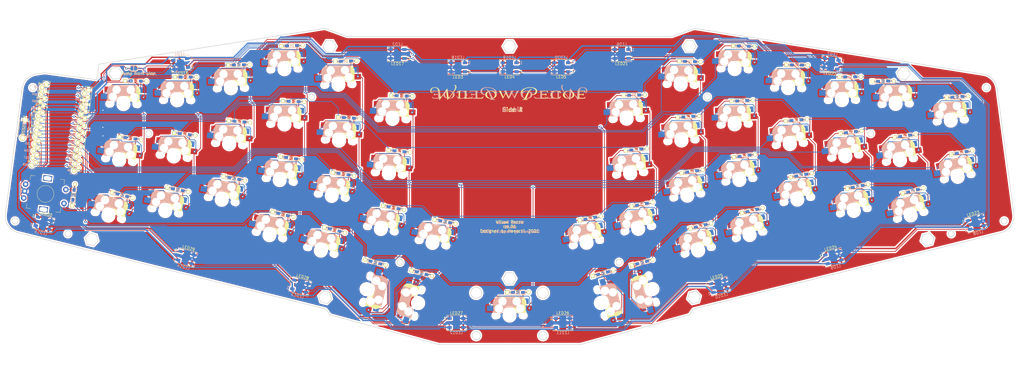
<source format=kicad_pcb>
(kicad_pcb (version 20171130) (host pcbnew "(5.1.9)-1")
  (layers (0 F.Cu signal) (31 B.Cu signal) (34 B.Paste user) (35 F.Paste user) (36 B.SilkS user) (37 F.SilkS user) (38 B.Mask user) (39 F.Mask user) (44 Edge.Cuts user))
  (net 0 "")
  (net 1 row1)
  (net 2 row2)
  (net 3 row3)
  (net 4 "Net-(D1-Pad2)")
  (net 5 "Net-(D2-Pad2)")
  (net 6 "Net-(D3-Pad2)")
  (net 7 "Net-(D4-Pad2)")
  (net 8 "Net-(D5-Pad2)")
  (net 9 "Net-(D6-Pad2)")
  (net 10 "Net-(D7-Pad2)")
  (net 11 "Net-(D8-Pad2)")
  (net 12 "Net-(D9-Pad2)")
  (net 13 "Net-(D10-Pad2)")
  (net 14 "Net-(D11-Pad2)")
  (net 15 "Net-(D12-Pad2)")
  (net 16 "Net-(D13-Pad2)")
  (net 17 "Net-(D14-Pad2)")
  (net 18 "Net-(D15-Pad2)")
  (net 19 "Net-(D16-Pad2)")
  (net 20 "Net-(D17-Pad2)")
  (net 21 "Net-(D18-Pad2)")
  (net 22 "Net-(D19-Pad2)")
  (net 23 "Net-(D20-Pad2)")
  (net 24 "Net-(D21-Pad2)")
  (net 25 "Net-(D22-Pad2)")
  (net 26 "Net-(D23-Pad2)")
  (net 27 "Net-(D24-Pad2)")
  (net 28 col1)
  (net 29 col2)
  (net 30 col3)
  (net 31 col4)
  (net 32 col5)
  (net 33 col6)
  (net 34 col7)
  (net 35 col8)
  (net 36 GND)
  (net 37 LED)
  (net 38 VCC)
  (net 39 RST)
  (net 40 "Net-(LED1-Pad2)")
  (net 41 "Net-(LED2-Pad2)")
  (net 42 "Net-(LED3-Pad2)")
  (net 43 "Net-(LED4-Pad2)")
  (net 44 "Net-(LED5-Pad2)")
  (net 45 "Net-(LED6-Pad2)")
  (net 46 "Net-(LED7-Pad2)")
  (net 47 "Net-(LED8-Pad2)")
  (net 48 "Net-(LED10-Pad4)")
  (net 49 "Net-(LED10-Pad2)")
  (net 50 "Net-(LED11-Pad2)")
  (net 51 "Net-(LED12-Pad2)")
  (net 52 LED_BK)
  (net 53 LED_FF)
  (net 54 "Net-(LED13-Pad2)")
  (net 55 "Net-(LED14-Pad2)")
  (net 56 "Net-(LED16-Pad2)")
  (net 57 "Net-(LED17-Pad2)")
  (net 58 "Net-(LED18-Pad2)")
  (net 59 "Net-(LED19-Pad2)")
  (net 60 "Net-(LED20-Pad2)")
  (net 61 "Net-(LED21-Pad2)")
  (net 62 "Net-(LED22-Pad2)")
  (net 63 "Net-(LED23-Pad2)")
  (net 64 "Net-(LED24-Pad2)")
  (net 65 "Net-(LED25-Pad2)")
  (net 66 "Net-(LED26-Pad2)")
  (net 67 "Net-(LED27-Pad2)")
  (net 68 "Net-(LED28-Pad2)")
  (net 69 "Net-(LED29-Pad2)")
  (net 70 "Net-(ProMicro1-Pad24)")
  (net 71 "Net-(D25-Pad1)")
  (net 72 "Net-(D26-Pad1)")
  (net 73 "Net-(D27-Pad1)")
  (net 74 "Net-(D28-Pad1)")
  (net 75 "Net-(D29-Pad1)")
  (net 76 "Net-(D30-Pad1)")
  (net 77 "Net-(D31-Pad1)")
  (net 78 "Net-(D32-Pad1)")
  (net 79 "Net-(D33-Pad1)")
  (net 80 "Net-(D34-Pad1)")
  (net 81 "Net-(D35-Pad1)")
  (net 82 "Net-(D36-Pad1)")
  (net 83 "Net-(D37-Pad1)")
  (net 84 "Net-(D38-Pad1)")
  (net 85 "Net-(D39-Pad1)")
  (net 86 "Net-(D40-Pad1)")
  (net 87 "Net-(D41-Pad1)")
  (net 88 "Net-(D42-Pad1)")
  (net 89 "Net-(D43-Pad1)")
  (net 90 "Net-(D44-Pad1)")
  (net 91 "Net-(D45-Pad1)")
  (net 92 "Net-(D46-Pad1)")
  (net 93 "Net-(D47-Pad1)")
  (net 94 "Net-(D48-Pad1)")
  (net 95 "Net-(D49-Pad1)")
  (net 96 "Net-(DRE1-Pad2)")
  (net 97 RE1A)
  (net 98 RE1B)
  (net 99 "Net-(ProMicro1-Pad2)")
  (net 100 row4)
  (net 101 "Net-(ProMicro1-Pad14)")
  (net 102 "Net-(ProMicro1-Pad13)")
  (module foostan:CherryMX_MidHeight_Hotswap (layer F.Cu) (at -51.041 94.399 254.88)
    (fp_text reference SW21 hide)
    (fp_text value SW_PUSH hide)
    (pad 1 smd rect (at -7 -2.58 74.88) (size 2.3 2) (layers B.Cu B.Paste B.Mask) (net 33 col6))
    (pad 1 smd rect (at 7 -2.58 74.88) (size 2.3 2) (layers F.Cu F.Paste F.Mask) (net 33 col6))
    (pad 2 smd rect (at -5.7 -5.12 74.88) (size 2.3 2) (layers F.Cu F.Paste F.Mask) (net 24 "Net-(D21-Pad2)"))
    (pad "" np_thru_hole circle (at -3.81 -2.54 74.88) (size 3 3) (drill 3) (layers *.Cu *.Mask))
    (pad "" np_thru_hole circle (at -2.54 -5.08 74.88) (size 3 3) (drill 3) (layers *.Cu *.Mask))
    (pad "" np_thru_hole circle (at 3.81 -2.540001 74.88) (size 3 3) (drill 3) (layers *.Cu *.Mask))
    (pad "" np_thru_hole circle (at 2.54 -5.08 74.88) (size 3 3) (drill 3) (layers *.Cu *.Mask))
    (pad "" np_thru_hole circle (at 0 0 344.88) (size 4.1 4.1) (drill 4.1) (layers *.Cu *.Mask))
    (pad "" np_thru_hole circle (at 5.08 0 254.88) (size 1.9 1.9) (drill 1.9) (layers *.Cu *.Mask))
    (pad "" np_thru_hole circle (at -5.08 0 254.88) (size 1.9 1.9) (drill 1.9) (layers *.Cu *.Mask))
    (pad 2 smd rect (at 5.7 -5.12 74.88) (size 2.3 2) (layers B.Cu B.Paste B.Mask) (net 24 "Net-(D21-Pad2)"))
    (pad "" np_thru_hole circle (at -4.5 0 254.88) (size 1.7 1.7) (drill 1.7) (layers *.Cu *.Mask))
    (pad "" np_thru_hole circle (at 4.5 0 254.88) (size 1.7 1.7) (drill 1.7) (layers *.Cu *.Mask))
  )
  (module willow:logo_m_F_Silk (layer F.Cu) (at -0.9144 25.1968)
    (fp_text reference G*** hide)
    (fp_text value LOGO hide)
  )
  (module willow:logo_m_F_Silk (layer B.Cu) (at 0.3556 25.1968 180)
    (fp_text reference G*** hide)
    (fp_text value LOGO hide)
  )
  (module SU120:RotaryEncoder_Alps_EC11E-Switch_Vertical_H20mm_rev2 (layer F.Cu) (at -165.678 60.38 352.4)
    (fp_text reference RE1)
    (fp_text value Rotary_Encoder_Switch)
    (pad S1 thru_hole circle (at 7 2.5 352.4) (size 2 2) (drill 1) (layers *.Cu *.Mask) (net 28 col1))
    (pad S2 thru_hole circle (at 7 -2.5 352.4) (size 2 2) (drill 1) (layers *.Cu *.Mask) (net 96 "Net-(DRE1-Pad2)"))
    (pad MP thru_hole rect (at 0 5.6 352.4) (size 3.2 2) (drill oval 2.8 1.5) (layers *.Cu *.Mask))
    (pad MP thru_hole rect (at 0 -5.6 352.4) (size 3.2 2) (drill oval 2.8 1.5) (layers *.Cu *.Mask))
    (pad B thru_hole circle (at -7.5 2.5 352.4) (size 2 2) (drill 1) (layers *.Cu *.Mask) (net 98 RE1B))
    (pad C thru_hole circle (at -7.5 0 352.4) (size 2 2) (drill 1) (layers *.Cu *.Mask) (net 36 GND))
    (pad A thru_hole circle (at -7.5 -2.5 352.4) (size 2 2) (drill 1) (layers *.Cu *.Mask) (net 97 RE1A))
  )
  (module foostan:CherryMX_MidHeight_Hotswap (layer F.Cu) (at -118.68 26.959 359.71)
    (fp_text reference SW4 hide)
    (fp_text value SW_PUSH hide)
    (pad 1 smd rect (at -7 -2.58 179.71) (size 2.3 2) (layers B.Cu B.Paste B.Mask) (net 29 col2))
    (pad 1 smd rect (at 7 -2.58 179.71) (size 2.3 2) (layers F.Cu F.Paste F.Mask) (net 29 col2))
    (pad 2 smd rect (at -5.7 -5.12 179.71) (size 2.3 2) (layers F.Cu F.Paste F.Mask) (net 7 "Net-(D4-Pad2)"))
    (pad "" np_thru_hole circle (at -3.81 -2.54 179.71) (size 3 3) (drill 3) (layers *.Cu *.Mask))
    (pad "" np_thru_hole circle (at -2.54 -5.08 179.71) (size 3 3) (drill 3) (layers *.Cu *.Mask))
    (pad "" np_thru_hole circle (at 3.81 -2.540001 179.71) (size 3 3) (drill 3) (layers *.Cu *.Mask))
    (pad "" np_thru_hole circle (at 2.54 -5.08 179.71) (size 3 3) (drill 3) (layers *.Cu *.Mask))
    (pad "" np_thru_hole circle (at 0 0 89.71) (size 4.1 4.1) (drill 4.1) (layers *.Cu *.Mask))
    (pad "" np_thru_hole circle (at 5.08 0 359.71) (size 1.9 1.9) (drill 1.9) (layers *.Cu *.Mask))
    (pad "" np_thru_hole circle (at -5.08 0 359.71) (size 1.9 1.9) (drill 1.9) (layers *.Cu *.Mask))
    (pad 2 smd rect (at 5.7 -5.12 179.71) (size 2.3 2) (layers B.Cu B.Paste B.Mask) (net 7 "Net-(D4-Pad2)"))
    (pad "" np_thru_hole circle (at -4.5 0 359.71) (size 1.7 1.7) (drill 1.7) (layers *.Cu *.Mask))
    (pad "" np_thru_hole circle (at 4.5 0 359.71) (size 1.7 1.7) (drill 1.7) (layers *.Cu *.Mask))
  )
  (module foostan:D3_TH_SMD (layer F.Cu) (at -115.639 18.674 359.71)
    (fp_text reference D4 hide)
    (fp_text value D hide)
    (pad 2 smd rect (at 1.775 0 359.71) (size 1.3 0.95) (layers F.Cu F.Paste F.Mask) (net 7 "Net-(D4-Pad2)"))
    (pad 2 thru_hole circle (at 3.81 0 359.71) (size 1.397 1.397) (drill 0.8128) (layers *.Cu *.Mask F.SilkS) (net 7 "Net-(D4-Pad2)"))
    (pad 1 thru_hole rect (at -3.81 0 359.71) (size 1.397 1.397) (drill 0.8128) (layers *.Cu *.Mask F.SilkS) (net 1 row1))
    (pad 1 smd rect (at -1.775 0 359.71) (size 1.3 0.95) (layers B.Cu B.Paste B.Mask) (net 1 row1))
    (pad 2 smd rect (at 1.775 0 359.71) (size 1.3 0.95) (layers B.Cu B.Paste B.Mask) (net 7 "Net-(D4-Pad2)"))
    (pad 1 smd rect (at -1.775 0 359.71) (size 1.3 0.95) (layers F.Cu F.Paste F.Mask) (net 1 row1))
  )
  (module foostan:ProMicro_v2 (layer F.Cu) (at -159.824 36.706 352.4)
    (fp_text reference ProMicro1 hide)
    (fp_text value ProMicro_r hide)
    (fp_text user RAW (at 4.191 -13.1445 352.4) (layer B.SilkS) (effects (font (size 0.75 0.5) (thickness 0.125)) (justify mirror)))
    (fp_text user LED (at -11.049 -13.1445 352.4) (layer B.SilkS) (effects (font (size 0.75 0.5) (thickness 0.125)) (justify mirror)))
    (fp_text user GND (at 4.1275 -10.668 352.4) (layer B.SilkS) (effects (font (size 0.75 0.5) (thickness 0.125)) (justify mirror)))
    (fp_text user DATA (at -11.2 -10.5 352.4) (layer B.SilkS) (effects (font (size 0.75 0.5) (thickness 0.125)) (justify mirror)))
    (fp_text user RST (at 4.191 -8.0645 352.4) (layer B.SilkS) (effects (font (size 0.75 0.5) (thickness 0.125)) (justify mirror)))
    (fp_text user GND (at -11.049 -8.0645 352.4) (layer B.SilkS) (effects (font (size 0.75 0.5) (thickness 0.125)) (justify mirror)))
    (fp_text user VCC (at 4.1275 -5.5245 352.4) (layer B.SilkS) (effects (font (size 0.75 0.5) (thickness 0.125)) (justify mirror)))
    (fp_text user GND (at -11.049 -5.5245 352.4) (layer B.SilkS) (effects (font (size 0.75 0.5) (thickness 0.125)) (justify mirror)))
    (fp_text user ROW4 (at 4 4.6 352.4) (layer B.SilkS) (effects (font (size 0.75 0.5) (thickness 0.125)) (justify mirror)))
    (fp_text user COL3 (at -11.3 2.032 352.4) (layer B.SilkS) (effects (font (size 0.75 0.5) (thickness 0.125)) (justify mirror)))
    (fp_text user ROW3 (at 4 2.1 352.4) (layer B.SilkS) (effects (font (size 0.75 0.5) (thickness 0.125)) (justify mirror)))
    (fp_text user COL2 (at -11.049 -0.4445 352.4) (layer B.SilkS) (effects (font (size 0.75 0.5) (thickness 0.125)) (justify mirror)))
    (fp_text user ROW2 (at 4 -0.4445 352.4) (layer B.SilkS) (effects (font (size 0.75 0.5) (thickness 0.125)) (justify mirror)))
    (fp_text user COL1 (at -11.049 -2.9845 352.4) (layer B.SilkS) (effects (font (size 0.75 0.5) (thickness 0.125)) (justify mirror)))
    (fp_text user ROW1 (at 4.000001 -2.95 352.4) (layer B.SilkS) (effects (font (size 0.75 0.5) (thickness 0.125)) (justify mirror)))
    (fp_text user B6 (at 4.445 14.732 352.4) (layer B.SilkS) (effects (font (size 0.75 0.5) (thickness 0.125)) (justify mirror)))
    (fp_text user COL8 (at -11.049 14.7955 352.4) (layer B.SilkS) (effects (font (size 0.75 0.5) (thickness 0.125)) (justify mirror)))
    (fp_text user COL7 (at -11.049 12.2555 352.4) (layer B.SilkS) (effects (font (size 0.75 0.5) (thickness 0.125)) (justify mirror)))
    (fp_text user B2 (at 4.5085 12.1285 352.4) (layer B.SilkS) (effects (font (size 0.75 0.5) (thickness 0.125)) (justify mirror)))
    (fp_text user COL6 (at -11.3 9.75 352.4) (layer B.SilkS) (effects (font (size 0.75 0.5) (thickness 0.125)) (justify mirror)))
    (fp_text user RE1B (at 4 9.75 352.4) (layer B.SilkS) (effects (font (size 0.75 0.5) (thickness 0.125)) (justify mirror)))
    (fp_text user COL5 (at -11.3 7.239 352.4) (layer B.SilkS) (effects (font (size 0.75 0.5) (thickness 0.125)) (justify mirror)))
    (fp_text user RE1A (at 3.95 7.112 352.4) (layer B.SilkS) (effects (font (size 0.75 0.5) (thickness 0.125)) (justify mirror)))
    (fp_text user COL4 (at -11.3 4.6355 352.4) (layer B.SilkS) (effects (font (size 0.75 0.5) (thickness 0.125)) (justify mirror)))
    (fp_text user COL4 (at 5.25 3.302 352.4) (layer F.SilkS) (effects (font (size 0.75 0.5) (thickness 0.125))))
    (fp_text user RE1A (at -9.95 5.85 352.4) (layer F.SilkS) (effects (font (size 0.75 0.5) (thickness 0.125))))
    (fp_text user COL5 (at 5.2 5.85 352.4) (layer F.SilkS) (effects (font (size 0.75 0.5) (thickness 0.125))))
    (fp_text user RE1B (at -9.95 8.4455 352.4) (layer F.SilkS) (effects (font (size 0.75 0.5) (thickness 0.125))))
    (fp_text user COL6 (at 5.2 8.4455 352.4) (layer F.SilkS) (effects (font (size 0.75 0.5) (thickness 0.125))))
    (fp_text user B2 (at -9.95 10.95 352.4) (layer F.SilkS) (effects (font (size 0.75 0.5) (thickness 0.125))))
    (fp_text user COL7 (at 5.2 10.922 352.4) (layer F.SilkS) (effects (font (size 0.75 0.5) (thickness 0.125))))
    (fp_text user COL8 (at 5.2 13.5255 352.4) (layer F.SilkS) (effects (font (size 0.75 0.5) (thickness 0.125))))
    (fp_text user B6 (at -10.05 13.5 352.4) (layer F.SilkS) (effects (font (size 0.75 0.5) (thickness 0.125))))
    (fp_text user ROW1 (at -9.9 -4.3 352.4) (layer F.SilkS) (effects (font (size 0.75 0.5) (thickness 0.125))))
    (fp_text user COl1 (at 5.461 -4.318 352.4) (layer F.SilkS) (effects (font (size 0.75 0.5) (thickness 0.125))))
    (fp_text user ROW2 (at -9.85 -1.778 352.4) (layer F.SilkS) (effects (font (size 0.75 0.5) (thickness 0.125))))
    (fp_text user COL2 (at 5.461 -1.778 352.4) (layer F.SilkS) (effects (font (size 0.75 0.5) (thickness 0.125))))
    (fp_text user ROW3 (at -9.9 0.762 352.4) (layer F.SilkS) (effects (font (size 0.75 0.5) (thickness 0.125))))
    (fp_text user COL3 (at 5.2 0.8 352.4) (layer F.SilkS) (effects (font (size 0.75 0.5) (thickness 0.125))))
    (fp_text user ROW4 (at -10 3.35 352.4) (layer F.SilkS) (effects (font (size 0.75 0.5) (thickness 0.125))))
    (fp_text user GND (at 5.461 -6.7945 352.4) (layer F.SilkS) (effects (font (size 0.75 0.5) (thickness 0.125))))
    (fp_text user VCC (at -9.7155 -6.858 352.4) (layer F.SilkS) (effects (font (size 0.75 0.5) (thickness 0.125))))
    (fp_text user GND (at 5.5245 -9.3345 352.4) (layer F.SilkS) (effects (font (size 0.75 0.5) (thickness 0.125))))
    (fp_text user RST (at -9.7155 -9.3345 352.4) (layer F.SilkS) (effects (font (size 0.75 0.5) (thickness 0.125))))
    (fp_text user DATA (at 5.35 -11.95 352.4) (layer F.SilkS) (effects (font (size 0.75 0.5) (thickness 0.125))))
    (fp_text user GND (at -9.7155 -11.938 352.4) (layer F.SilkS) (effects (font (size 0.75 0.5) (thickness 0.125))))
    (fp_text user LED (at 5.5 -14.478 352.4) (layer F.SilkS) (effects (font (size 0.75 0.5) (thickness 0.125))))
    (fp_text user RAW (at -9.7155 -14.478 352.4) (layer F.SilkS) (effects (font (size 0.75 0.5) (thickness 0.125))))
    (fp_text user "" (at -1.2065 -16.256 352.4) (layer B.SilkS) (effects (justify mirror)))
    (fp_text user "" (at -0.5 -17.25 352.4) (layer F.SilkS))
    (pad 24 thru_hole circle (at -7.5636 -14.478 352.4) (size 1.524 1.524) (drill 0.8128) (layers *.Cu *.Mask F.SilkS) (net 70 "Net-(ProMicro1-Pad24)"))
    (pad 23 thru_hole circle (at -7.5636 -11.938 352.4) (size 1.524 1.524) (drill 0.8128) (layers *.Cu *.Mask F.SilkS) (net 36 GND))
    (pad 22 thru_hole circle (at -7.5636 -9.398 352.4) (size 1.524 1.524) (drill 0.8128) (layers *.Cu *.Mask F.SilkS) (net 39 RST))
    (pad 21 thru_hole circle (at -7.5636 -6.858 352.4) (size 1.524 1.524) (drill 0.8128) (layers *.Cu *.Mask F.SilkS) (net 38 VCC))
    (pad 20 thru_hole circle (at -7.5636 -4.318 352.4) (size 1.524 1.524) (drill 0.8128) (layers *.Cu *.Mask F.SilkS) (net 1 row1))
    (pad 19 thru_hole circle (at -7.5636 -1.778 352.4) (size 1.524 1.524) (drill 0.8128) (layers *.Cu *.Mask F.SilkS) (net 2 row2))
    (pad 18 thru_hole circle (at -7.5636 0.762 352.4) (size 1.524 1.524) (drill 0.8128) (layers *.Cu *.Mask F.SilkS) (net 3 row3))
    (pad 17 thru_hole circle (at -7.5636 3.302 352.4) (size 1.524 1.524) (drill 0.8128) (layers *.Cu *.Mask F.SilkS) (net 100 row4))
    (pad 16 thru_hole circle (at -7.5636 5.842 352.4) (size 1.524 1.524) (drill 0.8128) (layers *.Cu *.Mask F.SilkS) (net 97 RE1A))
    (pad 15 thru_hole circle (at -7.5636 8.382 352.4) (size 1.524 1.524) (drill 0.8128) (layers *.Cu *.Mask F.SilkS) (net 98 RE1B))
    (pad 14 thru_hole circle (at -7.5636 10.922 352.4) (size 1.524 1.524) (drill 0.8128) (layers *.Cu *.Mask F.SilkS) (net 101 "Net-(ProMicro1-Pad14)"))
    (pad 13 thru_hole circle (at -7.5636 13.462 352.4) (size 1.524 1.524) (drill 0.8128) (layers *.Cu *.Mask F.SilkS) (net 102 "Net-(ProMicro1-Pad13)"))
    (pad 12 thru_hole circle (at 7.6564 13.462 352.4) (size 1.524 1.524) (drill 0.8128) (layers *.Cu *.Mask F.SilkS) (net 35 col8))
    (pad 11 thru_hole circle (at 7.6564 10.922 352.4) (size 1.524 1.524) (drill 0.8128) (layers *.Cu *.Mask F.SilkS) (net 34 col7))
    (pad 10 thru_hole circle (at 7.6564 8.382 352.4) (size 1.524 1.524) (drill 0.8128) (layers *.Cu *.Mask F.SilkS) (net 33 col6))
    (pad 9 thru_hole circle (at 7.6564 5.842 352.4) (size 1.524 1.524) (drill 0.8128) (layers *.Cu *.Mask F.SilkS) (net 32 col5))
    (pad 8 thru_hole circle (at 7.6564 3.302 352.4) (size 1.524 1.524) (drill 0.8128) (layers *.Cu *.Mask F.SilkS) (net 31 col4))
    (pad 7 thru_hole circle (at 7.6564 0.762 352.4) (size 1.524 1.524) (drill 0.8128) (layers *.Cu *.Mask F.SilkS) (net 30 col3))
    (pad 6 thru_hole circle (at 7.6564 -1.778 352.4) (size 1.524 1.524) (drill 0.8128) (layers *.Cu *.Mask F.SilkS) (net 29 col2))
    (pad 5 thru_hole circle (at 7.6564 -4.318 352.4) (size 1.524 1.524) (drill 0.8128) (layers *.Cu *.Mask F.SilkS) (net 28 col1))
    (pad 4 thru_hole circle (at 7.6564 -6.858 352.4) (size 1.524 1.524) (drill 0.8128) (layers *.Cu *.Mask F.SilkS) (net 36 GND))
    (pad 3 thru_hole circle (at 7.6564 -9.398 352.4) (size 1.524 1.524) (drill 0.8128) (layers *.Cu *.Mask F.SilkS) (net 36 GND))
    (pad 2 thru_hole circle (at 7.6564 -11.938 352.4) (size 1.524 1.524) (drill 0.8128) (layers *.Cu *.Mask F.SilkS) (net 99 "Net-(ProMicro1-Pad2)"))
    (pad 1 thru_hole circle (at 7.6564 -14.478 352.4) (size 1.524 1.524) (drill 0.8128) (layers *.Cu *.Mask F.SilkS) (net 37 LED))
    (pad 1 thru_hole circle (at -8.89 -13.208 352.4) (size 1.524 1.524) (drill 0.8128) (layers *.Cu *.Mask F.SilkS) (net 37 LED))
    (pad 2 thru_hole circle (at -8.89 -10.668 352.4) (size 1.524 1.524) (drill 0.8128) (layers *.Cu *.Mask F.SilkS) (net 99 "Net-(ProMicro1-Pad2)"))
    (pad 3 thru_hole circle (at -8.89 -8.128 352.4) (size 1.524 1.524) (drill 0.8128) (layers *.Cu *.Mask F.SilkS) (net 36 GND))
    (pad 4 thru_hole circle (at -8.89 -5.588 352.4) (size 1.524 1.524) (drill 0.8128) (layers *.Cu *.Mask F.SilkS) (net 36 GND))
    (pad 5 thru_hole circle (at -8.89 -3.048 352.4) (size 1.524 1.524) (drill 0.8128) (layers *.Cu *.Mask F.SilkS) (net 28 col1))
    (pad 6 thru_hole circle (at -8.89 -0.508 352.4) (size 1.524 1.524) (drill 0.8128) (layers *.Cu *.Mask F.SilkS) (net 29 col2))
    (pad 7 thru_hole circle (at -8.89 2.032 352.4) (size 1.524 1.524) (drill 0.8128) (layers *.Cu *.Mask F.SilkS) (net 30 col3))
    (pad 8 thru_hole circle (at -8.89 4.572 352.4) (size 1.524 1.524) (drill 0.8128) (layers *.Cu *.Mask F.SilkS) (net 31 col4))
    (pad 9 thru_hole circle (at -8.89 7.112 352.4) (size 1.524 1.524) (drill 0.8128) (layers *.Cu *.Mask F.SilkS) (net 32 col5))
    (pad 10 thru_hole circle (at -8.89 9.652 352.4) (size 1.524 1.524) (drill 0.8128) (layers *.Cu *.Mask F.SilkS) (net 33 col6))
    (pad 11 thru_hole circle (at -8.89 12.192 352.4) (size 1.524 1.524) (drill 0.8128) (layers *.Cu *.Mask F.SilkS) (net 34 col7))
    (pad 12 thru_hole circle (at -8.89 14.732 352.4) (size 1.524 1.524) (drill 0.8128) (layers *.Cu *.Mask F.SilkS) (net 35 col8))
    (pad 13 thru_hole circle (at 6.35 14.732 352.4) (size 1.524 1.524) (drill 0.8128) (layers *.Cu *.Mask F.SilkS) (net 102 "Net-(ProMicro1-Pad13)"))
    (pad 14 thru_hole circle (at 6.35 12.192 352.4) (size 1.524 1.524) (drill 0.8128) (layers *.Cu *.Mask F.SilkS) (net 101 "Net-(ProMicro1-Pad14)"))
    (pad 15 thru_hole circle (at 6.35 9.652 352.4) (size 1.524 1.524) (drill 0.8128) (layers *.Cu *.Mask F.SilkS) (net 98 RE1B))
    (pad 16 thru_hole circle (at 6.35 7.112 352.4) (size 1.524 1.524) (drill 0.8128) (layers *.Cu *.Mask F.SilkS) (net 97 RE1A))
    (pad 17 thru_hole circle (at 6.35 4.572 352.4) (size 1.524 1.524) (drill 0.8128) (layers *.Cu *.Mask F.SilkS) (net 100 row4))
    (pad 18 thru_hole circle (at 6.35 2.032 352.4) (size 1.524 1.524) (drill 0.8128) (layers *.Cu *.Mask F.SilkS) (net 3 row3))
    (pad 19 thru_hole circle (at 6.35 -0.508 352.4) (size 1.524 1.524) (drill 0.8128) (layers *.Cu *.Mask F.SilkS) (net 2 row2))
    (pad 20 thru_hole circle (at 6.35 -3.048 352.4) (size 1.524 1.524) (drill 0.8128) (layers *.Cu *.Mask F.SilkS) (net 1 row1))
    (pad 21 thru_hole circle (at 6.35 -5.588 352.4) (size 1.524 1.524) (drill 0.8128) (layers *.Cu *.Mask F.SilkS) (net 38 VCC))
    (pad 22 thru_hole circle (at 6.35 -8.128 352.4) (size 1.524 1.524) (drill 0.8128) (layers *.Cu *.Mask F.SilkS) (net 39 RST))
    (pad 23 thru_hole circle (at 6.35 -10.668 352.4) (size 1.524 1.524) (drill 0.8128) (layers *.Cu *.Mask F.SilkS) (net 36 GND))
    (pad 24 thru_hole circle (at 6.35 -13.208 352.4) (size 1.524 1.524) (drill 0.8128) (layers *.Cu *.Mask F.SilkS) (net 70 "Net-(ProMicro1-Pad24)"))
  )
  (module Jumper:SolderJumper-2_P1.3mm_Open_RoundedPad1.0x1.5mm (layer B.Cu) (at -134.2136 15.6464)
    (fp_text reference "Jump front side" (at 2.2352 1.8796) (layer B.SilkS) (effects (justify mirror)))
    (fp_text value Jumper_2_Open)
    (pad 2 smd custom (at 0.65 0) (size 1 0.5) (layers B.Cu B.Mask) (net 52 LED_BK) (options (clearance outline) (anchor rect)) (primitives (gr_circle (center 0 -0.25) (end 0.5 -0.25) (width 0)) (gr_circle (center 0 0.25) (end 0.5 0.25) (width 0)) (gr_poly (pts (xy 0 0.75) (xy -0.5 0.75) (xy -0.5 -0.75) (xy 0 -0.75)) (width 0))))
    (pad 1 smd custom (at -0.65 0) (size 1 0.5) (layers B.Cu B.Mask) (net 37 LED) (options (clearance outline) (anchor rect)) (primitives (gr_circle (center 0 -0.25) (end 0.5 -0.25) (width 0)) (gr_circle (center 0 0.25) (end 0.5 0.25) (width 0)) (gr_poly (pts (xy 0 0.75) (xy 0.5 0.75) (xy 0.5 -0.75) (xy 0 -0.75)) (width 0))))
  )
  (module Jumper:SolderJumper-2_P1.3mm_Open_RoundedPad1.0x1.5mm (layer F.Cu) (at -134.1524 15.494)
    (fp_text reference "Jump front side" (at 1.6152 1.8796) (layer F.SilkS))
    (fp_text value Jumper_2_Open)
    (pad 1 smd custom (at -0.65 0) (size 1 0.5) (layers F.Cu F.Mask) (net 37 LED) (options (clearance outline) (anchor rect)) (primitives (gr_circle (center 0 0.25) (end 0.5 0.25) (width 0)) (gr_circle (center 0 -0.25) (end 0.5 -0.25) (width 0)) (gr_poly (pts (xy 0 -0.75) (xy 0.5 -0.75) (xy 0.5 0.75) (xy 0 0.75)) (width 0))))
    (pad 2 smd custom (at 0.65 0) (size 1 0.5) (layers F.Cu F.Mask) (net 53 LED_FF) (options (clearance outline) (anchor rect)) (primitives (gr_circle (center 0 0.25) (end 0.5 0.25) (width 0)) (gr_circle (center 0 -0.25) (end 0.5 -0.25) (width 0)) (gr_poly (pts (xy 0 -0.75) (xy -0.5 -0.75) (xy -0.5 0.75) (xy 0 0.75)) (width 0))))
  )
  (module LED_SMD:LED_WS2812B_PLCC4_5.0x5.0mm_P3.2mm (layer B.Cu) (at -117.372 13.954 187.62)
    (fp_text reference LED1 (at 0 3.5 187.62) (layer B.SilkS) (effects (justify mirror)))
    (fp_text value WS2812B)
    (fp_text user 1 (at -4.15 1.6 187.62) (layer B.SilkS) (effects (justify mirror)))
    (pad 3 smd rect (at 2.45 -1.6 187.62) (size 1.5 1) (layers B.Cu B.Paste B.Mask) (net 36 GND))
    (pad 4 smd rect (at 2.45 1.6 187.62) (size 1.5 1) (layers B.Cu B.Paste B.Mask) (net 53 LED_FF))
    (pad 2 smd rect (at -2.45 -1.6 187.62) (size 1.5 1) (layers B.Cu B.Paste B.Mask) (net 40 "Net-(LED1-Pad2)"))
    (pad 1 smd rect (at -2.45 1.6 187.62) (size 1.5 1) (layers B.Cu B.Paste B.Mask) (net 38 VCC))
  )
  (module LED_SMD:LED_WS2812B_PLCC4_5.0x5.0mm_P3.2mm (layer B.Cu) (at -40 10.412 180)
    (fp_text reference LED2 (at 0 3.5 180) (layer B.SilkS) (effects (justify mirror)))
    (fp_text value WS2812B)
    (fp_text user 1 (at -4.15 1.6 180) (layer B.SilkS) (effects (justify mirror)))
    (pad 1 smd rect (at -2.45 1.6 180) (size 1.5 1) (layers B.Cu B.Paste B.Mask) (net 38 VCC))
    (pad 2 smd rect (at -2.45 -1.6 180) (size 1.5 1) (layers B.Cu B.Paste B.Mask) (net 41 "Net-(LED2-Pad2)"))
    (pad 4 smd rect (at 2.45 1.6 180) (size 1.5 1) (layers B.Cu B.Paste B.Mask) (net 40 "Net-(LED1-Pad2)"))
    (pad 3 smd rect (at 2.45 -1.6 180) (size 1.5 1) (layers B.Cu B.Paste B.Mask) (net 36 GND))
  )
  (module LED_SMD:LED_WS2812B_PLCC4_5.0x5.0mm_P3.2mm (layer F.Cu) (at -18.406 15.157 180)
    (fp_text reference LED3 (at 0 -3.5 180) (layer F.SilkS))
    (fp_text value WS2812B)
    (fp_text user 1 (at -4.15 -1.6 180) (layer F.SilkS))
    (pad 3 smd rect (at 2.45 1.6 180) (size 1.5 1) (layers F.Cu F.Paste F.Mask) (net 36 GND))
    (pad 4 smd rect (at 2.45 -1.6 180) (size 1.5 1) (layers F.Cu F.Paste F.Mask) (net 41 "Net-(LED2-Pad2)"))
    (pad 2 smd rect (at -2.45 1.6 180) (size 1.5 1) (layers F.Cu F.Paste F.Mask) (net 42 "Net-(LED3-Pad2)"))
    (pad 1 smd rect (at -2.45 -1.6 180) (size 1.5 1) (layers F.Cu F.Paste F.Mask) (net 38 VCC))
  )
  (module LED_SMD:LED_WS2812B_PLCC4_5.0x5.0mm_P3.2mm (layer F.Cu) (at 0.017 15.157 180)
    (fp_text reference LED4 (at 0 -3.5 180) (layer F.SilkS))
    (fp_text value WS2812B)
    (fp_text user 1 (at -4.15 -1.6 180) (layer F.SilkS))
    (pad 1 smd rect (at -2.45 -1.6 180) (size 1.5 1) (layers F.Cu F.Paste F.Mask) (net 38 VCC))
    (pad 2 smd rect (at -2.45 1.6 180) (size 1.5 1) (layers F.Cu F.Paste F.Mask) (net 43 "Net-(LED4-Pad2)"))
    (pad 4 smd rect (at 2.45 -1.6 180) (size 1.5 1) (layers F.Cu F.Paste F.Mask) (net 42 "Net-(LED3-Pad2)"))
    (pad 3 smd rect (at 2.45 1.6 180) (size 1.5 1) (layers F.Cu F.Paste F.Mask) (net 36 GND))
  )
  (module LED_SMD:LED_WS2812B_PLCC4_5.0x5.0mm_P3.2mm (layer F.Cu) (at 18.44 15.157 180)
    (fp_text reference LED5 (at 0 -3.5 180) (layer F.SilkS))
    (fp_text value WS2812B)
    (fp_text user 1 (at -4.15 -1.6 180) (layer F.SilkS))
    (pad 3 smd rect (at 2.45 1.6 180) (size 1.5 1) (layers F.Cu F.Paste F.Mask) (net 36 GND))
    (pad 4 smd rect (at 2.45 -1.6 180) (size 1.5 1) (layers F.Cu F.Paste F.Mask) (net 43 "Net-(LED4-Pad2)"))
    (pad 2 smd rect (at -2.45 1.6 180) (size 1.5 1) (layers F.Cu F.Paste F.Mask) (net 44 "Net-(LED5-Pad2)"))
    (pad 1 smd rect (at -2.45 -1.6 180) (size 1.5 1) (layers F.Cu F.Paste F.Mask) (net 38 VCC))
  )
  (module LED_SMD:LED_WS2812B_PLCC4_5.0x5.0mm_P3.2mm (layer B.Cu) (at 40 10.412 180)
    (fp_text reference LED6 (at 0 3.5 180) (layer B.SilkS) (effects (justify mirror)))
    (fp_text value WS2812B)
    (fp_text user 1 (at -4.15 1.6 180) (layer B.SilkS) (effects (justify mirror)))
    (pad 3 smd rect (at 2.45 -1.6 180) (size 1.5 1) (layers B.Cu B.Paste B.Mask) (net 36 GND))
    (pad 4 smd rect (at 2.45 1.6 180) (size 1.5 1) (layers B.Cu B.Paste B.Mask) (net 44 "Net-(LED5-Pad2)"))
    (pad 2 smd rect (at -2.45 -1.6 180) (size 1.5 1) (layers B.Cu B.Paste B.Mask) (net 45 "Net-(LED6-Pad2)"))
    (pad 1 smd rect (at -2.45 1.6 180) (size 1.5 1) (layers B.Cu B.Paste B.Mask) (net 38 VCC))
  )
  (module LED_SMD:LED_WS2812B_PLCC4_5.0x5.0mm_P3.2mm (layer B.Cu) (at 114.783 13.954 172.38)
    (fp_text reference LED7 (at 0 3.5 172.38) (layer B.SilkS) (effects (justify mirror)))
    (fp_text value WS2812B)
    (fp_text user 1 (at -4.15 1.6 172.38) (layer B.SilkS) (effects (justify mirror)))
    (pad 1 smd rect (at -2.45 1.6 172.38) (size 1.5 1) (layers B.Cu B.Paste B.Mask) (net 38 VCC))
    (pad 2 smd rect (at -2.45 -1.6 172.38) (size 1.5 1) (layers B.Cu B.Paste B.Mask) (net 46 "Net-(LED7-Pad2)"))
    (pad 4 smd rect (at 2.45 1.6 172.38) (size 1.5 1) (layers B.Cu B.Paste B.Mask) (net 45 "Net-(LED6-Pad2)"))
    (pad 3 smd rect (at 2.45 -1.6 172.38) (size 1.5 1) (layers B.Cu B.Paste B.Mask) (net 36 GND))
  )
  (module LED_SMD:LED_WS2812B_PLCC4_5.0x5.0mm_P3.2mm (layer B.Cu) (at 166.4 70.834 15.12)
    (fp_text reference LED8 (at 0 3.5 15.12) (layer B.SilkS) (effects (justify mirror)))
    (fp_text value WS2812B)
    (fp_text user 1 (at -4.15 1.6 15.12) (layer B.SilkS) (effects (justify mirror)))
    (pad 1 smd rect (at -2.45 1.6 15.12) (size 1.5 1) (layers B.Cu B.Paste B.Mask) (net 38 VCC))
    (pad 2 smd rect (at -2.45 -1.6 15.12) (size 1.5 1) (layers B.Cu B.Paste B.Mask) (net 47 "Net-(LED8-Pad2)"))
    (pad 4 smd rect (at 2.45 1.6 15.12) (size 1.5 1) (layers B.Cu B.Paste B.Mask) (net 46 "Net-(LED7-Pad2)"))
    (pad 3 smd rect (at 2.45 -1.6 15.12) (size 1.5 1) (layers B.Cu B.Paste B.Mask) (net 36 GND))
  )
  (module LED_SMD:LED_WS2812B_PLCC4_5.0x5.0mm_P3.2mm (layer B.Cu) (at 115.507 83.092 15.12)
    (fp_text reference LED9 (at 0 3.5 15.12) (layer B.SilkS) (effects (justify mirror)))
    (fp_text value WS2812B)
    (fp_text user 1 (at -4.15 1.6 15.12) (layer B.SilkS) (effects (justify mirror)))
    (pad 1 smd rect (at -2.45 1.6 15.12) (size 1.5 1) (layers B.Cu B.Paste B.Mask) (net 38 VCC))
    (pad 2 smd rect (at -2.45 -1.6 15.12) (size 1.5 1) (layers B.Cu B.Paste B.Mask) (net 48 "Net-(LED10-Pad4)"))
    (pad 4 smd rect (at 2.45 1.6 15.12) (size 1.5 1) (layers B.Cu B.Paste B.Mask) (net 47 "Net-(LED8-Pad2)"))
    (pad 3 smd rect (at 2.45 -1.6 15.12) (size 1.5 1) (layers B.Cu B.Paste B.Mask) (net 36 GND))
  )
  (module LED_SMD:LED_WS2812B_PLCC4_5.0x5.0mm_P3.2mm (layer B.Cu) (at 74.786 93.352 15.12)
    (fp_text reference LED10 (at 0 3.5 15.12) (layer B.SilkS) (effects (justify mirror)))
    (fp_text value WS2812B)
    (fp_text user 1 (at -4.15 1.6 15.12) (layer B.SilkS) (effects (justify mirror)))
    (pad 3 smd rect (at 2.45 -1.6 15.12) (size 1.5 1) (layers B.Cu B.Paste B.Mask) (net 36 GND))
    (pad 4 smd rect (at 2.45 1.6 15.12) (size 1.5 1) (layers B.Cu B.Paste B.Mask) (net 48 "Net-(LED10-Pad4)"))
    (pad 2 smd rect (at -2.45 -1.6 15.12) (size 1.5 1) (layers B.Cu B.Paste B.Mask) (net 49 "Net-(LED10-Pad2)"))
    (pad 1 smd rect (at -2.45 1.6 15.12) (size 1.5 1) (layers B.Cu B.Paste B.Mask) (net 38 VCC))
  )
  (module LED_SMD:LED_WS2812B_PLCC4_5.0x5.0mm_P3.2mm (layer B.Cu) (at 18.988 106.426)
    (fp_text reference LED11 (at 0 3.5) (layer B.SilkS) (effects (justify mirror)))
    (fp_text value WS2812B)
    (fp_text user 1 (at -4.15 1.6) (layer B.SilkS) (effects (justify mirror)))
    (pad 1 smd rect (at -2.45 1.6) (size 1.5 1) (layers B.Cu B.Paste B.Mask) (net 38 VCC))
    (pad 2 smd rect (at -2.45 -1.6) (size 1.5 1) (layers B.Cu B.Paste B.Mask) (net 50 "Net-(LED11-Pad2)"))
    (pad 4 smd rect (at 2.45 1.6) (size 1.5 1) (layers B.Cu B.Paste B.Mask) (net 49 "Net-(LED10-Pad2)"))
    (pad 3 smd rect (at 2.45 -1.6) (size 1.5 1) (layers B.Cu B.Paste B.Mask) (net 36 GND))
  )
  (module LED_SMD:LED_WS2812B_PLCC4_5.0x5.0mm_P3.2mm (layer B.Cu) (at -18.988 106.426)
    (fp_text reference LED12 (at 0 3.5) (layer B.SilkS) (effects (justify mirror)))
    (fp_text value WS2812B)
    (fp_text user 1 (at -4.15 1.6) (layer B.SilkS) (effects (justify mirror)))
    (pad 3 smd rect (at 2.45 -1.6) (size 1.5 1) (layers B.Cu B.Paste B.Mask) (net 36 GND))
    (pad 4 smd rect (at 2.45 1.6) (size 1.5 1) (layers B.Cu B.Paste B.Mask) (net 50 "Net-(LED11-Pad2)"))
    (pad 2 smd rect (at -2.45 -1.6) (size 1.5 1) (layers B.Cu B.Paste B.Mask) (net 51 "Net-(LED12-Pad2)"))
    (pad 1 smd rect (at -2.45 1.6) (size 1.5 1) (layers B.Cu B.Paste B.Mask) (net 38 VCC))
  )
  (module LED_SMD:LED_WS2812B_PLCC4_5.0x5.0mm_P3.2mm (layer B.Cu) (at -74.785 93.352 344.89)
    (fp_text reference LED13 (at 0 3.5 344.89) (layer B.SilkS) (effects (justify mirror)))
    (fp_text value WS2812B)
    (fp_text user 1 (at -4.15 1.6 344.89) (layer B.SilkS) (effects (justify mirror)))
    (pad 1 smd rect (at -2.45 1.6 344.89) (size 1.5 1) (layers B.Cu B.Paste B.Mask) (net 38 VCC))
    (pad 2 smd rect (at -2.45 -1.6 344.89) (size 1.5 1) (layers B.Cu B.Paste B.Mask) (net 54 "Net-(LED13-Pad2)"))
    (pad 4 smd rect (at 2.45 1.6 344.89) (size 1.5 1) (layers B.Cu B.Paste B.Mask) (net 51 "Net-(LED12-Pad2)"))
    (pad 3 smd rect (at 2.45 -1.6 344.89) (size 1.5 1) (layers B.Cu B.Paste B.Mask) (net 36 GND))
  )
  (module LED_SMD:LED_WS2812B_PLCC4_5.0x5.0mm_P3.2mm (layer B.Cu) (at -115.507 83.092 344.89)
    (fp_text reference LED14 (at 0 3.5 344.89) (layer B.SilkS) (effects (justify mirror)))
    (fp_text value WS2812B)
    (fp_text user 1 (at -4.15 1.6 344.89) (layer B.SilkS) (effects (justify mirror)))
    (pad 3 smd rect (at 2.45 -1.6 344.89) (size 1.5 1) (layers B.Cu B.Paste B.Mask) (net 36 GND))
    (pad 4 smd rect (at 2.45 1.6 344.89) (size 1.5 1) (layers B.Cu B.Paste B.Mask) (net 54 "Net-(LED13-Pad2)"))
    (pad 2 smd rect (at -2.45 -1.6 344.89) (size 1.5 1) (layers B.Cu B.Paste B.Mask) (net 55 "Net-(LED14-Pad2)"))
    (pad 1 smd rect (at -2.45 1.6 344.89) (size 1.5 1) (layers B.Cu B.Paste B.Mask) (net 38 VCC))
  )
  (module LED_SMD:LED_WS2812B_PLCC4_5.0x5.0mm_P3.2mm (layer B.Cu) (at -166.399 70.834 344.89)
    (fp_text reference LED15 (at 0 3.5 344.89) (layer B.SilkS) (effects (justify mirror)))
    (fp_text value WS2812B)
    (fp_text user 1 (at -4.15 1.6 344.89) (layer B.SilkS) (effects (justify mirror)))
    (pad 1 smd rect (at -2.45 1.6 344.89) (size 1.5 1) (layers B.Cu B.Paste B.Mask) (net 38 VCC))
    (pad 2 smd rect (at -2.45 -1.6 344.89) (size 1.5 1) (layers B.Cu B.Paste B.Mask))
    (pad 4 smd rect (at 2.45 1.6 344.89) (size 1.5 1) (layers B.Cu B.Paste B.Mask) (net 55 "Net-(LED14-Pad2)"))
    (pad 3 smd rect (at 2.45 -1.6 344.89) (size 1.5 1) (layers B.Cu B.Paste B.Mask) (net 36 GND))
  )
  (module LED_SMD:LED_WS2812B_PLCC4_5.0x5.0mm_P3.2mm (layer F.Cu) (at -117.372 13.954 187.62)
    (fp_text reference LED16 (at 0 -3.5 187.62) (layer F.SilkS))
    (fp_text value WS2812B)
    (fp_text user 1 (at -4.15 -1.6 187.62) (layer F.SilkS))
    (pad 1 smd rect (at -2.45 -1.6 187.62) (size 1.5 1) (layers F.Cu F.Paste F.Mask) (net 38 VCC))
    (pad 2 smd rect (at -2.45 1.6 187.62) (size 1.5 1) (layers F.Cu F.Paste F.Mask) (net 56 "Net-(LED16-Pad2)"))
    (pad 4 smd rect (at 2.45 -1.6 187.62) (size 1.5 1) (layers F.Cu F.Paste F.Mask) (net 52 LED_BK))
    (pad 3 smd rect (at 2.45 1.6 187.62) (size 1.5 1) (layers F.Cu F.Paste F.Mask) (net 36 GND))
  )
  (module LED_SMD:LED_WS2812B_PLCC4_5.0x5.0mm_P3.2mm (layer F.Cu) (at -40 10.412 180)
    (fp_text reference LED17 (at 0 -3.5 180) (layer F.SilkS))
    (fp_text value WS2812B)
    (fp_text user 1 (at -4.15 -1.6 180) (layer F.SilkS))
    (pad 3 smd rect (at 2.45 1.6 180) (size 1.5 1) (layers F.Cu F.Paste F.Mask) (net 36 GND))
    (pad 4 smd rect (at 2.45 -1.6 180) (size 1.5 1) (layers F.Cu F.Paste F.Mask) (net 56 "Net-(LED16-Pad2)"))
    (pad 2 smd rect (at -2.45 1.6 180) (size 1.5 1) (layers F.Cu F.Paste F.Mask) (net 57 "Net-(LED17-Pad2)"))
    (pad 1 smd rect (at -2.45 -1.6 180) (size 1.5 1) (layers F.Cu F.Paste F.Mask) (net 38 VCC))
  )
  (module LED_SMD:LED_WS2812B_PLCC4_5.0x5.0mm_P3.2mm (layer B.Cu) (at -18.406 15.157 180)
    (fp_text reference LED18 (at 0 3.5 180) (layer B.SilkS) (effects (justify mirror)))
    (fp_text value WS2812B)
    (fp_text user 1 (at -4.15 1.6 180) (layer B.SilkS) (effects (justify mirror)))
    (pad 3 smd rect (at 2.45 -1.6 180) (size 1.5 1) (layers B.Cu B.Paste B.Mask) (net 36 GND))
    (pad 4 smd rect (at 2.45 1.6 180) (size 1.5 1) (layers B.Cu B.Paste B.Mask) (net 57 "Net-(LED17-Pad2)"))
    (pad 2 smd rect (at -2.45 -1.6 180) (size 1.5 1) (layers B.Cu B.Paste B.Mask) (net 58 "Net-(LED18-Pad2)"))
    (pad 1 smd rect (at -2.45 1.6 180) (size 1.5 1) (layers B.Cu B.Paste B.Mask) (net 38 VCC))
  )
  (module LED_SMD:LED_WS2812B_PLCC4_5.0x5.0mm_P3.2mm (layer B.Cu) (at 0.017 15.157 180)
    (fp_text reference LED19 (at 0 3.5 180) (layer B.SilkS) (effects (justify mirror)))
    (fp_text value WS2812B)
    (fp_text user 1 (at -4.15 1.6 180) (layer B.SilkS) (effects (justify mirror)))
    (pad 1 smd rect (at -2.45 1.6 180) (size 1.5 1) (layers B.Cu B.Paste B.Mask) (net 38 VCC))
    (pad 2 smd rect (at -2.45 -1.6 180) (size 1.5 1) (layers B.Cu B.Paste B.Mask) (net 59 "Net-(LED19-Pad2)"))
    (pad 4 smd rect (at 2.45 1.6 180) (size 1.5 1) (layers B.Cu B.Paste B.Mask) (net 58 "Net-(LED18-Pad2)"))
    (pad 3 smd rect (at 2.45 -1.6 180) (size 1.5 1) (layers B.Cu B.Paste B.Mask) (net 36 GND))
  )
  (module LED_SMD:LED_WS2812B_PLCC4_5.0x5.0mm_P3.2mm (layer B.Cu) (at 18.44 15.157 180)
    (fp_text reference LED20 (at 0 3.5 180) (layer B.SilkS) (effects (justify mirror)))
    (fp_text value WS2812B)
    (fp_text user 1 (at -4.15 1.6 180) (layer B.SilkS) (effects (justify mirror)))
    (pad 3 smd rect (at 2.45 -1.6 180) (size 1.5 1) (layers B.Cu B.Paste B.Mask) (net 36 GND))
    (pad 4 smd rect (at 2.45 1.6 180) (size 1.5 1) (layers B.Cu B.Paste B.Mask) (net 59 "Net-(LED19-Pad2)"))
    (pad 2 smd rect (at -2.45 -1.6 180) (size 1.5 1) (layers B.Cu B.Paste B.Mask) (net 60 "Net-(LED20-Pad2)"))
    (pad 1 smd rect (at -2.45 1.6 180) (size 1.5 1) (layers B.Cu B.Paste B.Mask) (net 38 VCC))
  )
  (module LED_SMD:LED_WS2812B_PLCC4_5.0x5.0mm_P3.2mm (layer F.Cu) (at 40 10.412 180)
    (fp_text reference LED21 (at 0 -3.5 180) (layer F.SilkS))
    (fp_text value WS2812B)
    (fp_text user 1 (at -4.15 -1.6 180) (layer F.SilkS))
    (pad 3 smd rect (at 2.45 1.6 180) (size 1.5 1) (layers F.Cu F.Paste F.Mask) (net 36 GND))
    (pad 4 smd rect (at 2.45 -1.6 180) (size 1.5 1) (layers F.Cu F.Paste F.Mask) (net 60 "Net-(LED20-Pad2)"))
    (pad 2 smd rect (at -2.45 1.6 180) (size 1.5 1) (layers F.Cu F.Paste F.Mask) (net 61 "Net-(LED21-Pad2)"))
    (pad 1 smd rect (at -2.45 -1.6 180) (size 1.5 1) (layers F.Cu F.Paste F.Mask) (net 38 VCC))
  )
  (module LED_SMD:LED_WS2812B_PLCC4_5.0x5.0mm_P3.2mm (layer F.Cu) (at 114.783 13.954 172.38)
    (fp_text reference LED22 (at 0 -3.5 172.38) (layer F.SilkS))
    (fp_text value WS2812B)
    (fp_text user 1 (at -4.15 -1.6 172.38) (layer F.SilkS))
    (pad 1 smd rect (at -2.45 -1.6 172.38) (size 1.5 1) (layers F.Cu F.Paste F.Mask) (net 38 VCC))
    (pad 2 smd rect (at -2.45 1.6 172.38) (size 1.5 1) (layers F.Cu F.Paste F.Mask) (net 62 "Net-(LED22-Pad2)"))
    (pad 4 smd rect (at 2.45 -1.6 172.38) (size 1.5 1) (layers F.Cu F.Paste F.Mask) (net 61 "Net-(LED21-Pad2)"))
    (pad 3 smd rect (at 2.45 1.6 172.38) (size 1.5 1) (layers F.Cu F.Paste F.Mask) (net 36 GND))
  )
  (module LED_SMD:LED_WS2812B_PLCC4_5.0x5.0mm_P3.2mm (layer F.Cu) (at 166.4 70.834 15.12)
    (fp_text reference LED23 (at 0 -3.5 15.12) (layer F.SilkS))
    (fp_text value WS2812B)
    (fp_text user 1 (at -4.15 -1.6 15.12) (layer F.SilkS))
    (pad 3 smd rect (at 2.45 1.6 15.12) (size 1.5 1) (layers F.Cu F.Paste F.Mask) (net 36 GND))
    (pad 4 smd rect (at 2.45 -1.6 15.12) (size 1.5 1) (layers F.Cu F.Paste F.Mask) (net 62 "Net-(LED22-Pad2)"))
    (pad 2 smd rect (at -2.45 1.6 15.12) (size 1.5 1) (layers F.Cu F.Paste F.Mask) (net 63 "Net-(LED23-Pad2)"))
    (pad 1 smd rect (at -2.45 -1.6 15.12) (size 1.5 1) (layers F.Cu F.Paste F.Mask) (net 38 VCC))
  )
  (module LED_SMD:LED_WS2812B_PLCC4_5.0x5.0mm_P3.2mm (layer F.Cu) (at 115.507 83.092 15.12)
    (fp_text reference LED24 (at 0 -3.5 15.12) (layer F.SilkS))
    (fp_text value WS2812B)
    (fp_text user 1 (at -4.15 -1.6 15.12) (layer F.SilkS))
    (pad 1 smd rect (at -2.45 -1.6 15.12) (size 1.5 1) (layers F.Cu F.Paste F.Mask) (net 38 VCC))
    (pad 2 smd rect (at -2.45 1.6 15.12) (size 1.5 1) (layers F.Cu F.Paste F.Mask) (net 64 "Net-(LED24-Pad2)"))
    (pad 4 smd rect (at 2.45 -1.6 15.12) (size 1.5 1) (layers F.Cu F.Paste F.Mask) (net 63 "Net-(LED23-Pad2)"))
    (pad 3 smd rect (at 2.45 1.6 15.12) (size 1.5 1) (layers F.Cu F.Paste F.Mask) (net 36 GND))
  )
  (module LED_SMD:LED_WS2812B_PLCC4_5.0x5.0mm_P3.2mm (layer F.Cu) (at 74.786 93.352 15.12)
    (fp_text reference LED25 (at 0 -3.5 15.12) (layer F.SilkS))
    (fp_text value WS2812B)
    (fp_text user 1 (at -4.15 -1.6 15.12) (layer F.SilkS))
    (pad 3 smd rect (at 2.45 1.6 15.12) (size 1.5 1) (layers F.Cu F.Paste F.Mask) (net 36 GND))
    (pad 4 smd rect (at 2.45 -1.6 15.12) (size 1.5 1) (layers F.Cu F.Paste F.Mask) (net 64 "Net-(LED24-Pad2)"))
    (pad 2 smd rect (at -2.45 1.6 15.12) (size 1.5 1) (layers F.Cu F.Paste F.Mask) (net 65 "Net-(LED25-Pad2)"))
    (pad 1 smd rect (at -2.45 -1.6 15.12) (size 1.5 1) (layers F.Cu F.Paste F.Mask) (net 38 VCC))
  )
  (module LED_SMD:LED_WS2812B_PLCC4_5.0x5.0mm_P3.2mm (layer F.Cu) (at 18.988 106.426)
    (fp_text reference LED26 (at 0 -3.5) (layer F.SilkS))
    (fp_text value WS2812B)
    (fp_text user 1 (at -4.15 -1.6) (layer F.SilkS))
    (pad 1 smd rect (at -2.45 -1.6) (size 1.5 1) (layers F.Cu F.Paste F.Mask) (net 38 VCC))
    (pad 2 smd rect (at -2.45 1.6) (size 1.5 1) (layers F.Cu F.Paste F.Mask) (net 66 "Net-(LED26-Pad2)"))
    (pad 4 smd rect (at 2.45 -1.6) (size 1.5 1) (layers F.Cu F.Paste F.Mask) (net 65 "Net-(LED25-Pad2)"))
    (pad 3 smd rect (at 2.45 1.6) (size 1.5 1) (layers F.Cu F.Paste F.Mask) (net 36 GND))
  )
  (module LED_SMD:LED_WS2812B_PLCC4_5.0x5.0mm_P3.2mm (layer F.Cu) (at -18.988 106.426)
    (fp_text reference LED27 (at 0 -3.5) (layer F.SilkS))
    (fp_text value WS2812B)
    (fp_text user 1 (at -4.15 -1.6) (layer F.SilkS))
    (pad 3 smd rect (at 2.45 1.6) (size 1.5 1) (layers F.Cu F.Paste F.Mask) (net 36 GND))
    (pad 4 smd rect (at 2.45 -1.6) (size 1.5 1) (layers F.Cu F.Paste F.Mask) (net 66 "Net-(LED26-Pad2)"))
    (pad 2 smd rect (at -2.45 1.6) (size 1.5 1) (layers F.Cu F.Paste F.Mask) (net 67 "Net-(LED27-Pad2)"))
    (pad 1 smd rect (at -2.45 -1.6) (size 1.5 1) (layers F.Cu F.Paste F.Mask) (net 38 VCC))
  )
  (module LED_SMD:LED_WS2812B_PLCC4_5.0x5.0mm_P3.2mm (layer F.Cu) (at -74.785 93.352 344.89)
    (fp_text reference LED28 (at 0 -3.5 344.89) (layer F.SilkS))
    (fp_text value WS2812B)
    (fp_text user 1 (at -4.15 -1.6 344.89) (layer F.SilkS))
    (pad 1 smd rect (at -2.45 -1.6 344.89) (size 1.5 1) (layers F.Cu F.Paste F.Mask) (net 38 VCC))
    (pad 2 smd rect (at -2.45 1.6 344.89) (size 1.5 1) (layers F.Cu F.Paste F.Mask) (net 68 "Net-(LED28-Pad2)"))
    (pad 4 smd rect (at 2.45 -1.6 344.89) (size 1.5 1) (layers F.Cu F.Paste F.Mask) (net 67 "Net-(LED27-Pad2)"))
    (pad 3 smd rect (at 2.45 1.6 344.89) (size 1.5 1) (layers F.Cu F.Paste F.Mask) (net 36 GND))
  )
  (module LED_SMD:LED_WS2812B_PLCC4_5.0x5.0mm_P3.2mm (layer F.Cu) (at -115.507 83.092 344.89)
    (fp_text reference LED29 (at 0 -3.5 344.89) (layer F.SilkS))
    (fp_text value WS2812B)
    (fp_text user 1 (at -4.15 -1.6 344.89) (layer F.SilkS))
    (pad 3 smd rect (at 2.45 1.6 344.89) (size 1.5 1) (layers F.Cu F.Paste F.Mask) (net 36 GND))
    (pad 4 smd rect (at 2.45 -1.6 344.89) (size 1.5 1) (layers F.Cu F.Paste F.Mask) (net 68 "Net-(LED28-Pad2)"))
    (pad 2 smd rect (at -2.45 1.6 344.89) (size 1.5 1) (layers F.Cu F.Paste F.Mask) (net 69 "Net-(LED29-Pad2)"))
    (pad 1 smd rect (at -2.45 -1.6 344.89) (size 1.5 1) (layers F.Cu F.Paste F.Mask) (net 38 VCC))
  )
  (module LED_SMD:LED_WS2812B_PLCC4_5.0x5.0mm_P3.2mm (layer F.Cu) (at -166.399 70.834 344.89)
    (fp_text reference LED30 (at 0 -3.5 344.89) (layer F.SilkS))
    (fp_text value WS2812B)
    (fp_text user 1 (at -4.15 -1.6 344.89) (layer F.SilkS))
    (pad 1 smd rect (at -2.45 -1.6 344.89) (size 1.5 1) (layers F.Cu F.Paste F.Mask) (net 38 VCC))
    (pad 2 smd rect (at -2.45 1.6 344.89) (size 1.5 1) (layers F.Cu F.Paste F.Mask))
    (pad 4 smd rect (at 2.45 -1.6 344.89) (size 1.5 1) (layers F.Cu F.Paste F.Mask) (net 69 "Net-(LED29-Pad2)"))
    (pad 3 smd rect (at 2.45 1.6 344.89) (size 1.5 1) (layers F.Cu F.Paste F.Mask) (net 36 GND))
  )
  (module foostan:ResetSW (layer F.Cu) (at -173.422 37.165 262.4)
    (fp_text reference RSTSW1 hide)
    (fp_text value RESET_SW)
    (fp_text user RESET (at 0.127 0 262.4) (layer B.SilkS) (effects (justify mirror)))
    (fp_text user RESET (at 0 0 262.4) (layer F.SilkS))
    (pad 1 thru_hole circle (at 3.25 0 262.4) (size 2 2) (drill 1.3) (layers *.Cu *.Mask F.SilkS) (net 39 RST))
    (pad 2 thru_hole circle (at -3.25 0 262.4) (size 2 2) (drill 1.3) (layers *.Cu *.Mask F.SilkS) (net 36 GND))
  )
  (module foostan:D3_TH_SMD (layer F.Cu) (at -133.4516 20.1168 358.88)
    (fp_text reference D1 hide)
    (fp_text value D hide)
    (pad 2 smd rect (at 1.775 0 358.88) (size 1.3 0.95) (layers F.Cu F.Paste F.Mask) (net 4 "Net-(D1-Pad2)"))
    (pad 2 thru_hole circle (at 3.81 0 358.88) (size 1.397 1.397) (drill 0.8128) (layers *.Cu *.Mask F.SilkS) (net 4 "Net-(D1-Pad2)"))
    (pad 1 thru_hole rect (at -3.81 0 358.88) (size 1.397 1.397) (drill 0.8128) (layers *.Cu *.Mask F.SilkS) (net 1 row1))
    (pad 1 smd rect (at -1.775 0 358.88) (size 1.3 0.95) (layers B.Cu B.Paste B.Mask) (net 1 row1))
    (pad 2 smd rect (at 1.775 0 358.88) (size 1.3 0.95) (layers B.Cu B.Paste B.Mask) (net 4 "Net-(D1-Pad2)"))
    (pad 1 smd rect (at -1.775 0 358.88) (size 1.3 0.95) (layers F.Cu F.Paste F.Mask) (net 1 row1))
  )
  (module foostan:D3_TH_SMD (layer F.Cu) (at -135.319 40.522 352.43)
    (fp_text reference D2 hide)
    (fp_text value D hide)
    (pad 1 smd rect (at -1.775 0 352.43) (size 1.3 0.95) (layers F.Cu F.Paste F.Mask) (net 2 row2))
    (pad 2 smd rect (at 1.775 0 352.43) (size 1.3 0.95) (layers B.Cu B.Paste B.Mask) (net 5 "Net-(D2-Pad2)"))
    (pad 1 smd rect (at -1.775 0 352.43) (size 1.3 0.95) (layers B.Cu B.Paste B.Mask) (net 2 row2))
    (pad 1 thru_hole rect (at -3.81 0 352.43) (size 1.397 1.397) (drill 0.8128) (layers *.Cu *.Mask F.SilkS) (net 2 row2))
    (pad 2 thru_hole circle (at 3.81 0 352.43) (size 1.397 1.397) (drill 0.8128) (layers *.Cu *.Mask F.SilkS) (net 5 "Net-(D2-Pad2)"))
    (pad 2 smd rect (at 1.775 0 352.43) (size 1.3 0.95) (layers F.Cu F.Paste F.Mask) (net 5 "Net-(D2-Pad2)"))
  )
  (module foostan:D3_TH_SMD (layer F.Cu) (at -138.266 60.844 345.61)
    (fp_text reference D3 hide)
    (fp_text value D hide)
    (pad 2 smd rect (at 1.775 0 345.61) (size 1.3 0.95) (layers F.Cu F.Paste F.Mask) (net 6 "Net-(D3-Pad2)"))
    (pad 2 thru_hole circle (at 3.81 0 345.61) (size 1.397 1.397) (drill 0.8128) (layers *.Cu *.Mask F.SilkS) (net 6 "Net-(D3-Pad2)"))
    (pad 1 thru_hole rect (at -3.81 0 345.61) (size 1.397 1.397) (drill 0.8128) (layers *.Cu *.Mask F.SilkS) (net 3 row3))
    (pad 1 smd rect (at -1.775 0 345.61) (size 1.3 0.95) (layers B.Cu B.Paste B.Mask) (net 3 row3))
    (pad 2 smd rect (at 1.775 0 345.61) (size 1.3 0.95) (layers B.Cu B.Paste B.Mask) (net 6 "Net-(D3-Pad2)"))
    (pad 1 smd rect (at -1.775 0 345.61) (size 1.3 0.95) (layers F.Cu F.Paste F.Mask) (net 3 row3))
  )
  (module foostan:D3_TH_SMD (layer F.Cu) (at -115.954 39.075 353.45)
    (fp_text reference D5 hide)
    (fp_text value D hide)
    (pad 1 smd rect (at -1.775 0 353.45) (size 1.3 0.95) (layers F.Cu F.Paste F.Mask) (net 2 row2))
    (pad 2 smd rect (at 1.775 0 353.45) (size 1.3 0.95) (layers B.Cu B.Paste B.Mask) (net 8 "Net-(D5-Pad2)"))
    (pad 1 smd rect (at -1.775 0 353.45) (size 1.3 0.95) (layers B.Cu B.Paste B.Mask) (net 2 row2))
    (pad 1 thru_hole rect (at -3.81 0 353.45) (size 1.397 1.397) (drill 0.8128) (layers *.Cu *.Mask F.SilkS) (net 2 row2))
    (pad 2 thru_hole circle (at 3.81 0 353.45) (size 1.397 1.397) (drill 0.8128) (layers *.Cu *.Mask F.SilkS) (net 8 "Net-(D5-Pad2)"))
    (pad 2 smd rect (at 1.775 0 353.45) (size 1.3 0.95) (layers F.Cu F.Paste F.Mask) (net 8 "Net-(D5-Pad2)"))
  )
  (module foostan:D3_TH_SMD (layer F.Cu) (at -118.42 58.906 349.15)
    (fp_text reference D6 hide)
    (fp_text value D hide)
    (pad 2 smd rect (at 1.775 0 349.15) (size 1.3 0.95) (layers F.Cu F.Paste F.Mask) (net 9 "Net-(D6-Pad2)"))
    (pad 2 thru_hole circle (at 3.81 0 349.15) (size 1.397 1.397) (drill 0.8128) (layers *.Cu *.Mask F.SilkS) (net 9 "Net-(D6-Pad2)"))
    (pad 1 thru_hole rect (at -3.81 0 349.15) (size 1.397 1.397) (drill 0.8128) (layers *.Cu *.Mask F.SilkS) (net 3 row3))
    (pad 1 smd rect (at -1.775 0 349.15) (size 1.3 0.95) (layers B.Cu B.Paste B.Mask) (net 3 row3))
    (pad 2 smd rect (at 1.775 0 349.15) (size 1.3 0.95) (layers B.Cu B.Paste B.Mask) (net 9 "Net-(D6-Pad2)"))
    (pad 1 smd rect (at -1.775 0 349.15) (size 1.3 0.95) (layers F.Cu F.Paste F.Mask) (net 3 row3))
  )
  (module foostan:D3_TH_SMD (layer F.Cu) (at -96.637 14.317 1.06)
    (fp_text reference D7 hide)
    (fp_text value D hide)
    (pad 1 smd rect (at -1.775 0 1.06) (size 1.3 0.95) (layers F.Cu F.Paste F.Mask) (net 1 row1))
    (pad 2 smd rect (at 1.775 0 1.06) (size 1.3 0.95) (layers B.Cu B.Paste B.Mask) (net 10 "Net-(D7-Pad2)"))
    (pad 1 smd rect (at -1.775 0 1.06) (size 1.3 0.95) (layers B.Cu B.Paste B.Mask) (net 1 row1))
    (pad 1 thru_hole rect (at -3.81 0 1.06) (size 1.397 1.397) (drill 0.8128) (layers *.Cu *.Mask F.SilkS) (net 1 row1))
    (pad 2 thru_hole circle (at 3.81 0 1.06) (size 1.397 1.397) (drill 0.8128) (layers *.Cu *.Mask F.SilkS) (net 10 "Net-(D7-Pad2)"))
    (pad 2 smd rect (at 1.775 0 1.06) (size 1.3 0.95) (layers F.Cu F.Paste F.Mask) (net 10 "Net-(D7-Pad2)"))
  )
  (module foostan:D3_TH_SMD (layer F.Cu) (at -96.445 34.592 355.42)
    (fp_text reference D8 hide)
    (fp_text value D hide)
    (pad 1 smd rect (at -1.775 0 355.42) (size 1.3 0.95) (layers F.Cu F.Paste F.Mask) (net 2 row2))
    (pad 2 smd rect (at 1.775 0 355.42) (size 1.3 0.95) (layers B.Cu B.Paste B.Mask) (net 11 "Net-(D8-Pad2)"))
    (pad 1 smd rect (at -1.775 0 355.42) (size 1.3 0.95) (layers B.Cu B.Paste B.Mask) (net 2 row2))
    (pad 1 thru_hole rect (at -3.81 0 355.42) (size 1.397 1.397) (drill 0.8128) (layers *.Cu *.Mask F.SilkS) (net 2 row2))
    (pad 2 thru_hole circle (at 3.81 0 355.42) (size 1.397 1.397) (drill 0.8128) (layers *.Cu *.Mask F.SilkS) (net 11 "Net-(D8-Pad2)"))
    (pad 2 smd rect (at 1.775 0 355.42) (size 1.3 0.95) (layers F.Cu F.Paste F.Mask) (net 11 "Net-(D8-Pad2)"))
  )
  (module foostan:D3_TH_SMD (layer F.Cu) (at -98.275 54.88 349.34)
    (fp_text reference D9 hide)
    (fp_text value D hide)
    (pad 2 smd rect (at 1.775 0 349.34) (size 1.3 0.95) (layers F.Cu F.Paste F.Mask) (net 12 "Net-(D9-Pad2)"))
    (pad 2 thru_hole circle (at 3.81 0 349.34) (size 1.397 1.397) (drill 0.8128) (layers *.Cu *.Mask F.SilkS) (net 12 "Net-(D9-Pad2)"))
    (pad 1 thru_hole rect (at -3.81 0 349.34) (size 1.397 1.397) (drill 0.8128) (layers *.Cu *.Mask F.SilkS) (net 3 row3))
    (pad 1 smd rect (at -1.775 0 349.34) (size 1.3 0.95) (layers B.Cu B.Paste B.Mask) (net 3 row3))
    (pad 2 smd rect (at 1.775 0 349.34) (size 1.3 0.95) (layers B.Cu B.Paste B.Mask) (net 12 "Net-(D9-Pad2)"))
    (pad 1 smd rect (at -1.775 0 349.34) (size 1.3 0.95) (layers F.Cu F.Paste F.Mask) (net 3 row3))
  )
  (module foostan:D3_TH_SMD (layer F.Cu) (at -77.669 7.471 1.98)
    (fp_text reference D10 hide)
    (fp_text value D hide)
    (pad 2 smd rect (at 1.775 0 1.98) (size 1.3 0.95) (layers F.Cu F.Paste F.Mask) (net 13 "Net-(D10-Pad2)"))
    (pad 2 thru_hole circle (at 3.81 0 1.98) (size 1.397 1.397) (drill 0.8128) (layers *.Cu *.Mask F.SilkS) (net 13 "Net-(D10-Pad2)"))
    (pad 1 thru_hole rect (at -3.81 0 1.98) (size 1.397 1.397) (drill 0.8128) (layers *.Cu *.Mask F.SilkS) (net 1 row1))
    (pad 1 smd rect (at -1.775 0 1.98) (size 1.3 0.95) (layers B.Cu B.Paste B.Mask) (net 1 row1))
    (pad 2 smd rect (at 1.775 0 1.98) (size 1.3 0.95) (layers B.Cu B.Paste B.Mask) (net 13 "Net-(D10-Pad2)"))
    (pad 1 smd rect (at -1.775 0 1.98) (size 1.3 0.95) (layers F.Cu F.Paste F.Mask) (net 1 row1))
  )
  (module foostan:D3_TH_SMD (layer F.Cu) (at -77.097 27.385 357.98)
    (fp_text reference D11 hide)
    (fp_text value D hide)
    (pad 2 smd rect (at 1.775 0 357.98) (size 1.3 0.95) (layers F.Cu F.Paste F.Mask) (net 14 "Net-(D11-Pad2)"))
    (pad 2 thru_hole circle (at 3.81 0 357.98) (size 1.397 1.397) (drill 0.8128) (layers *.Cu *.Mask F.SilkS) (net 14 "Net-(D11-Pad2)"))
    (pad 1 thru_hole rect (at -3.81 0 357.98) (size 1.397 1.397) (drill 0.8128) (layers *.Cu *.Mask F.SilkS) (net 2 row2))
    (pad 1 smd rect (at -1.775 0 357.98) (size 1.3 0.95) (layers B.Cu B.Paste B.Mask) (net 2 row2))
    (pad 2 smd rect (at 1.775 0 357.98) (size 1.3 0.95) (layers B.Cu B.Paste B.Mask) (net 14 "Net-(D11-Pad2)"))
    (pad 1 smd rect (at -1.775 0 357.98) (size 1.3 0.95) (layers F.Cu F.Paste F.Mask) (net 2 row2))
  )
  (module foostan:D3_TH_SMD (layer F.Cu) (at -77.991 47.631 352.38)
    (fp_text reference D12 hide)
    (fp_text value D hide)
    (pad 1 smd rect (at -1.775 0 352.38) (size 1.3 0.95) (layers F.Cu F.Paste F.Mask) (net 3 row3))
    (pad 2 smd rect (at 1.775 0 352.38) (size 1.3 0.95) (layers B.Cu B.Paste B.Mask) (net 15 "Net-(D12-Pad2)"))
    (pad 1 smd rect (at -1.775 0 352.38) (size 1.3 0.95) (layers B.Cu B.Paste B.Mask) (net 3 row3))
    (pad 1 thru_hole rect (at -3.81 0 352.38) (size 1.397 1.397) (drill 0.8128) (layers *.Cu *.Mask F.SilkS) (net 3 row3))
    (pad 2 thru_hole circle (at 3.81 0 352.38) (size 1.397 1.397) (drill 0.8128) (layers *.Cu *.Mask F.SilkS) (net 15 "Net-(D12-Pad2)"))
    (pad 2 smd rect (at 1.775 0 352.38) (size 1.3 0.95) (layers F.Cu F.Paste F.Mask) (net 15 "Net-(D12-Pad2)"))
  )
  (module foostan:D3_TH_SMD (layer F.Cu) (at -80.872 67.747 346.53)
    (fp_text reference D13 hide)
    (fp_text value D hide)
    (pad 2 smd rect (at 1.775 0 346.53) (size 1.3 0.95) (layers F.Cu F.Paste F.Mask) (net 16 "Net-(D13-Pad2)"))
    (pad 2 thru_hole circle (at 3.81 0 346.53) (size 1.397 1.397) (drill 0.8128) (layers *.Cu *.Mask F.SilkS) (net 16 "Net-(D13-Pad2)"))
    (pad 1 thru_hole rect (at -3.81 0 346.53) (size 1.397 1.397) (drill 0.8128) (layers *.Cu *.Mask F.SilkS) (net 100 row4))
    (pad 1 smd rect (at -1.775 0 346.53) (size 1.3 0.95) (layers B.Cu B.Paste B.Mask) (net 100 row4))
    (pad 2 smd rect (at 1.775 0 346.53) (size 1.3 0.95) (layers B.Cu B.Paste B.Mask) (net 16 "Net-(D13-Pad2)"))
    (pad 1 smd rect (at -1.775 0 346.53) (size 1.3 0.95) (layers F.Cu F.Paste F.Mask) (net 100 row4))
  )
  (module foostan:D3_TH_SMD (layer F.Cu) (at -58.417 12.974 2.05)
    (fp_text reference D14 hide)
    (fp_text value D hide)
    (pad 1 smd rect (at -1.775 0 2.05) (size 1.3 0.95) (layers F.Cu F.Paste F.Mask) (net 1 row1))
    (pad 2 smd rect (at 1.775 0 2.05) (size 1.3 0.95) (layers B.Cu B.Paste B.Mask) (net 17 "Net-(D14-Pad2)"))
    (pad 1 smd rect (at -1.775 0 2.05) (size 1.3 0.95) (layers B.Cu B.Paste B.Mask) (net 1 row1))
    (pad 1 thru_hole rect (at -3.81 0 2.05) (size 1.397 1.397) (drill 0.8128) (layers *.Cu *.Mask F.SilkS) (net 1 row1))
    (pad 2 thru_hole circle (at 3.81 0 2.05) (size 1.397 1.397) (drill 0.8128) (layers *.Cu *.Mask F.SilkS) (net 17 "Net-(D14-Pad2)"))
    (pad 2 smd rect (at 1.775 0 2.05) (size 1.3 0.95) (layers F.Cu F.Paste F.Mask) (net 17 "Net-(D14-Pad2)"))
  )
  (module foostan:D3_TH_SMD (layer F.Cu) (at -57.368 33.256999 356.38)
    (fp_text reference D15 hide)
    (fp_text value D hide)
    (pad 1 smd rect (at -1.775 0 356.38) (size 1.3 0.95) (layers F.Cu F.Paste F.Mask) (net 2 row2))
    (pad 2 smd rect (at 1.775 0 356.38) (size 1.3 0.95) (layers B.Cu B.Paste B.Mask) (net 18 "Net-(D15-Pad2)"))
    (pad 1 smd rect (at -1.775 0 356.38) (size 1.3 0.95) (layers B.Cu B.Paste B.Mask) (net 2 row2))
    (pad 1 thru_hole rect (at -3.81 0 356.38) (size 1.397 1.397) (drill 0.8128) (layers *.Cu *.Mask F.SilkS) (net 2 row2))
    (pad 2 thru_hole circle (at 3.81 0 356.38) (size 1.397 1.397) (drill 0.8128) (layers *.Cu *.Mask F.SilkS) (net 18 "Net-(D15-Pad2)"))
    (pad 2 smd rect (at 1.775 0 356.38) (size 1.3 0.95) (layers F.Cu F.Paste F.Mask) (net 18 "Net-(D15-Pad2)"))
  )
  (module foostan:D3_TH_SMD (layer F.Cu) (at -59.287 53.318 351.49)
    (fp_text reference D16 hide)
    (fp_text value D hide)
    (pad 2 smd rect (at 1.775 0 351.49) (size 1.3 0.95) (layers F.Cu F.Paste F.Mask) (net 19 "Net-(D16-Pad2)"))
    (pad 2 thru_hole circle (at 3.81 0 351.49) (size 1.397 1.397) (drill 0.8128) (layers *.Cu *.Mask F.SilkS) (net 19 "Net-(D16-Pad2)"))
    (pad 1 thru_hole rect (at -3.81 0 351.49) (size 1.397 1.397) (drill 0.8128) (layers *.Cu *.Mask F.SilkS) (net 3 row3))
    (pad 1 smd rect (at -1.775 0 351.49) (size 1.3 0.95) (layers B.Cu B.Paste B.Mask) (net 3 row3))
    (pad 2 smd rect (at 1.775 0 351.49) (size 1.3 0.95) (layers B.Cu B.Paste B.Mask) (net 19 "Net-(D16-Pad2)"))
    (pad 1 smd rect (at -1.775 0 351.49) (size 1.3 0.95) (layers F.Cu F.Paste F.Mask) (net 3 row3))
  )
  (module foostan:D3_TH_SMD (layer F.Cu) (at -62.454 73.312 346)
    (fp_text reference D17 hide)
    (fp_text value D hide)
    (pad 2 smd rect (at 1.775 0 346) (size 1.3 0.95) (layers F.Cu F.Paste F.Mask) (net 20 "Net-(D17-Pad2)"))
    (pad 2 thru_hole circle (at 3.81 0 346) (size 1.397 1.397) (drill 0.8128) (layers *.Cu *.Mask F.SilkS) (net 20 "Net-(D17-Pad2)"))
    (pad 1 thru_hole rect (at -3.81 0 346) (size 1.397 1.397) (drill 0.8128) (layers *.Cu *.Mask F.SilkS) (net 100 row4))
    (pad 1 smd rect (at -1.775 0 346) (size 1.3 0.95) (layers B.Cu B.Paste B.Mask) (net 100 row4))
    (pad 2 smd rect (at 1.775 0 346) (size 1.3 0.95) (layers B.Cu B.Paste B.Mask) (net 20 "Net-(D17-Pad2)"))
    (pad 1 smd rect (at -1.775 0 346) (size 1.3 0.95) (layers F.Cu F.Paste F.Mask) (net 100 row4))
  )
  (module foostan:D3_TH_SMD (layer F.Cu) (at -38.523 25.388 357.98)
    (fp_text reference D18 hide)
    (fp_text value D hide)
    (pad 2 smd rect (at 1.775 0 357.98) (size 1.3 0.95) (layers F.Cu F.Paste F.Mask) (net 21 "Net-(D18-Pad2)"))
    (pad 2 thru_hole circle (at 3.81 0 357.98) (size 1.397 1.397) (drill 0.8128) (layers *.Cu *.Mask F.SilkS) (net 21 "Net-(D18-Pad2)"))
    (pad 1 thru_hole rect (at -3.81 0 357.98) (size 1.397 1.397) (drill 0.8128) (layers *.Cu *.Mask F.SilkS) (net 1 row1))
    (pad 1 smd rect (at -1.775 0 357.98) (size 1.3 0.95) (layers B.Cu B.Paste B.Mask) (net 1 row1))
    (pad 2 smd rect (at 1.775 0 357.98) (size 1.3 0.95) (layers B.Cu B.Paste B.Mask) (net 21 "Net-(D18-Pad2)"))
    (pad 1 smd rect (at -1.775 0 357.98) (size 1.3 0.95) (layers F.Cu F.Paste F.Mask) (net 1 row1))
  )
  (module foostan:D3_TH_SMD (layer F.Cu) (at -39.317 45.166 354.57)
    (fp_text reference D19 hide)
    (fp_text value D hide)
    (pad 1 smd rect (at -1.775 0 354.57) (size 1.3 0.95) (layers F.Cu F.Paste F.Mask) (net 2 row2))
    (pad 2 smd rect (at 1.775 0 354.57) (size 1.3 0.95) (layers B.Cu B.Paste B.Mask) (net 22 "Net-(D19-Pad2)"))
    (pad 1 smd rect (at -1.775 0 354.57) (size 1.3 0.95) (layers B.Cu B.Paste B.Mask) (net 2 row2))
    (pad 1 thru_hole rect (at -3.81 0 354.57) (size 1.397 1.397) (drill 0.8128) (layers *.Cu *.Mask F.SilkS) (net 2 row2))
    (pad 2 thru_hole circle (at 3.81 0 354.57) (size 1.397 1.397) (drill 0.8128) (layers *.Cu *.Mask F.SilkS) (net 22 "Net-(D19-Pad2)"))
    (pad 2 smd rect (at 1.775 0 354.57) (size 1.3 0.95) (layers F.Cu F.Paste F.Mask) (net 22 "Net-(D19-Pad2)"))
  )
  (module foostan:D3_TH_SMD (layer F.Cu) (at -41.416 65.336 348.92)
    (fp_text reference D20 hide)
    (fp_text value D hide)
    (pad 1 smd rect (at -1.775 0 348.92) (size 1.3 0.95) (layers F.Cu F.Paste F.Mask) (net 3 row3))
    (pad 2 smd rect (at 1.775 0 348.92) (size 1.3 0.95) (layers B.Cu B.Paste B.Mask) (net 23 "Net-(D20-Pad2)"))
    (pad 1 smd rect (at -1.775 0 348.92) (size 1.3 0.95) (layers B.Cu B.Paste B.Mask) (net 3 row3))
    (pad 1 thru_hole rect (at -3.81 0 348.92) (size 1.397 1.397) (drill 0.8128) (layers *.Cu *.Mask F.SilkS) (net 3 row3))
    (pad 2 thru_hole circle (at 3.81 0 348.92) (size 1.397 1.397) (drill 0.8128) (layers *.Cu *.Mask F.SilkS) (net 23 "Net-(D20-Pad2)"))
    (pad 2 smd rect (at 1.775 0 348.92) (size 1.3 0.95) (layers F.Cu F.Paste F.Mask) (net 23 "Net-(D20-Pad2)"))
  )
  (module foostan:D3_TH_SMD (layer F.Cu) (at -47.9044 84.8868 344.88)
    (fp_text reference D21 hide)
    (fp_text value D hide)
    (pad 1 smd rect (at -1.775 0 344.88) (size 1.3 0.95) (layers F.Cu F.Paste F.Mask) (net 100 row4))
    (pad 2 smd rect (at 1.775 0 344.88) (size 1.3 0.95) (layers B.Cu B.Paste B.Mask) (net 24 "Net-(D21-Pad2)"))
    (pad 1 smd rect (at -1.775 0 344.88) (size 1.3 0.95) (layers B.Cu B.Paste B.Mask) (net 100 row4))
    (pad 1 thru_hole rect (at -3.81 0 344.88) (size 1.397 1.397) (drill 0.8128) (layers *.Cu *.Mask F.SilkS) (net 100 row4))
    (pad 2 thru_hole circle (at 3.81 0 344.88) (size 1.397 1.397) (drill 0.8128) (layers *.Cu *.Mask F.SilkS) (net 24 "Net-(D21-Pad2)"))
    (pad 2 smd rect (at 1.775 0 344.88) (size 1.3 0.95) (layers F.Cu F.Paste F.Mask) (net 24 "Net-(D21-Pad2)"))
  )
  (module foostan:D3_TH_SMD (layer F.Cu) (at -22.978 70.31 348.87)
    (fp_text reference D22 hide)
    (fp_text value D hide)
    (pad 1 smd rect (at -1.775 0 348.87) (size 1.3 0.95) (layers F.Cu F.Paste F.Mask) (net 3 row3))
    (pad 2 smd rect (at 1.775 0 348.87) (size 1.3 0.95) (layers B.Cu B.Paste B.Mask) (net 25 "Net-(D22-Pad2)"))
    (pad 1 smd rect (at -1.775 0 348.87) (size 1.3 0.95) (layers B.Cu B.Paste B.Mask) (net 3 row3))
    (pad 1 thru_hole rect (at -3.81 0 348.87) (size 1.397 1.397) (drill 0.8128) (layers *.Cu *.Mask F.SilkS) (net 3 row3))
    (pad 2 thru_hole circle (at 3.81 0 348.87) (size 1.397 1.397) (drill 0.8128) (layers *.Cu *.Mask F.SilkS) (net 25 "Net-(D22-Pad2)"))
    (pad 2 smd rect (at 1.775 0 348.87) (size 1.3 0.95) (layers F.Cu F.Paste F.Mask) (net 25 "Net-(D22-Pad2)"))
  )
  (module foostan:D3_TH_SMD (layer F.Cu) (at -31.3944 88.6968 344.89)
    (fp_text reference D23 hide)
    (fp_text value D hide)
    (pad 2 smd rect (at 1.775 0 344.89) (size 1.3 0.95) (layers F.Cu F.Paste F.Mask) (net 26 "Net-(D23-Pad2)"))
    (pad 2 thru_hole circle (at 3.81 0 344.89) (size 1.397 1.397) (drill 0.8128) (layers *.Cu *.Mask F.SilkS) (net 26 "Net-(D23-Pad2)"))
    (pad 1 thru_hole rect (at -3.81 0 344.89) (size 1.397 1.397) (drill 0.8128) (layers *.Cu *.Mask F.SilkS) (net 100 row4))
    (pad 1 smd rect (at -1.775 0 344.89) (size 1.3 0.95) (layers B.Cu B.Paste B.Mask) (net 100 row4))
    (pad 2 smd rect (at 1.775 0 344.89) (size 1.3 0.95) (layers B.Cu B.Paste B.Mask) (net 26 "Net-(D23-Pad2)"))
    (pad 1 smd rect (at -1.775 0 344.89) (size 1.3 0.95) (layers F.Cu F.Paste F.Mask) (net 100 row4))
  )
  (module foostan:D3_TH_SMD (layer F.Cu) (at 3 95.519)
    (fp_text reference D24 hide)
    (fp_text value D hide)
    (pad 2 smd rect (at 1.775 0) (size 1.3 0.95) (layers F.Cu F.Paste F.Mask) (net 27 "Net-(D24-Pad2)"))
    (pad 2 thru_hole circle (at 3.81 0) (size 1.397 1.397) (drill 0.8128) (layers *.Cu *.Mask F.SilkS) (net 27 "Net-(D24-Pad2)"))
    (pad 1 thru_hole rect (at -3.81 0) (size 1.397 1.397) (drill 0.8128) (layers *.Cu *.Mask F.SilkS) (net 100 row4))
    (pad 1 smd rect (at -1.775 0) (size 1.3 0.95) (layers B.Cu B.Paste B.Mask) (net 100 row4))
    (pad 2 smd rect (at 1.775 0) (size 1.3 0.95) (layers B.Cu B.Paste B.Mask) (net 27 "Net-(D24-Pad2)"))
    (pad 1 smd rect (at -1.775 0) (size 1.3 0.95) (layers F.Cu F.Paste F.Mask) (net 100 row4))
  )
  (module foostan:D3_TH_SMD (layer F.Cu) (at 28.83 69.096 11.13)
    (fp_text reference D25 hide)
    (fp_text value D hide)
    (pad 1 smd rect (at -1.775 0 11.13) (size 1.3 0.95) (layers F.Cu F.Paste F.Mask) (net 71 "Net-(D25-Pad1)"))
    (pad 2 smd rect (at 1.775 0 11.13) (size 1.3 0.95) (layers B.Cu B.Paste B.Mask) (net 3 row3))
    (pad 1 smd rect (at -1.775 0 11.13) (size 1.3 0.95) (layers B.Cu B.Paste B.Mask) (net 71 "Net-(D25-Pad1)"))
    (pad 1 thru_hole rect (at -3.81 0 11.13) (size 1.397 1.397) (drill 0.8128) (layers *.Cu *.Mask F.SilkS) (net 71 "Net-(D25-Pad1)"))
    (pad 2 thru_hole circle (at 3.81 0 11.13) (size 1.397 1.397) (drill 0.8128) (layers *.Cu *.Mask F.SilkS) (net 3 row3))
    (pad 2 smd rect (at 1.775 0 11.13) (size 1.3 0.95) (layers F.Cu F.Paste F.Mask) (net 3 row3))
  )
  (module foostan:D3_TH_SMD (layer F.Cu) (at 33.3756 88.6968 15.11)
    (fp_text reference D26 hide)
    (fp_text value D hide)
    (pad 2 smd rect (at 1.775 0 15.11) (size 1.3 0.95) (layers F.Cu F.Paste F.Mask) (net 100 row4))
    (pad 2 thru_hole circle (at 3.81 0 15.11) (size 1.397 1.397) (drill 0.8128) (layers *.Cu *.Mask F.SilkS) (net 100 row4))
    (pad 1 thru_hole rect (at -3.81 0 15.11) (size 1.397 1.397) (drill 0.8128) (layers *.Cu *.Mask F.SilkS) (net 72 "Net-(D26-Pad1)"))
    (pad 1 smd rect (at -1.775 0 15.11) (size 1.3 0.95) (layers B.Cu B.Paste B.Mask) (net 72 "Net-(D26-Pad1)"))
    (pad 2 smd rect (at 1.775 0 15.11) (size 1.3 0.95) (layers B.Cu B.Paste B.Mask) (net 100 row4))
    (pad 1 smd rect (at -1.775 0 15.11) (size 1.3 0.95) (layers F.Cu F.Paste F.Mask) (net 72 "Net-(D26-Pad1)"))
  )
  (module foostan:D3_TH_SMD (layer F.Cu) (at 44.484 25.12 2.02)
    (fp_text reference D27 hide)
    (fp_text value D hide)
    (pad 2 smd rect (at 1.775 0 2.02) (size 1.3 0.95) (layers F.Cu F.Paste F.Mask) (net 1 row1))
    (pad 2 thru_hole circle (at 3.81 0 2.02) (size 1.397 1.397) (drill 0.8128) (layers *.Cu *.Mask F.SilkS) (net 1 row1))
    (pad 1 thru_hole rect (at -3.81 0 2.02) (size 1.397 1.397) (drill 0.8128) (layers *.Cu *.Mask F.SilkS) (net 73 "Net-(D27-Pad1)"))
    (pad 1 smd rect (at -1.775 0 2.02) (size 1.3 0.95) (layers B.Cu B.Paste B.Mask) (net 73 "Net-(D27-Pad1)"))
    (pad 2 smd rect (at 1.775 0 2.02) (size 1.3 0.95) (layers B.Cu B.Paste B.Mask) (net 1 row1))
    (pad 1 smd rect (at -1.775 0 2.02) (size 1.3 0.95) (layers F.Cu F.Paste F.Mask) (net 73 "Net-(D27-Pad1)"))
  )
  (module foostan:D3_TH_SMD (layer F.Cu) (at 45.254 44.542 5.43)
    (fp_text reference D28 hide)
    (fp_text value D hide)
    (pad 2 smd rect (at 1.775 0 5.43) (size 1.3 0.95) (layers F.Cu F.Paste F.Mask) (net 2 row2))
    (pad 2 thru_hole circle (at 3.81 0 5.43) (size 1.397 1.397) (drill 0.8128) (layers *.Cu *.Mask F.SilkS) (net 2 row2))
    (pad 1 thru_hole rect (at -3.81 0 5.43) (size 1.397 1.397) (drill 0.8128) (layers *.Cu *.Mask F.SilkS) (net 74 "Net-(D28-Pad1)"))
    (pad 1 smd rect (at -1.775 0 5.43) (size 1.3 0.95) (layers B.Cu B.Paste B.Mask) (net 74 "Net-(D28-Pad1)"))
    (pad 2 smd rect (at 1.775 0 5.43) (size 1.3 0.95) (layers B.Cu B.Paste B.Mask) (net 2 row2))
    (pad 1 smd rect (at -1.775 0 5.43) (size 1.3 0.95) (layers F.Cu F.Paste F.Mask) (net 74 "Net-(D28-Pad1)"))
  )
  (module foostan:D3_TH_SMD (layer F.Cu) (at 47.269 64.126 11.08)
    (fp_text reference D29 hide)
    (fp_text value D hide)
    (pad 2 smd rect (at 1.775 0 11.08) (size 1.3 0.95) (layers F.Cu F.Paste F.Mask) (net 3 row3))
    (pad 2 thru_hole circle (at 3.81 0 11.08) (size 1.397 1.397) (drill 0.8128) (layers *.Cu *.Mask F.SilkS) (net 3 row3))
    (pad 1 thru_hole rect (at -3.81 0 11.08) (size 1.397 1.397) (drill 0.8128) (layers *.Cu *.Mask F.SilkS) (net 75 "Net-(D29-Pad1)"))
    (pad 1 smd rect (at -1.775 0 11.08) (size 1.3 0.95) (layers B.Cu B.Paste B.Mask) (net 75 "Net-(D29-Pad1)"))
    (pad 2 smd rect (at 1.775 0 11.08) (size 1.3 0.95) (layers B.Cu B.Paste B.Mask) (net 3 row3))
    (pad 1 smd rect (at -1.775 0 11.08) (size 1.3 0.95) (layers F.Cu F.Paste F.Mask) (net 75 "Net-(D29-Pad1)"))
  )
  (module foostan:D3_TH_SMD (layer F.Cu) (at 47.3456 84.8868 15.12)
    (fp_text reference D30 hide)
    (fp_text value D hide)
    (pad 2 smd rect (at 1.775 0 15.12) (size 1.3 0.95) (layers F.Cu F.Paste F.Mask) (net 100 row4))
    (pad 2 thru_hole circle (at 3.81 0 15.12) (size 1.397 1.397) (drill 0.8128) (layers *.Cu *.Mask F.SilkS) (net 100 row4))
    (pad 1 thru_hole rect (at -3.81 0 15.12) (size 1.397 1.397) (drill 0.8128) (layers *.Cu *.Mask F.SilkS) (net 76 "Net-(D30-Pad1)"))
    (pad 1 smd rect (at -1.775 0 15.12) (size 1.3 0.95) (layers B.Cu B.Paste B.Mask) (net 76 "Net-(D30-Pad1)"))
    (pad 2 smd rect (at 1.775 0 15.12) (size 1.3 0.95) (layers B.Cu B.Paste B.Mask) (net 100 row4))
    (pad 1 smd rect (at -1.775 0 15.12) (size 1.3 0.95) (layers F.Cu F.Paste F.Mask) (net 76 "Net-(D30-Pad1)"))
  )
  (module foostan:D3_TH_SMD (layer F.Cu) (at 64.378 13.133 357.95)
    (fp_text reference D31 hide)
    (fp_text value D hide)
    (pad 1 smd rect (at -1.775 0 357.95) (size 1.3 0.95) (layers F.Cu F.Paste F.Mask) (net 77 "Net-(D31-Pad1)"))
    (pad 2 smd rect (at 1.775 0 357.95) (size 1.3 0.95) (layers B.Cu B.Paste B.Mask) (net 1 row1))
    (pad 1 smd rect (at -1.775 0 357.95) (size 1.3 0.95) (layers B.Cu B.Paste B.Mask) (net 77 "Net-(D31-Pad1)"))
    (pad 1 thru_hole rect (at -3.81 0 357.95) (size 1.397 1.397) (drill 0.8128) (layers *.Cu *.Mask F.SilkS) (net 77 "Net-(D31-Pad1)"))
    (pad 2 thru_hole circle (at 3.81 0 357.95) (size 1.397 1.397) (drill 0.8128) (layers *.Cu *.Mask F.SilkS) (net 1 row1))
    (pad 2 smd rect (at 1.775 0 357.95) (size 1.3 0.95) (layers F.Cu F.Paste F.Mask) (net 1 row1))
  )
  (module foostan:D3_TH_SMD (layer F.Cu) (at 63.821 32.820999 3.62)
    (fp_text reference D32 hide)
    (fp_text value D hide)
    (pad 1 smd rect (at -1.775 0 3.62) (size 1.3 0.95) (layers F.Cu F.Paste F.Mask) (net 78 "Net-(D32-Pad1)"))
    (pad 2 smd rect (at 1.775 0 3.62) (size 1.3 0.95) (layers B.Cu B.Paste B.Mask) (net 2 row2))
    (pad 1 smd rect (at -1.775 0 3.62) (size 1.3 0.95) (layers B.Cu B.Paste B.Mask) (net 78 "Net-(D32-Pad1)"))
    (pad 1 thru_hole rect (at -3.81 0 3.62) (size 1.397 1.397) (drill 0.8128) (layers *.Cu *.Mask F.SilkS) (net 78 "Net-(D32-Pad1)"))
    (pad 2 thru_hole circle (at 3.81 0 3.62) (size 1.397 1.397) (drill 0.8128) (layers *.Cu *.Mask F.SilkS) (net 2 row2))
    (pad 2 smd rect (at 1.775 0 3.62) (size 1.3 0.95) (layers F.Cu F.Paste F.Mask) (net 2 row2))
  )
  (module foostan:D3_TH_SMD (layer F.Cu) (at 65.186 52.374 8.51)
    (fp_text reference D33 hide)
    (fp_text value D hide)
    (pad 2 smd rect (at 1.775 0 8.51) (size 1.3 0.95) (layers F.Cu F.Paste F.Mask) (net 3 row3))
    (pad 2 thru_hole circle (at 3.81 0 8.51) (size 1.397 1.397) (drill 0.8128) (layers *.Cu *.Mask F.SilkS) (net 3 row3))
    (pad 1 thru_hole rect (at -3.81 0 8.51) (size 1.397 1.397) (drill 0.8128) (layers *.Cu *.Mask F.SilkS) (net 79 "Net-(D33-Pad1)"))
    (pad 1 smd rect (at -1.775 0 8.51) (size 1.3 0.95) (layers B.Cu B.Paste B.Mask) (net 79 "Net-(D33-Pad1)"))
    (pad 2 smd rect (at 1.775 0 8.51) (size 1.3 0.95) (layers B.Cu B.Paste B.Mask) (net 3 row3))
    (pad 1 smd rect (at -1.775 0 8.51) (size 1.3 0.95) (layers F.Cu F.Paste F.Mask) (net 79 "Net-(D33-Pad1)"))
  )
  (module foostan:D3_TH_SMD (layer F.Cu) (at 68.241 71.804 14)
    (fp_text reference D34 hide)
    (fp_text value D hide)
    (pad 1 smd rect (at -1.775 0 14) (size 1.3 0.95) (layers F.Cu F.Paste F.Mask) (net 80 "Net-(D34-Pad1)"))
    (pad 2 smd rect (at 1.775 0 14) (size 1.3 0.95) (layers B.Cu B.Paste B.Mask) (net 100 row4))
    (pad 1 smd rect (at -1.775 0 14) (size 1.3 0.95) (layers B.Cu B.Paste B.Mask) (net 80 "Net-(D34-Pad1)"))
    (pad 1 thru_hole rect (at -3.81 0 14) (size 1.397 1.397) (drill 0.8128) (layers *.Cu *.Mask F.SilkS) (net 80 "Net-(D34-Pad1)"))
    (pad 2 thru_hole circle (at 3.81 0 14) (size 1.397 1.397) (drill 0.8128) (layers *.Cu *.Mask F.SilkS) (net 100 row4))
    (pad 2 smd rect (at 1.775 0 14) (size 1.3 0.95) (layers F.Cu F.Paste F.Mask) (net 100 row4))
  )
  (module foostan:D3_TH_SMD (layer F.Cu) (at 83.631 7.622 358.02)
    (fp_text reference D35 hide)
    (fp_text value D hide)
    (pad 1 smd rect (at -1.775 0 358.02) (size 1.3 0.95) (layers F.Cu F.Paste F.Mask) (net 81 "Net-(D35-Pad1)"))
    (pad 2 smd rect (at 1.775 0 358.02) (size 1.3 0.95) (layers B.Cu B.Paste B.Mask) (net 1 row1))
    (pad 1 smd rect (at -1.775 0 358.02) (size 1.3 0.95) (layers B.Cu B.Paste B.Mask) (net 81 "Net-(D35-Pad1)"))
    (pad 1 thru_hole rect (at -3.81 0 358.02) (size 1.397 1.397) (drill 0.8128) (layers *.Cu *.Mask F.SilkS) (net 81 "Net-(D35-Pad1)"))
    (pad 2 thru_hole circle (at 3.81 0 358.02) (size 1.397 1.397) (drill 0.8128) (layers *.Cu *.Mask F.SilkS) (net 1 row1))
    (pad 2 smd rect (at 1.775 0 358.02) (size 1.3 0.95) (layers F.Cu F.Paste F.Mask) (net 1 row1))
  )
  (module foostan:D3_TH_SMD (layer F.Cu) (at 83.058 27.116 2.02)
    (fp_text reference D36 hide)
    (fp_text value D hide)
    (pad 1 smd rect (at -1.775 0 2.02) (size 1.3 0.95) (layers F.Cu F.Paste F.Mask) (net 82 "Net-(D36-Pad1)"))
    (pad 2 smd rect (at 1.775 0 2.02) (size 1.3 0.95) (layers B.Cu B.Paste B.Mask) (net 2 row2))
    (pad 1 smd rect (at -1.775 0 2.02) (size 1.3 0.95) (layers B.Cu B.Paste B.Mask) (net 82 "Net-(D36-Pad1)"))
    (pad 1 thru_hole rect (at -3.81 0 2.02) (size 1.397 1.397) (drill 0.8128) (layers *.Cu *.Mask F.SilkS) (net 82 "Net-(D36-Pad1)"))
    (pad 2 thru_hole circle (at 3.81 0 2.02) (size 1.397 1.397) (drill 0.8128) (layers *.Cu *.Mask F.SilkS) (net 2 row2))
    (pad 2 smd rect (at 1.775 0 2.02) (size 1.3 0.95) (layers F.Cu F.Paste F.Mask) (net 2 row2))
  )
  (module foostan:D3_TH_SMD (layer F.Cu) (at 83.903 46.778 7.62)
    (fp_text reference D37 hide)
    (fp_text value D hide)
    (pad 1 smd rect (at -1.775 0 7.62) (size 1.3 0.95) (layers F.Cu F.Paste F.Mask) (net 83 "Net-(D37-Pad1)"))
    (pad 2 smd rect (at 1.775 0 7.62) (size 1.3 0.95) (layers B.Cu B.Paste B.Mask) (net 3 row3))
    (pad 1 smd rect (at -1.775 0 7.62) (size 1.3 0.95) (layers B.Cu B.Paste B.Mask) (net 83 "Net-(D37-Pad1)"))
    (pad 1 thru_hole rect (at -3.81 0 7.62) (size 1.397 1.397) (drill 0.8128) (layers *.Cu *.Mask F.SilkS) (net 83 "Net-(D37-Pad1)"))
    (pad 2 thru_hole circle (at 3.81 0 7.62) (size 1.397 1.397) (drill 0.8128) (layers *.Cu *.Mask F.SilkS) (net 3 row3))
    (pad 2 smd rect (at 1.775 0 7.62) (size 1.3 0.95) (layers F.Cu F.Paste F.Mask) (net 3 row3))
  )
  (module foostan:D3_TH_SMD (layer F.Cu) (at 86.672 66.293 13.47)
    (fp_text reference D38 hide)
    (fp_text value D hide)
    (pad 1 smd rect (at -1.775 0 13.47) (size 1.3 0.95) (layers F.Cu F.Paste F.Mask) (net 84 "Net-(D38-Pad1)"))
    (pad 2 smd rect (at 1.775 0 13.47) (size 1.3 0.95) (layers B.Cu B.Paste B.Mask) (net 100 row4))
    (pad 1 smd rect (at -1.775 0 13.47) (size 1.3 0.95) (layers B.Cu B.Paste B.Mask) (net 84 "Net-(D38-Pad1)"))
    (pad 1 thru_hole rect (at -3.81 0 13.47) (size 1.397 1.397) (drill 0.8128) (layers *.Cu *.Mask F.SilkS) (net 84 "Net-(D38-Pad1)"))
    (pad 2 thru_hole circle (at 3.81 0 13.47) (size 1.397 1.397) (drill 0.8128) (layers *.Cu *.Mask F.SilkS) (net 100 row4))
    (pad 2 smd rect (at 1.775 0 13.47) (size 1.3 0.95) (layers F.Cu F.Paste F.Mask) (net 100 row4))
  )
  (module foostan:D3_TH_SMD (layer F.Cu) (at 102.601 14.371 358.94)
    (fp_text reference D39 hide)
    (fp_text value D hide)
    (pad 2 smd rect (at 1.775 0 358.94) (size 1.3 0.95) (layers F.Cu F.Paste F.Mask) (net 1 row1))
    (pad 2 thru_hole circle (at 3.81 0 358.94) (size 1.397 1.397) (drill 0.8128) (layers *.Cu *.Mask F.SilkS) (net 1 row1))
    (pad 1 thru_hole rect (at -3.81 0 358.94) (size 1.397 1.397) (drill 0.8128) (layers *.Cu *.Mask F.SilkS) (net 85 "Net-(D39-Pad1)"))
    (pad 1 smd rect (at -1.775 0 358.94) (size 1.3 0.95) (layers B.Cu B.Paste B.Mask) (net 85 "Net-(D39-Pad1)"))
    (pad 2 smd rect (at 1.775 0 358.94) (size 1.3 0.95) (layers B.Cu B.Paste B.Mask) (net 1 row1))
    (pad 1 smd rect (at -1.775 0 358.94) (size 1.3 0.95) (layers F.Cu F.Paste F.Mask) (net 85 "Net-(D39-Pad1)"))
  )
  (module foostan:D3_TH_SMD (layer F.Cu) (at 102.39 34.056 4.58)
    (fp_text reference D40 hide)
    (fp_text value D hide)
    (pad 2 smd rect (at 1.775 0 4.58) (size 1.3 0.95) (layers F.Cu F.Paste F.Mask) (net 2 row2))
    (pad 2 thru_hole circle (at 3.81 0 4.58) (size 1.397 1.397) (drill 0.8128) (layers *.Cu *.Mask F.SilkS) (net 2 row2))
    (pad 1 thru_hole rect (at -3.81 0 4.58) (size 1.397 1.397) (drill 0.8128) (layers *.Cu *.Mask F.SilkS) (net 86 "Net-(D40-Pad1)"))
    (pad 1 smd rect (at -1.775 0 4.58) (size 1.3 0.95) (layers B.Cu B.Paste B.Mask) (net 86 "Net-(D40-Pad1)"))
    (pad 2 smd rect (at 1.775 0 4.58) (size 1.3 0.95) (layers B.Cu B.Paste B.Mask) (net 2 row2))
    (pad 1 smd rect (at -1.775 0 4.58) (size 1.3 0.95) (layers F.Cu F.Paste F.Mask) (net 86 "Net-(D40-Pad1)"))
  )
  (module foostan:D3_TH_SMD (layer F.Cu) (at 104.136 53.713 10.66)
    (fp_text reference D41 hide)
    (fp_text value D hide)
    (pad 2 smd rect (at 1.775 0 10.66) (size 1.3 0.95) (layers F.Cu F.Paste F.Mask) (net 3 row3))
    (pad 2 thru_hole circle (at 3.81 0 10.66) (size 1.397 1.397) (drill 0.8128) (layers *.Cu *.Mask F.SilkS) (net 3 row3))
    (pad 1 thru_hole rect (at -3.81 0 10.66) (size 1.397 1.397) (drill 0.8128) (layers *.Cu *.Mask F.SilkS) (net 87 "Net-(D41-Pad1)"))
    (pad 1 smd rect (at -1.775 0 10.66) (size 1.3 0.95) (layers B.Cu B.Paste B.Mask) (net 87 "Net-(D41-Pad1)"))
    (pad 2 smd rect (at 1.775 0 10.66) (size 1.3 0.95) (layers B.Cu B.Paste B.Mask) (net 3 row3))
    (pad 1 smd rect (at -1.775 0 10.66) (size 1.3 0.95) (layers F.Cu F.Paste F.Mask) (net 87 "Net-(D41-Pad1)"))
  )
  (module foostan:D3_TH_SMD (layer F.Cu) (at 121.604 18.587 0.28)
    (fp_text reference D42 hide)
    (fp_text value D hide)
    (pad 1 smd rect (at -1.775 0 0.28) (size 1.3 0.95) (layers F.Cu F.Paste F.Mask) (net 88 "Net-(D42-Pad1)"))
    (pad 2 smd rect (at 1.775 0 0.28) (size 1.3 0.95) (layers B.Cu B.Paste B.Mask) (net 1 row1))
    (pad 1 smd rect (at -1.775 0 0.28) (size 1.3 0.95) (layers B.Cu B.Paste B.Mask) (net 88 "Net-(D42-Pad1)"))
    (pad 1 thru_hole rect (at -3.81 0 0.28) (size 1.397 1.397) (drill 0.8128) (layers *.Cu *.Mask F.SilkS) (net 88 "Net-(D42-Pad1)"))
    (pad 2 thru_hole circle (at 3.81 0 0.28) (size 1.397 1.397) (drill 0.8128) (layers *.Cu *.Mask F.SilkS) (net 1 row1))
    (pad 2 smd rect (at 1.775 0 0.28) (size 1.3 0.95) (layers F.Cu F.Paste F.Mask) (net 1 row1))
  )
  (module foostan:D3_TH_SMD (layer F.Cu) (at 121.88 38.334 6.55)
    (fp_text reference D43 hide)
    (fp_text value D hide)
    (pad 1 smd rect (at -1.775 0 6.55) (size 1.3 0.95) (layers F.Cu F.Paste F.Mask) (net 89 "Net-(D43-Pad1)"))
    (pad 2 smd rect (at 1.775 0 6.55) (size 1.3 0.95) (layers B.Cu B.Paste B.Mask) (net 2 row2))
    (pad 1 smd rect (at -1.775 0 6.55) (size 1.3 0.95) (layers B.Cu B.Paste B.Mask) (net 89 "Net-(D43-Pad1)"))
    (pad 1 thru_hole rect (at -3.81 0 6.55) (size 1.397 1.397) (drill 0.8128) (layers *.Cu *.Mask F.SilkS) (net 89 "Net-(D43-Pad1)"))
    (pad 2 thru_hole circle (at 3.81 0 6.55) (size 1.397 1.397) (drill 0.8128) (layers *.Cu *.Mask F.SilkS) (net 2 row2))
    (pad 2 smd rect (at 1.775 0 6.55) (size 1.3 0.95) (layers F.Cu F.Paste F.Mask) (net 2 row2))
  )
  (module foostan:D3_TH_SMD (layer F.Cu) (at 124.277 57.72 10.85)
    (fp_text reference D44 hide)
    (fp_text value D hide)
    (pad 1 smd rect (at -1.775 0 10.85) (size 1.3 0.95) (layers F.Cu F.Paste F.Mask) (net 90 "Net-(D44-Pad1)"))
    (pad 2 smd rect (at 1.775 0 10.85) (size 1.3 0.95) (layers B.Cu B.Paste B.Mask) (net 3 row3))
    (pad 1 smd rect (at -1.775 0 10.85) (size 1.3 0.95) (layers B.Cu B.Paste B.Mask) (net 90 "Net-(D44-Pad1)"))
    (pad 1 thru_hole rect (at -3.81 0 10.85) (size 1.397 1.397) (drill 0.8128) (layers *.Cu *.Mask F.SilkS) (net 90 "Net-(D44-Pad1)"))
    (pad 2 thru_hole circle (at 3.81 0 10.85) (size 1.397 1.397) (drill 0.8128) (layers *.Cu *.Mask F.SilkS) (net 3 row3))
    (pad 2 smd rect (at 1.775 0 10.85) (size 1.3 0.95) (layers F.Cu F.Paste F.Mask) (net 3 row3))
  )
  (module foostan:D3_TH_SMD (layer F.Cu) (at 133.35 20.1676 1.12)
    (fp_text reference D45 hide)
    (fp_text value D hide)
    (pad 1 smd rect (at -1.775 0 1.12) (size 1.3 0.95) (layers F.Cu F.Paste F.Mask) (net 91 "Net-(D45-Pad1)"))
    (pad 2 smd rect (at 1.775 0 1.12) (size 1.3 0.95) (layers B.Cu B.Paste B.Mask) (net 1 row1))
    (pad 1 smd rect (at -1.775 0 1.12) (size 1.3 0.95) (layers B.Cu B.Paste B.Mask) (net 91 "Net-(D45-Pad1)"))
    (pad 1 thru_hole rect (at -3.81 0 1.12) (size 1.397 1.397) (drill 0.8128) (layers *.Cu *.Mask F.SilkS) (net 91 "Net-(D45-Pad1)"))
    (pad 2 thru_hole circle (at 3.81 0 1.12) (size 1.397 1.397) (drill 0.8128) (layers *.Cu *.Mask F.SilkS) (net 1 row1))
    (pad 2 smd rect (at 1.775 0 1.12) (size 1.3 0.95) (layers F.Cu F.Paste F.Mask) (net 1 row1))
  )
  (module foostan:D3_TH_SMD (layer F.Cu) (at 141.232 39.675 7.57)
    (fp_text reference D46 hide)
    (fp_text value D hide)
    (pad 2 smd rect (at 1.775 0 7.57) (size 1.3 0.95) (layers F.Cu F.Paste F.Mask) (net 2 row2))
    (pad 2 thru_hole circle (at 3.81 0 7.57) (size 1.397 1.397) (drill 0.8128) (layers *.Cu *.Mask F.SilkS) (net 2 row2))
    (pad 1 thru_hole rect (at -3.81 0 7.57) (size 1.397 1.397) (drill 0.8128) (layers *.Cu *.Mask F.SilkS) (net 92 "Net-(D46-Pad1)"))
    (pad 1 smd rect (at -1.775 0 7.57) (size 1.3 0.95) (layers B.Cu B.Paste B.Mask) (net 92 "Net-(D46-Pad1)"))
    (pad 2 smd rect (at 1.775 0 7.57) (size 1.3 0.95) (layers B.Cu B.Paste B.Mask) (net 2 row2))
    (pad 1 smd rect (at -1.775 0 7.57) (size 1.3 0.95) (layers F.Cu F.Paste F.Mask) (net 92 "Net-(D46-Pad1)"))
  )
  (module foostan:D3_TH_SMD (layer F.Cu) (at 144.042 59.296 14.39)
    (fp_text reference D47 hide)
    (fp_text value D hide)
    (pad 1 smd rect (at -1.775 0 14.39) (size 1.3 0.95) (layers F.Cu F.Paste F.Mask) (net 93 "Net-(D47-Pad1)"))
    (pad 2 smd rect (at 1.775 0 14.39) (size 1.3 0.95) (layers B.Cu B.Paste B.Mask) (net 3 row3))
    (pad 1 smd rect (at -1.775 0 14.39) (size 1.3 0.95) (layers B.Cu B.Paste B.Mask) (net 93 "Net-(D47-Pad1)"))
    (pad 1 thru_hole rect (at -3.81 0 14.39) (size 1.397 1.397) (drill 0.8128) (layers *.Cu *.Mask F.SilkS) (net 93 "Net-(D47-Pad1)"))
    (pad 2 thru_hole circle (at 3.81 0 14.39) (size 1.397 1.397) (drill 0.8128) (layers *.Cu *.Mask F.SilkS) (net 3 row3))
    (pad 2 smd rect (at 1.775 0 14.39) (size 1.3 0.95) (layers F.Cu F.Paste F.Mask) (net 3 row3))
  )
  (module foostan:D3_TH_SMD (layer F.Cu) (at 159.887 25.742 4.17)
    (fp_text reference D48 hide)
    (fp_text value D hide)
    (pad 2 smd rect (at 1.775 0 4.17) (size 1.3 0.95) (layers F.Cu F.Paste F.Mask) (net 1 row1))
    (pad 2 thru_hole circle (at 3.81 0 4.17) (size 1.397 1.397) (drill 0.8128) (layers *.Cu *.Mask F.SilkS) (net 1 row1))
    (pad 1 thru_hole rect (at -3.81 0 4.17) (size 1.397 1.397) (drill 0.8128) (layers *.Cu *.Mask F.SilkS) (net 94 "Net-(D48-Pad1)"))
    (pad 1 smd rect (at -1.775 0 4.17) (size 1.3 0.95) (layers B.Cu B.Paste B.Mask) (net 94 "Net-(D48-Pad1)"))
    (pad 2 smd rect (at 1.775 0 4.17) (size 1.3 0.95) (layers B.Cu B.Paste B.Mask) (net 1 row1))
    (pad 1 smd rect (at -1.775 0 4.17) (size 1.3 0.95) (layers F.Cu F.Paste F.Mask) (net 94 "Net-(D48-Pad1)"))
  )
  (module foostan:D3_TH_SMD (layer F.Cu) (at 161.393 45.584 10.66)
    (fp_text reference D49 hide)
    (fp_text value D hide)
    (pad 1 smd rect (at -1.775 0 10.66) (size 1.3 0.95) (layers F.Cu F.Paste F.Mask) (net 95 "Net-(D49-Pad1)"))
    (pad 2 smd rect (at 1.775 0 10.66) (size 1.3 0.95) (layers B.Cu B.Paste B.Mask) (net 2 row2))
    (pad 1 smd rect (at -1.775 0 10.66) (size 1.3 0.95) (layers B.Cu B.Paste B.Mask) (net 95 "Net-(D49-Pad1)"))
    (pad 1 thru_hole rect (at -3.81 0 10.66) (size 1.397 1.397) (drill 0.8128) (layers *.Cu *.Mask F.SilkS) (net 95 "Net-(D49-Pad1)"))
    (pad 2 thru_hole circle (at 3.81 0 10.66) (size 1.397 1.397) (drill 0.8128) (layers *.Cu *.Mask F.SilkS) (net 2 row2))
    (pad 2 smd rect (at 1.775 0 10.66) (size 1.3 0.95) (layers F.Cu F.Paste F.Mask) (net 2 row2))
  )
  (module foostan:D3_TH_SMD (layer F.Cu) (at -155.6512 60.706 82.4)
    (fp_text reference DRE1 hide)
    (fp_text value D hide)
    (pad 2 smd rect (at 1.775 0 82.4) (size 1.3 0.95) (layers F.Cu F.Paste F.Mask) (net 96 "Net-(DRE1-Pad2)"))
    (pad 2 thru_hole circle (at 3.81 0 82.4) (size 1.397 1.397) (drill 0.8128) (layers *.Cu *.Mask F.SilkS) (net 96 "Net-(DRE1-Pad2)"))
    (pad 1 thru_hole rect (at -3.81 0 82.4) (size 1.397 1.397) (drill 0.8128) (layers *.Cu *.Mask F.SilkS) (net 100 row4))
    (pad 1 smd rect (at -1.775 0 82.4) (size 1.3 0.95) (layers B.Cu B.Paste B.Mask) (net 100 row4))
    (pad 2 smd rect (at 1.775 0 82.4) (size 1.3 0.95) (layers B.Cu B.Paste B.Mask) (net 96 "Net-(DRE1-Pad2)"))
    (pad 1 smd rect (at -1.775 0 82.4) (size 1.3 0.95) (layers F.Cu F.Paste F.Mask) (net 100 row4))
  )
  (module foostan:CherryMX_MidHeight_Hotswap (layer F.Cu) (at -137.864 28.321 358.88)
    (fp_text reference SW1 hide)
    (fp_text value SW_PUSH hide)
    (pad "" np_thru_hole circle (at 4.5 0 358.88) (size 1.7 1.7) (drill 1.7) (layers *.Cu *.Mask))
    (pad "" np_thru_hole circle (at -4.5 0 358.88) (size 1.7 1.7) (drill 1.7) (layers *.Cu *.Mask))
    (pad 2 smd rect (at 5.7 -5.12 178.88) (size 2.3 2) (layers B.Cu B.Paste B.Mask) (net 4 "Net-(D1-Pad2)"))
    (pad "" np_thru_hole circle (at -5.08 0 358.88) (size 1.9 1.9) (drill 1.9) (layers *.Cu *.Mask))
    (pad "" np_thru_hole circle (at 5.08 0 358.88) (size 1.9 1.9) (drill 1.9) (layers *.Cu *.Mask))
    (pad "" np_thru_hole circle (at 0 0 88.88) (size 4.1 4.1) (drill 4.1) (layers *.Cu *.Mask))
    (pad "" np_thru_hole circle (at 2.54 -5.08 178.88) (size 3 3) (drill 3) (layers *.Cu *.Mask))
    (pad "" np_thru_hole circle (at 3.81 -2.540001 178.88) (size 3 3) (drill 3) (layers *.Cu *.Mask))
    (pad "" np_thru_hole circle (at -2.54 -5.08 178.88) (size 3 3) (drill 3) (layers *.Cu *.Mask))
    (pad "" np_thru_hole circle (at -3.81 -2.54 178.88) (size 3 3) (drill 3) (layers *.Cu *.Mask))
    (pad 2 smd rect (at -5.7 -5.12 178.88) (size 2.3 2) (layers F.Cu F.Paste F.Mask) (net 4 "Net-(D1-Pad2)"))
    (pad 1 smd rect (at 7 -2.58 178.88) (size 2.3 2) (layers F.Cu F.Paste F.Mask) (net 28 col1))
    (pad 1 smd rect (at -7 -2.58 178.88) (size 2.3 2) (layers B.Cu B.Paste B.Mask) (net 28 col1))
  )
  (module foostan:CherryMX_MidHeight_Hotswap (layer F.Cu) (at -139.387 48.354 352.43)
    (fp_text reference SW2 hide)
    (fp_text value SW_PUSH hide)
    (pad 1 smd rect (at -7 -2.58 172.43) (size 2.3 2) (layers B.Cu B.Paste B.Mask) (net 28 col1))
    (pad 1 smd rect (at 7 -2.58 172.43) (size 2.3 2) (layers F.Cu F.Paste F.Mask) (net 28 col1))
    (pad 2 smd rect (at -5.7 -5.12 172.43) (size 2.3 2) (layers F.Cu F.Paste F.Mask) (net 5 "Net-(D2-Pad2)"))
    (pad "" np_thru_hole circle (at -3.81 -2.54 172.43) (size 3 3) (drill 3) (layers *.Cu *.Mask))
    (pad "" np_thru_hole circle (at -2.54 -5.08 172.43) (size 3 3) (drill 3) (layers *.Cu *.Mask))
    (pad "" np_thru_hole circle (at 3.81 -2.540001 172.43) (size 3 3) (drill 3) (layers *.Cu *.Mask))
    (pad "" np_thru_hole circle (at 2.54 -5.08 172.43) (size 3 3) (drill 3) (layers *.Cu *.Mask))
    (pad "" np_thru_hole circle (at 0 0 82.43) (size 4.1 4.1) (drill 4.1) (layers *.Cu *.Mask))
    (pad "" np_thru_hole circle (at 5.08 0 352.43) (size 1.9 1.9) (drill 1.9) (layers *.Cu *.Mask))
    (pad "" np_thru_hole circle (at -5.08 0 352.43) (size 1.9 1.9) (drill 1.9) (layers *.Cu *.Mask))
    (pad 2 smd rect (at 5.7 -5.12 172.43) (size 2.3 2) (layers B.Cu B.Paste B.Mask) (net 5 "Net-(D2-Pad2)"))
    (pad "" np_thru_hole circle (at -4.5 0 352.43) (size 1.7 1.7) (drill 1.7) (layers *.Cu *.Mask))
    (pad "" np_thru_hole circle (at 4.5 0 352.43) (size 1.7 1.7) (drill 1.7) (layers *.Cu *.Mask))
  )
  (module foostan:CherryMX_MidHeight_Hotswap (layer F.Cu) (at -143.235 68.138 345.61)
    (fp_text reference SW3 hide)
    (fp_text value SW_PUSH hide)
    (pad "" np_thru_hole circle (at 4.5 0 345.61) (size 1.7 1.7) (drill 1.7) (layers *.Cu *.Mask))
    (pad "" np_thru_hole circle (at -4.5 0 345.61) (size 1.7 1.7) (drill 1.7) (layers *.Cu *.Mask))
    (pad 2 smd rect (at 5.7 -5.12 165.61) (size 2.3 2) (layers B.Cu B.Paste B.Mask) (net 6 "Net-(D3-Pad2)"))
    (pad "" np_thru_hole circle (at -5.08 0 345.61) (size 1.9 1.9) (drill 1.9) (layers *.Cu *.Mask))
    (pad "" np_thru_hole circle (at 5.08 0 345.61) (size 1.9 1.9) (drill 1.9) (layers *.Cu *.Mask))
    (pad "" np_thru_hole circle (at 0 0 75.61) (size 4.1 4.1) (drill 4.1) (layers *.Cu *.Mask))
    (pad "" np_thru_hole circle (at 2.54 -5.08 165.61) (size 3 3) (drill 3) (layers *.Cu *.Mask))
    (pad "" np_thru_hole circle (at 3.81 -2.540001 165.61) (size 3 3) (drill 3) (layers *.Cu *.Mask))
    (pad "" np_thru_hole circle (at -2.54 -5.08 165.61) (size 3 3) (drill 3) (layers *.Cu *.Mask))
    (pad "" np_thru_hole circle (at -3.81 -2.54 165.61) (size 3 3) (drill 3) (layers *.Cu *.Mask))
    (pad 2 smd rect (at -5.7 -5.12 165.61) (size 2.3 2) (layers F.Cu F.Paste F.Mask) (net 6 "Net-(D3-Pad2)"))
    (pad 1 smd rect (at 7 -2.58 165.61) (size 2.3 2) (layers F.Cu F.Paste F.Mask) (net 28 col1))
    (pad 1 smd rect (at -7 -2.58 165.61) (size 2.3 2) (layers B.Cu B.Paste B.Mask) (net 28 col1))
  )
  (module foostan:CherryMX_MidHeight_Hotswap (layer F.Cu) (at -119.881 46.979 353.45)
    (fp_text reference SW5 hide)
    (fp_text value SW_PUSH hide)
    (pad "" np_thru_hole circle (at 4.5 0 353.45) (size 1.7 1.7) (drill 1.7) (layers *.Cu *.Mask))
    (pad "" np_thru_hole circle (at -4.5 0 353.45) (size 1.7 1.7) (drill 1.7) (layers *.Cu *.Mask))
    (pad 2 smd rect (at 5.7 -5.12 173.45) (size 2.3 2) (layers B.Cu B.Paste B.Mask) (net 8 "Net-(D5-Pad2)"))
    (pad "" np_thru_hole circle (at -5.08 0 353.45) (size 1.9 1.9) (drill 1.9) (layers *.Cu *.Mask))
    (pad "" np_thru_hole circle (at 5.08 0 353.45) (size 1.9 1.9) (drill 1.9) (layers *.Cu *.Mask))
    (pad "" np_thru_hole circle (at 0 0 83.45) (size 4.1 4.1) (drill 4.1) (layers *.Cu *.Mask))
    (pad "" np_thru_hole circle (at 2.54 -5.08 173.45) (size 3 3) (drill 3) (layers *.Cu *.Mask))
    (pad "" np_thru_hole circle (at 3.81 -2.540001 173.45) (size 3 3) (drill 3) (layers *.Cu *.Mask))
    (pad "" np_thru_hole circle (at -2.54 -5.08 173.45) (size 3 3) (drill 3) (layers *.Cu *.Mask))
    (pad "" np_thru_hole circle (at -3.81 -2.54 173.45) (size 3 3) (drill 3) (layers *.Cu *.Mask))
    (pad 2 smd rect (at -5.7 -5.12 173.45) (size 2.3 2) (layers F.Cu F.Paste F.Mask) (net 8 "Net-(D5-Pad2)"))
    (pad 1 smd rect (at 7 -2.58 173.45) (size 2.3 2) (layers F.Cu F.Paste F.Mask) (net 29 col2))
    (pad 1 smd rect (at -7 -2.58 173.45) (size 2.3 2) (layers B.Cu B.Paste B.Mask) (net 29 col2))
  )
  (module foostan:CherryMX_MidHeight_Hotswap (layer F.Cu) (at -122.929 66.492999 349.15)
    (fp_text reference SW6 hide)
    (fp_text value SW_PUSH hide)
    (pad 1 smd rect (at -7 -2.58 169.15) (size 2.3 2) (layers B.Cu B.Paste B.Mask) (net 29 col2))
    (pad 1 smd rect (at 7 -2.58 169.15) (size 2.3 2) (layers F.Cu F.Paste F.Mask) (net 29 col2))
    (pad 2 smd rect (at -5.7 -5.12 169.15) (size 2.3 2) (layers F.Cu F.Paste F.Mask) (net 9 "Net-(D6-Pad2)"))
    (pad "" np_thru_hole circle (at -3.81 -2.54 169.15) (size 3 3) (drill 3) (layers *.Cu *.Mask))
    (pad "" np_thru_hole circle (at -2.54 -5.08 169.15) (size 3 3) (drill 3) (layers *.Cu *.Mask))
    (pad "" np_thru_hole circle (at 3.81 -2.540001 169.15) (size 3 3) (drill 3) (layers *.Cu *.Mask))
    (pad "" np_thru_hole circle (at 2.54 -5.08 169.15) (size 3 3) (drill 3) (layers *.Cu *.Mask))
    (pad "" np_thru_hole circle (at 0 0 79.15) (size 4.1 4.1) (drill 4.1) (layers *.Cu *.Mask))
    (pad "" np_thru_hole circle (at 5.08 0 349.15) (size 1.9 1.9) (drill 1.9) (layers *.Cu *.Mask))
    (pad "" np_thru_hole circle (at -5.08 0 349.15) (size 1.9 1.9) (drill 1.9) (layers *.Cu *.Mask))
    (pad 2 smd rect (at 5.7 -5.12 169.15) (size 2.3 2) (layers B.Cu B.Paste B.Mask) (net 9 "Net-(D6-Pad2)"))
    (pad "" np_thru_hole circle (at -4.5 0 349.15) (size 1.7 1.7) (drill 1.7) (layers *.Cu *.Mask))
    (pad "" np_thru_hole circle (at 4.5 0 349.15) (size 1.7 1.7) (drill 1.7) (layers *.Cu *.Mask))
  )
  (module foostan:CherryMX_MidHeight_Hotswap (layer F.Cu) (at -99.483 22.671 1.06)
    (fp_text reference SW7 hide)
    (fp_text value SW_PUSH hide)
    (pad 1 smd rect (at -7 -2.58 181.06) (size 2.3 2) (layers B.Cu B.Paste B.Mask) (net 30 col3))
    (pad 1 smd rect (at 7 -2.58 181.06) (size 2.3 2) (layers F.Cu F.Paste F.Mask) (net 30 col3))
    (pad 2 smd rect (at -5.7 -5.12 181.06) (size 2.3 2) (layers F.Cu F.Paste F.Mask) (net 10 "Net-(D7-Pad2)"))
    (pad "" np_thru_hole circle (at -3.81 -2.54 181.06) (size 3 3) (drill 3) (layers *.Cu *.Mask))
    (pad "" np_thru_hole circle (at -2.54 -5.08 181.06) (size 3 3) (drill 3) (layers *.Cu *.Mask))
    (pad "" np_thru_hole circle (at 3.81 -2.540001 181.06) (size 3 3) (drill 3) (layers *.Cu *.Mask))
    (pad "" np_thru_hole circle (at 2.54 -5.08 181.06) (size 3 3) (drill 3) (layers *.Cu *.Mask))
    (pad "" np_thru_hole circle (at 0 0 91.06) (size 4.1 4.1) (drill 4.1) (layers *.Cu *.Mask))
    (pad "" np_thru_hole circle (at 5.08 0 1.06) (size 1.9 1.9) (drill 1.9) (layers *.Cu *.Mask))
    (pad "" np_thru_hole circle (at -5.08 0 1.06) (size 1.9 1.9) (drill 1.9) (layers *.Cu *.Mask))
    (pad 2 smd rect (at 5.7 -5.12 181.06) (size 2.3 2) (layers B.Cu B.Paste B.Mask) (net 10 "Net-(D7-Pad2)"))
    (pad "" np_thru_hole circle (at -4.5 0 1.06) (size 1.7 1.7) (drill 1.7) (layers *.Cu *.Mask))
    (pad "" np_thru_hole circle (at 4.5 0 1.06) (size 1.7 1.7) (drill 1.7) (layers *.Cu *.Mask))
  )
  (module foostan:CherryMX_MidHeight_Hotswap (layer F.Cu) (at -100.099 42.625 355.42)
    (fp_text reference SW8 hide)
    (fp_text value SW_PUSH hide)
    (pad 1 smd rect (at -7 -2.58 175.42) (size 2.3 2) (layers B.Cu B.Paste B.Mask) (net 30 col3))
    (pad 1 smd rect (at 7 -2.58 175.42) (size 2.3 2) (layers F.Cu F.Paste F.Mask) (net 30 col3))
    (pad 2 smd rect (at -5.7 -5.12 175.42) (size 2.3 2) (layers F.Cu F.Paste F.Mask) (net 11 "Net-(D8-Pad2)"))
    (pad "" np_thru_hole circle (at -3.81 -2.54 175.42) (size 3 3) (drill 3) (layers *.Cu *.Mask))
    (pad "" np_thru_hole circle (at -2.54 -5.08 175.42) (size 3 3) (drill 3) (layers *.Cu *.Mask))
    (pad "" np_thru_hole circle (at 3.81 -2.540001 175.42) (size 3 3) (drill 3) (layers *.Cu *.Mask))
    (pad "" np_thru_hole circle (at 2.54 -5.08 175.42) (size 3 3) (drill 3) (layers *.Cu *.Mask))
    (pad "" np_thru_hole circle (at 0 0 85.42) (size 4.1 4.1) (drill 4.1) (layers *.Cu *.Mask))
    (pad "" np_thru_hole circle (at 5.08 0 355.42) (size 1.9 1.9) (drill 1.9) (layers *.Cu *.Mask))
    (pad "" np_thru_hole circle (at -5.08 0 355.42) (size 1.9 1.9) (drill 1.9) (layers *.Cu *.Mask))
    (pad 2 smd rect (at 5.7 -5.12 175.42) (size 2.3 2) (layers B.Cu B.Paste B.Mask) (net 11 "Net-(D8-Pad2)"))
    (pad "" np_thru_hole circle (at -4.5 0 355.42) (size 1.7 1.7) (drill 1.7) (layers *.Cu *.Mask))
    (pad "" np_thru_hole circle (at 4.5 0 355.42) (size 1.7 1.7) (drill 1.7) (layers *.Cu *.Mask))
  )
  (module foostan:CherryMX_MidHeight_Hotswap (layer F.Cu) (at -102.759 62.481 349.34)
    (fp_text reference SW9 hide)
    (fp_text value SW_PUSH hide)
    (pad "" np_thru_hole circle (at 4.5 0 349.34) (size 1.7 1.7) (drill 1.7) (layers *.Cu *.Mask))
    (pad "" np_thru_hole circle (at -4.5 0 349.34) (size 1.7 1.7) (drill 1.7) (layers *.Cu *.Mask))
    (pad 2 smd rect (at 5.7 -5.12 169.34) (size 2.3 2) (layers B.Cu B.Paste B.Mask) (net 12 "Net-(D9-Pad2)"))
    (pad "" np_thru_hole circle (at -5.08 0 349.34) (size 1.9 1.9) (drill 1.9) (layers *.Cu *.Mask))
    (pad "" np_thru_hole circle (at 5.08 0 349.34) (size 1.9 1.9) (drill 1.9) (layers *.Cu *.Mask))
    (pad "" np_thru_hole circle (at 0 0 79.34) (size 4.1 4.1) (drill 4.1) (layers *.Cu *.Mask))
    (pad "" np_thru_hole circle (at 2.54 -5.08 169.34) (size 3 3) (drill 3) (layers *.Cu *.Mask))
    (pad "" np_thru_hole circle (at 3.81 -2.540001 169.34) (size 3 3) (drill 3) (layers *.Cu *.Mask))
    (pad "" np_thru_hole circle (at -2.54 -5.08 169.34) (size 3 3) (drill 3) (layers *.Cu *.Mask))
    (pad "" np_thru_hole circle (at -3.81 -2.54 169.34) (size 3 3) (drill 3) (layers *.Cu *.Mask))
    (pad 2 smd rect (at -5.7 -5.12 169.34) (size 2.3 2) (layers F.Cu F.Paste F.Mask) (net 12 "Net-(D9-Pad2)"))
    (pad 1 smd rect (at 7 -2.58 169.34) (size 2.3 2) (layers F.Cu F.Paste F.Mask) (net 30 col3))
    (pad 1 smd rect (at -7 -2.58 169.34) (size 2.3 2) (layers B.Cu B.Paste B.Mask) (net 30 col3))
  )
  (module foostan:CherryMX_MidHeight_Hotswap (layer F.Cu) (at -80.381 15.87 1.98)
    (fp_text reference SW10 hide)
    (fp_text value SW_PUSH hide)
    (pad 1 smd rect (at -7 -2.58 181.98) (size 2.3 2) (layers B.Cu B.Paste B.Mask) (net 31 col4))
    (pad 1 smd rect (at 7 -2.58 181.98) (size 2.3 2) (layers F.Cu F.Paste F.Mask) (net 31 col4))
    (pad 2 smd rect (at -5.7 -5.12 181.98) (size 2.3 2) (layers F.Cu F.Paste F.Mask) (net 13 "Net-(D10-Pad2)"))
    (pad "" np_thru_hole circle (at -3.81 -2.54 181.98) (size 3 3) (drill 3) (layers *.Cu *.Mask))
    (pad "" np_thru_hole circle (at -2.54 -5.08 181.98) (size 3 3) (drill 3) (layers *.Cu *.Mask))
    (pad "" np_thru_hole circle (at 3.81 -2.540001 181.98) (size 3 3) (drill 3) (layers *.Cu *.Mask))
    (pad "" np_thru_hole circle (at 2.54 -5.08 181.98) (size 3 3) (drill 3) (layers *.Cu *.Mask))
    (pad "" np_thru_hole circle (at 0 0 91.98) (size 4.1 4.1) (drill 4.1) (layers *.Cu *.Mask))
    (pad "" np_thru_hole circle (at 5.08 0 1.98) (size 1.9 1.9) (drill 1.9) (layers *.Cu *.Mask))
    (pad "" np_thru_hole circle (at -5.08 0 1.98) (size 1.9 1.9) (drill 1.9) (layers *.Cu *.Mask))
    (pad 2 smd rect (at 5.7 -5.12 181.98) (size 2.3 2) (layers B.Cu B.Paste B.Mask) (net 13 "Net-(D10-Pad2)"))
    (pad "" np_thru_hole circle (at -4.5 0 1.98) (size 1.7 1.7) (drill 1.7) (layers *.Cu *.Mask))
    (pad "" np_thru_hole circle (at 4.5 0 1.98) (size 1.7 1.7) (drill 1.7) (layers *.Cu *.Mask))
  )
  (module foostan:CherryMX_MidHeight_Hotswap (layer F.Cu) (at -80.388 35.574 357.98)
    (fp_text reference SW11 hide)
    (fp_text value SW_PUSH hide)
    (pad "" np_thru_hole circle (at 4.5 0 357.98) (size 1.7 1.7) (drill 1.7) (layers *.Cu *.Mask))
    (pad "" np_thru_hole circle (at -4.5 0 357.98) (size 1.7 1.7) (drill 1.7) (layers *.Cu *.Mask))
    (pad 2 smd rect (at 5.7 -5.12 177.98) (size 2.3 2) (layers B.Cu B.Paste B.Mask) (net 14 "Net-(D11-Pad2)"))
    (pad "" np_thru_hole circle (at -5.08 0 357.98) (size 1.9 1.9) (drill 1.9) (layers *.Cu *.Mask))
    (pad "" np_thru_hole circle (at 5.08 0 357.98) (size 1.9 1.9) (drill 1.9) (layers *.Cu *.Mask))
    (pad "" np_thru_hole circle (at 0 0 87.98) (size 4.1 4.1) (drill 4.1) (layers *.Cu *.Mask))
    (pad "" np_thru_hole circle (at 2.54 -5.08 177.98) (size 3 3) (drill 3) (layers *.Cu *.Mask))
    (pad "" np_thru_hole circle (at 3.81 -2.540001 177.98) (size 3 3) (drill 3) (layers *.Cu *.Mask))
    (pad "" np_thru_hole circle (at -2.54 -5.08 177.98) (size 3 3) (drill 3) (layers *.Cu *.Mask))
    (pad "" np_thru_hole circle (at -3.81 -2.54 177.98) (size 3 3) (drill 3) (layers *.Cu *.Mask))
    (pad 2 smd rect (at -5.7 -5.12 177.98) (size 2.3 2) (layers F.Cu F.Paste F.Mask) (net 14 "Net-(D11-Pad2)"))
    (pad 1 smd rect (at 7 -2.58 177.98) (size 2.3 2) (layers F.Cu F.Paste F.Mask) (net 31 col4))
    (pad 1 smd rect (at -7 -2.58 177.98) (size 2.3 2) (layers B.Cu B.Paste B.Mask) (net 31 col4))
  )
  (module foostan:CherryMX_MidHeight_Hotswap (layer F.Cu) (at -82.065 55.46 352.38)
    (fp_text reference SW12 hide)
    (fp_text value SW_PUSH hide)
    (pad 1 smd rect (at -7 -2.58 172.38) (size 2.3 2) (layers B.Cu B.Paste B.Mask) (net 31 col4))
    (pad 1 smd rect (at 7 -2.58 172.38) (size 2.3 2) (layers F.Cu F.Paste F.Mask) (net 31 col4))
    (pad 2 smd rect (at -5.7 -5.12 172.38) (size 2.3 2) (layers F.Cu F.Paste F.Mask) (net 15 "Net-(D12-Pad2)"))
    (pad "" np_thru_hole circle (at -3.81 -2.54 172.38) (size 3 3) (drill 3) (layers *.Cu *.Mask))
    (pad "" np_thru_hole circle (at -2.54 -5.08 172.38) (size 3 3) (drill 3) (layers *.Cu *.Mask))
    (pad "" np_thru_hole circle (at 3.81 -2.540001 172.38) (size 3 3) (drill 3) (layers *.Cu *.Mask))
    (pad "" np_thru_hole circle (at 2.54 -5.08 172.38) (size 3 3) (drill 3) (layers *.Cu *.Mask))
    (pad "" np_thru_hole circle (at 0 0 82.38) (size 4.1 4.1) (drill 4.1) (layers *.Cu *.Mask))
    (pad "" np_thru_hole circle (at 5.08 0 352.38) (size 1.9 1.9) (drill 1.9) (layers *.Cu *.Mask))
    (pad "" np_thru_hole circle (at -5.08 0 352.38) (size 1.9 1.9) (drill 1.9) (layers *.Cu *.Mask))
    (pad 2 smd rect (at 5.7 -5.12 172.38) (size 2.3 2) (layers B.Cu B.Paste B.Mask) (net 15 "Net-(D12-Pad2)"))
    (pad "" np_thru_hole circle (at -4.5 0 352.38) (size 1.7 1.7) (drill 1.7) (layers *.Cu *.Mask))
    (pad "" np_thru_hole circle (at 4.5 0 352.38) (size 1.7 1.7) (drill 1.7) (layers *.Cu *.Mask))
  )
  (module foostan:CherryMX_MidHeight_Hotswap (layer F.Cu) (at -85.723 75.12 346.53)
    (fp_text reference SW13 hide)
    (fp_text value SW_PUSH hide)
    (pad "" np_thru_hole circle (at 4.5 0 346.53) (size 1.7 1.7) (drill 1.7) (layers *.Cu *.Mask))
    (pad "" np_thru_hole circle (at -4.5 0 346.53) (size 1.7 1.7) (drill 1.7) (layers *.Cu *.Mask))
    (pad 2 smd rect (at 5.7 -5.12 166.53) (size 2.3 2) (layers B.Cu B.Paste B.Mask) (net 16 "Net-(D13-Pad2)"))
    (pad "" np_thru_hole circle (at -5.08 0 346.53) (size 1.9 1.9) (drill 1.9) (layers *.Cu *.Mask))
    (pad "" np_thru_hole circle (at 5.08 0 346.53) (size 1.9 1.9) (drill 1.9) (layers *.Cu *.Mask))
    (pad "" np_thru_hole circle (at 0 0 76.53) (size 4.1 4.1) (drill 4.1) (layers *.Cu *.Mask))
    (pad "" np_thru_hole circle (at 2.54 -5.08 166.53) (size 3 3) (drill 3) (layers *.Cu *.Mask))
    (pad "" np_thru_hole circle (at 3.81 -2.540001 166.53) (size 3 3) (drill 3) (layers *.Cu *.Mask))
    (pad "" np_thru_hole circle (at -2.54 -5.08 166.53) (size 3 3) (drill 3) (layers *.Cu *.Mask))
    (pad "" np_thru_hole circle (at -3.81 -2.54 166.53) (size 3 3) (drill 3) (layers *.Cu *.Mask))
    (pad 2 smd rect (at -5.7 -5.12 166.53) (size 2.3 2) (layers F.Cu F.Paste F.Mask) (net 16 "Net-(D13-Pad2)"))
    (pad 1 smd rect (at 7 -2.58 166.53) (size 2.3 2) (layers F.Cu F.Paste F.Mask) (net 31 col4))
    (pad 1 smd rect (at -7 -2.58 166.53) (size 2.3 2) (layers B.Cu B.Paste B.Mask) (net 31 col4))
  )
  (module foostan:CherryMX_MidHeight_Hotswap (layer F.Cu) (at -61.117 21.376 2.05)
    (fp_text reference SW14 hide)
    (fp_text value SW_PUSH hide)
    (pad 1 smd rect (at -7 -2.58 182.05) (size 2.3 2) (layers B.Cu B.Paste B.Mask) (net 32 col5))
    (pad 1 smd rect (at 7 -2.58 182.05) (size 2.3 2) (layers F.Cu F.Paste F.Mask) (net 32 col5))
    (pad 2 smd rect (at -5.7 -5.12 182.05) (size 2.3 2) (layers F.Cu F.Paste F.Mask) (net 17 "Net-(D14-Pad2)"))
    (pad "" np_thru_hole circle (at -3.81 -2.54 182.05) (size 3 3) (drill 3) (layers *.Cu *.Mask))
    (pad "" np_thru_hole circle (at -2.54 -5.08 182.05) (size 3 3) (drill 3) (layers *.Cu *.Mask))
    (pad "" np_thru_hole circle (at 3.81 -2.540001 182.05) (size 3 3) (drill 3) (layers *.Cu *.Mask))
    (pad "" np_thru_hole circle (at 2.54 -5.08 182.05) (size 3 3) (drill 3) (layers *.Cu *.Mask))
    (pad "" np_thru_hole circle (at 0 0 92.05) (size 4.1 4.1) (drill 4.1) (layers *.Cu *.Mask))
    (pad "" np_thru_hole circle (at 5.08 0 2.05) (size 1.9 1.9) (drill 1.9) (layers *.Cu *.Mask))
    (pad "" np_thru_hole circle (at -5.08 0 2.05) (size 1.9 1.9) (drill 1.9) (layers *.Cu *.Mask))
    (pad 2 smd rect (at 5.7 -5.12 182.05) (size 2.3 2) (layers B.Cu B.Paste B.Mask) (net 17 "Net-(D14-Pad2)"))
    (pad "" np_thru_hole circle (at -4.5 0 2.05) (size 1.7 1.7) (drill 1.7) (layers *.Cu *.Mask))
    (pad "" np_thru_hole circle (at 4.5 0 2.05) (size 1.7 1.7) (drill 1.7) (layers *.Cu *.Mask))
  )
  (module foostan:CherryMX_MidHeight_Hotswap (layer F.Cu) (at -60.887 41.351 356.38)
    (fp_text reference SW15 hide)
    (fp_text value SW_PUSH hide)
    (pad 1 smd rect (at -7 -2.58 176.38) (size 2.3 2) (layers B.Cu B.Paste B.Mask) (net 32 col5))
    (pad 1 smd rect (at 7 -2.58 176.38) (size 2.3 2) (layers F.Cu F.Paste F.Mask) (net 32 col5))
    (pad 2 smd rect (at -5.7 -5.12 176.38) (size 2.3 2) (layers F.Cu F.Paste F.Mask) (net 18 "Net-(D15-Pad2)"))
    (pad "" np_thru_hole circle (at -3.81 -2.54 176.38) (size 3 3) (drill 3) (layers *.Cu *.Mask))
    (pad "" np_thru_hole circle (at -2.54 -5.08 176.38) (size 3 3) (drill 3) (layers *.Cu *.Mask))
    (pad "" np_thru_hole circle (at 3.81 -2.540001 176.38) (size 3 3) (drill 3) (layers *.Cu *.Mask))
    (pad "" np_thru_hole circle (at 2.54 -5.08 176.38) (size 3 3) (drill 3) (layers *.Cu *.Mask))
    (pad "" np_thru_hole circle (at 0 0 86.38) (size 4.1 4.1) (drill 4.1) (layers *.Cu *.Mask))
    (pad "" np_thru_hole circle (at 5.08 0 356.38) (size 1.9 1.9) (drill 1.9) (layers *.Cu *.Mask))
    (pad "" np_thru_hole circle (at -5.08 0 356.38) (size 1.9 1.9) (drill 1.9) (layers *.Cu *.Mask))
    (pad 2 smd rect (at 5.7 -5.12 176.38) (size 2.3 2) (layers B.Cu B.Paste B.Mask) (net 18 "Net-(D15-Pad2)"))
    (pad "" np_thru_hole circle (at -4.5 0 356.38) (size 1.7 1.7) (drill 1.7) (layers *.Cu *.Mask))
    (pad "" np_thru_hole circle (at 4.5 0 356.38) (size 1.7 1.7) (drill 1.7) (layers *.Cu *.Mask))
  )
  (module foostan:CherryMX_MidHeight_Hotswap (layer F.Cu) (at -63.482 61.083 351.49)
    (fp_text reference SW16 hide)
    (fp_text value SW_PUSH hide)
    (pad "" np_thru_hole circle (at 4.5 0 351.49) (size 1.7 1.7) (drill 1.7) (layers *.Cu *.Mask))
    (pad "" np_thru_hole circle (at -4.5 0 351.49) (size 1.7 1.7) (drill 1.7) (layers *.Cu *.Mask))
    (pad 2 smd rect (at 5.7 -5.12 171.49) (size 2.3 2) (layers B.Cu B.Paste B.Mask) (net 19 "Net-(D16-Pad2)"))
    (pad "" np_thru_hole circle (at -5.08 0 351.49) (size 1.9 1.9) (drill 1.9) (layers *.Cu *.Mask))
    (pad "" np_thru_hole circle (at 5.08 0 351.49) (size 1.9 1.9) (drill 1.9) (layers *.Cu *.Mask))
    (pad "" np_thru_hole circle (at 0 0 81.49) (size 4.1 4.1) (drill 4.1) (layers *.Cu *.Mask))
    (pad "" np_thru_hole circle (at 2.54 -5.08 171.49) (size 3 3) (drill 3) (layers *.Cu *.Mask))
    (pad "" np_thru_hole circle (at 3.81 -2.540001 171.49) (size 3 3) (drill 3) (layers *.Cu *.Mask))
    (pad "" np_thru_hole circle (at -2.54 -5.08 171.49) (size 3 3) (drill 3) (layers *.Cu *.Mask))
    (pad "" np_thru_hole circle (at -3.81 -2.54 171.49) (size 3 3) (drill 3) (layers *.Cu *.Mask))
    (pad 2 smd rect (at -5.7 -5.12 171.49) (size 2.3 2) (layers F.Cu F.Paste F.Mask) (net 19 "Net-(D16-Pad2)"))
    (pad 1 smd rect (at 7 -2.58 171.49) (size 2.3 2) (layers F.Cu F.Paste F.Mask) (net 32 col5))
    (pad 1 smd rect (at -7 -2.58 171.49) (size 2.3 2) (layers B.Cu B.Paste B.Mask) (net 32 col5))
  )
  (module foostan:CherryMX_MidHeight_Hotswap (layer F.Cu) (at -67.373 80.64 346)
    (fp_text reference SW17 hide)
    (fp_text value SW_PUSH hide)
    (pad "" np_thru_hole circle (at 4.5 0 346) (size 1.7 1.7) (drill 1.7) (layers *.Cu *.Mask))
    (pad "" np_thru_hole circle (at -4.5 0 346) (size 1.7 1.7) (drill 1.7) (layers *.Cu *.Mask))
    (pad 2 smd rect (at 5.7 -5.12 166) (size 2.3 2) (layers B.Cu B.Paste B.Mask) (net 20 "Net-(D17-Pad2)"))
    (pad "" np_thru_hole circle (at -5.08 0 346) (size 1.9 1.9) (drill 1.9) (layers *.Cu *.Mask))
    (pad "" np_thru_hole circle (at 5.08 0 346) (size 1.9 1.9) (drill 1.9) (layers *.Cu *.Mask))
    (pad "" np_thru_hole circle (at 0 0 76) (size 4.1 4.1) (drill 4.1) (layers *.Cu *.Mask))
    (pad "" np_thru_hole circle (at 2.54 -5.08 166) (size 3 3) (drill 3) (layers *.Cu *.Mask))
    (pad "" np_thru_hole circle (at 3.81 -2.540001 166) (size 3 3) (drill 3) (layers *.Cu *.Mask))
    (pad "" np_thru_hole circle (at -2.54 -5.08 166) (size 3 3) (drill 3) (layers *.Cu *.Mask))
    (pad "" np_thru_hole circle (at -3.81 -2.54 166) (size 3 3) (drill 3) (layers *.Cu *.Mask))
    (pad 2 smd rect (at -5.7 -5.12 166) (size 2.3 2) (layers F.Cu F.Paste F.Mask) (net 20 "Net-(D17-Pad2)"))
    (pad 1 smd rect (at 7 -2.58 166) (size 2.3 2) (layers F.Cu F.Paste F.Mask) (net 32 col5))
    (pad 1 smd rect (at -7 -2.58 166) (size 2.3 2) (layers B.Cu B.Paste B.Mask) (net 32 col5))
  )
  (module foostan:CherryMX_MidHeight_Hotswap (layer F.Cu) (at -41.814 33.577 357.98)
    (fp_text reference SW18 hide)
    (fp_text value SW_PUSH hide)
    (pad 1 smd rect (at -7 -2.58 177.98) (size 2.3 2) (layers B.Cu B.Paste B.Mask) (net 33 col6))
    (pad 1 smd rect (at 7 -2.58 177.98) (size 2.3 2) (layers F.Cu F.Paste F.Mask) (net 33 col6))
    (pad 2 smd rect (at -5.7 -5.12 177.98) (size 2.3 2) (layers F.Cu F.Paste F.Mask) (net 21 "Net-(D18-Pad2)"))
    (pad "" np_thru_hole circle (at -3.81 -2.54 177.98) (size 3 3) (drill 3) (layers *.Cu *.Mask))
    (pad "" np_thru_hole circle (at -2.54 -5.08 177.98) (size 3 3) (drill 3) (layers *.Cu *.Mask))
    (pad "" np_thru_hole circle (at 3.81 -2.540001 177.98) (size 3 3) (drill 3) (layers *.Cu *.Mask))
    (pad "" np_thru_hole circle (at 2.54 -5.08 177.98) (size 3 3) (drill 3) (layers *.Cu *.Mask))
    (pad "" np_thru_hole circle (at 0 0 87.98) (size 4.1 4.1) (drill 4.1) (layers *.Cu *.Mask))
    (pad "" np_thru_hole circle (at 5.08 0 357.98) (size 1.9 1.9) (drill 1.9) (layers *.Cu *.Mask))
    (pad "" np_thru_hole circle (at -5.08 0 357.98) (size 1.9 1.9) (drill 1.9) (layers *.Cu *.Mask))
    (pad 2 smd rect (at 5.7 -5.12 177.98) (size 2.3 2) (layers B.Cu B.Paste B.Mask) (net 21 "Net-(D18-Pad2)"))
    (pad "" np_thru_hole circle (at -4.5 0 357.98) (size 1.7 1.7) (drill 1.7) (layers *.Cu *.Mask))
    (pad "" np_thru_hole circle (at 4.5 0 357.98) (size 1.7 1.7) (drill 1.7) (layers *.Cu *.Mask))
  )
  (module foostan:CherryMX_MidHeight_Hotswap (layer F.Cu) (at -43.088 53.145 354.57)
    (fp_text reference SW19 hide)
    (fp_text value SW_PUSH hide)
    (pad "" np_thru_hole circle (at 4.5 0 354.57) (size 1.7 1.7) (drill 1.7) (layers *.Cu *.Mask))
    (pad "" np_thru_hole circle (at -4.5 0 354.57) (size 1.7 1.7) (drill 1.7) (layers *.Cu *.Mask))
    (pad 2 smd rect (at 5.7 -5.12 174.57) (size 2.3 2) (layers B.Cu B.Paste B.Mask) (net 22 "Net-(D19-Pad2)"))
    (pad "" np_thru_hole circle (at -5.08 0 354.57) (size 1.9 1.9) (drill 1.9) (layers *.Cu *.Mask))
    (pad "" np_thru_hole circle (at 5.08 0 354.57) (size 1.9 1.9) (drill 1.9) (layers *.Cu *.Mask))
    (pad "" np_thru_hole circle (at 0 0 84.57) (size 4.1 4.1) (drill 4.1) (layers *.Cu *.Mask))
    (pad "" np_thru_hole circle (at 2.54 -5.08 174.57) (size 3 3) (drill 3) (layers *.Cu *.Mask))
    (pad "" np_thru_hole circle (at 3.81 -2.540001 174.57) (size 3 3) (drill 3) (layers *.Cu *.Mask))
    (pad "" np_thru_hole circle (at -2.54 -5.08 174.57) (size 3 3) (drill 3) (layers *.Cu *.Mask))
    (pad "" np_thru_hole circle (at -3.81 -2.54 174.57) (size 3 3) (drill 3) (layers *.Cu *.Mask))
    (pad 2 smd rect (at -5.7 -5.12 174.57) (size 2.3 2) (layers F.Cu F.Paste F.Mask) (net 22 "Net-(D19-Pad2)"))
    (pad 1 smd rect (at 7 -2.58 174.57) (size 2.3 2) (layers F.Cu F.Paste F.Mask) (net 33 col6))
    (pad 1 smd rect (at -7 -2.58 174.57) (size 2.3 2) (layers B.Cu B.Paste B.Mask) (net 33 col6))
  )
  (module foostan:CherryMX_MidHeight_Hotswap (layer F.Cu) (at -45.956 72.904 348.92)
    (fp_text reference SW20 hide)
    (fp_text value SW_PUSH hide)
    (pad "" np_thru_hole circle (at 4.5 0 348.92) (size 1.7 1.7) (drill 1.7) (layers *.Cu *.Mask))
    (pad "" np_thru_hole circle (at -4.5 0 348.92) (size 1.7 1.7) (drill 1.7) (layers *.Cu *.Mask))
    (pad 2 smd rect (at 5.7 -5.12 168.92) (size 2.3 2) (layers B.Cu B.Paste B.Mask) (net 23 "Net-(D20-Pad2)"))
    (pad "" np_thru_hole circle (at -5.08 0 348.92) (size 1.9 1.9) (drill 1.9) (layers *.Cu *.Mask))
    (pad "" np_thru_hole circle (at 5.08 0 348.92) (size 1.9 1.9) (drill 1.9) (layers *.Cu *.Mask))
    (pad "" np_thru_hole circle (at 0 0 78.92) (size 4.1 4.1) (drill 4.1) (layers *.Cu *.Mask))
    (pad "" np_thru_hole circle (at 2.54 -5.08 168.92) (size 3 3) (drill 3) (layers *.Cu *.Mask))
    (pad "" np_thru_hole circle (at 3.81 -2.540001 168.92) (size 3 3) (drill 3) (layers *.Cu *.Mask))
    (pad "" np_thru_hole circle (at -2.54 -5.08 168.92) (size 3 3) (drill 3) (layers *.Cu *.Mask))
    (pad "" np_thru_hole circle (at -3.81 -2.54 168.92) (size 3 3) (drill 3) (layers *.Cu *.Mask))
    (pad 2 smd rect (at -5.7 -5.12 168.92) (size 2.3 2) (layers F.Cu F.Paste F.Mask) (net 23 "Net-(D20-Pad2)"))
    (pad 1 smd rect (at 7 -2.58 168.92) (size 2.3 2) (layers F.Cu F.Paste F.Mask) (net 33 col6))
    (pad 1 smd rect (at -7 -2.58 168.92) (size 2.3 2) (layers B.Cu B.Paste B.Mask) (net 33 col6))
  )
  (module foostan:CherryMX_MidHeight_Hotswap (layer F.Cu) (at -27.523 77.875 348.87)
    (fp_text reference SW22 hide)
    (fp_text value SW_PUSH hide)
    (pad "" np_thru_hole circle (at 4.5 0 348.87) (size 1.7 1.7) (drill 1.7) (layers *.Cu *.Mask))
    (pad "" np_thru_hole circle (at -4.5 0 348.87) (size 1.7 1.7) (drill 1.7) (layers *.Cu *.Mask))
    (pad 2 smd rect (at 5.7 -5.12 168.87) (size 2.3 2) (layers B.Cu B.Paste B.Mask) (net 25 "Net-(D22-Pad2)"))
    (pad "" np_thru_hole circle (at -5.08 0 348.87) (size 1.9 1.9) (drill 1.9) (layers *.Cu *.Mask))
    (pad "" np_thru_hole circle (at 5.08 0 348.87) (size 1.9 1.9) (drill 1.9) (layers *.Cu *.Mask))
    (pad "" np_thru_hole circle (at 0 0 78.87) (size 4.1 4.1) (drill 4.1) (layers *.Cu *.Mask))
    (pad "" np_thru_hole circle (at 2.54 -5.08 168.87) (size 3 3) (drill 3) (layers *.Cu *.Mask))
    (pad "" np_thru_hole circle (at 3.81 -2.540001 168.87) (size 3 3) (drill 3) (layers *.Cu *.Mask))
    (pad "" np_thru_hole circle (at -2.54 -5.08 168.87) (size 3 3) (drill 3) (layers *.Cu *.Mask))
    (pad "" np_thru_hole circle (at -3.81 -2.54 168.87) (size 3 3) (drill 3) (layers *.Cu *.Mask))
    (pad 2 smd rect (at -5.7 -5.12 168.87) (size 2.3 2) (layers F.Cu F.Paste F.Mask) (net 25 "Net-(D22-Pad2)"))
    (pad 1 smd rect (at 7 -2.58 168.87) (size 2.3 2) (layers F.Cu F.Paste F.Mask) (net 34 col7))
    (pad 1 smd rect (at -7 -2.58 168.87) (size 2.3 2) (layers B.Cu B.Paste B.Mask) (net 34 col7))
  )
  (module foostan:CherryMX_MidHeight_Hotswap (layer F.Cu) (at -32.651 99.366 74.89)
    (fp_text reference SW23 hide)
    (fp_text value SW_PUSH hide)
    (pad 1 smd rect (at -7 -2.58 254.89) (size 2.3 2) (layers B.Cu B.Paste B.Mask) (net 34 col7))
    (pad 1 smd rect (at 7 -2.58 254.89) (size 2.3 2) (layers F.Cu F.Paste F.Mask) (net 34 col7))
    (pad 2 smd rect (at -5.7 -5.12 254.89) (size 2.3 2) (layers F.Cu F.Paste F.Mask) (net 26 "Net-(D23-Pad2)"))
    (pad "" np_thru_hole circle (at -3.81 -2.54 254.89) (size 3 3) (drill 3) (layers *.Cu *.Mask))
    (pad "" np_thru_hole circle (at -2.54 -5.08 254.89) (size 3 3) (drill 3) (layers *.Cu *.Mask))
    (pad "" np_thru_hole circle (at 3.81 -2.540001 254.89) (size 3 3) (drill 3) (layers *.Cu *.Mask))
    (pad "" np_thru_hole circle (at 2.54 -5.08 254.89) (size 3 3) (drill 3) (layers *.Cu *.Mask))
    (pad "" np_thru_hole circle (at 0 0 164.89) (size 4.1 4.1) (drill 4.1) (layers *.Cu *.Mask))
    (pad "" np_thru_hole circle (at 5.08 0 74.89) (size 1.9 1.9) (drill 1.9) (layers *.Cu *.Mask))
    (pad "" np_thru_hole circle (at -5.08 0 74.89) (size 1.9 1.9) (drill 1.9) (layers *.Cu *.Mask))
    (pad 2 smd rect (at 5.7 -5.12 254.89) (size 2.3 2) (layers B.Cu B.Paste B.Mask) (net 26 "Net-(D23-Pad2)"))
    (pad "" np_thru_hole circle (at -4.5 0 74.89) (size 1.7 1.7) (drill 1.7) (layers *.Cu *.Mask))
    (pad "" np_thru_hole circle (at 4.5 0 74.89) (size 1.7 1.7) (drill 1.7) (layers *.Cu *.Mask))
  )
  (module foostan:CherryMX_MidHeight_Hotswap (layer F.Cu) (at 0 103.819)
    (fp_text reference SW24 hide)
    (fp_text value SW_PUSH hide)
    (pad 1 smd rect (at -7 -2.58 180) (size 2.3 2) (layers B.Cu B.Paste B.Mask) (net 35 col8))
    (pad 1 smd rect (at 7 -2.58 180) (size 2.3 2) (layers F.Cu F.Paste F.Mask) (net 35 col8))
    (pad 2 smd rect (at -5.7 -5.12 180) (size 2.3 2) (layers F.Cu F.Paste F.Mask) (net 27 "Net-(D24-Pad2)"))
    (pad "" np_thru_hole circle (at -3.81 -2.54 180) (size 3 3) (drill 3) (layers *.Cu *.Mask))
    (pad "" np_thru_hole circle (at -2.54 -5.08 180) (size 3 3) (drill 3) (layers *.Cu *.Mask))
    (pad "" np_thru_hole circle (at 3.81 -2.540001 180) (size 3 3) (drill 3) (layers *.Cu *.Mask))
    (pad "" np_thru_hole circle (at 2.54 -5.08 180) (size 3 3) (drill 3) (layers *.Cu *.Mask))
    (pad "" np_thru_hole circle (at 0 0 90) (size 4.1 4.1) (drill 4.1) (layers *.Cu *.Mask))
    (pad "" np_thru_hole circle (at 5.08 0) (size 1.9 1.9) (drill 1.9) (layers *.Cu *.Mask))
    (pad "" np_thru_hole circle (at -5.08 0) (size 1.9 1.9) (drill 1.9) (layers *.Cu *.Mask))
    (pad 2 smd rect (at 5.7 -5.12 180) (size 2.3 2) (layers B.Cu B.Paste B.Mask) (net 27 "Net-(D24-Pad2)"))
    (pad "" np_thru_hole circle (at -4.5 0) (size 1.7 1.7) (drill 1.7) (layers *.Cu *.Mask))
    (pad "" np_thru_hole circle (at 4.5 0) (size 1.7 1.7) (drill 1.7) (layers *.Cu *.Mask))
  )
  (module foostan:CherryMX_MidHeight_Hotswap (layer F.Cu) (at 27.488 77.819 11.13)
    (fp_text reference SW25 hide)
    (fp_text value SW_PUSH hide)
    (pad 1 smd rect (at -7 -2.58 191.13) (size 2.3 2) (layers B.Cu B.Paste B.Mask) (net 28 col1))
    (pad 1 smd rect (at 7 -2.58 191.13) (size 2.3 2) (layers F.Cu F.Paste F.Mask) (net 28 col1))
    (pad 2 smd rect (at -5.7 -5.12 191.13) (size 2.3 2) (layers F.Cu F.Paste F.Mask) (net 71 "Net-(D25-Pad1)"))
    (pad "" np_thru_hole circle (at -3.81 -2.54 191.13) (size 3 3) (drill 3) (layers *.Cu *.Mask))
    (pad "" np_thru_hole circle (at -2.54 -5.08 191.13) (size 3 3) (drill 3) (layers *.Cu *.Mask))
    (pad "" np_thru_hole circle (at 3.81 -2.540001 191.13) (size 3 3) (drill 3) (layers *.Cu *.Mask))
    (pad "" np_thru_hole circle (at 2.54 -5.08 191.13) (size 3 3) (drill 3) (layers *.Cu *.Mask))
    (pad "" np_thru_hole circle (at 0 0 101.13) (size 4.1 4.1) (drill 4.1) (layers *.Cu *.Mask))
    (pad "" np_thru_hole circle (at 5.08 0 11.13) (size 1.9 1.9) (drill 1.9) (layers *.Cu *.Mask))
    (pad "" np_thru_hole circle (at -5.08 0 11.13) (size 1.9 1.9) (drill 1.9) (layers *.Cu *.Mask))
    (pad 2 smd rect (at 5.7 -5.12 191.13) (size 2.3 2) (layers B.Cu B.Paste B.Mask) (net 71 "Net-(D25-Pad1)"))
    (pad "" np_thru_hole circle (at -4.5 0 11.13) (size 1.7 1.7) (drill 1.7) (layers *.Cu *.Mask))
    (pad "" np_thru_hole circle (at 4.5 0 11.13) (size 1.7 1.7) (drill 1.7) (layers *.Cu *.Mask))
  )
  (module foostan:CherryMX_MidHeight_Hotswap (layer F.Cu) (at 32.616 99.309 285.11)
    (fp_text reference SW26 hide)
    (fp_text value SW_PUSH hide)
    (pad 1 smd rect (at -7 -2.58 105.11) (size 2.3 2) (layers B.Cu B.Paste B.Mask) (net 28 col1))
    (pad 1 smd rect (at 7 -2.58 105.11) (size 2.3 2) (layers F.Cu F.Paste F.Mask) (net 28 col1))
    (pad 2 smd rect (at -5.7 -5.12 105.11) (size 2.3 2) (layers F.Cu F.Paste F.Mask) (net 72 "Net-(D26-Pad1)"))
    (pad "" np_thru_hole circle (at -3.81 -2.54 105.11) (size 3 3) (drill 3) (layers *.Cu *.Mask))
    (pad "" np_thru_hole circle (at -2.54 -5.08 105.11) (size 3 3) (drill 3) (layers *.Cu *.Mask))
    (pad "" np_thru_hole circle (at 3.81 -2.540001 105.11) (size 3 3) (drill 3) (layers *.Cu *.Mask))
    (pad "" np_thru_hole circle (at 2.54 -5.08 105.11) (size 3 3) (drill 3) (layers *.Cu *.Mask))
    (pad "" np_thru_hole circle (at 0 0 15.11) (size 4.1 4.1) (drill 4.1) (layers *.Cu *.Mask))
    (pad "" np_thru_hole circle (at 5.08 0 285.11) (size 1.9 1.9) (drill 1.9) (layers *.Cu *.Mask))
    (pad "" np_thru_hole circle (at -5.08 0 285.11) (size 1.9 1.9) (drill 1.9) (layers *.Cu *.Mask))
    (pad 2 smd rect (at 5.7 -5.12 105.11) (size 2.3 2) (layers B.Cu B.Paste B.Mask) (net 72 "Net-(D26-Pad1)"))
    (pad "" np_thru_hole circle (at -4.5 0 285.11) (size 1.7 1.7) (drill 1.7) (layers *.Cu *.Mask))
    (pad "" np_thru_hole circle (at 4.5 0 285.11) (size 1.7 1.7) (drill 1.7) (layers *.Cu *.Mask))
  )
  (module foostan:CherryMX_MidHeight_Hotswap (layer F.Cu) (at 41.779 33.52 2.02)
    (fp_text reference SW27 hide)
    (fp_text value SW_PUSH hide)
    (pad "" np_thru_hole circle (at 4.5 0 2.02) (size 1.7 1.7) (drill 1.7) (layers *.Cu *.Mask))
    (pad "" np_thru_hole circle (at -4.5 0 2.02) (size 1.7 1.7) (drill 1.7) (layers *.Cu *.Mask))
    (pad 2 smd rect (at 5.7 -5.12 182.02) (size 2.3 2) (layers B.Cu B.Paste B.Mask) (net 73 "Net-(D27-Pad1)"))
    (pad "" np_thru_hole circle (at -5.08 0 2.02) (size 1.9 1.9) (drill 1.9) (layers *.Cu *.Mask))
    (pad "" np_thru_hole circle (at 5.08 0 2.02) (size 1.9 1.9) (drill 1.9) (layers *.Cu *.Mask))
    (pad "" np_thru_hole circle (at 0 0 92.02) (size 4.1 4.1) (drill 4.1) (layers *.Cu *.Mask))
    (pad "" np_thru_hole circle (at 2.54 -5.08 182.02) (size 3 3) (drill 3) (layers *.Cu *.Mask))
    (pad "" np_thru_hole circle (at 3.81 -2.540001 182.02) (size 3 3) (drill 3) (layers *.Cu *.Mask))
    (pad "" np_thru_hole circle (at -2.54 -5.08 182.02) (size 3 3) (drill 3) (layers *.Cu *.Mask))
    (pad "" np_thru_hole circle (at -3.81 -2.54 182.02) (size 3 3) (drill 3) (layers *.Cu *.Mask))
    (pad 2 smd rect (at -5.7 -5.12 182.02) (size 2.3 2) (layers F.Cu F.Paste F.Mask) (net 73 "Net-(D27-Pad1)"))
    (pad 1 smd rect (at 7 -2.58 182.02) (size 2.3 2) (layers F.Cu F.Paste F.Mask) (net 29 col2))
    (pad 1 smd rect (at -7 -2.58 182.02) (size 2.3 2) (layers B.Cu B.Paste B.Mask) (net 29 col2))
  )
  (module foostan:CherryMX_MidHeight_Hotswap (layer F.Cu) (at 43.053 53.088 5.43)
    (fp_text reference SW28 hide)
    (fp_text value SW_PUSH hide)
    (pad 1 smd rect (at -7 -2.58 185.43) (size 2.3 2) (layers B.Cu B.Paste B.Mask) (net 29 col2))
    (pad 1 smd rect (at 7 -2.58 185.43) (size 2.3 2) (layers F.Cu F.Paste F.Mask) (net 29 col2))
    (pad 2 smd rect (at -5.7 -5.12 185.43) (size 2.3 2) (layers F.Cu F.Paste F.Mask) (net 74 "Net-(D28-Pad1)"))
    (pad "" np_thru_hole circle (at -3.81 -2.54 185.43) (size 3 3) (drill 3) (layers *.Cu *.Mask))
    (pad "" np_thru_hole circle (at -2.54 -5.08 185.43) (size 3 3) (drill 3) (layers *.Cu *.Mask))
    (pad "" np_thru_hole circle (at 3.81 -2.540001 185.43) (size 3 3) (drill 3) (layers *.Cu *.Mask))
    (pad "" np_thru_hole circle (at 2.54 -5.08 185.43) (size 3 3) (drill 3) (layers *.Cu *.Mask))
    (pad "" np_thru_hole circle (at 0 0 95.43) (size 4.1 4.1) (drill 4.1) (layers *.Cu *.Mask))
    (pad "" np_thru_hole circle (at 5.08 0 5.43) (size 1.9 1.9) (drill 1.9) (layers *.Cu *.Mask))
    (pad "" np_thru_hole circle (at -5.08 0 5.43) (size 1.9 1.9) (drill 1.9) (layers *.Cu *.Mask))
    (pad 2 smd rect (at 5.7 -5.12 185.43) (size 2.3 2) (layers B.Cu B.Paste B.Mask) (net 74 "Net-(D28-Pad1)"))
    (pad "" np_thru_hole circle (at -4.5 0 5.43) (size 1.7 1.7) (drill 1.7) (layers *.Cu *.Mask))
    (pad "" np_thru_hole circle (at 4.5 0 5.43) (size 1.7 1.7) (drill 1.7) (layers *.Cu *.Mask))
  )
  (module foostan:CherryMX_MidHeight_Hotswap (layer F.Cu) (at 45.92 72.848 11.08)
    (fp_text reference SW29 hide)
    (fp_text value SW_PUSH hide)
    (pad "" np_thru_hole circle (at 4.5 0 11.08) (size 1.7 1.7) (drill 1.7) (layers *.Cu *.Mask))
    (pad "" np_thru_hole circle (at -4.5 0 11.08) (size 1.7 1.7) (drill 1.7) (layers *.Cu *.Mask))
    (pad 2 smd rect (at 5.7 -5.12 191.08) (size 2.3 2) (layers B.Cu B.Paste B.Mask) (net 75 "Net-(D29-Pad1)"))
    (pad "" np_thru_hole circle (at -5.08 0 11.08) (size 1.9 1.9) (drill 1.9) (layers *.Cu *.Mask))
    (pad "" np_thru_hole circle (at 5.08 0 11.08) (size 1.9 1.9) (drill 1.9) (layers *.Cu *.Mask))
    (pad "" np_thru_hole circle (at 0 0 101.08) (size 4.1 4.1) (drill 4.1) (layers *.Cu *.Mask))
    (pad "" np_thru_hole circle (at 2.54 -5.08 191.08) (size 3 3) (drill 3) (layers *.Cu *.Mask))
    (pad "" np_thru_hole circle (at 3.81 -2.540001 191.08) (size 3 3) (drill 3) (layers *.Cu *.Mask))
    (pad "" np_thru_hole circle (at -2.54 -5.08 191.08) (size 3 3) (drill 3) (layers *.Cu *.Mask))
    (pad "" np_thru_hole circle (at -3.81 -2.54 191.08) (size 3 3) (drill 3) (layers *.Cu *.Mask))
    (pad 2 smd rect (at -5.7 -5.12 191.08) (size 2.3 2) (layers F.Cu F.Paste F.Mask) (net 75 "Net-(D29-Pad1)"))
    (pad 1 smd rect (at 7 -2.58 191.08) (size 2.3 2) (layers F.Cu F.Paste F.Mask) (net 29 col2))
    (pad 1 smd rect (at -7 -2.58 191.08) (size 2.3 2) (layers B.Cu B.Paste B.Mask) (net 29 col2))
  )
  (module foostan:CherryMX_MidHeight_Hotswap (layer F.Cu) (at 51.006 94.342 105.12)
    (fp_text reference SW30 hide)
    (fp_text value SW_PUSH hide)
    (pad 1 smd rect (at -7 -2.58 285.12) (size 2.3 2) (layers B.Cu B.Paste B.Mask) (net 29 col2))
    (pad 1 smd rect (at 7 -2.58 285.12) (size 2.3 2) (layers F.Cu F.Paste F.Mask) (net 29 col2))
    (pad 2 smd rect (at -5.7 -5.12 285.12) (size 2.3 2) (layers F.Cu F.Paste F.Mask) (net 76 "Net-(D30-Pad1)"))
    (pad "" np_thru_hole circle (at -3.81 -2.54 285.12) (size 3 3) (drill 3) (layers *.Cu *.Mask))
    (pad "" np_thru_hole circle (at -2.54 -5.08 285.12) (size 3 3) (drill 3) (layers *.Cu *.Mask))
    (pad "" np_thru_hole circle (at 3.81 -2.540001 285.12) (size 3 3) (drill 3) (layers *.Cu *.Mask))
    (pad "" np_thru_hole circle (at 2.54 -5.08 285.12) (size 3 3) (drill 3) (layers *.Cu *.Mask))
    (pad "" np_thru_hole circle (at 0 0 195.12) (size 4.1 4.1) (drill 4.1) (layers *.Cu *.Mask))
    (pad "" np_thru_hole circle (at 5.08 0 105.12) (size 1.9 1.9) (drill 1.9) (layers *.Cu *.Mask))
    (pad "" np_thru_hole circle (at -5.08 0 105.12) (size 1.9 1.9) (drill 1.9) (layers *.Cu *.Mask))
    (pad 2 smd rect (at 5.7 -5.12 285.12) (size 2.3 2) (layers B.Cu B.Paste B.Mask) (net 76 "Net-(D30-Pad1)"))
    (pad "" np_thru_hole circle (at -4.5 0 105.12) (size 1.7 1.7) (drill 1.7) (layers *.Cu *.Mask))
    (pad "" np_thru_hole circle (at 4.5 0 105.12) (size 1.7 1.7) (drill 1.7) (layers *.Cu *.Mask))
  )
  (module foostan:CherryMX_MidHeight_Hotswap (layer F.Cu) (at 61.082 21.32 357.95)
    (fp_text reference SW31 hide)
    (fp_text value SW_PUSH hide)
    (pad 1 smd rect (at -7 -2.58 177.95) (size 2.3 2) (layers B.Cu B.Paste B.Mask) (net 30 col3))
    (pad 1 smd rect (at 7 -2.58 177.95) (size 2.3 2) (layers F.Cu F.Paste F.Mask) (net 30 col3))
    (pad 2 smd rect (at -5.7 -5.12 177.95) (size 2.3 2) (layers F.Cu F.Paste F.Mask) (net 77 "Net-(D31-Pad1)"))
    (pad "" np_thru_hole circle (at -3.81 -2.54 177.95) (size 3 3) (drill 3) (layers *.Cu *.Mask))
    (pad "" np_thru_hole circle (at -2.54 -5.08 177.95) (size 3 3) (drill 3) (layers *.Cu *.Mask))
    (pad "" np_thru_hole circle (at 3.81 -2.540001 177.95) (size 3 3) (drill 3) (layers *.Cu *.Mask))
    (pad "" np_thru_hole circle (at 2.54 -5.08 177.95) (size 3 3) (drill 3) (layers *.Cu *.Mask))
    (pad "" np_thru_hole circle (at 0 0 87.95) (size 4.1 4.1) (drill 4.1) (layers *.Cu *.Mask))
    (pad "" np_thru_hole circle (at 5.08 0 357.95) (size 1.9 1.9) (drill 1.9) (layers *.Cu *.Mask))
    (pad "" np_thru_hole circle (at -5.08 0 357.95) (size 1.9 1.9) (drill 1.9) (layers *.Cu *.Mask))
    (pad 2 smd rect (at 5.7 -5.12 177.95) (size 2.3 2) (layers B.Cu B.Paste B.Mask) (net 77 "Net-(D31-Pad1)"))
    (pad "" np_thru_hole circle (at -4.5 0 357.95) (size 1.7 1.7) (drill 1.7) (layers *.Cu *.Mask))
    (pad "" np_thru_hole circle (at 4.5 0 357.95) (size 1.7 1.7) (drill 1.7) (layers *.Cu *.Mask))
  )
  (module foostan:CherryMX_MidHeight_Hotswap (layer F.Cu) (at 61.352 41.294 3.62)
    (fp_text reference SW32 hide)
    (fp_text value SW_PUSH hide)
    (pad "" np_thru_hole circle (at 4.5 0 3.62) (size 1.7 1.7) (drill 1.7) (layers *.Cu *.Mask))
    (pad "" np_thru_hole circle (at -4.5 0 3.62) (size 1.7 1.7) (drill 1.7) (layers *.Cu *.Mask))
    (pad 2 smd rect (at 5.7 -5.12 183.62) (size 2.3 2) (layers B.Cu B.Paste B.Mask) (net 78 "Net-(D32-Pad1)"))
    (pad "" np_thru_hole circle (at -5.08 0 3.62) (size 1.9 1.9) (drill 1.9) (layers *.Cu *.Mask))
    (pad "" np_thru_hole circle (at 5.08 0 3.62) (size 1.9 1.9) (drill 1.9) (layers *.Cu *.Mask))
    (pad "" np_thru_hole circle (at 0 0 93.62) (size 4.1 4.1) (drill 4.1) (layers *.Cu *.Mask))
    (pad "" np_thru_hole circle (at 2.54 -5.08 183.62) (size 3 3) (drill 3) (layers *.Cu *.Mask))
    (pad "" np_thru_hole circle (at 3.81 -2.540001 183.62) (size 3 3) (drill 3) (layers *.Cu *.Mask))
    (pad "" np_thru_hole circle (at -2.54 -5.08 183.62) (size 3 3) (drill 3) (layers *.Cu *.Mask))
    (pad "" np_thru_hole circle (at -3.81 -2.54 183.62) (size 3 3) (drill 3) (layers *.Cu *.Mask))
    (pad 2 smd rect (at -5.7 -5.12 183.62) (size 2.3 2) (layers F.Cu F.Paste F.Mask) (net 78 "Net-(D32-Pad1)"))
    (pad 1 smd rect (at 7 -2.58 183.62) (size 2.3 2) (layers F.Cu F.Paste F.Mask) (net 30 col3))
    (pad 1 smd rect (at -7 -2.58 183.62) (size 2.3 2) (layers B.Cu B.Paste B.Mask) (net 30 col3))
  )
  (module foostan:CherryMX_MidHeight_Hotswap (layer F.Cu) (at 63.447 61.026 8.51)
    (fp_text reference SW33 hide)
    (fp_text value SW_PUSH hide)
    (pad 1 smd rect (at -7 -2.58 188.51) (size 2.3 2) (layers B.Cu B.Paste B.Mask) (net 30 col3))
    (pad 1 smd rect (at 7 -2.58 188.51) (size 2.3 2) (layers F.Cu F.Paste F.Mask) (net 30 col3))
    (pad 2 smd rect (at -5.7 -5.12 188.51) (size 2.3 2) (layers F.Cu F.Paste F.Mask) (net 79 "Net-(D33-Pad1)"))
    (pad "" np_thru_hole circle (at -3.81 -2.54 188.51) (size 3 3) (drill 3) (layers *.Cu *.Mask))
    (pad "" np_thru_hole circle (at -2.54 -5.08 188.51) (size 3 3) (drill 3) (layers *.Cu *.Mask))
    (pad "" np_thru_hole circle (at 3.81 -2.540001 188.51) (size 3 3) (drill 3) (layers *.Cu *.Mask))
    (pad "" np_thru_hole circle (at 2.54 -5.08 188.51) (size 3 3) (drill 3) (layers *.Cu *.Mask))
    (pad "" np_thru_hole circle (at 0 0 98.51) (size 4.1 4.1) (drill 4.1) (layers *.Cu *.Mask))
    (pad "" np_thru_hole circle (at 5.08 0 8.51) (size 1.9 1.9) (drill 1.9) (layers *.Cu *.Mask))
    (pad "" np_thru_hole circle (at -5.08 0 8.51) (size 1.9 1.9) (drill 1.9) (layers *.Cu *.Mask))
    (pad 2 smd rect (at 5.7 -5.12 188.51) (size 2.3 2) (layers B.Cu B.Paste B.Mask) (net 79 "Net-(D33-Pad1)"))
    (pad "" np_thru_hole circle (at -4.5 0 8.51) (size 1.7 1.7) (drill 1.7) (layers *.Cu *.Mask))
    (pad "" np_thru_hole circle (at 4.5 0 8.51) (size 1.7 1.7) (drill 1.7) (layers *.Cu *.Mask))
  )
  (module foostan:CherryMX_MidHeight_Hotswap (layer F.Cu) (at 67.337 80.583 14)
    (fp_text reference SW34 hide)
    (fp_text value SW_PUSH hide)
    (pad 1 smd rect (at -7 -2.58 194) (size 2.3 2) (layers B.Cu B.Paste B.Mask) (net 30 col3))
    (pad 1 smd rect (at 7 -2.58 194) (size 2.3 2) (layers F.Cu F.Paste F.Mask) (net 30 col3))
    (pad 2 smd rect (at -5.7 -5.12 194) (size 2.3 2) (layers F.Cu F.Paste F.Mask) (net 80 "Net-(D34-Pad1)"))
    (pad "" np_thru_hole circle (at -3.81 -2.54 194) (size 3 3) (drill 3) (layers *.Cu *.Mask))
    (pad "" np_thru_hole circle (at -2.54 -5.08 194) (size 3 3) (drill 3) (layers *.Cu *.Mask))
    (pad "" np_thru_hole circle (at 3.81 -2.540001 194) (size 3 3) (drill 3) (layers *.Cu *.Mask))
    (pad "" np_thru_hole circle (at 2.54 -5.08 194) (size 3 3) (drill 3) (layers *.Cu *.Mask))
    (pad "" np_thru_hole circle (at 0 0 104) (size 4.1 4.1) (drill 4.1) (layers *.Cu *.Mask))
    (pad "" np_thru_hole circle (at 5.08 0 14) (size 1.9 1.9) (drill 1.9) (layers *.Cu *.Mask))
    (pad "" np_thru_hole circle (at -5.08 0 14) (size 1.9 1.9) (drill 1.9) (layers *.Cu *.Mask))
    (pad 2 smd rect (at 5.7 -5.12 194) (size 2.3 2) (layers B.Cu B.Paste B.Mask) (net 80 "Net-(D34-Pad1)"))
    (pad "" np_thru_hole circle (at -4.5 0 14) (size 1.7 1.7) (drill 1.7) (layers *.Cu *.Mask))
    (pad "" np_thru_hole circle (at 4.5 0 14) (size 1.7 1.7) (drill 1.7) (layers *.Cu *.Mask))
  )
  (module foostan:CherryMX_MidHeight_Hotswap (layer F.Cu) (at 80.346 15.813 358.02)
    (fp_text reference SW35 hide)
    (fp_text value SW_PUSH hide)
    (pad "" np_thru_hole circle (at 4.5 0 358.02) (size 1.7 1.7) (drill 1.7) (layers *.Cu *.Mask))
    (pad "" np_thru_hole circle (at -4.5 0 358.02) (size 1.7 1.7) (drill 1.7) (layers *.Cu *.Mask))
    (pad 2 smd rect (at 5.7 -5.12 178.02) (size 2.3 2) (layers B.Cu B.Paste B.Mask) (net 81 "Net-(D35-Pad1)"))
    (pad "" np_thru_hole circle (at -5.08 0 358.02) (size 1.9 1.9) (drill 1.9) (layers *.Cu *.Mask))
    (pad "" np_thru_hole circle (at 5.08 0 358.02) (size 1.9 1.9) (drill 1.9) (layers *.Cu *.Mask))
    (pad "" np_thru_hole circle (at 0 0 88.02) (size 4.1 4.1) (drill 4.1) (layers *.Cu *.Mask))
    (pad "" np_thru_hole circle (at 2.54 -5.08 178.02) (size 3 3) (drill 3) (layers *.Cu *.Mask))
    (pad "" np_thru_hole circle (at 3.81 -2.540001 178.02) (size 3 3) (drill 3) (layers *.Cu *.Mask))
    (pad "" np_thru_hole circle (at -2.54 -5.08 178.02) (size 3 3) (drill 3) (layers *.Cu *.Mask))
    (pad "" np_thru_hole circle (at -3.81 -2.54 178.02) (size 3 3) (drill 3) (layers *.Cu *.Mask))
    (pad 2 smd rect (at -5.7 -5.12 178.02) (size 2.3 2) (layers F.Cu F.Paste F.Mask) (net 81 "Net-(D35-Pad1)"))
    (pad 1 smd rect (at 7 -2.58 178.02) (size 2.3 2) (layers F.Cu F.Paste F.Mask) (net 31 col4))
    (pad 1 smd rect (at -7 -2.58 178.02) (size 2.3 2) (layers B.Cu B.Paste B.Mask) (net 31 col4))
  )
  (module foostan:CherryMX_MidHeight_Hotswap (layer F.Cu) (at 80.353 35.517 2.02)
    (fp_text reference SW36 hide)
    (fp_text value SW_PUSH hide)
    (pad 1 smd rect (at -7 -2.58 182.02) (size 2.3 2) (layers B.Cu B.Paste B.Mask) (net 31 col4))
    (pad 1 smd rect (at 7 -2.58 182.02) (size 2.3 2) (layers F.Cu F.Paste F.Mask) (net 31 col4))
    (pad 2 smd rect (at -5.7 -5.12 182.02) (size 2.3 2) (layers F.Cu F.Paste F.Mask) (net 82 "Net-(D36-Pad1)"))
    (pad "" np_thru_hole circle (at -3.81 -2.54 182.02) (size 3 3) (drill 3) (layers *.Cu *.Mask))
    (pad "" np_thru_hole circle (at -2.54 -5.08 182.02) (size 3 3) (drill 3) (layers *.Cu *.Mask))
    (pad "" np_thru_hole circle (at 3.81 -2.540001 182.02) (size 3 3) (drill 3) (layers *.Cu *.Mask))
    (pad "" np_thru_hole circle (at 2.54 -5.08 182.02) (size 3 3) (drill 3) (layers *.Cu *.Mask))
    (pad "" np_thru_hole circle (at 0 0 92.02) (size 4.1 4.1) (drill 4.1) (layers *.Cu *.Mask))
    (pad "" np_thru_hole circle (at 5.08 0 2.02) (size 1.9 1.9) (drill 1.9) (layers *.Cu *.Mask))
    (pad "" np_thru_hole circle (at -5.08 0 2.02) (size 1.9 1.9) (drill 1.9) (layers *.Cu *.Mask))
    (pad 2 smd rect (at 5.7 -5.12 182.02) (size 2.3 2) (layers B.Cu B.Paste B.Mask) (net 82 "Net-(D36-Pad1)"))
    (pad "" np_thru_hole circle (at -4.5 0 2.02) (size 1.7 1.7) (drill 1.7) (layers *.Cu *.Mask))
    (pad "" np_thru_hole circle (at 4.5 0 2.02) (size 1.7 1.7) (drill 1.7) (layers *.Cu *.Mask))
  )
  (module foostan:CherryMX_MidHeight_Hotswap (layer F.Cu) (at 82.029 55.403 7.62)
    (fp_text reference SW37 hide)
    (fp_text value SW_PUSH hide)
    (pad "" np_thru_hole circle (at 4.5 0 7.62) (size 1.7 1.7) (drill 1.7) (layers *.Cu *.Mask))
    (pad "" np_thru_hole circle (at -4.5 0 7.62) (size 1.7 1.7) (drill 1.7) (layers *.Cu *.Mask))
    (pad 2 smd rect (at 5.7 -5.12 187.62) (size 2.3 2) (layers B.Cu B.Paste B.Mask) (net 83 "Net-(D37-Pad1)"))
    (pad "" np_thru_hole circle (at -5.08 0 7.62) (size 1.9 1.9) (drill 1.9) (layers *.Cu *.Mask))
    (pad "" np_thru_hole circle (at 5.08 0 7.62) (size 1.9 1.9) (drill 1.9) (layers *.Cu *.Mask))
    (pad "" np_thru_hole circle (at 0 0 97.62) (size 4.1 4.1) (drill 4.1) (layers *.Cu *.Mask))
    (pad "" np_thru_hole circle (at 2.54 -5.08 187.62) (size 3 3) (drill 3) (layers *.Cu *.Mask))
    (pad "" np_thru_hole circle (at 3.81 -2.540001 187.62) (size 3 3) (drill 3) (layers *.Cu *.Mask))
    (pad "" np_thru_hole circle (at -2.54 -5.08 187.62) (size 3 3) (drill 3) (layers *.Cu *.Mask))
    (pad "" np_thru_hole circle (at -3.81 -2.54 187.62) (size 3 3) (drill 3) (layers *.Cu *.Mask))
    (pad 2 smd rect (at -5.7 -5.12 187.62) (size 2.3 2) (layers F.Cu F.Paste F.Mask) (net 83 "Net-(D37-Pad1)"))
    (pad 1 smd rect (at 7 -2.58 187.62) (size 2.3 2) (layers F.Cu F.Paste F.Mask) (net 31 col4))
    (pad 1 smd rect (at -7 -2.58 187.62) (size 2.3 2) (layers B.Cu B.Paste B.Mask) (net 31 col4))
  )
  (module foostan:CherryMX_MidHeight_Hotswap (layer F.Cu) (at 85.688 75.063 13.47)
    (fp_text reference SW38 hide)
    (fp_text value SW_PUSH hide)
    (pad "" np_thru_hole circle (at 4.5 0 13.47) (size 1.7 1.7) (drill 1.7) (layers *.Cu *.Mask))
    (pad "" np_thru_hole circle (at -4.5 0 13.47) (size 1.7 1.7) (drill 1.7) (layers *.Cu *.Mask))
    (pad 2 smd rect (at 5.7 -5.12 193.47) (size 2.3 2) (layers B.Cu B.Paste B.Mask) (net 84 "Net-(D38-Pad1)"))
    (pad "" np_thru_hole circle (at -5.08 0 13.47) (size 1.9 1.9) (drill 1.9) (layers *.Cu *.Mask))
    (pad "" np_thru_hole circle (at 5.08 0 13.47) (size 1.9 1.9) (drill 1.9) (layers *.Cu *.Mask))
    (pad "" np_thru_hole circle (at 0 0 103.47) (size 4.1 4.1) (drill 4.1) (layers *.Cu *.Mask))
    (pad "" np_thru_hole circle (at 2.54 -5.08 193.47) (size 3 3) (drill 3) (layers *.Cu *.Mask))
    (pad "" np_thru_hole circle (at 3.81 -2.540001 193.47) (size 3 3) (drill 3) (layers *.Cu *.Mask))
    (pad "" np_thru_hole circle (at -2.54 -5.08 193.47) (size 3 3) (drill 3) (layers *.Cu *.Mask))
    (pad "" np_thru_hole circle (at -3.81 -2.54 193.47) (size 3 3) (drill 3) (layers *.Cu *.Mask))
    (pad 2 smd rect (at -5.7 -5.12 193.47) (size 2.3 2) (layers F.Cu F.Paste F.Mask) (net 84 "Net-(D38-Pad1)"))
    (pad 1 smd rect (at 7 -2.58 193.47) (size 2.3 2) (layers F.Cu F.Paste F.Mask) (net 31 col4))
    (pad 1 smd rect (at -7 -2.58 193.47) (size 2.3 2) (layers B.Cu B.Paste B.Mask) (net 31 col4))
  )
  (module foostan:CherryMX_MidHeight_Hotswap (layer F.Cu) (at 99.448 22.614 358.94)
    (fp_text reference SW39 hide)
    (fp_text value SW_PUSH hide)
    (pad 1 smd rect (at -7 -2.58 178.94) (size 2.3 2) (layers B.Cu B.Paste B.Mask) (net 32 col5))
    (pad 1 smd rect (at 7 -2.58 178.94) (size 2.3 2) (layers F.Cu F.Paste F.Mask) (net 32 col5))
    (pad 2 smd rect (at -5.7 -5.12 178.94) (size 2.3 2) (layers F.Cu F.Paste F.Mask) (net 85 "Net-(D39-Pad1)"))
    (pad "" np_thru_hole circle (at -3.81 -2.54 178.94) (size 3 3) (drill 3) (layers *.Cu *.Mask))
    (pad "" np_thru_hole circle (at -2.54 -5.08 178.94) (size 3 3) (drill 3) (layers *.Cu *.Mask))
    (pad "" np_thru_hole circle (at 3.81 -2.540001 178.94) (size 3 3) (drill 3) (layers *.Cu *.Mask))
    (pad "" np_thru_hole circle (at 2.54 -5.08 178.94) (size 3 3) (drill 3) (layers *.Cu *.Mask))
    (pad "" np_thru_hole circle (at 0 0 88.94) (size 4.1 4.1) (drill 4.1) (layers *.Cu *.Mask))
    (pad "" np_thru_hole circle (at 5.08 0 358.94) (size 1.9 1.9) (drill 1.9) (layers *.Cu *.Mask))
    (pad "" np_thru_hole circle (at -5.08 0 358.94) (size 1.9 1.9) (drill 1.9) (layers *.Cu *.Mask))
    (pad 2 smd rect (at 5.7 -5.12 178.94) (size 2.3 2) (layers B.Cu B.Paste B.Mask) (net 85 "Net-(D39-Pad1)"))
    (pad "" np_thru_hole circle (at -4.5 0 358.94) (size 1.7 1.7) (drill 1.7) (layers *.Cu *.Mask))
    (pad "" np_thru_hole circle (at 4.5 0 358.94) (size 1.7 1.7) (drill 1.7) (layers *.Cu *.Mask))
  )
  (module foostan:CherryMX_MidHeight_Hotswap (layer F.Cu) (at 100.063 42.569 4.58)
    (fp_text reference SW40 hide)
    (fp_text value SW_PUSH hide)
    (pad "" np_thru_hole circle (at 4.5 0 4.58) (size 1.7 1.7) (drill 1.7) (layers *.Cu *.Mask))
    (pad "" np_thru_hole circle (at -4.5 0 4.58) (size 1.7 1.7) (drill 1.7) (layers *.Cu *.Mask))
    (pad 2 smd rect (at 5.7 -5.12 184.58) (size 2.3 2) (layers B.Cu B.Paste B.Mask) (net 86 "Net-(D40-Pad1)"))
    (pad "" np_thru_hole circle (at -5.08 0 4.58) (size 1.9 1.9) (drill 1.9) (layers *.Cu *.Mask))
    (pad "" np_thru_hole circle (at 5.08 0 4.58) (size 1.9 1.9) (drill 1.9) (layers *.Cu *.Mask))
    (pad "" np_thru_hole circle (at 0 0 94.58) (size 4.1 4.1) (drill 4.1) (layers *.Cu *.Mask))
    (pad "" np_thru_hole circle (at 2.54 -5.08 184.58) (size 3 3) (drill 3) (layers *.Cu *.Mask))
    (pad "" np_thru_hole circle (at 3.81 -2.540001 184.58) (size 3 3) (drill 3) (layers *.Cu *.Mask))
    (pad "" np_thru_hole circle (at -2.54 -5.08 184.58) (size 3 3) (drill 3) (layers *.Cu *.Mask))
    (pad "" np_thru_hole circle (at -3.81 -2.54 184.58) (size 3 3) (drill 3) (layers *.Cu *.Mask))
    (pad 2 smd rect (at -5.7 -5.12 184.58) (size 2.3 2) (layers F.Cu F.Paste F.Mask) (net 86 "Net-(D40-Pad1)"))
    (pad 1 smd rect (at 7 -2.58 184.58) (size 2.3 2) (layers F.Cu F.Paste F.Mask) (net 32 col5))
    (pad 1 smd rect (at -7 -2.58 184.58) (size 2.3 2) (layers B.Cu B.Paste B.Mask) (net 32 col5))
  )
  (module foostan:CherryMX_MidHeight_Hotswap (layer F.Cu) (at 102.724 62.425 10.66)
    (fp_text reference SW41 hide)
    (fp_text value SW_PUSH hide)
    (pad "" np_thru_hole circle (at 4.5 0 10.66) (size 1.7 1.7) (drill 1.7) (layers *.Cu *.Mask))
    (pad "" np_thru_hole circle (at -4.5 0 10.66) (size 1.7 1.7) (drill 1.7) (layers *.Cu *.Mask))
    (pad 2 smd rect (at 5.7 -5.12 190.66) (size 2.3 2) (layers B.Cu B.Paste B.Mask) (net 87 "Net-(D41-Pad1)"))
    (pad "" np_thru_hole circle (at -5.08 0 10.66) (size 1.9 1.9) (drill 1.9) (layers *.Cu *.Mask))
    (pad "" np_thru_hole circle (at 5.08 0 10.66) (size 1.9 1.9) (drill 1.9) (layers *.Cu *.Mask))
    (pad "" np_thru_hole circle (at 0 0 100.66) (size 4.1 4.1) (drill 4.1) (layers *.Cu *.Mask))
    (pad "" np_thru_hole circle (at 2.54 -5.08 190.66) (size 3 3) (drill 3) (layers *.Cu *.Mask))
    (pad "" np_thru_hole circle (at 3.81 -2.540001 190.66) (size 3 3) (drill 3) (layers *.Cu *.Mask))
    (pad "" np_thru_hole circle (at -2.54 -5.08 190.66) (size 3 3) (drill 3) (layers *.Cu *.Mask))
    (pad "" np_thru_hole circle (at -3.81 -2.54 190.66) (size 3 3) (drill 3) (layers *.Cu *.Mask))
    (pad 2 smd rect (at -5.7 -5.12 190.66) (size 2.3 2) (layers F.Cu F.Paste F.Mask) (net 87 "Net-(D41-Pad1)"))
    (pad 1 smd rect (at 7 -2.58 190.66) (size 2.3 2) (layers F.Cu F.Paste F.Mask) (net 32 col5))
    (pad 1 smd rect (at -7 -2.58 190.66) (size 2.3 2) (layers B.Cu B.Paste B.Mask) (net 32 col5))
  )
  (module foostan:CherryMX_MidHeight_Hotswap (layer F.Cu) (at 118.645 26.902 0.28)
    (fp_text reference SW42 hide)
    (fp_text value SW_PUSH hide)
    (pad "" np_thru_hole circle (at 4.5 0 0.28) (size 1.7 1.7) (drill 1.7) (layers *.Cu *.Mask))
    (pad "" np_thru_hole circle (at -4.5 0 0.28) (size 1.7 1.7) (drill 1.7) (layers *.Cu *.Mask))
    (pad 2 smd rect (at 5.7 -5.12 180.28) (size 2.3 2) (layers B.Cu B.Paste B.Mask) (net 88 "Net-(D42-Pad1)"))
    (pad "" np_thru_hole circle (at -5.08 0 0.28) (size 1.9 1.9) (drill 1.9) (layers *.Cu *.Mask))
    (pad "" np_thru_hole circle (at 5.08 0 0.28) (size 1.9 1.9) (drill 1.9) (layers *.Cu *.Mask))
    (pad "" np_thru_hole circle (at 0 0 90.28) (size 4.1 4.1) (drill 4.1) (layers *.Cu *.Mask))
    (pad "" np_thru_hole circle (at 2.54 -5.08 180.28) (size 3 3) (drill 3) (layers *.Cu *.Mask))
    (pad "" np_thru_hole circle (at 3.81 -2.540001 180.28) (size 3 3) (drill 3) (layers *.Cu *.Mask))
    (pad "" np_thru_hole circle (at -2.54 -5.08 180.28) (size 3 3) (drill 3) (layers *.Cu *.Mask))
    (pad "" np_thru_hole circle (at -3.81 -2.54 180.28) (size 3 3) (drill 3) (layers *.Cu *.Mask))
    (pad 2 smd rect (at -5.7 -5.12 180.28) (size 2.3 2) (layers F.Cu F.Paste F.Mask) (net 88 "Net-(D42-Pad1)"))
    (pad 1 smd rect (at 7 -2.58 180.28) (size 2.3 2) (layers F.Cu F.Paste F.Mask) (net 33 col6))
    (pad 1 smd rect (at -7 -2.58 180.28) (size 2.3 2) (layers B.Cu B.Paste B.Mask) (net 33 col6))
  )
  (module foostan:CherryMX_MidHeight_Hotswap (layer F.Cu) (at 119.846 46.922 6.55)
    (fp_text reference SW43 hide)
    (fp_text value SW_PUSH hide)
    (pad 1 smd rect (at -7 -2.58 186.55) (size 2.3 2) (layers B.Cu B.Paste B.Mask) (net 33 col6))
    (pad 1 smd rect (at 7 -2.58 186.55) (size 2.3 2) (layers F.Cu F.Paste F.Mask) (net 33 col6))
    (pad 2 smd rect (at -5.7 -5.12 186.55) (size 2.3 2) (layers F.Cu F.Paste F.Mask) (net 89 "Net-(D43-Pad1)"))
    (pad "" np_thru_hole circle (at -3.81 -2.54 186.55) (size 3 3) (drill 3) (layers *.Cu *.Mask))
    (pad "" np_thru_hole circle (at -2.54 -5.08 186.55) (size 3 3) (drill 3) (layers *.Cu *.Mask))
    (pad "" np_thru_hole circle (at 3.81 -2.540001 186.55) (size 3 3) (drill 3) (layers *.Cu *.Mask))
    (pad "" np_thru_hole circle (at 2.54 -5.08 186.55) (size 3 3) (drill 3) (layers *.Cu *.Mask))
    (pad "" np_thru_hole circle (at 0 0 96.55) (size 4.1 4.1) (drill 4.1) (layers *.Cu *.Mask))
    (pad "" np_thru_hole circle (at 5.08 0 6.55) (size 1.9 1.9) (drill 1.9) (layers *.Cu *.Mask))
    (pad "" np_thru_hole circle (at -5.08 0 6.55) (size 1.9 1.9) (drill 1.9) (layers *.Cu *.Mask))
    (pad 2 smd rect (at 5.7 -5.12 186.55) (size 2.3 2) (layers B.Cu B.Paste B.Mask) (net 89 "Net-(D43-Pad1)"))
    (pad "" np_thru_hole circle (at -4.5 0 6.55) (size 1.7 1.7) (drill 1.7) (layers *.Cu *.Mask))
    (pad "" np_thru_hole circle (at 4.5 0 6.55) (size 1.7 1.7) (drill 1.7) (layers *.Cu *.Mask))
  )
  (module foostan:CherryMX_MidHeight_Hotswap (layer F.Cu) (at 122.893 66.437 10.85)
    (fp_text reference SW44 hide)
    (fp_text value SW_PUSH hide)
    (pad "" np_thru_hole circle (at 4.5 0 10.85) (size 1.7 1.7) (drill 1.7) (layers *.Cu *.Mask))
    (pad "" np_thru_hole circle (at -4.5 0 10.85) (size 1.7 1.7) (drill 1.7) (layers *.Cu *.Mask))
    (pad 2 smd rect (at 5.7 -5.12 190.85) (size 2.3 2) (layers B.Cu B.Paste B.Mask) (net 90 "Net-(D44-Pad1)"))
    (pad "" np_thru_hole circle (at -5.08 0 10.85) (size 1.9 1.9) (drill 1.9) (layers *.Cu *.Mask))
    (pad "" np_thru_hole circle (at 5.08 0 10.85) (size 1.9 1.9) (drill 1.9) (layers *.Cu *.Mask))
    (pad "" np_thru_hole circle (at 0 0 100.85) (size 4.1 4.1) (drill 4.1) (layers *.Cu *.Mask))
    (pad "" np_thru_hole circle (at 2.54 -5.08 190.85) (size 3 3) (drill 3) (layers *.Cu *.Mask))
    (pad "" np_thru_hole circle (at 3.81 -2.540001 190.85) (size 3 3) (drill 3) (layers *.Cu *.Mask))
    (pad "" np_thru_hole circle (at -2.54 -5.08 190.85) (size 3 3) (drill 3) (layers *.Cu *.Mask))
    (pad "" np_thru_hole circle (at -3.81 -2.54 190.85) (size 3 3) (drill 3) (layers *.Cu *.Mask))
    (pad 2 smd rect (at -5.7 -5.12 190.85) (size 2.3 2) (layers F.Cu F.Paste F.Mask) (net 90 "Net-(D44-Pad1)"))
    (pad 1 smd rect (at 7 -2.58 190.85) (size 2.3 2) (layers F.Cu F.Paste F.Mask) (net 33 col6))
    (pad 1 smd rect (at -7 -2.58 190.85) (size 2.3 2) (layers B.Cu B.Paste B.Mask) (net 33 col6))
  )
  (module foostan:CherryMX_MidHeight_Hotswap (layer F.Cu) (at 137.828 28.264 1.12)
    (fp_text reference SW45 hide)
    (fp_text value SW_PUSH hide)
    (pad 1 smd rect (at -7 -2.58 181.12) (size 2.3 2) (layers B.Cu B.Paste B.Mask) (net 34 col7))
    (pad 1 smd rect (at 7 -2.58 181.12) (size 2.3 2) (layers F.Cu F.Paste F.Mask) (net 34 col7))
    (pad 2 smd rect (at -5.7 -5.12 181.12) (size 2.3 2) (layers F.Cu F.Paste F.Mask) (net 91 "Net-(D45-Pad1)"))
    (pad "" np_thru_hole circle (at -3.81 -2.54 181.12) (size 3 3) (drill 3) (layers *.Cu *.Mask))
    (pad "" np_thru_hole circle (at -2.54 -5.08 181.12) (size 3 3) (drill 3) (layers *.Cu *.Mask))
    (pad "" np_thru_hole circle (at 3.81 -2.540001 181.12) (size 3 3) (drill 3) (layers *.Cu *.Mask))
    (pad "" np_thru_hole circle (at 2.54 -5.08 181.12) (size 3 3) (drill 3) (layers *.Cu *.Mask))
    (pad "" np_thru_hole circle (at 0 0 91.12) (size 4.1 4.1) (drill 4.1) (layers *.Cu *.Mask))
    (pad "" np_thru_hole circle (at 5.08 0 1.12) (size 1.9 1.9) (drill 1.9) (layers *.Cu *.Mask))
    (pad "" np_thru_hole circle (at -5.08 0 1.12) (size 1.9 1.9) (drill 1.9) (layers *.Cu *.Mask))
    (pad 2 smd rect (at 5.7 -5.12 181.12) (size 2.3 2) (layers B.Cu B.Paste B.Mask) (net 91 "Net-(D45-Pad1)"))
    (pad "" np_thru_hole circle (at -4.5 0 1.12) (size 1.7 1.7) (drill 1.7) (layers *.Cu *.Mask))
    (pad "" np_thru_hole circle (at 4.5 0 1.12) (size 1.7 1.7) (drill 1.7) (layers *.Cu *.Mask))
  )
  (module foostan:CherryMX_MidHeight_Hotswap (layer F.Cu) (at 139.351 48.298 7.57)
    (fp_text reference SW46 hide)
    (fp_text value SW_PUSH hide)
    (pad "" np_thru_hole circle (at 4.5 0 7.57) (size 1.7 1.7) (drill 1.7) (layers *.Cu *.Mask))
    (pad "" np_thru_hole circle (at -4.5 0 7.57) (size 1.7 1.7) (drill 1.7) (layers *.Cu *.Mask))
    (pad 2 smd rect (at 5.7 -5.12 187.57) (size 2.3 2) (layers B.Cu B.Paste B.Mask) (net 92 "Net-(D46-Pad1)"))
    (pad "" np_thru_hole circle (at -5.08 0 7.57) (size 1.9 1.9) (drill 1.9) (layers *.Cu *.Mask))
    (pad "" np_thru_hole circle (at 5.08 0 7.57) (size 1.9 1.9) (drill 1.9) (layers *.Cu *.Mask))
    (pad "" np_thru_hole circle (at 0 0 97.57) (size 4.1 4.1) (drill 4.1) (layers *.Cu *.Mask))
    (pad "" np_thru_hole circle (at 2.54 -5.08 187.57) (size 3 3) (drill 3) (layers *.Cu *.Mask))
    (pad "" np_thru_hole circle (at 3.81 -2.540001 187.57) (size 3 3) (drill 3) (layers *.Cu *.Mask))
    (pad "" np_thru_hole circle (at -2.54 -5.08 187.57) (size 3 3) (drill 3) (layers *.Cu *.Mask))
    (pad "" np_thru_hole circle (at -3.81 -2.54 187.57) (size 3 3) (drill 3) (layers *.Cu *.Mask))
    (pad 2 smd rect (at -5.7 -5.12 187.57) (size 2.3 2) (layers F.Cu F.Paste F.Mask) (net 92 "Net-(D46-Pad1)"))
    (pad 1 smd rect (at 7 -2.58 187.57) (size 2.3 2) (layers F.Cu F.Paste F.Mask) (net 34 col7))
    (pad 1 smd rect (at -7 -2.58 187.57) (size 2.3 2) (layers B.Cu B.Paste B.Mask) (net 34 col7))
  )
  (module foostan:CherryMX_MidHeight_Hotswap (layer F.Cu) (at 143.2 68.081 14.39)
    (fp_text reference SW47 hide)
    (fp_text value SW_PUSH hide)
    (pad "" np_thru_hole circle (at 4.5 0 14.39) (size 1.7 1.7) (drill 1.7) (layers *.Cu *.Mask))
    (pad "" np_thru_hole circle (at -4.5 0 14.39) (size 1.7 1.7) (drill 1.7) (layers *.Cu *.Mask))
    (pad 2 smd rect (at 5.7 -5.12 194.39) (size 2.3 2) (layers B.Cu B.Paste B.Mask) (net 93 "Net-(D47-Pad1)"))
    (pad "" np_thru_hole circle (at -5.08 0 14.39) (size 1.9 1.9) (drill 1.9) (layers *.Cu *.Mask))
    (pad "" np_thru_hole circle (at 5.08 0 14.39) (size 1.9 1.9) (drill 1.9) (layers *.Cu *.Mask))
    (pad "" np_thru_hole circle (at 0 0 104.39) (size 4.1 4.1) (drill 4.1) (layers *.Cu *.Mask))
    (pad "" np_thru_hole circle (at 2.54 -5.08 194.39) (size 3 3) (drill 3) (layers *.Cu *.Mask))
    (pad "" np_thru_hole circle (at 3.81 -2.540001 194.39) (size 3 3) (drill 3) (layers *.Cu *.Mask))
    (pad "" np_thru_hole circle (at -2.54 -5.08 194.39) (size 3 3) (drill 3) (layers *.Cu *.Mask))
    (pad "" np_thru_hole circle (at -3.81 -2.54 194.39) (size 3 3) (drill 3) (layers *.Cu *.Mask))
    (pad 2 smd rect (at -5.7 -5.12 194.39) (size 2.3 2) (layers F.Cu F.Paste F.Mask) (net 93 "Net-(D47-Pad1)"))
    (pad 1 smd rect (at 7 -2.58 194.39) (size 2.3 2) (layers F.Cu F.Paste F.Mask) (net 34 col7))
    (pad 1 smd rect (at -7 -2.58 194.39) (size 2.3 2) (layers B.Cu B.Paste B.Mask) (net 34 col7))
  )
  (module foostan:CherryMX_MidHeight_Hotswap (layer F.Cu) (at 157.498 34.238 4.17)
    (fp_text reference SW48 hide)
    (fp_text value SW_PUSH hide)
    (pad "" np_thru_hole circle (at 4.5 0 4.17) (size 1.7 1.7) (drill 1.7) (layers *.Cu *.Mask))
    (pad "" np_thru_hole circle (at -4.5 0 4.17) (size 1.7 1.7) (drill 1.7) (layers *.Cu *.Mask))
    (pad 2 smd rect (at 5.7 -5.12 184.17) (size 2.3 2) (layers B.Cu B.Paste B.Mask) (net 94 "Net-(D48-Pad1)"))
    (pad "" np_thru_hole circle (at -5.08 0 4.17) (size 1.9 1.9) (drill 1.9) (layers *.Cu *.Mask))
    (pad "" np_thru_hole circle (at 5.08 0 4.17) (size 1.9 1.9) (drill 1.9) (layers *.Cu *.Mask))
    (pad "" np_thru_hole circle (at 0 0 94.17) (size 4.1 4.1) (drill 4.1) (layers *.Cu *.Mask))
    (pad "" np_thru_hole circle (at 2.54 -5.08 184.17) (size 3 3) (drill 3) (layers *.Cu *.Mask))
    (pad "" np_thru_hole circle (at 3.81 -2.540001 184.17) (size 3 3) (drill 3) (layers *.Cu *.Mask))
    (pad "" np_thru_hole circle (at -2.54 -5.08 184.17) (size 3 3) (drill 3) (layers *.Cu *.Mask))
    (pad "" np_thru_hole circle (at -3.81 -2.54 184.17) (size 3 3) (drill 3) (layers *.Cu *.Mask))
    (pad 2 smd rect (at -5.7 -5.12 184.17) (size 2.3 2) (layers F.Cu F.Paste F.Mask) (net 94 "Net-(D48-Pad1)"))
    (pad 1 smd rect (at 7 -2.58 184.17) (size 2.3 2) (layers F.Cu F.Paste F.Mask) (net 35 col8))
    (pad 1 smd rect (at -7 -2.58 184.17) (size 2.3 2) (layers B.Cu B.Paste B.Mask) (net 35 col8))
  )
  (module foostan:CherryMX_MidHeight_Hotswap (layer F.Cu) (at 159.981 54.296 10.66)
    (fp_text reference SW49 hide)
    (fp_text value SW_PUSH hide)
    (pad 1 smd rect (at -7 -2.58 190.66) (size 2.3 2) (layers B.Cu B.Paste B.Mask) (net 35 col8))
    (pad 1 smd rect (at 7 -2.58 190.66) (size 2.3 2) (layers F.Cu F.Paste F.Mask) (net 35 col8))
    (pad 2 smd rect (at -5.7 -5.12 190.66) (size 2.3 2) (layers F.Cu F.Paste F.Mask) (net 95 "Net-(D49-Pad1)"))
    (pad "" np_thru_hole circle (at -3.81 -2.54 190.66) (size 3 3) (drill 3) (layers *.Cu *.Mask))
    (pad "" np_thru_hole circle (at -2.54 -5.08 190.66) (size 3 3) (drill 3) (layers *.Cu *.Mask))
    (pad "" np_thru_hole circle (at 3.81 -2.540001 190.66) (size 3 3) (drill 3) (layers *.Cu *.Mask))
    (pad "" np_thru_hole circle (at 2.54 -5.08 190.66) (size 3 3) (drill 3) (layers *.Cu *.Mask))
    (pad "" np_thru_hole circle (at 0 0 100.66) (size 4.1 4.1) (drill 4.1) (layers *.Cu *.Mask))
    (pad "" np_thru_hole circle (at 5.08 0 10.66) (size 1.9 1.9) (drill 1.9) (layers *.Cu *.Mask))
    (pad "" np_thru_hole circle (at -5.08 0 10.66) (size 1.9 1.9) (drill 1.9) (layers *.Cu *.Mask))
    (pad 2 smd rect (at 5.7 -5.12 190.66) (size 2.3 2) (layers B.Cu B.Paste B.Mask) (net 95 "Net-(D49-Pad1)"))
    (pad "" np_thru_hole circle (at -4.5 0 10.66) (size 1.7 1.7) (drill 1.7) (layers *.Cu *.Mask))
    (pad "" np_thru_hole circle (at 4.5 0 10.66) (size 1.7 1.7) (drill 1.7) (layers *.Cu *.Mask))
  )
  (gr_line (start 146.875132 77.215023) (end 147.53908 74.942908) (layer Edge.Cuts) (width 0.2))
  (gr_line (start 148.510867 78.926076) (end 146.875132 77.215023) (layer Edge.Cuts) (width 0.2))
  (gr_line (start 150.81055 78.365015) (end 148.510867 78.926076) (layer Edge.Cuts) (width 0.2))
  (gr_line (start 151.474498 76.0929) (end 150.81055 78.365015) (layer Edge.Cuts) (width 0.2))
  (gr_line (start 149.838763 74.381846) (end 151.474498 76.0929) (layer Edge.Cuts) (width 0.2))
  (gr_line (start 147.53908 74.942908) (end 149.838763 74.381846) (layer Edge.Cuts) (width 0.2))
  (gr_line (start 63.549501 97.877021) (end 64.213448 95.604906) (layer Edge.Cuts) (width 0.2))
  (gr_line (start 65.185236 99.588074) (end 63.549501 97.877021) (layer Edge.Cuts) (width 0.2))
  (gr_line (start 67.48492 99.027011) (end 65.185236 99.588074) (layer Edge.Cuts) (width 0.2))
  (gr_line (start 68.148867 96.754896) (end 67.48492 99.027011) (layer Edge.Cuts) (width 0.2))
  (gr_line (start 66.513131 95.043843) (end 68.148867 96.754896) (layer Edge.Cuts) (width 0.2))
  (gr_line (start 64.213448 95.604906) (end 66.513131 95.043843) (layer Edge.Cuts) (width 0.2))
  (gr_circle (center 157.690073 74.60396) (end 158.790073 74.60396) (layer Edge.Cuts) (width 0.2))
  (gr_circle (center 176.569244 70.054061) (end 177.669244 70.054061) (layer Edge.Cuts) (width 0.2))
  (gr_circle (center 170.214301 22.426138) (end 171.314301 22.426138) (layer Edge.Cuts) (width 0.2))
  (gr_circle (center -157.689716 74.60396) (end -156.589716 74.60396) (layer Edge.Cuts) (width 0.2))
  (gr_circle (center -176.568887 70.054061) (end -175.468887 70.054061) (layer Edge.Cuts) (width 0.2))
  (gr_circle (center 70.625548 25.768284) (end 71.725548 25.768284) (layer Edge.Cuts) (width 0.2))
  (gr_circle (center 39.081687 84.795215) (end 40.181687 84.795215) (layer Edge.Cuts) (width 0.2))
  (gr_circle (center 128.880312 38.811769) (end 129.980312 38.811769) (layer Edge.Cuts) (width 0.2))
  (gr_circle (center -11.898551 110.947986) (end -10.398551 110.947986) (layer Edge.Cuts) (width 0.2))
  (gr_circle (center 11.901518 110.94799) (end 13.401518 110.94799) (layer Edge.Cuts) (width 0.2))
  (gr_circle (center 11.90152 95.708005) (end 13.90152 95.708005) (layer Edge.Cuts) (width 0.2))
  (gr_circle (center -11.898548 95.708001) (end -9.898548 95.708001) (layer Edge.Cuts) (width 0.2))
  (gr_circle (center -170.213943 22.426138) (end -169.113943 22.426138) (layer Edge.Cuts) (width 0.2))
  (gr_circle (center -70.625546 25.768284) (end -69.525546 25.768284) (layer Edge.Cuts) (width 0.2))
  (gr_circle (center -39.081684 84.795215) (end -37.981684 84.795215) (layer Edge.Cuts) (width 0.2))
  (gr_circle (center -128.88031 38.811769) (end -127.78031 38.811769) (layer Edge.Cuts) (width 0.2))
  (gr_line (start 138.337798 17.047245) (end 139.790623 15.178387) (layer Edge.Cuts) (width 0.2))
  (gr_line (start 139.229864 19.239858) (end 138.337798 17.047245) (layer Edge.Cuts) (width 0.2))
  (gr_line (start 141.574756 19.563612) (end 139.229864 19.239858) (layer Edge.Cuts) (width 0.2))
  (gr_line (start 143.027581 17.694754) (end 141.574756 19.563612) (layer Edge.Cuts) (width 0.2))
  (gr_line (start 142.135514 15.502141) (end 143.027581 17.694754) (layer Edge.Cuts) (width 0.2))
  (gr_line (start 139.790623 15.178387) (end 142.135514 15.502141) (layer Edge.Cuts) (width 0.2))
  (gr_line (start -138.337401 17.047245) (end -139.790227 15.178387) (layer Edge.Cuts) (width 0.2))
  (gr_line (start -139.229468 19.239858) (end -138.337401 17.047245) (layer Edge.Cuts) (width 0.2))
  (gr_line (start -141.574359 19.563612) (end -139.229468 19.239858) (layer Edge.Cuts) (width 0.2))
  (gr_line (start -143.027185 17.694754) (end -141.574359 19.563612) (layer Edge.Cuts) (width 0.2))
  (gr_line (start -142.135118 15.502141) (end -143.027185 17.694754) (layer Edge.Cuts) (width 0.2))
  (gr_line (start -139.790227 15.178387) (end -142.135118 15.502141) (layer Edge.Cuts) (width 0.2))
  (gr_line (start 61.881199 7.720997) (end 63.064769 5.670998) (layer Edge.Cuts) (width 0.2))
  (gr_line (start 63.064765 9.770998) (end 61.881199 7.720997) (layer Edge.Cuts) (width 0.2))
  (gr_line (start 65.431901 9.771001) (end 63.064765 9.770998) (layer Edge.Cuts) (width 0.2))
  (gr_line (start 66.615471 7.721002) (end 65.431901 9.771001) (layer Edge.Cuts) (width 0.2))
  (gr_line (start 65.431905 5.671001) (end 66.615471 7.721002) (layer Edge.Cuts) (width 0.2))
  (gr_line (start 63.064769 5.670998) (end 65.431905 5.671001) (layer Edge.Cuts) (width 0.2))
  (gr_line (start 2.367134 7.72129) (end 1.183564 5.671291) (layer Edge.Cuts) (width 0.2))
  (gr_line (start 1.183569 9.771291) (end 2.367134 7.72129) (layer Edge.Cuts) (width 0.2))
  (gr_line (start -1.183567 9.771294) (end 1.183569 9.771291) (layer Edge.Cuts) (width 0.2))
  (gr_line (start -2.367137 7.721295) (end -1.183567 9.771294) (layer Edge.Cuts) (width 0.2))
  (gr_line (start -1.183571 5.671294) (end -2.367137 7.721295) (layer Edge.Cuts) (width 0.2))
  (gr_line (start 1.183564 5.671291) (end -1.183571 5.671294) (layer Edge.Cuts) (width 0.2))
  (gr_line (start 2.367136 90.566826) (end 1.183565 88.516827) (layer Edge.Cuts) (width 0.2))
  (gr_line (start 1.18357 92.616827) (end 2.367136 90.566826) (layer Edge.Cuts) (width 0.2))
  (gr_line (start -1.183565 92.61683) (end 1.18357 92.616827) (layer Edge.Cuts) (width 0.2))
  (gr_line (start -2.367136 90.566831) (end -1.183565 92.61683) (layer Edge.Cuts) (width 0.2))
  (gr_line (start -1.18357 88.51683) (end -2.367136 90.566831) (layer Edge.Cuts) (width 0.2))
  (gr_line (start 1.183565 88.516827) (end -1.18357 88.51683) (layer Edge.Cuts) (width 0.2))
  (gr_line (start -146.874986 77.215023) (end -147.538934 74.942908) (layer Edge.Cuts) (width 0.2))
  (gr_line (start -148.510721 78.926076) (end -146.874986 77.215023) (layer Edge.Cuts) (width 0.2))
  (gr_line (start -150.810404 78.365015) (end -148.510721 78.926076) (layer Edge.Cuts) (width 0.2))
  (gr_line (start -151.474352 76.0929) (end -150.810404 78.365015) (layer Edge.Cuts) (width 0.2))
  (gr_line (start -149.838617 74.381846) (end -151.474352 76.0929) (layer Edge.Cuts) (width 0.2))
  (gr_line (start -147.538934 74.942908) (end -149.838617 74.381846) (layer Edge.Cuts) (width 0.2))
  (gr_line (start -63.549354 97.877021) (end -64.213302 95.604906) (layer Edge.Cuts) (width 0.2))
  (gr_line (start -65.18509 99.588074) (end -63.549354 97.877021) (layer Edge.Cuts) (width 0.2))
  (gr_line (start -67.484773 99.027011) (end -65.18509 99.588074) (layer Edge.Cuts) (width 0.2))
  (gr_line (start -68.148721 96.754896) (end -67.484773 99.027011) (layer Edge.Cuts) (width 0.2))
  (gr_line (start -66.512985 95.043843) (end -68.148721 96.754896) (layer Edge.Cuts) (width 0.2))
  (gr_line (start -64.213302 95.604906) (end -66.512985 95.043843) (layer Edge.Cuts) (width 0.2))
  (gr_line (start -61.881159 7.720997) (end -63.064729 5.670998) (layer Edge.Cuts) (width 0.2))
  (gr_line (start -63.064724 9.770998) (end -61.881159 7.720997) (layer Edge.Cuts) (width 0.2))
  (gr_line (start -65.431861 9.771001) (end -63.064724 9.770998) (layer Edge.Cuts) (width 0.2))
  (gr_line (start -66.615431 7.721002) (end -65.431861 9.771001) (layer Edge.Cuts) (width 0.2))
  (gr_line (start -65.431865 5.671001) (end -66.615431 7.721002) (layer Edge.Cuts) (width 0.2))
  (gr_line (start -63.064729 5.670998) (end -65.431865 5.671001) (layer Edge.Cuts) (width 0.2))
  (gr_curve (pts (xy 175.493056 74.204794) (xy 178.460467 73.468405) (xy 180.399582 70.61845) (xy 179.995214 67.587885)) (layer Edge.Cuts) (width 0.2))
  (gr_curve (pts (xy 65.893243 101.403392) (xy 65.893243 101.403392) (xy 175.493056 74.204794) (xy 175.493056 74.204794)) (layer Edge.Cuts) (width 0.2))
  (gr_curve (pts (xy 65.310569 101.806684) (xy 65.449062 101.605641) (xy 65.656306 101.462174) (xy 65.893243 101.403392)) (layer Edge.Cuts) (width 0.2))
  (gr_curve (pts (xy 64.323205 103.240123) (xy 64.323205 103.240123) (xy 65.310569 101.806684) (xy 65.310569 101.806684)) (layer Edge.Cuts) (width 0.2))
  (gr_curve (pts (xy 63.763054 103.637537) (xy 63.990839 103.575353) (xy 64.189255 103.434577) (xy 64.323205 103.240123)) (layer Edge.Cuts) (width 0.2))
  (gr_curve (pts (xy 25.362362 114.121673) (xy 25.362362 114.121673) (xy 63.763054 103.637537) (xy 63.763054 103.637537)) (layer Edge.Cuts) (width 0.2))
  (gr_curve (pts (xy 25.104066 114.155607) (xy 25.19127 114.155607) (xy 25.278108 114.144195) (xy 25.362362 114.121673)) (layer Edge.Cuts) (width 0.2))
  (gr_curve (pts (xy 0 114.155607) (xy 0 114.155607) (xy 25.104066 114.155607) (xy 25.104066 114.155607)) (layer Edge.Cuts) (width 0.2))
  (gr_curve (pts (xy -25.104066 114.155607) (xy -25.104066 114.155607) (xy 0 114.155607) (xy 0 114.155607)) (layer Edge.Cuts) (width 0.2))
  (gr_curve (pts (xy -25.362362 114.121673) (xy -25.278108 114.144195) (xy -25.19127 114.155607) (xy -25.104066 114.155607)) (layer Edge.Cuts) (width 0.2))
  (gr_curve (pts (xy -63.763054 103.637537) (xy -63.763054 103.637537) (xy -25.362362 114.121673) (xy -25.362362 114.121673)) (layer Edge.Cuts) (width 0.2))
  (gr_curve (pts (xy -64.323205 103.240123) (xy -64.189255 103.434577) (xy -63.990839 103.575353) (xy -63.763054 103.637537)) (layer Edge.Cuts) (width 0.2))
  (gr_curve (pts (xy -65.310569 101.806684) (xy -65.310569 101.806684) (xy -64.323205 103.240123) (xy -64.323205 103.240123)) (layer Edge.Cuts) (width 0.2))
  (gr_curve (pts (xy -65.893243 101.403392) (xy -65.656306 101.462174) (xy -65.449062 101.605641) (xy -65.310569 101.806684)) (layer Edge.Cuts) (width 0.2))
  (gr_curve (pts (xy -175.493056 74.204794) (xy -175.493056 74.204794) (xy -65.893243 101.403392) (xy -65.893243 101.403392)) (layer Edge.Cuts) (width 0.2))
  (gr_curve (pts (xy -179.995214 67.587885) (xy -180.399582 70.61845) (xy -178.460467 73.468405) (xy -175.493056 74.204794)) (layer Edge.Cuts) (width 0.2))
  (gr_curve (pts (xy -174.010588 22.735455) (xy -174.010588 22.735455) (xy -179.995214 67.587885) (xy -179.995214 67.587885)) (layer Edge.Cuts) (width 0.2))
  (gr_curve (pts (xy -169.001915 17.602866) (xy -171.622728 18.017978) (xy -173.659662 20.105275) (xy -174.010588 22.735455)) (layer Edge.Cuts) (width 0.2))
  (gr_curve (pts (xy -166.002291 17.127765) (xy -166.002291 17.127765) (xy -169.001915 17.602866) (xy -169.001915 17.602866)) (layer Edge.Cuts) (width 0.2))
  (gr_curve (pts (xy -147.341157 19.652396) (xy -147.341157 19.652396) (xy -166.002291 17.127765) (xy -166.002291 17.127765)) (layer Edge.Cuts) (width 0.2))
  (gr_curve (pts (xy -146.583516 14.052135) (xy -146.583516 14.052135) (xy -147.341157 19.652396) (xy -147.341157 19.652396)) (layer Edge.Cuts) (width 0.2))
  (gr_curve (pts (xy -66.451865 1.360554) (xy -66.451865 1.360554) (xy -146.583516 14.052135) (xy -146.583516 14.052135)) (layer Edge.Cuts) (width 0.2))
  (gr_curve (pts (xy -65.454058 1.462163) (xy -65.772772 1.345955) (xy -66.116765 1.307672) (xy -66.451865 1.360554)) (layer Edge.Cuts) (width 0.2))
  (gr_curve (pts (xy -58.323722 4.061939) (xy -58.323722 4.061939) (xy -65.454058 1.462163) (xy -65.454058 1.462163)) (layer Edge.Cuts) (width 0.2))
  (gr_curve (pts (xy -57.638686 4.182927) (xy -57.87235 4.182927) (xy -58.104205 4.141973) (xy -58.323722 4.061939)) (layer Edge.Cuts) (width 0.2))
  (gr_curve (pts (xy 0 4.182927) (xy 0 4.182927) (xy -57.638686 4.182927) (xy -57.638686 4.182927)) (layer Edge.Cuts) (width 0.2))
  (gr_curve (pts (xy 57.638686 4.182927) (xy 57.638686 4.182927) (xy 0 4.182927) (xy 0 4.182927)) (layer Edge.Cuts) (width 0.2))
  (gr_curve (pts (xy 58.323722 4.061939) (xy 58.104205 4.141973) (xy 57.87235 4.182927) (xy 57.638686 4.182927)) (layer Edge.Cuts) (width 0.2))
  (gr_curve (pts (xy 65.454058 1.462163) (xy 65.454058 1.462163) (xy 58.323722 4.061939) (xy 58.323722 4.061939)) (layer Edge.Cuts) (width 0.2))
  (gr_curve (pts (xy 66.451865 1.360554) (xy 66.116765 1.307672) (xy 65.772772 1.345955) (xy 65.454058 1.462163)) (layer Edge.Cuts) (width 0.2))
  (gr_curve (pts (xy 169.001915 17.602866) (xy 169.001915 17.602866) (xy 66.451865 1.360554) (xy 66.451865 1.360554)) (layer Edge.Cuts) (width 0.2))
  (gr_curve (pts (xy 174.010588 22.735455) (xy 173.659662 20.105275) (xy 171.622728 18.017978) (xy 169.001915 17.602866)) (layer Edge.Cuts) (width 0.2))
  (gr_curve (pts (xy 179.995214 67.587885) (xy 179.995214 67.587885) (xy 174.010588 22.735455) (xy 174.010588 22.735455)) (layer Edge.Cuts) (width 0.2))
  (gr_text "Side B" (at 1.0668 30.2768) (layer B.SilkS) (effects (font (size 1.5 1.5) (thickness 0.3)) (justify mirror)))
  (gr_text "Willow Pecoe\nrev.01\nDesigned by Hanachi, 2021\n" (at 0.254 72.1868) (layer B.SilkS) (effects (font (size 1 1) (thickness 0.2)) (justify mirror)))
  (gr_text "Willow Pecoe\nrev.01\nDesigned by Hanachi, 2021\n" (at -0.0508 72.0344) (layer F.SilkS) (effects (font (size 1 1) (thickness 0.2))))
  (gr_text "Side A" (at 0.9652 30.3276) (layer F.SilkS) (effects (font (size 1.5 1.5) (thickness 0.3))))
  (segment (start -137.834034 20.2692) (end -137.873811 20.229423) (width 0.25) (layer F.Cu) (net 1))
  (segment (start -117.424277 18.654716) (end -117.413977 18.665016) (width 0.25) (layer B.Cu) (net 1))
  (segment (start -119.448951 18.654716) (end -117.424277 18.654716) (width 0.25) (layer B.Cu) (net 1))
  (segment (start -117.424277 18.654716) (end -117.413977 18.665016) (width 0.25) (layer F.Cu) (net 1))
  (segment (start -119.448951 18.654716) (end -117.424277 18.654716) (width 0.25) (layer F.Cu) (net 1))
  (segment (start -98.449343 14.387483) (end -98.411696 14.349836) (width 0.25) (layer B.Cu) (net 1))
  (segment (start -100.446348 14.387483) (end -98.449343 14.387483) (width 0.25) (layer B.Cu) (net 1))
  (segment (start -98.449343 14.387483) (end -98.411696 14.349836) (width 0.25) (layer F.Cu) (net 1))
  (segment (start -100.446348 14.387483) (end -98.449343 14.387483) (width 0.25) (layer F.Cu) (net 1))
  (segment (start -79.513251 7.602638) (end -79.44294 7.532327) (width 0.25) (layer B.Cu) (net 1))
  (segment (start -81.476725 7.602638) (end -79.513251 7.602638) (width 0.25) (layer B.Cu) (net 1))
  (segment (start -79.513251 7.602638) (end -79.44294 7.532327) (width 0.25) (layer F.Cu) (net 1))
  (segment (start -81.476725 7.602638) (end -79.513251 7.602638) (width 0.25) (layer F.Cu) (net 1))
  (segment (start -60.263659 13.11029) (end -60.190864 13.037495) (width 0.25) (layer B.Cu) (net 1))
  (segment (start -62.224562 13.11029) (end -60.263659 13.11029) (width 0.25) (layer B.Cu) (net 1))
  (segment (start -60.263659 13.11029) (end -60.190864 13.037495) (width 0.25) (layer F.Cu) (net 1))
  (segment (start -62.224562 13.11029) (end -60.263659 13.11029) (width 0.25) (layer F.Cu) (net 1))
  (segment (start -40.368627 25.253704) (end -40.296897 25.325434) (width 0.25) (layer B.Cu) (net 1))
  (segment (start -42.330632 25.253704) (end -40.368627 25.253704) (width 0.25) (layer B.Cu) (net 1))
  (segment (start -40.368627 25.253704) (end -40.296897 25.325434) (width 0.25) (layer F.Cu) (net 1))
  (segment (start -42.330632 25.253704) (end -40.368627 25.253704) (width 0.25) (layer F.Cu) (net 1))
  (segment (start 45.377062 24.176599) (end 45.798795 24.598332) (width 0.25) (layer B.Cu) (net 1))
  (segment (start -39.148062 24.176599) (end 45.377062 24.176599) (width 0.25) (layer B.Cu) (net 1))
  (segment (start 45.798795 24.598332) (end 46.257897 25.057434) (width 0.25) (layer B.Cu) (net 1))
  (segment (start -40.296897 25.325434) (end -39.148062 24.176599) (width 0.25) (layer B.Cu) (net 1))
  (segment (start 48.219902 25.057434) (end 48.291632 24.985704) (width 0.25) (layer B.Cu) (net 1))
  (segment (start 46.257897 25.057434) (end 48.219902 25.057434) (width 0.25) (layer B.Cu) (net 1))
  (segment (start 48.219902 25.057434) (end 48.291632 24.985704) (width 0.25) (layer F.Cu) (net 1))
  (segment (start 46.257897 25.057434) (end 48.219902 25.057434) (width 0.25) (layer F.Cu) (net 1))
  (segment (start 48.291632 24.985704) (end 48.291632 21.355168) (width 0.25) (layer B.Cu) (net 1))
  (segment (start 66.151864 12.721191) (end 66.151864 13.196495) (width 0.25) (layer B.Cu) (net 1))
  (segment (start 65.349334 11.918661) (end 66.151864 12.721191) (width 0.25) (layer B.Cu) (net 1))
  (segment (start 57.728139 11.918661) (end 65.349334 11.918661) (width 0.25) (layer B.Cu) (net 1))
  (segment (start 48.291632 21.355168) (end 57.728139 11.918661) (width 0.25) (layer B.Cu) (net 1))
  (segment (start 68.112767 13.196495) (end 68.185562 13.26929) (width 0.25) (layer B.Cu) (net 1))
  (segment (start 66.151864 13.196495) (end 68.112767 13.196495) (width 0.25) (layer B.Cu) (net 1))
  (segment (start 68.112767 13.196495) (end 68.185562 13.26929) (width 0.25) (layer F.Cu) (net 1))
  (segment (start 66.151864 13.196495) (end 68.112767 13.196495) (width 0.25) (layer F.Cu) (net 1))
  (segment (start 87.368414 7.683327) (end 87.438725 7.753638) (width 0.25) (layer B.Cu) (net 1))
  (segment (start 85.40494 7.683327) (end 87.368414 7.683327) (width 0.25) (layer B.Cu) (net 1))
  (segment (start 87.368414 7.683327) (end 87.438725 7.753638) (width 0.25) (layer F.Cu) (net 1))
  (segment (start 85.40494 7.683327) (end 87.368414 7.683327) (width 0.25) (layer F.Cu) (net 1))
  (segment (start 106.372701 14.403836) (end 106.410348 14.441483) (width 0.25) (layer B.Cu) (net 1))
  (segment (start 104.375696 14.403836) (end 106.372701 14.403836) (width 0.25) (layer B.Cu) (net 1))
  (segment (start 106.372701 14.403836) (end 106.410348 14.441483) (width 0.25) (layer F.Cu) (net 1))
  (segment (start 104.375696 14.403836) (end 106.372701 14.403836) (width 0.25) (layer F.Cu) (net 1))
  (segment (start 125.40401 18.578326) (end 125.413955 18.568381) (width 0.25) (layer B.Cu) (net 1))
  (segment (start 123.378979 18.578326) (end 125.40401 18.578326) (width 0.25) (layer B.Cu) (net 1))
  (segment (start 125.40401 18.578326) (end 125.413955 18.568381) (width 0.25) (layer F.Cu) (net 1))
  (segment (start 123.378979 18.578326) (end 125.40401 18.578326) (width 0.25) (layer F.Cu) (net 1))
  (segment (start 163.538937 25.612929) (end 163.686914 25.464952) (width 0.25) (layer B.Cu) (net 1))
  (segment (start 161.657301 25.612929) (end 163.538937 25.612929) (width 0.25) (layer B.Cu) (net 1))
  (segment (start 163.538937 25.612929) (end 163.686914 25.464952) (width 0.25) (layer F.Cu) (net 1))
  (segment (start 161.657301 25.612929) (end 163.538937 25.612929) (width 0.25) (layer F.Cu) (net 1))
  (segment (start -155.14804 31.425597) (end -153.126664 33.446973) (width 0.25) (layer B.Cu) (net 1))
  (segment (start -166.750075 31.425597) (end -155.14804 31.425597) (width 0.25) (layer B.Cu) (net 1))
  (segment (start -153.126664 33.446973) (end -153.126664 34.524603) (width 0.25) (layer B.Cu) (net 1))
  (segment (start -111.517249 14.387483) (end -101.144967 14.387483) (width 0.25) (layer B.Cu) (net 1))
  (segment (start -101.144967 14.387483) (end -100.446348 14.387483) (width 0.25) (layer B.Cu) (net 1))
  (segment (start -115.794782 18.665016) (end -111.517249 14.387483) (width 0.25) (layer B.Cu) (net 1))
  (segment (start -117.413977 18.665016) (end -115.794782 18.665016) (width 0.25) (layer B.Cu) (net 1))
  (segment (start -81.476725 8.301555) (end -81.476725 7.602638) (width 0.25) (layer B.Cu) (net 1))
  (segment (start -81.545432 8.370262) (end -81.476725 8.301555) (width 0.25) (layer B.Cu) (net 1))
  (segment (start -92.907203 8.370262) (end -81.545432 8.370262) (width 0.25) (layer B.Cu) (net 1))
  (segment (start -98.411696 14.349836) (end -98.411696 13.874755) (width 0.25) (layer B.Cu) (net 1))
  (segment (start -98.411696 13.874755) (end -92.907203 8.370262) (width 0.25) (layer B.Cu) (net 1))
  (segment (start -62.923508 13.11029) (end -62.224562 13.11029) (width 0.25) (layer B.Cu) (net 1))
  (segment (start -65.22331 13.11029) (end -62.923508 13.11029) (width 0.25) (layer B.Cu) (net 1))
  (segment (start -79.44294 7.057044) (end -78.380296 5.9944) (width 0.25) (layer B.Cu) (net 1))
  (segment (start -72.3392 5.9944) (end -65.22331 13.11029) (width 0.25) (layer B.Cu) (net 1))
  (segment (start -78.380296 5.9944) (end -72.3392 5.9944) (width 0.25) (layer B.Cu) (net 1))
  (segment (start -79.44294 7.532327) (end -79.44294 7.057044) (width 0.25) (layer B.Cu) (net 1))
  (segment (start 103.725585 14.403836) (end 104.375696 14.403836) (width 0.25) (layer B.Cu) (net 1))
  (segment (start 88.170038 7.753638) (end 89.22761 8.81121) (width 0.25) (layer B.Cu) (net 1))
  (segment (start 87.438725 7.753638) (end 88.170038 7.753638) (width 0.25) (layer B.Cu) (net 1))
  (segment (start 97.540372 8.81121) (end 103.132998 14.403836) (width 0.25) (layer B.Cu) (net 1))
  (segment (start 89.22761 8.81121) (end 97.540372 8.81121) (width 0.25) (layer B.Cu) (net 1))
  (segment (start 103.132998 14.403836) (end 103.725585 14.403836) (width 0.25) (layer B.Cu) (net 1))
  (segment (start -58.287162 11.784209) (end -54.103757 11.784209) (width 0.25) (layer B.Cu) (net 1))
  (segment (start -54.103757 11.784209) (end -42.330632 23.557334) (width 0.25) (layer B.Cu) (net 1))
  (segment (start -60.190864 13.037495) (end -59.540448 13.037495) (width 0.25) (layer B.Cu) (net 1))
  (segment (start -59.540448 13.037495) (end -58.287162 11.784209) (width 0.25) (layer B.Cu) (net 1))
  (segment (start -42.330632 23.557334) (end -42.330632 24.55477) (width 0.25) (layer B.Cu) (net 1))
  (segment (start -42.330632 24.55477) (end -42.330632 25.253704) (width 0.25) (layer B.Cu) (net 1))
  (segment (start 76.029545 6.413135) (end 69.17339 13.26929) (width 0.25) (layer B.Cu) (net 1))
  (segment (start 69.17339 13.26929) (end 68.185562 13.26929) (width 0.25) (layer B.Cu) (net 1))
  (segment (start 84.754553 7.683327) (end 83.484361 6.413135) (width 0.25) (layer B.Cu) (net 1))
  (segment (start 83.484361 6.413135) (end 76.029545 6.413135) (width 0.25) (layer B.Cu) (net 1))
  (segment (start 85.40494 7.683327) (end 84.754553 7.683327) (width 0.25) (layer B.Cu) (net 1))
  (segment (start 118.04496 17.272) (end 122.547658 17.272) (width 0.25) (layer B.Cu) (net 1))
  (segment (start 123.378979 18.103321) (end 123.378979 18.578326) (width 0.25) (layer B.Cu) (net 1))
  (segment (start 118.022157 17.294803) (end 118.04496 17.272) (width 0.25) (layer B.Cu) (net 1))
  (segment (start 106.410348 14.441483) (end 109.263669 17.294804) (width 0.25) (layer B.Cu) (net 1))
  (segment (start 122.547658 17.272) (end 123.378979 18.103321) (width 0.25) (layer B.Cu) (net 1))
  (segment (start 109.263669 17.294804) (end 118.022157 17.294803) (width 0.25) (layer B.Cu) (net 1))
  (segment (start -134.262301 18.654716) (end -120.147459 18.654716) (width 0.25) (layer B.Cu) (net 1))
  (segment (start -120.147459 18.654716) (end -119.448951 18.654716) (width 0.25) (layer B.Cu) (net 1))
  (segment (start -137.529872 20.042328) (end -135.2654 20.042328) (width 0.25) (layer B.Cu) (net 1))
  (segment (start -137.565672 20.006528) (end -137.529872 20.042328) (width 0.25) (layer B.Cu) (net 1))
  (segment (start -135.2654 20.042328) (end -135.1788 19.955728) (width 0.25) (layer B.Cu) (net 1))
  (segment (start -135.1788 19.955728) (end -135.1788 19.571215) (width 0.25) (layer B.Cu) (net 1))
  (segment (start -135.1788 19.571215) (end -134.262301 18.654716) (width 0.25) (layer B.Cu) (net 1))
  (segment (start 135.164438 20.093128) (end 137.464072 20.093128) (width 0.25) (layer F.Cu) (net 1))
  (segment (start 135.429461 20.132905) (end 135.124661 20.132905) (width 0.25) (layer F.Cu) (net 1))
  (segment (start 135.124661 20.132905) (end 135.164438 20.093128) (width 0.25) (layer F.Cu) (net 1))
  (segment (start 137.866456 20.800312) (end 156.844684 20.800312) (width 0.25) (layer B.Cu) (net 1))
  (segment (start 133.864937 18.568381) (end 135.429461 20.132905) (width 0.25) (layer B.Cu) (net 1))
  (segment (start 125.413955 18.568381) (end 133.864937 18.568381) (width 0.25) (layer B.Cu) (net 1))
  (segment (start 156.844684 20.800312) (end 161.213405 25.169033) (width 0.25) (layer B.Cu) (net 1))
  (segment (start 137.119495 20.132905) (end 137.159272 20.093128) (width 0.25) (layer B.Cu) (net 1))
  (segment (start 161.213405 25.169033) (end 161.657301 25.612929) (width 0.25) (layer B.Cu) (net 1))
  (segment (start 137.159272 20.093128) (end 137.866456 20.800312) (width 0.25) (layer B.Cu) (net 1))
  (segment (start 135.429461 20.132905) (end 137.119495 20.132905) (width 0.25) (layer B.Cu) (net 1))
  (segment (start -148.808969 32.236896) (end -151.127613 34.55554) (width 0.25) (layer F.Cu) (net 1))
  (segment (start -148.808969 25.782115) (end -148.808969 32.236896) (width 0.25) (layer F.Cu) (net 1))
  (segment (start -143.546988 20.520134) (end -148.808969 25.782115) (width 0.25) (layer F.Cu) (net 1))
  (segment (start -136.314413 20.520134) (end -143.546988 20.520134) (width 0.25) (layer F.Cu) (net 1))
  (segment (start -135.876384 20.082105) (end -136.314413 20.520134) (width 0.25) (layer F.Cu) (net 1))
  (segment (start -153.095727 34.55554) (end -153.126664 34.524603) (width 0.25) (layer F.Cu) (net 1))
  (segment (start -151.127613 34.55554) (end -153.095727 34.55554) (width 0.25) (layer F.Cu) (net 1))
  (segment (start -135.226261 20.082105) (end -135.876384 20.082105) (width 0.25) (layer F.Cu) (net 1))
  (segment (start -137.221095 20.082105) (end -137.260872 20.042328) (width 0.25) (layer B.Cu) (net 1))
  (segment (start -135.226261 20.082105) (end -135.226261 20.082105) (width 0.25) (layer B.Cu) (net 1))
  (via (at -135.226261 20.082105) (size 0.8) (drill 0.4) (layers F.Cu B.Cu) (net 1))
  (segment (start -137.346615 40.020081) (end -137.07853 40.288166) (width 0.25) (layer B.Cu) (net 2))
  (segment (start -139.095795 40.020081) (end -137.346615 40.020081) (width 0.25) (layer B.Cu) (net 2))
  (segment (start -137.346615 40.020081) (end -137.07853 40.288166) (width 0.25) (layer F.Cu) (net 2))
  (segment (start -139.095795 40.020081) (end -137.346615 40.020081) (width 0.25) (layer F.Cu) (net 2))
  (segment (start -117.949547 38.640392) (end -117.717414 38.872525) (width 0.25) (layer B.Cu) (net 2))
  (segment (start -119.739131 38.640392) (end -117.949547 38.640392) (width 0.25) (layer B.Cu) (net 2))
  (segment (start -117.949547 38.640392) (end -117.717414 38.872525) (width 0.25) (layer F.Cu) (net 2))
  (segment (start -119.739131 38.640392) (end -117.949547 38.640392) (width 0.25) (layer F.Cu) (net 2))
  (segment (start -98.376829 34.287768) (end -98.214332 34.450265) (width 0.25) (layer B.Cu) (net 2))
  (segment (start -100.242834 34.287768) (end -98.376829 34.287768) (width 0.25) (layer B.Cu) (net 2))
  (segment (start -98.376829 34.287768) (end -98.214332 34.450265) (width 0.25) (layer F.Cu) (net 2))
  (segment (start -100.242834 34.287768) (end -98.376829 34.287768) (width 0.25) (layer F.Cu) (net 2))
  (segment (start -78.942627 27.250704) (end -78.870897 27.322434) (width 0.25) (layer B.Cu) (net 2))
  (segment (start -80.904632 27.250704) (end -78.942627 27.250704) (width 0.25) (layer B.Cu) (net 2))
  (segment (start -78.942627 27.250704) (end -78.870897 27.322434) (width 0.25) (layer F.Cu) (net 2))
  (segment (start -80.904632 27.250704) (end -78.942627 27.250704) (width 0.25) (layer F.Cu) (net 2))
  (segment (start -59.267945 33.01644) (end -59.139458 33.144927) (width 0.25) (layer B.Cu) (net 2))
  (segment (start -61.170398 33.01644) (end -59.267945 33.01644) (width 0.25) (layer B.Cu) (net 2))
  (segment (start -59.267945 33.01644) (end -59.139458 33.144927) (width 0.25) (layer F.Cu) (net 2))
  (segment (start -61.170398 33.01644) (end -59.267945 33.01644) (width 0.25) (layer F.Cu) (net 2))
  (segment (start -41.276607 44.805461) (end -41.084035 44.998033) (width 0.25) (layer B.Cu) (net 2))
  (segment (start -43.109903 44.805461) (end -41.276607 44.805461) (width 0.25) (layer B.Cu) (net 2))
  (segment (start -41.276607 44.805461) (end -41.084035 44.998033) (width 0.25) (layer F.Cu) (net 2))
  (segment (start -43.109903 44.805461) (end -41.276607 44.805461) (width 0.25) (layer F.Cu) (net 2))
  (segment (start 48.854331 44.374033) (end 49.046903 44.181461) (width 0.25) (layer B.Cu) (net 2))
  (segment (start 47.021035 44.374033) (end 48.854331 44.374033) (width 0.25) (layer B.Cu) (net 2))
  (segment (start 48.854331 44.374033) (end 49.046903 44.181461) (width 0.25) (layer F.Cu) (net 2))
  (segment (start 47.021035 44.374033) (end 48.854331 44.374033) (width 0.25) (layer F.Cu) (net 2))
  (segment (start -39.872067 43.786065) (end 46.433067 43.786065) (width 0.25) (layer B.Cu) (net 2))
  (segment (start -41.084035 44.998033) (end -39.872067 43.786065) (width 0.25) (layer B.Cu) (net 2))
  (segment (start 46.433067 43.786065) (end 46.585313 43.938311) (width 0.25) (layer B.Cu) (net 2))
  (segment (start 46.585313 43.938311) (end 47.021035 44.374033) (width 0.25) (layer B.Cu) (net 2))
  (segment (start 65.720945 32.58044) (end 65.592458 32.708927) (width 0.25) (layer B.Cu) (net 2))
  (segment (start 67.623398 32.58044) (end 65.720945 32.58044) (width 0.25) (layer B.Cu) (net 2))
  (segment (start 67.494911 32.708927) (end 67.623398 32.58044) (width 0.25) (layer F.Cu) (net 2))
  (segment (start 65.592458 32.708927) (end 67.494911 32.708927) (width 0.25) (layer F.Cu) (net 2))
  (segment (start 83.951062 26.172599) (end 84.372795 26.594332) (width 0.25) (layer B.Cu) (net 2))
  (segment (start 74.031239 26.172599) (end 83.951062 26.172599) (width 0.25) (layer B.Cu) (net 2))
  (segment (start 84.372795 26.594332) (end 84.831897 27.053434) (width 0.25) (layer B.Cu) (net 2))
  (segment (start 67.623398 32.58044) (end 74.031239 26.172599) (width 0.25) (layer B.Cu) (net 2))
  (segment (start 86.793902 27.053434) (end 86.865632 26.981704) (width 0.25) (layer B.Cu) (net 2))
  (segment (start 84.831897 27.053434) (end 86.793902 27.053434) (width 0.25) (layer B.Cu) (net 2))
  (segment (start 86.865632 26.981704) (end 84.625896 26.981704) (width 0.25) (layer F.Cu) (net 2))
  (segment (start 97.226771 26.981704) (end 104.159332 33.914265) (width 0.25) (layer B.Cu) (net 2))
  (segment (start 86.865632 26.981704) (end 97.226771 26.981704) (width 0.25) (layer B.Cu) (net 2))
  (segment (start 106.025337 33.914265) (end 106.187834 33.751768) (width 0.25) (layer B.Cu) (net 2))
  (segment (start 104.159332 33.914265) (end 106.025337 33.914265) (width 0.25) (layer B.Cu) (net 2))
  (segment (start 106.025337 33.914265) (end 106.187834 33.751768) (width 0.25) (layer F.Cu) (net 2))
  (segment (start 104.159332 33.914265) (end 106.025337 33.914265) (width 0.25) (layer F.Cu) (net 2))
  (segment (start 119.263657 33.751768) (end 123.643414 38.131525) (width 0.25) (layer B.Cu) (net 2))
  (segment (start 106.187834 33.751768) (end 119.263657 33.751768) (width 0.25) (layer B.Cu) (net 2))
  (segment (start 125.432998 38.131525) (end 125.665131 37.899392) (width 0.25) (layer B.Cu) (net 2))
  (segment (start 123.643414 38.131525) (end 125.432998 38.131525) (width 0.25) (layer B.Cu) (net 2))
  (segment (start 125.432998 38.131525) (end 125.665131 37.899392) (width 0.25) (layer F.Cu) (net 2))
  (segment (start 123.643414 38.131525) (end 125.432998 38.131525) (width 0.25) (layer F.Cu) (net 2))
  (segment (start 142.568564 39.0182) (end 142.99153 39.441166) (width 0.25) (layer B.Cu) (net 2))
  (segment (start 140.751257 37.200893) (end 142.568564 39.0182) (width 0.25) (layer B.Cu) (net 2))
  (segment (start 126.36363 37.200893) (end 140.751257 37.200893) (width 0.25) (layer B.Cu) (net 2))
  (segment (start 125.665131 37.899392) (end 126.36363 37.200893) (width 0.25) (layer B.Cu) (net 2))
  (segment (start 144.74071 39.441166) (end 145.008795 39.173081) (width 0.25) (layer B.Cu) (net 2))
  (segment (start 142.99153 39.441166) (end 144.74071 39.441166) (width 0.25) (layer B.Cu) (net 2))
  (segment (start 144.74071 39.441166) (end 145.008795 39.173081) (width 0.25) (layer F.Cu) (net 2))
  (segment (start 142.99153 39.441166) (end 144.74071 39.441166) (width 0.25) (layer F.Cu) (net 2))
  (segment (start 157.054789 39.173081) (end 163.137367 45.255659) (width 0.25) (layer B.Cu) (net 2))
  (segment (start 145.008795 39.173081) (end 157.054789 39.173081) (width 0.25) (layer B.Cu) (net 2))
  (segment (start 164.760813 45.255659) (end 165.137248 44.879224) (width 0.25) (layer B.Cu) (net 2))
  (segment (start 163.137367 45.255659) (end 164.760813 45.255659) (width 0.25) (layer B.Cu) (net 2))
  (segment (start 164.760813 45.255659) (end 165.137248 44.879224) (width 0.25) (layer F.Cu) (net 2))
  (segment (start 163.137367 45.255659) (end 164.760813 45.255659) (width 0.25) (layer F.Cu) (net 2))
  (segment (start -167.086006 33.943284) (end -155.483972 33.943284) (width 0.25) (layer B.Cu) (net 2))
  (segment (start -155.483972 33.943284) (end -153.462595 35.964661) (width 0.25) (layer B.Cu) (net 2))
  (segment (start -153.462595 35.964661) (end -153.462595 37.042291) (width 0.25) (layer B.Cu) (net 2))
  (segment (start -56.353119 34.695472) (end -52.518244 34.695472) (width 0.25) (layer B.Cu) (net 2))
  (segment (start -59.139458 33.144927) (end -57.903664 33.144927) (width 0.25) (layer B.Cu) (net 2))
  (segment (start -52.518244 34.695472) (end -43.109903 44.103813) (width 0.25) (layer B.Cu) (net 2))
  (segment (start -43.109903 44.103813) (end -43.109903 44.805461) (width 0.25) (layer B.Cu) (net 2))
  (segment (start -57.903664 33.144927) (end -56.353119 34.695472) (width 0.25) (layer B.Cu) (net 2))
  (segment (start -133.26945 37.1348) (end -120.541634 37.1348) (width 0.25) (layer B.Cu) (net 2))
  (segment (start -120.541634 37.1348) (end -119.739131 37.937303) (width 0.25) (layer B.Cu) (net 2))
  (segment (start -137.07853 40.288166) (end -136.422816 40.288166) (width 0.25) (layer B.Cu) (net 2))
  (segment (start -119.739131 37.937303) (end -119.739131 38.640392) (width 0.25) (layer B.Cu) (net 2))
  (segment (start -136.422816 40.288166) (end -133.26945 37.1348) (width 0.25) (layer B.Cu) (net 2))
  (segment (start -81.603566 27.250704) (end -80.904632 27.250704) (width 0.25) (layer B.Cu) (net 2))
  (segment (start -98.214332 34.450265) (end -98.214332 30.701132) (width 0.25) (layer B.Cu) (net 2))
  (segment (start -96.260821 28.747621) (end -85.200345 28.747621) (width 0.25) (layer B.Cu) (net 2))
  (segment (start -85.200345 28.747621) (end -83.703428 27.250704) (width 0.25) (layer B.Cu) (net 2))
  (segment (start -98.214332 30.701132) (end -96.260821 28.747621) (width 0.25) (layer B.Cu) (net 2))
  (segment (start -83.703428 27.250704) (end -81.603566 27.250704) (width 0.25) (layer B.Cu) (net 2))
  (segment (start -101.098203 34.4424) (end -100.943571 34.287768) (width 0.25) (layer B.Cu) (net 2))
  (segment (start -117.717414 38.872525) (end -113.287289 34.4424) (width 0.25) (layer B.Cu) (net 2))
  (segment (start -100.943571 34.287768) (end -100.242834 34.287768) (width 0.25) (layer B.Cu) (net 2))
  (segment (start -113.287289 34.4424) (end -101.098203 34.4424) (width 0.25) (layer B.Cu) (net 2))
  (segment (start -77.862863 26.3144) (end -72.613718 26.3144) (width 0.25) (layer B.Cu) (net 2))
  (segment (start -61.170398 29.710802) (end -61.170398 33.01644) (width 0.25) (layer B.Cu) (net 2))
  (segment (start -78.870897 27.322434) (end -77.862863 26.3144) (width 0.25) (layer B.Cu) (net 2))
  (segment (start -72.613718 26.3144) (end -71.546918 27.3812) (width 0.25) (layer B.Cu) (net 2))
  (segment (start -71.546918 27.3812) (end -63.5 27.3812) (width 0.25) (layer B.Cu) (net 2))
  (segment (start -63.5 27.3812) (end -61.170398 29.710802) (width 0.25) (layer B.Cu) (net 2))
  (segment (start -139.095795 39.31544) (end -139.095795 40.020081) (width 0.25) (layer F.Cu) (net 2))
  (segment (start -141.054322 37.356913) (end -139.095795 39.31544) (width 0.25) (layer F.Cu) (net 2))
  (segment (start -152.070343 37.356913) (end -141.054322 37.356913) (width 0.25) (layer F.Cu) (net 2))
  (segment (start -153.462595 37.042291) (end -152.384965 37.042291) (width 0.25) (layer F.Cu) (net 2))
  (segment (start -152.384965 37.042291) (end -152.070343 37.356913) (width 0.25) (layer F.Cu) (net 2))
  (segment (start 64.84887 31.965339) (end 65.144828 32.261297) (width 0.25) (layer B.Cu) (net 2))
  (segment (start 49.046903 37.973497) (end 55.055061 31.965339) (width 0.25) (layer B.Cu) (net 2))
  (segment (start 65.144828 32.261297) (end 65.592458 32.708927) (width 0.25) (layer B.Cu) (net 2))
  (segment (start 55.055061 31.965339) (end 64.84887 31.965339) (width 0.25) (layer B.Cu) (net 2))
  (segment (start 49.046903 44.181461) (end 49.046903 37.973497) (width 0.25) (layer B.Cu) (net 2))
  (segment (start -140.491052 59.897136) (end -139.985312 60.402876) (width 0.25) (layer B.Cu) (net 3))
  (segment (start -141.956467 59.897136) (end -140.491052 59.897136) (width 0.25) (layer B.Cu) (net 3))
  (segment (start -140.491052 59.897136) (end -139.985312 60.402876) (width 0.25) (layer F.Cu) (net 3))
  (segment (start -141.956467 59.897136) (end -140.491052 59.897136) (width 0.25) (layer F.Cu) (net 3))
  (segment (start -120.546334 58.188812) (end -120.163269 58.571877) (width 0.25) (layer B.Cu) (net 3))
  (segment (start -122.16189 58.188812) (end -120.546334 58.188812) (width 0.25) (layer B.Cu) (net 3))
  (segment (start -120.546334 58.188812) (end -120.163269 58.571877) (width 0.25) (layer F.Cu) (net 3))
  (segment (start -122.16189 58.188812) (end -120.546334 58.188812) (width 0.25) (layer F.Cu) (net 3))
  (segment (start -100.395802 54.175224) (end -100.019367 54.551659) (width 0.25) (layer B.Cu) (net 3))
  (segment (start -102.019248 54.175224) (end -100.395802 54.175224) (width 0.25) (layer B.Cu) (net 3))
  (segment (start -100.395802 54.175224) (end -100.019367 54.551659) (width 0.25) (layer F.Cu) (net 3))
  (segment (start -102.019248 54.175224) (end -100.395802 54.175224) (width 0.25) (layer F.Cu) (net 3))
  (segment (start -80.020172 47.125785) (end -79.750326 47.395631) (width 0.25) (layer B.Cu) (net 3))
  (segment (start -81.767355 47.125785) (end -80.020172 47.125785) (width 0.25) (layer B.Cu) (net 3))
  (segment (start -80.020172 47.125785) (end -79.750326 47.395631) (width 0.25) (layer F.Cu) (net 3))
  (segment (start -81.767355 47.125785) (end -80.020172 47.125785) (width 0.25) (layer F.Cu) (net 3))
  (segment (start -61.343601 52.754188) (end -61.042457 53.055332) (width 0.25) (layer B.Cu) (net 3))
  (segment (start -63.055052 52.754188) (end -61.343601 52.754188) (width 0.25) (layer B.Cu) (net 3))
  (segment (start -61.343601 52.754188) (end -61.042457 53.055332) (width 0.25) (layer F.Cu) (net 3))
  (segment (start -63.055052 52.754188) (end -61.343601 52.754188) (width 0.25) (layer F.Cu) (net 3))
  (segment (start -43.549 64.603796) (end -43.157914 64.994882) (width 0.25) (layer B.Cu) (net 3))
  (segment (start -45.154981 64.603796) (end -43.549 64.603796) (width 0.25) (layer B.Cu) (net 3))
  (segment (start -43.549 64.603796) (end -43.157914 64.994882) (width 0.25) (layer F.Cu) (net 3))
  (segment (start -45.154981 64.603796) (end -43.549 64.603796) (width 0.25) (layer F.Cu) (net 3))
  (segment (start -26.71634 68.862645) (end -26.71634 69.574534) (width 0.25) (layer B.Cu) (net 3))
  (segment (start -30.988861 64.590124) (end -26.71634 68.862645) (width 0.25) (layer B.Cu) (net 3))
  (segment (start -42.753156 64.590124) (end -30.988861 64.590124) (width 0.25) (layer B.Cu) (net 3))
  (segment (start -43.157914 64.994882) (end -42.753156 64.590124) (width 0.25) (layer B.Cu) (net 3))
  (segment (start -25.112443 69.574534) (end -24.719615 69.967362) (width 0.25) (layer B.Cu) (net 3))
  (segment (start -26.71634 69.574534) (end -25.112443 69.574534) (width 0.25) (layer B.Cu) (net 3))
  (segment (start -25.112443 69.574534) (end -24.719615 69.967362) (width 0.25) (layer F.Cu) (net 3))
  (segment (start -26.71634 69.574534) (end -25.112443 69.574534) (width 0.25) (layer F.Cu) (net 3))
  (segment (start 30.167094 68.348841) (end 30.571615 68.753362) (width 0.25) (layer B.Cu) (net 3))
  (segment (start -26.71634 68.862645) (end -26.202536 68.348841) (width 0.25) (layer B.Cu) (net 3))
  (segment (start -26.202536 68.348841) (end 30.167094 68.348841) (width 0.25) (layer B.Cu) (net 3))
  (segment (start 32.175512 68.753362) (end 32.56834 68.360534) (width 0.25) (layer B.Cu) (net 3))
  (segment (start 30.571615 68.753362) (end 32.175512 68.753362) (width 0.25) (layer B.Cu) (net 3))
  (segment (start 32.175512 68.753362) (end 32.56834 68.360534) (width 0.25) (layer F.Cu) (net 3))
  (segment (start 30.571615 68.753362) (end 32.175512 68.753362) (width 0.25) (layer F.Cu) (net 3))
  (segment (start 36.560922 63.380124) (end 48.606156 63.380124) (width 0.25) (layer B.Cu) (net 3))
  (segment (start 32.56834 68.360534) (end 32.56834 67.372706) (width 0.25) (layer B.Cu) (net 3))
  (segment (start 48.606156 63.380124) (end 49.010914 63.784882) (width 0.25) (layer B.Cu) (net 3))
  (segment (start 32.56834 67.372706) (end 36.560922 63.380124) (width 0.25) (layer B.Cu) (net 3))
  (segment (start 50.616895 63.784882) (end 51.007981 63.393796) (width 0.25) (layer B.Cu) (net 3))
  (segment (start 49.010914 63.784882) (end 50.616895 63.784882) (width 0.25) (layer B.Cu) (net 3))
  (segment (start 50.616895 63.784882) (end 51.007981 63.393796) (width 0.25) (layer F.Cu) (net 3))
  (segment (start 49.010914 63.784882) (end 50.616895 63.784882) (width 0.25) (layer F.Cu) (net 3))
  (segment (start 68.652908 52.111332) (end 68.954052 51.810188) (width 0.25) (layer B.Cu) (net 3))
  (segment (start 66.941457 52.111332) (end 68.652908 52.111332) (width 0.25) (layer B.Cu) (net 3))
  (segment (start 68.652908 52.111332) (end 68.954052 51.810188) (width 0.25) (layer F.Cu) (net 3))
  (segment (start 66.941457 52.111332) (end 68.652908 52.111332) (width 0.25) (layer F.Cu) (net 3))
  (segment (start 87.409509 46.542631) (end 87.679355 46.272785) (width 0.25) (layer B.Cu) (net 3))
  (segment (start 85.662326 46.542631) (end 87.409509 46.542631) (width 0.25) (layer B.Cu) (net 3))
  (segment (start 85.932172 46.272785) (end 85.662326 46.542631) (width 0.25) (layer F.Cu) (net 3))
  (segment (start 87.679355 46.272785) (end 85.932172 46.272785) (width 0.25) (layer F.Cu) (net 3))
  (segment (start 85.239643 46.119948) (end 85.662326 46.542631) (width 0.25) (layer B.Cu) (net 3))
  (segment (start 84.788895 45.6692) (end 85.239643 46.119948) (width 0.25) (layer B.Cu) (net 3))
  (segment (start 68.954052 51.810188) (end 75.09504 45.6692) (width 0.25) (layer B.Cu) (net 3))
  (segment (start 75.09504 45.6692) (end 84.788895 45.6692) (width 0.25) (layer B.Cu) (net 3))
  (segment (start 106.256802 53.008224) (end 105.880367 53.384659) (width 0.25) (layer B.Cu) (net 3))
  (segment (start 107.880248 53.008224) (end 106.256802 53.008224) (width 0.25) (layer B.Cu) (net 3))
  (segment (start 107.503813 53.384659) (end 107.880248 53.008224) (width 0.25) (layer F.Cu) (net 3))
  (segment (start 105.880367 53.384659) (end 107.503813 53.384659) (width 0.25) (layer F.Cu) (net 3))
  (segment (start 127.635825 57.385877) (end 128.01889 57.002812) (width 0.25) (layer B.Cu) (net 3))
  (segment (start 126.020269 57.385877) (end 127.635825 57.385877) (width 0.25) (layer B.Cu) (net 3))
  (segment (start 127.635825 57.385877) (end 128.01889 57.002812) (width 0.25) (layer F.Cu) (net 3))
  (segment (start 126.020269 57.385877) (end 127.635825 57.385877) (width 0.25) (layer F.Cu) (net 3))
  (segment (start 143.909248 57.002812) (end 145.761312 58.854876) (width 0.25) (layer B.Cu) (net 3))
  (segment (start 128.01889 57.002812) (end 143.909248 57.002812) (width 0.25) (layer B.Cu) (net 3))
  (segment (start 147.226727 58.854876) (end 147.732467 58.349136) (width 0.25) (layer B.Cu) (net 3))
  (segment (start 145.761312 58.854876) (end 147.226727 58.854876) (width 0.25) (layer B.Cu) (net 3))
  (segment (start 147.226727 58.854876) (end 147.732467 58.349136) (width 0.25) (layer F.Cu) (net 3))
  (segment (start 145.761312 58.854876) (end 147.226727 58.854876) (width 0.25) (layer F.Cu) (net 3))
  (segment (start -153.798526 38.482348) (end -153.798526 39.559978) (width 0.25) (layer B.Cu) (net 3))
  (segment (start -155.819902 36.460972) (end -153.798526 38.482348) (width 0.25) (layer B.Cu) (net 3))
  (segment (start -167.421937 36.460972) (end -155.819902 36.460972) (width 0.25) (layer B.Cu) (net 3))
  (segment (start 51.007981 61.209219) (end 51.007981 62.405968) (width 0.25) (layer B.Cu) (net 3))
  (segment (start 60.523644 51.693556) (end 51.007981 61.209219) (width 0.25) (layer B.Cu) (net 3))
  (segment (start 66.523681 51.693556) (end 60.523644 51.693556) (width 0.25) (layer B.Cu) (net 3))
  (segment (start 66.941457 52.111332) (end 66.523681 51.693556) (width 0.25) (layer B.Cu) (net 3))
  (segment (start 51.007981 62.405968) (end 51.007981 63.393796) (width 0.25) (layer B.Cu) (net 3))
  (segment (start -103.413272 52.7812) (end -102.019248 54.175224) (width 0.25) (layer B.Cu) (net 3))
  (segment (start -120.163269 58.571877) (end -114.372592 52.7812) (width 0.25) (layer B.Cu) (net 3))
  (segment (start -114.372592 52.7812) (end -103.413272 52.7812) (width 0.25) (layer B.Cu) (net 3))
  (segment (start -123.104292 58.42) (end -122.873104 58.188812) (width 0.25) (layer B.Cu) (net 3))
  (segment (start -137.331383 58.42) (end -123.104292 58.42) (width 0.25) (layer B.Cu) (net 3))
  (segment (start -122.873104 58.188812) (end -122.16189 58.188812) (width 0.25) (layer B.Cu) (net 3))
  (segment (start -139.985312 60.402876) (end -139.314259 60.402876) (width 0.25) (layer B.Cu) (net 3))
  (segment (start -139.314259 60.402876) (end -137.331383 58.42) (width 0.25) (layer B.Cu) (net 3))
  (segment (start -152.902735 39.559978) (end -152.871798 39.590915) (width 0.25) (layer F.Cu) (net 3))
  (segment (start -142.530349 59.323254) (end -141.956467 59.897136) (width 0.25) (layer F.Cu) (net 3))
  (segment (start -150.8252 51.028403) (end -142.530349 59.323254) (width 0.25) (layer F.Cu) (net 3))
  (segment (start -153.798526 39.559978) (end -152.902735 39.559978) (width 0.25) (layer F.Cu) (net 3))
  (segment (start -152.871798 39.590915) (end -152.419093 39.590915) (width 0.25) (layer F.Cu) (net 3))
  (segment (start -152.419093 39.590915) (end -150.8252 41.184808) (width 0.25) (layer F.Cu) (net 3))
  (segment (start -150.8252 41.184808) (end -150.8252 51.028403) (width 0.25) (layer F.Cu) (net 3))
  (segment (start 105.473593 52.977885) (end 105.880367 53.384659) (width 0.25) (layer B.Cu) (net 3))
  (segment (start 105.473593 52.793993) (end 105.473593 52.977885) (width 0.25) (layer B.Cu) (net 3))
  (segment (start 88.28294 45.6692) (end 91.4908 45.6692) (width 0.25) (layer B.Cu) (net 3))
  (segment (start 87.679355 46.272785) (end 88.28294 45.6692) (width 0.25) (layer B.Cu) (net 3))
  (segment (start 91.4908 45.6692) (end 92.7608 46.9392) (width 0.25) (layer B.Cu) (net 3))
  (segment (start 99.6188 46.9392) (end 105.473593 52.793993) (width 0.25) (layer B.Cu) (net 3))
  (segment (start 92.7608 46.9392) (end 99.6188 46.9392) (width 0.25) (layer B.Cu) (net 3))
  (segment (start -82.472078 47.125785) (end -81.767355 47.125785) (width 0.25) (layer B.Cu) (net 3))
  (segment (start -83.471463 46.1264) (end -82.472078 47.125785) (width 0.25) (layer B.Cu) (net 3))
  (segment (start -90.932694 46.1264) (end -83.471463 46.1264) (width 0.25) (layer B.Cu) (net 3))
  (segment (start -100.019367 54.551659) (end -99.357953 54.551659) (width 0.25) (layer B.Cu) (net 3))
  (segment (start -99.357953 54.551659) (end -90.932694 46.1264) (width 0.25) (layer B.Cu) (net 3))
  (segment (start -63.055052 52.047912) (end -63.055052 52.754188) (width 0.25) (layer B.Cu) (net 3))
  (segment (start -68.925764 46.1772) (end -63.055052 52.047912) (width 0.25) (layer B.Cu) (net 3))
  (segment (start -79.750326 47.395631) (end -78.531895 46.1772) (width 0.25) (layer B.Cu) (net 3))
  (segment (start -78.531895 46.1772) (end -68.925764 46.1772) (width 0.25) (layer B.Cu) (net 3))
  (segment (start -45.154981 63.892029) (end -45.154981 64.603796) (width 0.25) (layer B.Cu) (net 3))
  (segment (start -45.154981 62.686597) (end -45.154981 63.892029) (width 0.25) (layer B.Cu) (net 3))
  (segment (start -55.415978 52.4256) (end -45.154981 62.686597) (width 0.25) (layer B.Cu) (net 3))
  (segment (start -61.042457 53.055332) (end -60.412725 52.4256) (width 0.25) (layer B.Cu) (net 3))
  (segment (start -60.412725 52.4256) (end -55.415978 52.4256) (width 0.25) (layer B.Cu) (net 3))
  (segment (start 120.196392 51.562) (end 126.020269 57.385877) (width 0.25) (layer B.Cu) (net 3))
  (segment (start 107.880248 53.008224) (end 109.326472 51.562) (width 0.25) (layer B.Cu) (net 3))
  (segment (start 109.326472 51.562) (end 120.196392 51.562) (width 0.25) (layer B.Cu) (net 3))
  (segment (start -130.295044 20.33859) (end -130.255267 20.378367) (width 0.25) (layer F.Cu) (net 4))
  (segment (start -132.429199 22.968001) (end -132.0292 23.368) (width 0.25) (layer F.Cu) (net 4))
  (segment (start -141.709592 21.337322) (end -134.059878 21.337322) (width 0.25) (layer F.Cu) (net 4))
  (segment (start -134.059878 21.337322) (end -132.429199 22.968001) (width 0.25) (layer F.Cu) (net 4))
  (segment (start -143.462833 23.090563) (end -141.709592 21.337322) (width 0.25) (layer F.Cu) (net 4))
  (via (at -132.0292 23.368) (size 0.8) (drill 0.4) (layers F.Cu B.Cu) (net 4))
  (segment (start -131.676939 20.151495) (end -129.951105 20.151495) (width 0.25) (layer F.Cu) (net 4))
  (segment (start -132.0292 23.368) (end -131.676939 23.015739) (width 0.25) (layer F.Cu) (net 4))
  (segment (start -129.951105 20.151495) (end -129.947128 20.155472) (width 0.25) (layer F.Cu) (net 4))
  (segment (start -131.676939 23.015739) (end -131.676939 20.151495) (width 0.25) (layer F.Cu) (net 4))
  (segment (start -129.982928 20.191272) (end -129.947128 20.155472) (width 0.25) (layer B.Cu) (net 4))
  (segment (start -131.6228 20.1676) (end -131.599128 20.191272) (width 0.25) (layer B.Cu) (net 4))
  (segment (start -131.599128 20.191272) (end -129.982928 20.191272) (width 0.25) (layer B.Cu) (net 4))
  (segment (start -131.81029 40.755834) (end -131.542205 41.023919) (width 0.25) (layer B.Cu) (net 5))
  (segment (start -133.55947 40.755834) (end -131.81029 40.755834) (width 0.25) (layer B.Cu) (net 5))
  (segment (start -131.81029 40.755834) (end -131.542205 41.023919) (width 0.25) (layer F.Cu) (net 5))
  (segment (start -133.55947 40.755834) (end -131.81029 40.755834) (width 0.25) (layer F.Cu) (net 5))
  (via (at -132.9436 43.942) (size 0.8) (drill 0.4) (layers F.Cu B.Cu) (net 5))
  (segment (start -142.963767 41.12866) (end -139.874104 41.12866) (width 0.25) (layer F.Cu) (net 5))
  (segment (start -139.874104 41.12866) (end -139.204878 41.797886) (width 0.25) (layer F.Cu) (net 5))
  (segment (start -139.204878 41.797886) (end -135.087714 41.797886) (width 0.25) (layer F.Cu) (net 5))
  (segment (start -144.362827 42.52772) (end -142.963767 41.12866) (width 0.25) (layer F.Cu) (net 5))
  (segment (start -135.087714 41.797886) (end -132.9436 43.942) (width 0.25) (layer F.Cu) (net 5))
  (segment (start -133.55947 43.32613) (end -132.9436 43.942) (width 0.25) (layer F.Cu) (net 5))
  (segment (start -133.55947 40.755834) (end -133.55947 43.32613) (width 0.25) (layer F.Cu) (net 5))
  (segment (start -135.081273 61.285124) (end -134.575533 61.790864) (width 0.25) (layer B.Cu) (net 6))
  (segment (start -136.546688 61.285124) (end -135.081273 61.285124) (width 0.25) (layer B.Cu) (net 6))
  (segment (start -135.081273 61.285124) (end -134.575533 61.790864) (width 0.25) (layer F.Cu) (net 6))
  (segment (start -136.546688 61.285124) (end -135.081273 61.285124) (width 0.25) (layer F.Cu) (net 6))
  (via (at -136.4488 64.5668) (size 0.8) (drill 0.4) (layers F.Cu B.Cu) (net 6))
  (segment (start -146.452815 60.731133) (end -143.542425 60.731133) (width 0.25) (layer F.Cu) (net 6))
  (segment (start -147.483745 61.762063) (end -146.452815 60.731133) (width 0.25) (layer F.Cu) (net 6))
  (segment (start -136.4488 64.166621) (end -136.4488 64.5668) (width 0.25) (layer F.Cu) (net 6))
  (segment (start -142.511495 61.762063) (end -138.853358 61.762063) (width 0.25) (layer F.Cu) (net 6))
  (segment (start -143.542425 60.731133) (end -142.511495 61.762063) (width 0.25) (layer F.Cu) (net 6))
  (segment (start -138.853358 61.762063) (end -136.4488 64.166621) (width 0.25) (layer F.Cu) (net 6))
  (segment (start -136.546688 64.468912) (end -136.4488 64.5668) (width 0.25) (layer F.Cu) (net 6))
  (segment (start -136.546688 61.285124) (end -136.546688 64.468912) (width 0.25) (layer F.Cu) (net 6))
  (via (at -112.8776 21.7932) (size 0.8) (drill 0.4) (layers F.Cu B.Cu) (net 7))
  (segment (start -114.659592 20.011208) (end -112.8776 21.7932) (width 0.25) (layer F.Cu) (net 7))
  (segment (start -124.354012 21.810215) (end -124.354012 20.810202) (width 0.25) (layer F.Cu) (net 7))
  (segment (start -123.555018 20.011208) (end -114.659592 20.011208) (width 0.25) (layer F.Cu) (net 7))
  (segment (start -124.354012 20.810202) (end -123.555018 20.011208) (width 0.25) (layer F.Cu) (net 7))
  (segment (start -111.839349 18.682984) (end -111.829049 18.693284) (width 0.25) (layer B.Cu) (net 7))
  (segment (start -113.864023 18.682984) (end -111.839349 18.682984) (width 0.25) (layer B.Cu) (net 7))
  (segment (start -111.839349 18.682984) (end -111.829049 18.693284) (width 0.25) (layer F.Cu) (net 7))
  (segment (start -113.864023 18.682984) (end -111.839349 18.682984) (width 0.25) (layer F.Cu) (net 7))
  (segment (start -113.864023 20.806777) (end -112.8776 21.7932) (width 0.25) (layer F.Cu) (net 7))
  (segment (start -113.864023 18.682984) (end -113.864023 20.806777) (width 0.25) (layer F.Cu) (net 7))
  (segment (start -112.401002 39.277475) (end -112.168869 39.509608) (width 0.25) (layer B.Cu) (net 8))
  (segment (start -114.190586 39.277475) (end -112.401002 39.277475) (width 0.25) (layer B.Cu) (net 8))
  (segment (start -112.401002 39.277475) (end -112.168869 39.509608) (width 0.25) (layer F.Cu) (net 8))
  (segment (start -114.190586 39.277475) (end -112.401002 39.277475) (width 0.25) (layer F.Cu) (net 8))
  (via (at -113.538 42.5704) (size 0.8) (drill 0.4) (layers F.Cu B.Cu) (net 8))
  (segment (start -116.320981 39.787419) (end -113.538 42.5704) (width 0.25) (layer F.Cu) (net 8))
  (segment (start -124.511524 39.787419) (end -116.320981 39.787419) (width 0.25) (layer F.Cu) (net 8))
  (segment (start -124.959755 41.24222) (end -124.959755 40.23565) (width 0.25) (layer F.Cu) (net 8))
  (segment (start -124.959755 40.23565) (end -124.511524 39.787419) (width 0.25) (layer F.Cu) (net 8))
  (segment (start -114.190586 41.917814) (end -113.538 42.5704) (width 0.25) (layer F.Cu) (net 8))
  (segment (start -114.190586 39.277475) (end -114.190586 41.917814) (width 0.25) (layer F.Cu) (net 8))
  (segment (start -115.061175 59.240123) (end -114.67811 59.623188) (width 0.25) (layer B.Cu) (net 9))
  (segment (start -116.676731 59.240123) (end -115.061175 59.240123) (width 0.25) (layer B.Cu) (net 9))
  (segment (start -115.061175 59.240123) (end -114.67811 59.623188) (width 0.25) (layer F.Cu) (net 9))
  (segment (start -116.676731 59.240123) (end -115.061175 59.240123) (width 0.25) (layer F.Cu) (net 9))
  (segment (start -116.4844 62.230291) (end -116.4844 62.5348) (width 0.25) (layer F.Cu) (net 9))
  (via (at -116.4844 62.5348) (size 0.8) (drill 0.4) (layers F.Cu B.Cu) (net 9))
  (segment (start -126.34244 59.170686) (end -123.576941 59.170686) (width 0.25) (layer F.Cu) (net 9))
  (segment (start -127.563322 60.391568) (end -126.34244 59.170686) (width 0.25) (layer F.Cu) (net 9))
  (segment (start -123.576941 59.170686) (end -122.62069 60.126937) (width 0.25) (layer F.Cu) (net 9))
  (segment (start -122.62069 60.126937) (end -118.587754 60.126937) (width 0.25) (layer F.Cu) (net 9))
  (segment (start -118.587754 60.126937) (end -116.4844 62.230291) (width 0.25) (layer F.Cu) (net 9))
  (segment (start -116.676731 62.342469) (end -116.4844 62.5348) (width 0.25) (layer F.Cu) (net 9))
  (segment (start -116.676731 59.240123) (end -116.676731 62.342469) (width 0.25) (layer F.Cu) (net 9))
  (segment (start -92.865299 14.284164) (end -92.827652 14.246517) (width 0.25) (layer B.Cu) (net 10))
  (segment (start -94.862304 14.284164) (end -92.865299 14.284164) (width 0.25) (layer B.Cu) (net 10))
  (segment (start -92.865299 14.284164) (end -92.827652 14.246517) (width 0.25) (layer F.Cu) (net 10))
  (segment (start -94.862304 14.284164) (end -92.865299 14.284164) (width 0.25) (layer F.Cu) (net 10))
  (via (at -93.8784 17.3736) (size 0.8) (drill 0.4) (layers F.Cu B.Cu) (net 10))
  (segment (start -95.56212 15.68988) (end -93.8784 17.3736) (width 0.25) (layer F.Cu) (net 10))
  (segment (start -104.30947 15.68988) (end -95.56212 15.68988) (width 0.25) (layer F.Cu) (net 10))
  (segment (start -105.276742 17.657323) (end -105.276742 16.657152) (width 0.25) (layer F.Cu) (net 10))
  (segment (start -105.276742 16.657152) (end -104.30947 15.68988) (width 0.25) (layer F.Cu) (net 10))
  (segment (start -94.862304 16.389696) (end -93.8784 17.3736) (width 0.25) (layer F.Cu) (net 10))
  (segment (start -94.862304 14.284164) (end -94.862304 16.389696) (width 0.25) (layer F.Cu) (net 10))
  (segment (start -92.809663 34.733735) (end -92.647166 34.896232) (width 0.25) (layer B.Cu) (net 11))
  (segment (start -94.675668 34.733735) (end -92.809663 34.733735) (width 0.25) (layer B.Cu) (net 11))
  (segment (start -92.809663 34.733735) (end -92.647166 34.896232) (width 0.25) (layer F.Cu) (net 11))
  (segment (start -94.675668 34.733735) (end -92.809663 34.733735) (width 0.25) (layer F.Cu) (net 11))
  (via (at -93.98 37.8968) (size 0.8) (drill 0.4) (layers F.Cu B.Cu) (net 11))
  (segment (start -96.373401 35.503399) (end -93.98 37.8968) (width 0.25) (layer F.Cu) (net 11))
  (segment (start -104.812365 35.503399) (end -96.373401 35.503399) (width 0.25) (layer F.Cu) (net 11))
  (segment (start -105.371962 37.066199) (end -105.371962 36.062996) (width 0.25) (layer F.Cu) (net 11))
  (segment (start -105.371962 36.062996) (end -104.812365 35.503399) (width 0.25) (layer F.Cu) (net 11))
  (segment (start -94.675668 37.201132) (end -93.98 37.8968) (width 0.25) (layer F.Cu) (net 11))
  (segment (start -94.675668 34.733735) (end -94.675668 37.201132) (width 0.25) (layer F.Cu) (net 11))
  (segment (start -94.907187 55.208341) (end -94.530752 55.584776) (width 0.25) (layer B.Cu) (net 12))
  (segment (start -96.530633 55.208341) (end -94.907187 55.208341) (width 0.25) (layer B.Cu) (net 12))
  (segment (start -94.907187 55.208341) (end -94.530752 55.584776) (width 0.25) (layer F.Cu) (net 12))
  (segment (start -96.530633 55.208341) (end -94.907187 55.208341) (width 0.25) (layer F.Cu) (net 12))
  (via (at -96.1644 58.42) (size 0.8) (drill 0.4) (layers F.Cu B.Cu) (net 12))
  (segment (start -106.182377 55.163818) (end -103.425063 55.163818) (width 0.25) (layer F.Cu) (net 12))
  (segment (start -98.480881 56.103519) (end -96.1644 58.42) (width 0.25) (layer F.Cu) (net 12))
  (segment (start -107.41353 56.394971) (end -106.182377 55.163818) (width 0.25) (layer F.Cu) (net 12))
  (segment (start -103.425063 55.163818) (end -102.485362 56.103519) (width 0.25) (layer F.Cu) (net 12))
  (segment (start -102.485362 56.103519) (end -98.480881 56.103519) (width 0.25) (layer F.Cu) (net 12))
  (segment (start -96.530633 58.053767) (end -96.1644 58.42) (width 0.25) (layer F.Cu) (net 12))
  (segment (start -96.530633 55.208341) (end -96.530633 58.053767) (width 0.25) (layer F.Cu) (net 12))
  (segment (start -73.931586 7.409673) (end -73.861275 7.339362) (width 0.25) (layer B.Cu) (net 13))
  (segment (start -75.89506 7.409673) (end -73.931586 7.409673) (width 0.25) (layer B.Cu) (net 13))
  (segment (start -73.931586 7.409673) (end -73.861275 7.339362) (width 0.25) (layer F.Cu) (net 13))
  (segment (start -75.89506 7.409673) (end -73.931586 7.409673) (width 0.25) (layer F.Cu) (net 13))
  (via (at -74.7776 10.5664) (size 0.8) (drill 0.4) (layers F.Cu B.Cu) (net 13))
  (segment (start -76.493727 8.850273) (end -74.7776 10.5664) (width 0.25) (layer F.Cu) (net 13))
  (segment (start -85.15537 8.850273) (end -76.493727 8.850273) (width 0.25) (layer F.Cu) (net 13))
  (segment (start -86.254496 10.949996) (end -86.254496 9.949399) (width 0.25) (layer F.Cu) (net 13))
  (segment (start -86.254496 9.949399) (end -85.15537 8.850273) (width 0.25) (layer F.Cu) (net 13))
  (segment (start -75.89506 9.44894) (end -74.7776 10.5664) (width 0.25) (layer F.Cu) (net 13))
  (segment (start -75.89506 7.409673) (end -75.89506 9.44894) (width 0.25) (layer F.Cu) (net 13))
  (segment (start -73.361098 27.447566) (end -73.289368 27.519296) (width 0.25) (layer B.Cu) (net 14))
  (segment (start -75.323103 27.447566) (end -73.361098 27.447566) (width 0.25) (layer B.Cu) (net 14))
  (segment (start -73.361098 27.447566) (end -73.289368 27.519296) (width 0.25) (layer F.Cu) (net 14))
  (segment (start -75.323103 27.447566) (end -73.361098 27.447566) (width 0.25) (layer F.Cu) (net 14))
  (segment (start -76.400175 28.552625) (end -74.422 30.5308) (width 0.25) (layer F.Cu) (net 14))
  (segment (start -85.903986 30.256266) (end -85.903986 29.255645) (width 0.25) (layer F.Cu) (net 14))
  (via (at -74.422 30.5308) (size 0.8) (drill 0.4) (layers F.Cu B.Cu) (net 14))
  (segment (start -85.200966 28.552625) (end -76.400175 28.552625) (width 0.25) (layer F.Cu) (net 14))
  (segment (start -85.903986 29.255645) (end -85.200966 28.552625) (width 0.25) (layer F.Cu) (net 14))
  (segment (start -75.323103 29.629697) (end -75.323103 27.447566) (width 0.25) (layer F.Cu) (net 14))
  (segment (start -74.422 30.5308) (end -75.323103 29.629697) (width 0.25) (layer F.Cu) (net 14))
  (segment (start -74.484491 47.866369) (end -74.214645 48.136215) (width 0.25) (layer B.Cu) (net 15))
  (segment (start -76.231674 47.866369) (end -74.484491 47.866369) (width 0.25) (layer B.Cu) (net 15))
  (segment (start -74.484491 47.866369) (end -74.214645 48.136215) (width 0.25) (layer F.Cu) (net 15))
  (segment (start -76.231674 47.866369) (end -74.484491 47.866369) (width 0.25) (layer F.Cu) (net 15))
  (via (at -75.6412 51.1556) (size 0.8) (drill 0.4) (layers F.Cu B.Cu) (net 15))
  (segment (start -85.63941 48.233049) (end -83.018549 48.233049) (width 0.25) (layer F.Cu) (net 15))
  (segment (start -87.035741 49.62938) (end -85.63941 48.233049) (width 0.25) (layer F.Cu) (net 15))
  (segment (start -77.890131 48.906669) (end -75.6412 51.1556) (width 0.25) (layer F.Cu) (net 15))
  (segment (start -83.018549 48.233049) (end -82.344929 48.906669) (width 0.25) (layer F.Cu) (net 15))
  (segment (start -82.344929 48.906669) (end -77.890131 48.906669) (width 0.25) (layer F.Cu) (net 15))
  (segment (start -76.231674 50.565126) (end -75.6412 51.1556) (width 0.25) (layer F.Cu) (net 15))
  (segment (start -76.231674 47.866369) (end -76.231674 50.565126) (width 0.25) (layer F.Cu) (net 15))
  (segment (start -77.64083 68.160462) (end -77.166805 68.634487) (width 0.25) (layer B.Cu) (net 16))
  (segment (start -79.145827 68.160462) (end -77.64083 68.160462) (width 0.25) (layer B.Cu) (net 16))
  (segment (start -77.64083 68.160462) (end -77.166805 68.634487) (width 0.25) (layer F.Cu) (net 16))
  (segment (start -79.145827 68.160462) (end -77.64083 68.160462) (width 0.25) (layer F.Cu) (net 16))
  (via (at -79.0956 71.4756) (size 0.8) (drill 0.4) (layers F.Cu B.Cu) (net 16))
  (segment (start -79.0956 70.99995) (end -79.0956 71.4756) (width 0.25) (layer F.Cu) (net 16))
  (segment (start -88.993548 67.733082) (end -86.119413 67.733082) (width 0.25) (layer F.Cu) (net 16))
  (segment (start -90.073571 68.813105) (end -88.993548 67.733082) (width 0.25) (layer F.Cu) (net 16))
  (segment (start -81.282445 68.813105) (end -79.0956 70.99995) (width 0.25) (layer F.Cu) (net 16))
  (segment (start -86.119413 67.733082) (end -85.03939 68.813105) (width 0.25) (layer F.Cu) (net 16))
  (segment (start -85.03939 68.813105) (end -81.282445 68.813105) (width 0.25) (layer F.Cu) (net 16))
  (segment (start -79.145827 71.425373) (end -79.0956 71.4756) (width 0.25) (layer F.Cu) (net 16))
  (segment (start -79.145827 68.160462) (end -79.145827 71.425373) (width 0.25) (layer F.Cu) (net 16))
  (segment (start -54.682233 12.910505) (end -54.609438 12.83771) (width 0.25) (layer B.Cu) (net 17))
  (segment (start -56.643136 12.910505) (end -54.682233 12.910505) (width 0.25) (layer B.Cu) (net 17))
  (segment (start -54.682233 12.910505) (end -54.609438 12.83771) (width 0.25) (layer F.Cu) (net 17))
  (segment (start -56.643136 12.910505) (end -54.682233 12.910505) (width 0.25) (layer F.Cu) (net 17))
  (segment (start -57.17301 14.35339) (end -55.5244 16.002) (width 0.25) (layer F.Cu) (net 17))
  (via (at -55.5244 16.002) (size 0.8) (drill 0.4) (layers F.Cu B.Cu) (net 17))
  (segment (start -66.996503 16.463175) (end -66.996503 15.462535) (width 0.25) (layer F.Cu) (net 17))
  (segment (start -65.887358 14.35339) (end -57.17301 14.35339) (width 0.25) (layer F.Cu) (net 17))
  (segment (start -66.996503 15.462535) (end -65.887358 14.35339) (width 0.25) (layer F.Cu) (net 17))
  (segment (start -56.643136 14.883264) (end -55.5244 16.002) (width 0.25) (layer F.Cu) (net 17))
  (segment (start -56.643136 12.910505) (end -56.643136 14.883264) (width 0.25) (layer F.Cu) (net 17))
  (segment (start -53.694089 33.369071) (end -53.565602 33.497558) (width 0.25) (layer B.Cu) (net 18))
  (segment (start -55.596542 33.369071) (end -53.694089 33.369071) (width 0.25) (layer B.Cu) (net 18))
  (segment (start -53.694089 33.369071) (end -53.565602 33.497558) (width 0.25) (layer F.Cu) (net 18))
  (segment (start -55.596542 33.369071) (end -53.694089 33.369071) (width 0.25) (layer F.Cu) (net 18))
  (via (at -54.9148 36.576) (size 0.8) (drill 0.4) (layers F.Cu B.Cu) (net 18))
  (segment (start -65.638792 34.265762) (end -57.225038 34.265762) (width 0.25) (layer F.Cu) (net 18))
  (segment (start -57.225038 34.265762) (end -54.9148 36.576) (width 0.25) (layer F.Cu) (net 18))
  (segment (start -66.252356 35.881324) (end -66.252356 34.879326) (width 0.25) (layer F.Cu) (net 18))
  (segment (start -66.252356 34.879326) (end -65.638792 34.265762) (width 0.25) (layer F.Cu) (net 18))
  (segment (start -55.596542 35.894258) (end -54.9148 36.576) (width 0.25) (layer F.Cu) (net 18))
  (segment (start -55.596542 33.369071) (end -55.596542 35.894258) (width 0.25) (layer F.Cu) (net 18))
  (segment (start -55.820092 53.580668) (end -55.518948 53.881812) (width 0.25) (layer B.Cu) (net 19))
  (segment (start -57.531543 53.580668) (end -55.820092 53.580668) (width 0.25) (layer B.Cu) (net 19))
  (segment (start -55.820092 53.580668) (end -55.518948 53.881812) (width 0.25) (layer F.Cu) (net 19))
  (segment (start -57.531543 53.580668) (end -55.820092 53.580668) (width 0.25) (layer F.Cu) (net 19))
  (segment (start -57.0992 56.80842) (end -57.0992 56.9468) (width 0.25) (layer F.Cu) (net 19))
  (segment (start -67.013757 53.828055) (end -64.351885 53.828055) (width 0.25) (layer F.Cu) (net 19))
  (segment (start -68.361575 55.175873) (end -67.013757 53.828055) (width 0.25) (layer F.Cu) (net 19))
  (segment (start -64.351885 53.828055) (end -63.600136 54.579804) (width 0.25) (layer F.Cu) (net 19))
  (segment (start -63.600136 54.579804) (end -59.327816 54.579804) (width 0.25) (layer F.Cu) (net 19))
  (via (at -57.0992 56.9468) (size 0.8) (drill 0.4) (layers F.Cu B.Cu) (net 19))
  (segment (start -59.327816 54.579804) (end -57.0992 56.80842) (width 0.25) (layer F.Cu) (net 19))
  (segment (start -57.531543 56.514457) (end -57.0992 56.9468) (width 0.25) (layer F.Cu) (net 19))
  (segment (start -57.531543 53.580668) (end -57.531543 56.514457) (width 0.25) (layer F.Cu) (net 19))
  (segment (start -59.249484 73.741411) (end -58.757173 74.233722) (width 0.25) (layer B.Cu) (net 20))
  (segment (start -60.731725 73.741411) (end -59.249484 73.741411) (width 0.25) (layer B.Cu) (net 20))
  (segment (start -59.249484 73.741411) (end -58.757173 74.233722) (width 0.25) (layer F.Cu) (net 20))
  (segment (start -60.731725 73.741411) (end -59.249484 73.741411) (width 0.25) (layer F.Cu) (net 20))
  (segment (start -60.6552 76.604263) (end -60.6552 77.216) (width 0.25) (layer F.Cu) (net 20))
  (segment (start -70.61333 73.241415) (end -67.718187 73.241415) (width 0.25) (layer F.Cu) (net 20))
  (segment (start -66.489224 74.470378) (end -62.789085 74.470378) (width 0.25) (layer F.Cu) (net 20))
  (via (at -60.6552 77.216) (size 0.8) (drill 0.4) (layers F.Cu B.Cu) (net 20))
  (segment (start -71.665046 74.293131) (end -70.61333 73.241415) (width 0.25) (layer F.Cu) (net 20))
  (segment (start -67.718187 73.241415) (end -66.489224 74.470378) (width 0.25) (layer F.Cu) (net 20))
  (segment (start -62.789085 74.470378) (end -60.6552 76.604263) (width 0.25) (layer F.Cu) (net 20))
  (segment (start -60.731725 77.139475) (end -60.6552 77.216) (width 0.25) (layer F.Cu) (net 20))
  (segment (start -60.731725 73.741411) (end -60.731725 77.139475) (width 0.25) (layer F.Cu) (net 20))
  (segment (start -34.787098 25.450566) (end -34.715368 25.522296) (width 0.25) (layer B.Cu) (net 21))
  (segment (start -36.749103 25.450566) (end -34.787098 25.450566) (width 0.25) (layer B.Cu) (net 21))
  (segment (start -34.787098 25.450566) (end -34.715368 25.522296) (width 0.25) (layer F.Cu) (net 21))
  (segment (start -36.749103 25.450566) (end -34.787098 25.450566) (width 0.25) (layer F.Cu) (net 21))
  (via (at -35.814 28.702) (size 0.8) (drill 0.4) (layers F.Cu B.Cu) (net 21))
  (segment (start -37.960375 26.555625) (end -35.814 28.702) (width 0.25) (layer F.Cu) (net 21))
  (segment (start -46.626966 26.555625) (end -37.960375 26.555625) (width 0.25) (layer F.Cu) (net 21))
  (segment (start -47.329986 28.259266) (end -47.329986 27.258645) (width 0.25) (layer F.Cu) (net 21))
  (segment (start -47.329986 27.258645) (end -46.626966 26.555625) (width 0.25) (layer F.Cu) (net 21))
  (segment (start -36.749103 27.766897) (end -35.814 28.702) (width 0.25) (layer F.Cu) (net 21))
  (segment (start -36.749103 25.450566) (end -36.749103 27.766897) (width 0.25) (layer F.Cu) (net 21))
  (segment (start -35.716669 45.333967) (end -35.524097 45.526539) (width 0.25) (layer B.Cu) (net 22))
  (segment (start -37.549965 45.333967) (end -35.716669 45.333967) (width 0.25) (layer B.Cu) (net 22))
  (segment (start -35.716669 45.333967) (end -35.524097 45.526539) (width 0.25) (layer F.Cu) (net 22))
  (segment (start -37.549965 45.333967) (end -35.716669 45.333967) (width 0.25) (layer F.Cu) (net 22))
  (segment (start -39.351564 45.992436) (end -36.83 48.514) (width 0.25) (layer F.Cu) (net 22))
  (via (at -36.83 48.514) (size 0.8) (drill 0.4) (layers F.Cu B.Cu) (net 22))
  (segment (start -47.766275 45.992436) (end -39.351564 45.992436) (width 0.25) (layer F.Cu) (net 22))
  (segment (start -48.277918 47.508587) (end -48.277918 46.504079) (width 0.25) (layer F.Cu) (net 22))
  (segment (start -48.277918 46.504079) (end -47.766275 45.992436) (width 0.25) (layer F.Cu) (net 22))
  (segment (start -37.549965 47.794035) (end -36.83 48.514) (width 0.25) (layer F.Cu) (net 22))
  (segment (start -37.549965 45.333967) (end -37.549965 47.794035) (width 0.25) (layer F.Cu) (net 22))
  (segment (start -38.068105 65.677118) (end -37.677019 66.068204) (width 0.25) (layer B.Cu) (net 23))
  (segment (start -39.674086 65.677118) (end -38.068105 65.677118) (width 0.25) (layer B.Cu) (net 23))
  (segment (start -38.068105 65.677118) (end -37.677019 66.068204) (width 0.25) (layer F.Cu) (net 23))
  (segment (start -39.674086 65.677118) (end -38.068105 65.677118) (width 0.25) (layer F.Cu) (net 23))
  (segment (start -49.357332 65.575555) (end -46.581981 65.575555) (width 0.25) (layer F.Cu) (net 23))
  (via (at -39.37 68.9356) (size 0.8) (drill 0.4) (layers F.Cu B.Cu) (net 23))
  (segment (start -50.565792 66.784015) (end -49.357332 65.575555) (width 0.25) (layer F.Cu) (net 23))
  (segment (start -46.581981 65.575555) (end -45.605709 66.551827) (width 0.25) (layer F.Cu) (net 23))
  (segment (start -45.605709 66.551827) (end -41.596674 66.551827) (width 0.25) (layer F.Cu) (net 23))
  (segment (start -39.37 68.778501) (end -39.37 68.9356) (width 0.25) (layer F.Cu) (net 23))
  (segment (start -41.596674 66.551827) (end -39.37 68.778501) (width 0.25) (layer F.Cu) (net 23))
  (segment (start -39.674086 68.631514) (end -39.37 68.9356) (width 0.25) (layer F.Cu) (net 23))
  (segment (start -39.674086 65.677118) (end -39.674086 68.631514) (width 0.25) (layer F.Cu) (net 23))
  (segment (start -44.757108 85.349794) (end -44.226296 85.880606) (width 0.25) (layer B.Cu) (net 24))
  (segment (start -46.190848 85.349794) (end -44.757108 85.349794) (width 0.25) (layer B.Cu) (net 24))
  (segment (start -44.757108 85.349794) (end -44.226296 85.880606) (width 0.25) (layer F.Cu) (net 24))
  (segment (start -46.190848 85.349794) (end -44.757108 85.349794) (width 0.25) (layer F.Cu) (net 24))
  (segment (start -44.226296 89.84668) (end -44.611449 90.231833) (width 0.25) (layer F.Cu) (net 24))
  (segment (start -44.226296 85.880606) (end -44.226296 89.84668) (width 0.25) (layer F.Cu) (net 24))
  (via (at -47.9044 101.3968) (size 0.8) (drill 0.4) (layers F.Cu B.Cu) (net 24))
  (segment (start -43.619323 99.651723) (end -45.3644 101.3968) (width 0.25) (layer F.Cu) (net 24))
  (segment (start -45.3644 101.3968) (end -47.9044 101.3968) (width 0.25) (layer F.Cu) (net 24))
  (segment (start -43.619323 91.223959) (end -43.619323 99.651723) (width 0.25) (layer F.Cu) (net 24))
  (segment (start -44.611449 90.231833) (end -43.619323 91.223959) (width 0.25) (layer F.Cu) (net 24))
  (segment (start -19.632488 70.652638) (end -19.23966 71.045466) (width 0.25) (layer B.Cu) (net 25))
  (segment (start -21.236385 70.652638) (end -19.632488 70.652638) (width 0.25) (layer B.Cu) (net 25))
  (segment (start -19.632488 70.652638) (end -19.23966 71.045466) (width 0.25) (layer F.Cu) (net 25))
  (segment (start -21.236385 70.652638) (end -19.632488 70.652638) (width 0.25) (layer F.Cu) (net 25))
  (via (at -20.9804 73.8632) (size 0.8) (drill 0.4) (layers F.Cu B.Cu) (net 25))
  (segment (start -20.9804 73.705206) (end -20.9804 73.8632) (width 0.25) (layer F.Cu) (net 25))
  (segment (start -30.921689 70.545234) (end -28.144204 70.545234) (width 0.25) (layer F.Cu) (net 25))
  (segment (start -32.12745 71.750995) (end -30.921689 70.545234) (width 0.25) (layer F.Cu) (net 25))
  (segment (start -28.144204 70.545234) (end -27.163582 71.525856) (width 0.25) (layer F.Cu) (net 25))
  (segment (start -27.163582 71.525856) (end -23.15975 71.525856) (width 0.25) (layer F.Cu) (net 25))
  (segment (start -23.15975 71.525856) (end -20.9804 73.705206) (width 0.25) (layer F.Cu) (net 25))
  (segment (start -21.236385 73.607215) (end -20.9804 73.8632) (width 0.25) (layer F.Cu) (net 25))
  (segment (start -21.236385 70.652638) (end -21.236385 73.607215) (width 0.25) (layer F.Cu) (net 25))
  (segment (start -28.246592 89.159495) (end -27.716123 89.689964) (width 0.25) (layer B.Cu) (net 26))
  (segment (start -29.680767 89.159495) (end -28.246592 89.159495) (width 0.25) (layer B.Cu) (net 26))
  (segment (start -28.246592 89.159495) (end -27.716123 89.689964) (width 0.25) (layer F.Cu) (net 26))
  (segment (start -29.680767 89.159495) (end -28.246592 89.159495) (width 0.25) (layer F.Cu) (net 26))
  (segment (start -33.049691 92.528419) (end -29.680767 89.159495) (width 0.25) (layer B.Cu) (net 26))
  (segment (start -36.108151 92.528419) (end -33.049691 92.528419) (width 0.25) (layer B.Cu) (net 26))
  (via (at -39.0144 103.9368) (size 0.8) (drill 0.4) (layers F.Cu B.Cu) (net 26))
  (segment (start -40.07248 102.87872) (end -39.0144 103.9368) (width 0.25) (layer B.Cu) (net 26))
  (segment (start -40.07248 95.456938) (end -40.07248 102.87872) (width 0.25) (layer B.Cu) (net 26))
  (segment (start -37.143961 92.528419) (end -40.07248 95.456938) (width 0.25) (layer B.Cu) (net 26))
  (segment (start -36.108151 92.528419) (end -37.143961 92.528419) (width 0.25) (layer B.Cu) (net 26))
  (segment (start 4.775 95.519) (end 6.81 95.519) (width 0.25) (layer B.Cu) (net 27))
  (segment (start 4.775 95.519) (end 6.81 95.519) (width 0.25) (layer F.Cu) (net 27))
  (segment (start -5.7 97.449) (end -5.134999 96.883999) (width 0.25) (layer F.Cu) (net 27))
  (segment (start -5.7 98.699) (end -5.7 97.449) (width 0.25) (layer F.Cu) (net 27))
  (segment (start -5.134999 96.883999) (end 3.869199 96.883999) (width 0.25) (layer F.Cu) (net 27))
  (segment (start 3.869199 96.883999) (end 5.6896 98.7044) (width 0.25) (layer F.Cu) (net 27))
  (via (at 5.6896 98.7044) (size 0.8) (drill 0.4) (layers F.Cu B.Cu) (net 27))
  (segment (start 4.775 97.7898) (end 5.6896 98.7044) (width 0.25) (layer F.Cu) (net 27))
  (segment (start 4.775 95.519) (end 4.775 97.7898) (width 0.25) (layer F.Cu) (net 27))
  (segment (start -132.108125 63.673284) (end -135.81343 67.378589) (width 0.25) (layer F.Cu) (net 28))
  (segment (start -132.108125 46.718647) (end -132.108125 63.673284) (width 0.25) (layer F.Cu) (net 28))
  (segment (start 36.11592 106.210047) (end 34.005494 106.210047) (width 0.25) (layer F.Cu) (net 28))
  (segment (start 36.931513 105.394454) (end 36.11592 106.210047) (width 0.25) (layer F.Cu) (net 28))
  (via (at -130.6576 25.908) (size 0.8) (drill 0.4) (layers F.Cu B.Cu) (net 28))
  (segment (start -130.257601 25.508001) (end -130.6576 25.908) (width 0.25) (layer B.Cu) (net 28))
  (segment (start -130.257601 22.472083) (end -130.257601 25.508001) (width 0.25) (layer B.Cu) (net 28))
  (segment (start -131.392362 21.337322) (end -130.257601 22.472083) (width 0.25) (layer B.Cu) (net 28))
  (segment (start -141.545078 21.337322) (end -131.392362 21.337322) (width 0.25) (layer B.Cu) (net 28))
  (segment (start -144.812233 24.604477) (end -141.545078 21.337322) (width 0.25) (layer B.Cu) (net 28))
  (segment (start -144.812233 25.604668) (end -144.812233 24.604477) (width 0.25) (layer B.Cu) (net 28))
  (segment (start -131.435457 46.193057) (end -131.9784 46.736) (width 0.25) (layer B.Cu) (net 28))
  (via (at -131.9784 46.736) (size 0.8) (drill 0.4) (layers F.Cu B.Cu) (net 28))
  (segment (start -131.435457 43.042687) (end -131.435457 46.193057) (width 0.25) (layer B.Cu) (net 28))
  (segment (start -142.240446 41.12866) (end -138.75414 41.12866) (width 0.25) (layer B.Cu) (net 28))
  (segment (start -145.98611 44.874324) (end -142.240446 41.12866) (width 0.25) (layer B.Cu) (net 28))
  (segment (start -138.084914 41.797886) (end -132.680258 41.797886) (width 0.25) (layer B.Cu) (net 28))
  (segment (start -138.75414 41.12866) (end -138.084914 41.797886) (width 0.25) (layer B.Cu) (net 28))
  (segment (start -132.680258 41.797886) (end -131.435457 43.042687) (width 0.25) (layer B.Cu) (net 28))
  (segment (start -134.723951 63.765321) (end -134.723951 66.397951) (width 0.25) (layer B.Cu) (net 28))
  (segment (start -135.503507 62.985765) (end -134.723951 63.765321) (width 0.25) (layer B.Cu) (net 28))
  (segment (start -146.206037 60.731133) (end -143.542425 60.731133) (width 0.25) (layer B.Cu) (net 28))
  (segment (start -137.629656 62.985765) (end -135.503507 62.985765) (width 0.25) (layer B.Cu) (net 28))
  (segment (start -143.542425 60.731133) (end -142.279939 61.993619) (width 0.25) (layer B.Cu) (net 28))
  (via (at -135.7884 67.4624) (size 0.8) (drill 0.4) (layers F.Cu B.Cu) (net 28))
  (segment (start -134.723951 66.397951) (end -135.7884 67.4624) (width 0.25) (layer B.Cu) (net 28))
  (segment (start -142.279939 61.993619) (end -138.621802 61.993619) (width 0.25) (layer B.Cu) (net 28))
  (segment (start -149.374202 63.899298) (end -146.206037 60.731133) (width 0.25) (layer B.Cu) (net 28))
  (segment (start -138.621802 61.993619) (end -137.629656 62.985765) (width 0.25) (layer B.Cu) (net 28))
  (via (at -130.4544 31.9532) (size 0.8) (drill 0.4) (layers F.Cu B.Cu) (net 28))
  (segment (start -130.4544 45.064922) (end -130.4544 31.9532) (width 0.25) (layer F.Cu) (net 28))
  (segment (start -130.814908 31.592692) (end -130.4544 31.9532) (width 0.25) (layer F.Cu) (net 28))
  (segment (start -132.108125 46.718647) (end -130.4544 45.064922) (width 0.25) (layer F.Cu) (net 28))
  (segment (start -130.814908 25.878318) (end -130.814908 31.592692) (width 0.25) (layer F.Cu) (net 28))
  (via (at 36.9824 105.4608) (size 0.8) (drill 0.4) (layers F.Cu B.Cu) (net 28))
  (via (at 33.8328 73.914) (size 0.8) (drill 0.4) (layers F.Cu B.Cu) (net 28))
  (segment (start 33.8328 70.794766) (end 33.8328 73.914) (width 0.25) (layer B.Cu) (net 28))
  (segment (start 20.121626 74.47298) (end 23.12475 71.469856) (width 0.25) (layer B.Cu) (net 28))
  (segment (start 33.174836 70.136802) (end 33.8328 70.794766) (width 0.25) (layer B.Cu) (net 28))
  (segment (start 20.121626 76.638776) (end 20.121626 74.47298) (width 0.25) (layer B.Cu) (net 28))
  (segment (start 23.12475 71.469856) (end 27.128582 71.469856) (width 0.25) (layer B.Cu) (net 28))
  (segment (start 28.461636 70.136802) (end 33.174836 70.136802) (width 0.25) (layer B.Cu) (net 28))
  (segment (start 27.128582 71.469856) (end 28.461636 70.136802) (width 0.25) (layer B.Cu) (net 28))
  (segment (start 32.861199 36.823599) (end 32.4612 36.4236) (width 0.25) (layer F.Cu) (net 28))
  (via (at 32.4612 36.4236) (size 0.8) (drill 0.4) (layers F.Cu B.Cu) (net 28))
  (segment (start 33.85831 73.936275) (end 33.85831 37.82071) (width 0.25) (layer F.Cu) (net 28))
  (segment (start 33.85831 37.82071) (end 32.861199 36.823599) (width 0.25) (layer F.Cu) (net 28))
  (segment (start 31.895515 36.4236) (end 32.4612 36.4236) (width 0.25) (layer B.Cu) (net 28))
  (segment (start -58.623203 24.536397) (end -46.736 36.4236) (width 0.25) (layer B.Cu) (net 28))
  (segment (start -67.157603 24.536397) (end -58.623203 24.536397) (width 0.25) (layer B.Cu) (net 28))
  (segment (start -112.1156 32.4104) (end -111.4552 31.75) (width 0.25) (layer B.Cu) (net 28))
  (segment (start -129.6416 32.4104) (end -112.1156 32.4104) (width 0.25) (layer B.Cu) (net 28))
  (segment (start -111.4552 31.75) (end -110.1344 31.75) (width 0.25) (layer B.Cu) (net 28))
  (segment (start -130.4544 31.9532) (end -130.0988 31.9532) (width 0.25) (layer B.Cu) (net 28))
  (segment (start -46.736 36.4236) (end 31.895515 36.4236) (width 0.25) (layer B.Cu) (net 28))
  (segment (start -85.431676 26.1112) (end -81.807244 22.486768) (width 0.25) (layer B.Cu) (net 28))
  (segment (start -130.0988 31.9532) (end -129.6416 32.4104) (width 0.25) (layer B.Cu) (net 28))
  (segment (start -110.1344 31.75) (end -109.5756 32.3088) (width 0.25) (layer B.Cu) (net 28))
  (segment (start -96.52 26.1112) (end -85.431676 26.1112) (width 0.25) (layer B.Cu) (net 28))
  (segment (start -69.207232 22.486768) (end -67.157603 24.536397) (width 0.25) (layer B.Cu) (net 28))
  (segment (start -109.5756 32.3088) (end -102.7176 32.3088) (width 0.25) (layer B.Cu) (net 28))
  (segment (start -102.7176 32.3088) (end -96.52 26.1112) (width 0.25) (layer B.Cu) (net 28))
  (segment (start -81.807244 22.486768) (end -69.207232 22.486768) (width 0.25) (layer B.Cu) (net 28))
  (segment (start -130.9116 31.9532) (end -130.4544 31.9532) (width 0.25) (layer B.Cu) (net 28))
  (segment (start -131.3688 32.4104) (end -130.9116 31.9532) (width 0.25) (layer B.Cu) (net 28))
  (segment (start -149.153314 32.4104) (end -131.3688 32.4104) (width 0.25) (layer B.Cu) (net 28))
  (segment (start -151.663774 33.438539) (end -150.181453 33.438539) (width 0.25) (layer B.Cu) (net 28))
  (segment (start -150.181453 33.438539) (end -149.153314 32.4104) (width 0.25) (layer B.Cu) (net 28))
  (via (at -155.448 32.765992) (size 0.8) (drill 0.4) (layers F.Cu B.Cu) (net 28))
  (segment (start -151.663774 33.438539) (end -152.741404 33.438539) (width 0.25) (layer F.Cu) (net 28))
  (segment (start -152.741404 33.438539) (end -153.064744 33.115199) (width 0.25) (layer F.Cu) (net 28))
  (segment (start -153.064744 33.115199) (end -154.533108 33.115199) (width 0.25) (layer F.Cu) (net 28))
  (segment (start -154.533108 33.115199) (end -154.882315 32.765992) (width 0.25) (layer F.Cu) (net 28))
  (segment (start -154.882315 32.765992) (end -155.448 32.765992) (width 0.25) (layer F.Cu) (net 28))
  (segment (start -156.013685 32.765992) (end -155.448 32.765992) (width 0.25) (layer B.Cu) (net 28))
  (segment (start -166.898183 32.765992) (end -156.013685 32.765992) (width 0.25) (layer B.Cu) (net 28))
  (segment (start -167.155159 32.509016) (end -166.898183 32.765992) (width 0.25) (layer B.Cu) (net 28))
  (segment (start -168.232789 32.509016) (end -167.155159 32.509016) (width 0.25) (layer B.Cu) (net 28))
  (segment (start -150.195795 64.720891) (end -149.374202 63.899298) (width 0.25) (layer B.Cu) (net 28))
  (segment (start -151.362504 65.8876) (end -150.195795 64.720891) (width 0.25) (layer B.Cu) (net 28))
  (segment (start -159.070132 63.783834) (end -159.070132 65.198047) (width 0.25) (layer B.Cu) (net 28))
  (segment (start -158.380579 65.8876) (end -151.362504 65.8876) (width 0.25) (layer B.Cu) (net 28))
  (segment (start -159.070132 65.198047) (end -158.380579 65.8876) (width 0.25) (layer B.Cu) (net 28))
  (segment (start 36.233153 106.210047) (end 36.9824 105.4608) (width 0.25) (layer F.Cu) (net 28))
  (segment (start 34.005494 106.210047) (end 36.233153 106.210047) (width 0.25) (layer F.Cu) (net 28))
  (segment (start 28.485882 100.690435) (end 34.005494 106.210047) (width 0.25) (layer F.Cu) (net 28))
  (segment (start 33.85831 83.678213) (end 28.485882 89.050641) (width 0.25) (layer F.Cu) (net 28))
  (segment (start 28.485882 89.050641) (end 28.485882 100.690435) (width 0.25) (layer F.Cu) (net 28))
  (segment (start 33.85831 73.936275) (end 33.85831 83.678213) (width 0.25) (layer F.Cu) (net 28))
  (segment (start 39.678143 105.4608) (end 36.9824 105.4608) (width 0.25) (layer B.Cu) (net 28))
  (segment (start 40.665034 104.473909) (end 39.678143 105.4608) (width 0.25) (layer B.Cu) (net 28))
  (segment (start 40.665034 96.593968) (end 40.665034 104.473909) (width 0.25) (layer B.Cu) (net 28))
  (segment (start 35.94954 91.878474) (end 40.665034 96.593968) (width 0.25) (layer B.Cu) (net 28))
  (segment (start 33.282091 91.878474) (end 35.94954 91.878474) (width 0.25) (layer B.Cu) (net 28))
  (segment (start -112.63239 62.340699) (end -115.568481 65.27679) (width 0.25) (layer F.Cu) (net 29))
  (segment (start -112.63239 45.214332) (end -112.63239 62.340699) (width 0.25) (layer F.Cu) (net 29))
  (via (at -111.506 24.4348) (size 0.8) (drill 0.4) (layers F.Cu B.Cu) (net 29))
  (segment (start -125.666852 23.34359) (end -122.33447 20.011208) (width 0.25) (layer B.Cu) (net 29))
  (segment (start -111.444101 24.372901) (end -111.506 24.4348) (width 0.25) (layer B.Cu) (net 29))
  (segment (start -112.159591 20.011208) (end -111.444101 20.726698) (width 0.25) (layer B.Cu) (net 29))
  (segment (start -125.666852 24.343603) (end -125.666852 23.34359) (width 0.25) (layer B.Cu) (net 29))
  (segment (start -122.33447 20.011208) (end -112.159591 20.011208) (width 0.25) (layer B.Cu) (net 29))
  (segment (start -111.444101 20.726698) (end -111.444101 24.372901) (width 0.25) (layer B.Cu) (net 29))
  (segment (start -112.022592 41.533277) (end -112.022592 44.814192) (width 0.25) (layer B.Cu) (net 29))
  (segment (start -112.492912 41.062957) (end -112.022592 41.533277) (width 0.25) (layer B.Cu) (net 29))
  (segment (start -126.541008 43.617349) (end -126.541008 42.610779) (width 0.25) (layer B.Cu) (net 29))
  (segment (start -123.717648 39.787419) (end -115.280398 39.787419) (width 0.25) (layer B.Cu) (net 29))
  (segment (start -112.022592 44.814192) (end -112.4712 45.2628) (width 0.25) (layer B.Cu) (net 29))
  (segment (start -115.280398 39.787419) (end -114.00486 41.062957) (width 0.25) (layer B.Cu) (net 29))
  (via (at -112.4712 45.2628) (size 0.8) (drill 0.4) (layers F.Cu B.Cu) (net 29))
  (segment (start -126.541008 42.610779) (end -123.717648 39.787419) (width 0.25) (layer B.Cu) (net 29))
  (segment (start -114.00486 41.062957) (end -112.492912 41.062957) (width 0.25) (layer B.Cu) (net 29))
  (via (at -115.57 65.278) (size 0.8) (drill 0.4) (layers F.Cu B.Cu) (net 29))
  (segment (start -114.694426 61.624787) (end -114.694426 64.402426) (width 0.25) (layer B.Cu) (net 29))
  (segment (start -114.694426 64.402426) (end -115.57 65.278) (width 0.25) (layer B.Cu) (net 29))
  (segment (start -115.335334 60.983879) (end -114.694426 61.624787) (width 0.25) (layer B.Cu) (net 29))
  (segment (start -117.730812 60.983879) (end -115.335334 60.983879) (width 0.25) (layer B.Cu) (net 29))
  (segment (start -125.847442 59.170686) (end -123.576941 59.170686) (width 0.25) (layer B.Cu) (net 29))
  (segment (start -129.318208 62.641452) (end -125.847442 59.170686) (width 0.25) (layer B.Cu) (net 29))
  (segment (start -118.587754 60.126937) (end -117.730812 60.983879) (width 0.25) (layer B.Cu) (net 29))
  (segment (start -122.62069 60.126937) (end -118.587754 60.126937) (width 0.25) (layer B.Cu) (net 29))
  (segment (start -123.576941 59.170686) (end -122.62069 60.126937) (width 0.25) (layer B.Cu) (net 29))
  (segment (start -111.667031 24.414463) (end -111.667031 31.507719) (width 0.25) (layer F.Cu) (net 29))
  (segment (start -112.63239 45.214332) (end -111.474835 45.214332) (width 0.25) (layer F.Cu) (net 29))
  (segment (start -110.269741 32.905009) (end -110.66974 32.50501) (width 0.25) (layer F.Cu) (net 29))
  (segment (start -110.269741 44.009238) (end -110.269741 32.905009) (width 0.25) (layer F.Cu) (net 29))
  (via (at -110.66974 32.50501) (size 0.8) (drill 0.4) (layers F.Cu B.Cu) (net 29))
  (segment (start -111.474835 45.214332) (end -110.269741 44.009238) (width 0.25) (layer F.Cu) (net 29))
  (segment (start -111.667031 31.507719) (end -110.66974 32.50501) (width 0.25) (layer F.Cu) (net 29))
  (via (at 52.4764 69.0372) (size 0.8) (drill 0.4) (layers F.Cu B.Cu) (net 29))
  (segment (start 52.4764 66.03381) (end 52.4764 69.0372) (width 0.25) (layer B.Cu) (net 29))
  (segment (start 38.554658 69.501843) (end 42.02357 66.032931) (width 0.25) (layer B.Cu) (net 29))
  (segment (start 42.02357 66.032931) (end 46.032605 66.032931) (width 0.25) (layer B.Cu) (net 29))
  (segment (start 51.613229 65.170639) (end 52.4764 66.03381) (width 0.25) (layer B.Cu) (net 29))
  (segment (start 38.554658 71.661348) (end 38.554658 69.501843) (width 0.25) (layer B.Cu) (net 29))
  (segment (start 46.032605 66.032931) (end 46.894897 65.170639) (width 0.25) (layer B.Cu) (net 29))
  (segment (start 46.894897 65.170639) (end 51.613229 65.170639) (width 0.25) (layer B.Cu) (net 29))
  (segment (start 52.4764 68.471515) (end 52.4764 69.0372) (width 0.25) (layer F.Cu) (net 29))
  (segment (start 52.4764 51.400944) (end 52.4764 68.471515) (width 0.25) (layer F.Cu) (net 29))
  (segment (start 50.932627 49.857171) (end 52.4764 51.400944) (width 0.25) (layer F.Cu) (net 29))
  (segment (start 49.777444 49.857171) (end 50.932627 49.857171) (width 0.25) (layer F.Cu) (net 29))
  (segment (start 50.100404 30.960845) (end 49.834424 30.694865) (width 0.25) (layer F.Cu) (net 29))
  (segment (start 49.834424 30.694865) (end 48.683709 30.694865) (width 0.25) (layer F.Cu) (net 29))
  (segment (start 50.100404 48.529703) (end 50.100404 30.960845) (width 0.25) (layer F.Cu) (net 29))
  (segment (start 49.777444 48.852663) (end 50.100404 48.529703) (width 0.25) (layer F.Cu) (net 29))
  (segment (start 49.777444 49.857171) (end 49.777444 48.852663) (width 0.25) (layer F.Cu) (net 29))
  (via (at 48.6664 30.6832) (size 0.8) (drill 0.4) (layers F.Cu B.Cu) (net 29))
  (segment (start 48.83453 30.51507) (end 48.6664 30.6832) (width 0.25) (layer B.Cu) (net 29))
  (segment (start 34.692409 30.156394) (end 38.43475 26.414053) (width 0.25) (layer B.Cu) (net 29))
  (segment (start 34.692409 31.188342) (end 34.692409 30.156394) (width 0.25) (layer B.Cu) (net 29))
  (segment (start 38.43475 26.414053) (end 48.162787 26.414053) (width 0.25) (layer B.Cu) (net 29))
  (segment (start 48.162787 26.414053) (end 48.83453 27.085796) (width 0.25) (layer B.Cu) (net 29))
  (segment (start 48.83453 27.085796) (end 48.83453 30.51507) (width 0.25) (layer B.Cu) (net 29))
  (segment (start 49.8856 46.437661) (end 49.8856 49.8856) (width 0.25) (layer B.Cu) (net 29))
  (segment (start 49.383375 45.935436) (end 49.8856 46.437661) (width 0.25) (layer B.Cu) (net 29))
  (segment (start 35.840268 49.729165) (end 39.153279 46.416154) (width 0.25) (layer B.Cu) (net 29))
  (segment (start 35.840268 51.181985) (end 35.840268 49.729165) (width 0.25) (layer B.Cu) (net 29))
  (segment (start 39.153279 46.416154) (end 43.729765 46.416154) (width 0.25) (layer B.Cu) (net 29))
  (via (at 49.8856 49.8856) (size 0.8) (drill 0.4) (layers F.Cu B.Cu) (net 29))
  (segment (start 44.210483 45.935436) (end 49.383375 45.935436) (width 0.25) (layer B.Cu) (net 29))
  (segment (start 43.729765 46.416154) (end 44.210483 45.935436) (width 0.25) (layer B.Cu) (net 29))
  (via (at 46.6344 88.3412) (size 0.8) (drill 0.4) (layers F.Cu B.Cu) (net 29))
  (segment (start 34.692409 35.309795) (end 32.772802 37.229402) (width 0.25) (layer B.Cu) (net 29))
  (segment (start -96.321173 26.591211) (end -102.546762 32.8168) (width 0.25) (layer B.Cu) (net 29))
  (segment (start 32.772802 37.229402) (end -46.609036 37.229402) (width 0.25) (layer B.Cu) (net 29))
  (segment (start -102.546762 32.8168) (end -109.792265 32.8168) (width 0.25) (layer B.Cu) (net 29))
  (segment (start -46.609036 37.229402) (end -58.82203 25.016408) (width 0.25) (layer B.Cu) (net 29))
  (segment (start -109.792265 32.8168) (end -110.104055 32.50501) (width 0.25) (layer B.Cu) (net 29))
  (segment (start 34.692409 31.188342) (end 34.692409 35.309795) (width 0.25) (layer B.Cu) (net 29))
  (segment (start -81.608417 22.966779) (end -85.232849 26.591211) (width 0.25) (layer B.Cu) (net 29))
  (segment (start -67.35643 25.016408) (end -69.40606 22.966778) (width 0.25) (layer B.Cu) (net 29))
  (segment (start -69.40606 22.966778) (end -81.608417 22.966779) (width 0.25) (layer B.Cu) (net 29))
  (segment (start -85.232849 26.591211) (end -96.321173 26.591211) (width 0.25) (layer B.Cu) (net 29))
  (segment (start -110.104055 32.50501) (end -110.66974 32.50501) (width 0.25) (layer B.Cu) (net 29))
  (segment (start -58.82203 25.016408) (end -67.35643 25.016408) (width 0.25) (layer B.Cu) (net 29))
  (segment (start -111.235425 32.50501) (end -110.66974 32.50501) (width 0.25) (layer B.Cu) (net 29))
  (segment (start -151.237706 35.194228) (end -151.237706 35.17363) (width 0.25) (layer B.Cu) (net 29))
  (segment (start -151.237706 35.17363) (end -148.954484 32.890408) (width 0.25) (layer B.Cu) (net 29))
  (segment (start -151.999705 35.956227) (end -151.237706 35.194228) (width 0.25) (layer B.Cu) (net 29))
  (segment (start -148.954484 32.890408) (end -111.91677 32.890408) (width 0.25) (layer B.Cu) (net 29))
  (segment (start -111.531372 32.50501) (end -111.235425 32.50501) (width 0.25) (layer B.Cu) (net 29))
  (segment (start -111.91677 32.890408) (end -111.531372 32.50501) (width 0.25) (layer B.Cu) (net 29))
  (via (at -155.8544 35.2044) (size 0.8) (drill 0.4) (layers F.Cu B.Cu) (net 29))
  (segment (start -153.429163 35.604399) (end -155.454401 35.604399) (width 0.25) (layer F.Cu) (net 29))
  (segment (start -168.56872 35.026703) (end -167.49109 35.026703) (width 0.25) (layer B.Cu) (net 29))
  (segment (start -167.49109 35.026703) (end -167.313393 35.2044) (width 0.25) (layer B.Cu) (net 29))
  (segment (start -156.420085 35.2044) (end -155.8544 35.2044) (width 0.25) (layer B.Cu) (net 29))
  (segment (start -153.077335 35.956227) (end -153.429163 35.604399) (width 0.25) (layer F.Cu) (net 29))
  (segment (start -155.454401 35.604399) (end -155.8544 35.2044) (width 0.25) (layer F.Cu) (net 29))
  (segment (start -151.999705 35.956227) (end -153.077335 35.956227) (width 0.25) (layer F.Cu) (net 29))
  (segment (start -167.313393 35.2044) (end -156.420085 35.2044) (width 0.25) (layer B.Cu) (net 29))
  (segment (start 47.504937 87.441788) (end 46.689425 88.2573) (width 0.25) (layer F.Cu) (net 29))
  (segment (start 49.870612 87.441788) (end 47.504937 87.441788) (width 0.25) (layer F.Cu) (net 29))
  (segment (start 53.145818 84.166582) (end 49.870612 87.441788) (width 0.25) (layer F.Cu) (net 29))
  (segment (start 53.145818 69.822958) (end 53.145818 84.166582) (width 0.25) (layer F.Cu) (net 29))
  (segment (start 52.293696 68.970836) (end 53.145818 69.822958) (width 0.25) (layer F.Cu) (net 29))
  (segment (start 47.672496 101.772643) (end 50.341206 101.772643) (width 0.25) (layer B.Cu) (net 29))
  (segment (start 42.95609 97.056237) (end 47.672496 101.772643) (width 0.25) (layer B.Cu) (net 29))
  (segment (start 42.95609 89.178435) (end 42.95609 97.056237) (width 0.25) (layer B.Cu) (net 29))
  (segment (start 43.793325 88.3412) (end 42.95609 89.178435) (width 0.25) (layer B.Cu) (net 29))
  (segment (start 46.6344 88.3412) (end 43.793325 88.3412) (width 0.25) (layer B.Cu) (net 29))
  (segment (start -92.915337 57.73561) (end -92.915337 41.615398) (width 0.25) (layer F.Cu) (net 30))
  (segment (start -95.402555 60.222828) (end -92.915337 57.73561) (width 0.25) (layer F.Cu) (net 30))
  (segment (start -92.915337 41.615398) (end -92.915337 40.612195) (width 0.25) (layer F.Cu) (net 30))
  (segment (start -95.402555 61.240389) (end -95.402555 60.222828) (width 0.25) (layer F.Cu) (net 30))
  (segment (start 68.676899 36.773413) (end 68.175135 37.275177) (width 0.25) (layer F.Cu) (net 30))
  (segment (start 68.676899 25.953262) (end 68.676899 36.773413) (width 0.25) (layer F.Cu) (net 30))
  (segment (start 68.175135 37.275177) (end 68.175135 38.277175) (width 0.25) (layer F.Cu) (net 30))
  (segment (start 68.169811 25.446174) (end 68.676899 25.953262) (width 0.25) (layer F.Cu) (net 30))
  (segment (start 68.169811 18.992053) (end 68.169811 25.446174) (width 0.25) (layer F.Cu) (net 30))
  (segment (start 70.007553 41.111591) (end 70.007553 56.407983) (width 0.25) (layer F.Cu) (net 30))
  (segment (start 69.988137 56.427399) (end 69.988137 57.438531) (width 0.25) (layer F.Cu) (net 30))
  (segment (start 68.175135 39.279173) (end 70.007553 41.111591) (width 0.25) (layer F.Cu) (net 30))
  (segment (start 70.007553 56.407983) (end 69.988137 56.427399) (width 0.25) (layer F.Cu) (net 30))
  (segment (start 68.175135 38.277175) (end 68.175135 39.279173) (width 0.25) (layer F.Cu) (net 30))
  (segment (start 73.504912 60.955306) (end 73.504912 76.386184) (width 0.25) (layer F.Cu) (net 30))
  (segment (start 69.988137 57.438531) (end 73.504912 60.955306) (width 0.25) (layer F.Cu) (net 30))
  (segment (start -155.390317 38.1508) (end -155.644317 37.8968) (width 0.25) (layer F.Cu) (net 30))
  (segment (start -153.413267 38.473914) (end -153.736381 38.1508) (width 0.25) (layer F.Cu) (net 30))
  (segment (start -156.775687 37.8968) (end -156.210002 37.8968) (width 0.25) (layer B.Cu) (net 30))
  (segment (start -156.775693 37.896806) (end -156.775687 37.8968) (width 0.25) (layer B.Cu) (net 30))
  (segment (start -155.644317 37.8968) (end -156.210002 37.8968) (width 0.25) (layer F.Cu) (net 30))
  (segment (start -153.736381 38.1508) (end -155.390317 38.1508) (width 0.25) (layer F.Cu) (net 30))
  (segment (start -167.474606 37.896806) (end -156.775693 37.896806) (width 0.25) (layer B.Cu) (net 30))
  (segment (start -168.904651 37.544391) (end -167.827021 37.544391) (width 0.25) (layer B.Cu) (net 30))
  (segment (start -167.827021 37.544391) (end -167.474606 37.896806) (width 0.25) (layer B.Cu) (net 30))
  (via (at -156.210002 37.8968) (size 0.8) (drill 0.4) (layers F.Cu B.Cu) (net 30))
  (segment (start -152.335637 38.473914) (end -153.413267 38.473914) (width 0.25) (layer F.Cu) (net 30))
  (via (at -92.456 19.9136) (size 0.8) (drill 0.4) (layers F.Cu B.Cu) (net 30))
  (segment (start -92.35538 16.315274) (end -92.35538 19.81298) (width 0.25) (layer B.Cu) (net 30))
  (segment (start -92.35538 19.81298) (end -92.456 19.9136) (width 0.25) (layer B.Cu) (net 30))
  (segment (start -102.781587 15.472823) (end -93.197831 15.472823) (width 0.25) (layer B.Cu) (net 30))
  (segment (start -106.529531 19.220767) (end -102.781587 15.472823) (width 0.25) (layer B.Cu) (net 30))
  (segment (start -106.529531 20.220938) (end -106.529531 19.220767) (width 0.25) (layer B.Cu) (net 30))
  (segment (start -93.197831 15.472823) (end -92.35538 16.315274) (width 0.25) (layer B.Cu) (net 30))
  (via (at -92.8624 40.5892) (size 0.8) (drill 0.4) (layers F.Cu B.Cu) (net 30))
  (segment (start -92.427175 40.153975) (end -92.8624 40.5892) (width 0.25) (layer B.Cu) (net 30))
  (segment (start -92.427175 36.924471) (end -92.427175 40.153975) (width 0.25) (layer B.Cu) (net 30))
  (segment (start -92.818791 36.532855) (end -92.427175 36.924471) (width 0.25) (layer B.Cu) (net 30))
  (segment (start -106.870632 38.491079) (end -103.882952 35.503399) (width 0.25) (layer B.Cu) (net 30))
  (segment (start -106.870632 39.494282) (end -106.870632 38.491079) (width 0.25) (layer B.Cu) (net 30))
  (segment (start -103.882952 35.503399) (end -96.676709 35.503399) (width 0.25) (layer B.Cu) (net 30))
  (segment (start -96.676709 35.503399) (end -95.647253 36.532855) (width 0.25) (layer B.Cu) (net 30))
  (segment (start -95.647253 36.532855) (end -92.818791 36.532855) (width 0.25) (layer B.Cu) (net 30))
  (segment (start -92.531926 19.961945) (end -92.531926 27.219495) (width 0.25) (layer F.Cu) (net 30))
  (via (at -92.4052 27.346221) (size 0.8) (drill 0.4) (layers F.Cu B.Cu) (net 30))
  (segment (start -92.915337 40.612195) (end -91.761653 40.612195) (width 0.25) (layer F.Cu) (net 30))
  (segment (start -92.005201 27.74622) (end -92.4052 27.346221) (width 0.25) (layer F.Cu) (net 30))
  (segment (start -92.531926 27.219495) (end -92.4052 27.346221) (width 0.25) (layer F.Cu) (net 30))
  (segment (start -91.761653 40.612195) (end -91.192401 40.042943) (width 0.25) (layer F.Cu) (net 30))
  (segment (start -91.192401 40.042943) (end -91.192401 28.55902) (width 0.25) (layer F.Cu) (net 30))
  (segment (start -91.192401 28.55902) (end -92.005201 27.74622) (width 0.25) (layer F.Cu) (net 30))
  (segment (start -94.540125 57.586683) (end -94.540125 60.605725) (width 0.25) (layer B.Cu) (net 30))
  (segment (start -95.173539 56.953269) (end -94.540125 57.586683) (width 0.25) (layer B.Cu) (net 30))
  (segment (start -97.072331 56.953269) (end -95.173539 56.953269) (width 0.25) (layer B.Cu) (net 30))
  (segment (start -105.674102 55.163818) (end -103.425063 55.163818) (width 0.25) (layer B.Cu) (net 30))
  (segment (start -102.485362 56.103519) (end -97.922081 56.103519) (width 0.25) (layer B.Cu) (net 30))
  (via (at -95.3008 61.3664) (size 0.8) (drill 0.4) (layers F.Cu B.Cu) (net 30))
  (segment (start -94.540125 60.605725) (end -95.3008 61.3664) (width 0.25) (layer B.Cu) (net 30))
  (segment (start -109.160945 58.650661) (end -105.674102 55.163818) (width 0.25) (layer B.Cu) (net 30))
  (segment (start -103.425063 55.163818) (end -102.485362 56.103519) (width 0.25) (layer B.Cu) (net 30))
  (segment (start -97.922081 56.103519) (end -97.072331 56.953269) (width 0.25) (layer B.Cu) (net 30))
  (via (at 68.326 38.4048) (size 0.8) (drill 0.4) (layers F.Cu B.Cu) (net 30))
  (segment (start 54.203068 37.932361) (end 57.926667 34.208762) (width 0.25) (layer B.Cu) (net 30))
  (segment (start 54.203068 39.16112) (end 54.203068 37.932361) (width 0.25) (layer B.Cu) (net 30))
  (segment (start 57.926667 34.208762) (end 67.759036 34.208762) (width 0.25) (layer B.Cu) (net 30))
  (segment (start 67.759036 34.208762) (end 68.326 34.775726) (width 0.25) (layer B.Cu) (net 30))
  (segment (start 68.326 34.775726) (end 68.326 38.4048) (width 0.25) (layer B.Cu) (net 30))
  (via (at 68.2752 19.1516) (size 0.8) (drill 0.4) (layers F.Cu B.Cu) (net 30))
  (segment (start 68.501549 18.925251) (end 68.2752 19.1516) (width 0.25) (layer B.Cu) (net 30))
  (segment (start 54.178771 17.49061) (end 57.371991 14.29739) (width 0.25) (layer B.Cu) (net 30))
  (segment (start 68.501549 15.3019) (end 68.501549 18.925251) (width 0.25) (layer B.Cu) (net 30))
  (segment (start 54.178771 18.49125) (end 54.178771 17.49061) (width 0.25) (layer B.Cu) (net 30))
  (segment (start 67.497039 14.29739) (end 68.501549 15.3019) (width 0.25) (layer B.Cu) (net 30))
  (segment (start 57.371991 14.29739) (end 67.497039 14.29739) (width 0.25) (layer B.Cu) (net 30))
  (segment (start 69.462984 53.604694) (end 70.104 54.24571) (width 0.25) (layer B.Cu) (net 30))
  (segment (start 56.142276 57.673344) (end 59.292816 54.522804) (width 0.25) (layer B.Cu) (net 30))
  (segment (start 70.104 54.24571) (end 70.104 57.5056) (width 0.25) (layer B.Cu) (net 30))
  (segment (start 56.142276 59.51028) (end 56.142276 57.673344) (width 0.25) (layer B.Cu) (net 30))
  (via (at 70.104 57.5056) (size 0.8) (drill 0.4) (layers F.Cu B.Cu) (net 30))
  (segment (start 59.292816 54.522804) (end 63.565136 54.522804) (width 0.25) (layer B.Cu) (net 30))
  (segment (start 63.565136 54.522804) (end 64.483246 53.604694) (width 0.25) (layer B.Cu) (net 30))
  (segment (start 64.483246 53.604694) (end 69.462984 53.604694) (width 0.25) (layer B.Cu) (net 30))
  (via (at 73.5584 76.5556) (size 0.8) (drill 0.4) (layers F.Cu B.Cu) (net 30))
  (segment (start 73.5584 73.540999) (end 73.5584 76.5556) (width 0.25) (layer B.Cu) (net 30))
  (segment (start 59.920771 77.245692) (end 62.753085 74.413378) (width 0.25) (layer B.Cu) (net 30))
  (segment (start 66.453224 74.413378) (end 68.233987 72.632615) (width 0.25) (layer B.Cu) (net 30))
  (segment (start 59.920771 79.77309) (end 59.920771 77.245692) (width 0.25) (layer B.Cu) (net 30))
  (segment (start 72.650016 72.632615) (end 73.5584 73.540999) (width 0.25) (layer B.Cu) (net 30))
  (segment (start 62.753085 74.413378) (end 66.453224 74.413378) (width 0.25) (layer B.Cu) (net 30))
  (segment (start 68.233987 72.632615) (end 72.650016 72.632615) (width 0.25) (layer B.Cu) (net 30))
  (segment (start -92.084579 27.346221) (end -92.4052 27.346221) (width 0.25) (layer B.Cu) (net 30))
  (segment (start -91.7448 27.686) (end -92.084579 27.346221) (width 0.25) (layer B.Cu) (net 30))
  (segment (start 31.558041 37.751399) (end 31.54923 37.76021) (width 0.25) (layer B.Cu) (net 30))
  (segment (start 47.338601 37.751399) (end 31.558041 37.751399) (width 0.25) (layer B.Cu) (net 30))
  (segment (start 54.178771 18.49125) (end 54.178771 30.911229) (width 0.25) (layer B.Cu) (net 30))
  (segment (start 31.54923 37.76021) (end -46.757064 37.760211) (width 0.25) (layer B.Cu) (net 30))
  (segment (start 54.178771 30.911229) (end 47.338601 37.751399) (width 0.25) (layer B.Cu) (net 30))
  (segment (start -59.020856 25.49642) (end -67.555257 25.496419) (width 0.25) (layer B.Cu) (net 30))
  (segment (start -85.4964 27.686) (end -91.7448 27.686) (width 0.25) (layer B.Cu) (net 30))
  (segment (start -46.757064 37.760211) (end -59.020856 25.49642) (width 0.25) (layer B.Cu) (net 30))
  (segment (start -67.555257 25.496419) (end -69.604887 23.446789) (width 0.25) (layer B.Cu) (net 30))
  (segment (start -81.257189 23.446789) (end -85.4964 27.686) (width 0.25) (layer B.Cu) (net 30))
  (segment (start -69.604887 23.446789) (end -81.257189 23.446789) (width 0.25) (layer B.Cu) (net 30))
  (segment (start -93.310664 27.686) (end -92.970885 27.346221) (width 0.25) (layer B.Cu) (net 30))
  (segment (start -96.737124 27.686) (end -93.310664 27.686) (width 0.25) (layer B.Cu) (net 30))
  (segment (start -102.370744 33.31962) (end -96.737124 27.686) (width 0.25) (layer B.Cu) (net 30))
  (segment (start -150.797211 36.935488) (end -150.79721 35.411972) (width 0.25) (layer B.Cu) (net 30))
  (segment (start -111.667144 33.31962) (end -102.370744 33.31962) (width 0.25) (layer B.Cu) (net 30))
  (segment (start -152.335637 38.473914) (end -150.797211 36.935488) (width 0.25) (layer B.Cu) (net 30))
  (segment (start -92.970885 27.346221) (end -92.4052 27.346221) (width 0.25) (layer B.Cu) (net 30))
  (segment (start -150.79721 35.411972) (end -148.755657 33.370419) (width 0.25) (layer B.Cu) (net 30))
  (segment (start -148.755657 33.370419) (end -111.717943 33.370419) (width 0.25) (layer B.Cu) (net 30))
  (segment (start -111.717943 33.370419) (end -111.667144 33.31962) (width 0.25) (layer B.Cu) (net 30))
  (segment (start -73.894841 52.94114) (end -74.784701 53.831) (width 0.25) (layer F.Cu) (net 31))
  (segment (start -73.161144 52.207443) (end -73.894841 52.94114) (width 0.25) (layer F.Cu) (net 31))
  (segment (start -73.161144 34.383228) (end -73.161144 52.207443) (width 0.25) (layer F.Cu) (net 31))
  (segment (start -73.301409 34.242963) (end -73.161144 34.383228) (width 0.25) (layer F.Cu) (net 31))
  (segment (start -73.301409 33.242342) (end -73.301409 34.242963) (width 0.25) (layer F.Cu) (net 31))
  (segment (start -74.784701 70.711645) (end -78.31458 74.241524) (width 0.25) (layer F.Cu) (net 31))
  (segment (start -74.784701 53.831) (end -74.784701 70.711645) (width 0.25) (layer F.Cu) (net 31))
  (segment (start 91.894469 55.186964) (end 88.625071 51.917566) (width 0.25) (layer F.Cu) (net 31))
  (segment (start 91.894469 70.923417) (end 91.894469 55.186964) (width 0.25) (layer F.Cu) (net 31))
  (segment (start 88.408424 32.691865) (end 87.257709 32.691865) (width 0.25) (layer F.Cu) (net 31))
  (segment (start 88.732856 50.800872) (end 88.732856 33.016297) (width 0.25) (layer F.Cu) (net 31))
  (segment (start 88.732856 33.016297) (end 88.408424 32.691865) (width 0.25) (layer F.Cu) (net 31))
  (segment (start 88.625071 50.908657) (end 88.732856 50.800872) (width 0.25) (layer F.Cu) (net 31))
  (segment (start 88.625071 51.917566) (end 88.625071 50.908657) (width 0.25) (layer F.Cu) (net 31))
  (segment (start 87.919133 14.965164) (end 87.430961 14.476992) (width 0.25) (layer F.Cu) (net 31))
  (segment (start 87.919133 31.02982) (end 87.919133 14.965164) (width 0.25) (layer F.Cu) (net 31))
  (segment (start 87.430961 14.476992) (end 87.430961 13.476395) (width 0.25) (layer F.Cu) (net 31))
  (segment (start 87.257709 31.691244) (end 87.919133 31.02982) (width 0.25) (layer F.Cu) (net 31))
  (segment (start 87.257709 32.691865) (end 87.257709 31.691244) (width 0.25) (layer F.Cu) (net 31))
  (segment (start -169.240582 40.062078) (end -168.162952 40.062078) (width 0.25) (layer B.Cu) (net 31))
  (segment (start -154.107203 40.633597) (end -155.701518 40.633597) (width 0.25) (layer F.Cu) (net 31))
  (segment (start -155.701518 40.633597) (end -156.050715 40.2844) (width 0.25) (layer F.Cu) (net 31))
  (segment (start -167.94063 40.2844) (end -157.182085 40.2844) (width 0.25) (layer B.Cu) (net 31))
  (segment (start -157.182085 40.2844) (end -156.6164 40.2844) (width 0.25) (layer B.Cu) (net 31))
  (segment (start -156.050715 40.2844) (end -156.6164 40.2844) (width 0.25) (layer F.Cu) (net 31))
  (via (at -156.6164 40.2844) (size 0.8) (drill 0.4) (layers F.Cu B.Cu) (net 31))
  (segment (start -152.671568 40.991602) (end -153.749198 40.991602) (width 0.25) (layer F.Cu) (net 31))
  (segment (start -153.749198 40.991602) (end -154.107203 40.633597) (width 0.25) (layer F.Cu) (net 31))
  (segment (start -168.162952 40.062078) (end -167.94063 40.2844) (width 0.25) (layer B.Cu) (net 31))
  (segment (start -73.322428 13.022828) (end -73.406 13.1064) (width 0.25) (layer B.Cu) (net 31))
  (segment (start -73.322428 9.43903) (end -73.322428 13.022828) (width 0.25) (layer B.Cu) (net 31))
  (segment (start -73.911185 8.850273) (end -73.322428 9.43903) (width 0.25) (layer B.Cu) (net 31))
  (segment (start -83.809884 8.850273) (end -73.911185 8.850273) (width 0.25) (layer B.Cu) (net 31))
  (segment (start -87.465961 12.50635) (end -83.809884 8.850273) (width 0.25) (layer B.Cu) (net 31))
  (segment (start -87.465961 13.533395) (end -87.465961 12.50635) (width 0.25) (layer B.Cu) (net 31))
  (segment (start -72.235867 24.792133) (end -72.7964 24.2316) (width 0.25) (layer F.Cu) (net 31))
  (segment (start -72.235867 31.176179) (end -72.235867 24.792133) (width 0.25) (layer F.Cu) (net 31))
  (segment (start -73.301409 32.241721) (end -72.235867 31.176179) (width 0.25) (layer F.Cu) (net 31))
  (segment (start -73.301409 33.242342) (end -73.301409 32.241721) (width 0.25) (layer F.Cu) (net 31))
  (via (at -72.7964 24.2316) (size 0.8) (drill 0.4) (layers F.Cu B.Cu) (net 31))
  (segment (start -72.7964 13.727606) (end -73.5076 13.1064) (width 0.25) (layer F.Cu) (net 31))
  (segment (start -72.7964 24.2316) (end -72.7964 13.727606) (width 0.25) (layer F.Cu) (net 31))
  (via (at -73.2536 33.3248) (size 0.8) (drill 0.4) (layers F.Cu B.Cu) (net 31))
  (segment (start -87.292709 31.748244) (end -84.09709 28.552625) (width 0.25) (layer B.Cu) (net 31))
  (segment (start -84.09709 28.552625) (end -73.971103 28.552625) (width 0.25) (layer B.Cu) (net 31))
  (segment (start -87.292709 32.748865) (end -87.292709 31.748244) (width 0.25) (layer B.Cu) (net 31))
  (segment (start -72.971527 33.042727) (end -73.2536 33.3248) (width 0.25) (layer B.Cu) (net 31))
  (segment (start -73.971103 28.552625) (end -72.971527 29.552201) (width 0.25) (layer B.Cu) (net 31))
  (segment (start -72.971527 29.552201) (end -72.971527 33.042727) (width 0.25) (layer B.Cu) (net 31))
  (via (at -74.7776 53.848) (size 0.8) (drill 0.4) (layers F.Cu B.Cu) (net 31))
  (segment (start -74.108954 50.155317) (end -74.108954 53.179354) (width 0.25) (layer B.Cu) (net 31))
  (segment (start -84.919554 48.233049) (end -83.018549 48.233049) (width 0.25) (layer B.Cu) (net 31))
  (segment (start -88.661071 51.974566) (end -84.919554 48.233049) (width 0.25) (layer B.Cu) (net 31))
  (segment (start -82.344929 48.906669) (end -75.357602 48.906669) (width 0.25) (layer B.Cu) (net 31))
  (segment (start -83.018549 48.233049) (end -82.344929 48.906669) (width 0.25) (layer B.Cu) (net 31))
  (segment (start -74.108954 53.179354) (end -74.7776 53.848) (width 0.25) (layer B.Cu) (net 31))
  (segment (start -75.357602 48.906669) (end -74.108954 50.155317) (width 0.25) (layer B.Cu) (net 31))
  (via (at -78.1812 74.2696) (size 0.8) (drill 0.4) (layers F.Cu B.Cu) (net 31))
  (segment (start -77.28085 73.36925) (end -78.1812 74.2696) (width 0.25) (layer B.Cu) (net 31))
  (segment (start -78.024562 69.873198) (end -77.28085 70.61691) (width 0.25) (layer B.Cu) (net 31))
  (segment (start -88.682134 67.733082) (end -86.119413 67.733082) (width 0.25) (layer B.Cu) (net 31))
  (segment (start -77.28085 70.61691) (end -77.28085 73.36925) (width 0.25) (layer B.Cu) (net 31))
  (segment (start -91.929469 70.980417) (end -88.682134 67.733082) (width 0.25) (layer B.Cu) (net 31))
  (segment (start -84.936098 68.916397) (end -81.179153 68.916397) (width 0.25) (layer B.Cu) (net 31))
  (segment (start -80.222352 69.873198) (end -78.024562 69.873198) (width 0.25) (layer B.Cu) (net 31))
  (segment (start -86.119413 67.733082) (end -84.936098 68.916397) (width 0.25) (layer B.Cu) (net 31))
  (segment (start -81.179153 68.916397) (end -80.222352 69.873198) (width 0.25) (layer B.Cu) (net 31))
  (segment (start 87.75837 13.18123) (end 87.4776 13.462) (width 0.25) (layer B.Cu) (net 31))
  (segment (start 73.43932 12.446586) (end 77.092633 8.793273) (width 0.25) (layer B.Cu) (net 31))
  (segment (start 73.43932 12.992686) (end 73.43932 12.446586) (width 0.25) (layer B.Cu) (net 31))
  (via (at 87.4776 13.462) (size 0.8) (drill 0.4) (layers F.Cu B.Cu) (net 31))
  (segment (start 77.092633 8.793273) (end 86.765369 8.793273) (width 0.25) (layer B.Cu) (net 31))
  (segment (start 86.765369 8.793273) (end 87.75837 9.786274) (width 0.25) (layer B.Cu) (net 31))
  (segment (start 87.75837 9.786274) (end 87.75837 13.18123) (width 0.25) (layer B.Cu) (net 31))
  (via (at 87.3252 32.6136) (size 0.8) (drill 0.4) (layers F.Cu B.Cu) (net 31))
  (segment (start 87.40853 32.53027) (end 87.3252 32.6136) (width 0.25) (layer B.Cu) (net 31))
  (segment (start 87.40853 29.082796) (end 87.40853 32.53027) (width 0.25) (layer B.Cu) (net 31))
  (segment (start 73.266409 32.153394) (end 76.924178 28.495625) (width 0.25) (layer B.Cu) (net 31))
  (segment (start 73.266409 33.185342) (end 73.266409 32.153394) (width 0.25) (layer B.Cu) (net 31))
  (segment (start 76.924178 28.495625) (end 86.821359 28.495625) (width 0.25) (layer B.Cu) (net 31))
  (segment (start 86.821359 28.495625) (end 87.40853 29.082796) (width 0.25) (layer B.Cu) (net 31))
  (via (at 88.7476 51.9684) (size 0.8) (drill 0.4) (layers F.Cu B.Cu) (net 31))
  (segment (start 88.7476 48.667274) (end 88.7476 51.9684) (width 0.25) (layer B.Cu) (net 31))
  (segment (start 74.748701 52.048377) (end 77.947409 48.849669) (width 0.25) (layer B.Cu) (net 31))
  (segment (start 74.748701 53.774) (end 74.748701 52.048377) (width 0.25) (layer B.Cu) (net 31))
  (segment (start 83.08489 48.073708) (end 88.154034 48.073708) (width 0.25) (layer B.Cu) (net 31))
  (segment (start 77.947409 48.849669) (end 82.308929 48.849669) (width 0.25) (layer B.Cu) (net 31))
  (segment (start 88.154034 48.073708) (end 88.7476 48.667274) (width 0.25) (layer B.Cu) (net 31))
  (segment (start 82.308929 48.849669) (end 83.08489 48.073708) (width 0.25) (layer B.Cu) (net 31))
  (via (at 91.948 70.9676) (size 0.8) (drill 0.4) (layers F.Cu B.Cu) (net 31))
  (segment (start 91.071053 67.160726) (end 91.948 68.037673) (width 0.25) (layer B.Cu) (net 31))
  (segment (start 78.27958 74.184524) (end 78.27958 71.72397) (width 0.25) (layer B.Cu) (net 31))
  (segment (start 91.948 68.037673) (end 91.948 70.9676) (width 0.25) (layer B.Cu) (net 31))
  (segment (start 86.599769 67.160726) (end 91.071053 67.160726) (width 0.25) (layer B.Cu) (net 31))
  (segment (start 81.144153 68.859397) (end 84.901098 68.859397) (width 0.25) (layer B.Cu) (net 31))
  (segment (start 78.27958 71.72397) (end 81.144153 68.859397) (width 0.25) (layer B.Cu) (net 31))
  (segment (start 84.901098 68.859397) (end 86.599769 67.160726) (width 0.25) (layer B.Cu) (net 31))
  (segment (start -73.5076 13.1064) (end -73.47432 13.049686) (width 0.25) (layer F.Cu) (net 31))
  (via (at -73.5076 13.1064) (size 0.8) (drill 0.4) (layers F.Cu B.Cu) (net 31))
  (segment (start -81.109162 23.9776) (end -73.616085 23.9776) (width 0.25) (layer B.Cu) (net 31))
  (segment (start -85.297572 28.16601) (end -81.109162 23.9776) (width 0.25) (layer B.Cu) (net 31))
  (segment (start -96.538296 28.16601) (end -85.297572 28.16601) (width 0.25) (layer B.Cu) (net 31))
  (segment (start -102.171916 33.79963) (end -96.538296 28.16601) (width 0.25) (layer B.Cu) (net 31))
  (segment (start -111.468317 33.799631) (end -102.171916 33.79963) (width 0.25) (layer B.Cu) (net 31))
  (segment (start -111.519116 33.85043) (end -111.468317 33.799631) (width 0.25) (layer B.Cu) (net 31))
  (segment (start -73.616085 23.9776) (end -73.362085 24.2316) (width 0.25) (layer B.Cu) (net 31))
  (segment (start -148.55683 33.85043) (end -111.519116 33.85043) (width 0.25) (layer B.Cu) (net 31))
  (segment (start -73.362085 24.2316) (end -72.7964 24.2316) (width 0.25) (layer B.Cu) (net 31))
  (segment (start -150.3172 35.6108) (end -148.55683 33.85043) (width 0.25) (layer B.Cu) (net 31))
  (segment (start -150.3172 38.637234) (end -150.3172 35.6108) (width 0.25) (layer B.Cu) (net 31))
  (segment (start -152.671568 40.991602) (end -150.3172 38.637234) (width 0.25) (layer B.Cu) (net 31))
  (segment (start 73.43932 13.993283) (end 73.43932 12.992686) (width 0.25) (layer B.Cu) (net 31))
  (segment (start -69.752914 23.9776) (end -67.754084 25.97643) (width 0.25) (layer B.Cu) (net 31))
  (segment (start -71.976715 23.9776) (end -69.752914 23.9776) (width 0.25) (layer B.Cu) (net 31))
  (segment (start -72.7964 24.2316) (end -72.230715 24.2316) (width 0.25) (layer B.Cu) (net 31))
  (segment (start -67.754084 25.97643) (end -59.219684 25.97643) (width 0.25) (layer B.Cu) (net 31))
  (segment (start -59.219684 25.97643) (end -46.943714 38.2524) (width 0.25) (layer B.Cu) (net 31))
  (segment (start -46.943714 38.2524) (end 47.709002 38.2524) (width 0.25) (layer B.Cu) (net 31))
  (segment (start -72.230715 24.2316) (end -71.976715 23.9776) (width 0.25) (layer B.Cu) (net 31))
  (segment (start 47.709002 38.2524) (end 54.973402 30.988) (width 0.25) (layer B.Cu) (net 31))
  (segment (start 61.1632 30.988) (end 73.43932 18.71188) (width 0.25) (layer B.Cu) (net 31))
  (segment (start 54.973402 30.988) (end 61.1632 30.988) (width 0.25) (layer B.Cu) (net 31))
  (segment (start 73.43932 18.71188) (end 73.43932 13.993283) (width 0.25) (layer B.Cu) (net 31))
  (segment (start -56.177276 76.050595) (end -56.177276 59.56728) (width 0.25) (layer F.Cu) (net 32))
  (segment (start -59.956771 79.83009) (end -56.177276 76.050595) (width 0.25) (layer F.Cu) (net 32))
  (segment (start -53.063035 18.54725) (end -54.213771 18.54725) (width 0.25) (layer F.Cu) (net 32))
  (segment (start -52.512101 19.098184) (end -53.063035 18.54725) (width 0.25) (layer F.Cu) (net 32))
  (segment (start -52.512101 36.990155) (end -52.512101 19.098184) (width 0.25) (layer F.Cu) (net 32))
  (segment (start -53.738068 38.216122) (end -52.512101 36.990155) (width 0.25) (layer F.Cu) (net 32))
  (segment (start -53.738068 39.21812) (end -53.738068 38.216122) (width 0.25) (layer F.Cu) (net 32))
  (segment (start 107.241335 38.028376) (end 106.834632 38.435079) (width 0.25) (layer F.Cu) (net 32))
  (segment (start 107.241335 21.910913) (end 107.241335 38.028376) (width 0.25) (layer F.Cu) (net 32))
  (segment (start 106.834632 38.435079) (end 106.834632 39.438282) (width 0.25) (layer F.Cu) (net 32))
  (segment (start 106.494531 21.164109) (end 107.241335 21.910913) (width 0.25) (layer F.Cu) (net 32))
  (segment (start 106.494531 20.163938) (end 106.494531 21.164109) (width 0.25) (layer F.Cu) (net 32))
  (segment (start 109.125945 57.5771) (end 109.125945 58.594661) (width 0.25) (layer F.Cu) (net 32))
  (segment (start 109.125945 42.732798) (end 109.125945 57.5771) (width 0.25) (layer F.Cu) (net 32))
  (segment (start 106.834632 40.441485) (end 109.125945 42.732798) (width 0.25) (layer F.Cu) (net 32))
  (segment (start 106.834632 39.438282) (end 106.834632 40.441485) (width 0.25) (layer F.Cu) (net 32))
  (segment (start -156.152315 43.18) (end -156.406315 42.926) (width 0.25) (layer F.Cu) (net 32))
  (segment (start -154.414418 43.18) (end -156.152315 43.18) (width 0.25) (layer F.Cu) (net 32))
  (segment (start -154.085129 43.509289) (end -154.414418 43.18) (width 0.25) (layer F.Cu) (net 32))
  (segment (start -153.007499 43.509289) (end -154.085129 43.509289) (width 0.25) (layer F.Cu) (net 32))
  (segment (start -169.576514 42.579766) (end -168.498884 42.579766) (width 0.25) (layer B.Cu) (net 32))
  (via (at -156.972 42.926) (size 0.8) (drill 0.4) (layers F.Cu B.Cu) (net 32))
  (segment (start -168.498884 42.579766) (end -168.146249 42.932401) (width 0.25) (layer B.Cu) (net 32))
  (segment (start -157.537685 42.926) (end -156.972 42.926) (width 0.25) (layer B.Cu) (net 32))
  (segment (start -157.544086 42.932401) (end -157.537685 42.926) (width 0.25) (layer B.Cu) (net 32))
  (segment (start -168.146249 42.932401) (end -157.544086 42.932401) (width 0.25) (layer B.Cu) (net 32))
  (segment (start -156.406315 42.926) (end -156.972 42.926) (width 0.25) (layer F.Cu) (net 32))
  (segment (start -54.063753 18.351353) (end -54.1528 18.4404) (width 0.25) (layer B.Cu) (net 32))
  (via (at -54.1528 18.4404) (size 0.8) (drill 0.4) (layers F.Cu B.Cu) (net 32))
  (segment (start -68.204811 18.012426) (end -64.545775 14.35339) (width 0.25) (layer B.Cu) (net 32))
  (segment (start -64.545775 14.35339) (end -54.649737 14.35339) (width 0.25) (layer B.Cu) (net 32))
  (segment (start -68.204811 19.048053) (end -68.204811 18.012426) (width 0.25) (layer B.Cu) (net 32))
  (segment (start -54.649737 14.35339) (end -54.063753 14.939374) (width 0.25) (layer B.Cu) (net 32))
  (segment (start -54.063753 14.939374) (end -54.063753 18.351353) (width 0.25) (layer B.Cu) (net 32))
  (segment (start -53.309248 35.528661) (end -53.309248 38.882048) (width 0.25) (layer B.Cu) (net 32))
  (segment (start -67.710135 38.334175) (end -67.710135 37.332177) (width 0.25) (layer B.Cu) (net 32))
  (segment (start -67.710135 37.332177) (end -64.64372 34.265762) (width 0.25) (layer B.Cu) (net 32))
  (segment (start -64.64372 34.265762) (end -57.461667 34.265762) (width 0.25) (layer B.Cu) (net 32))
  (segment (start -57.461667 34.265762) (end -56.551946 35.175483) (width 0.25) (layer B.Cu) (net 32))
  (segment (start -56.551946 35.175483) (end -53.662426 35.175483) (width 0.25) (layer B.Cu) (net 32))
  (segment (start -53.662426 35.175483) (end -53.309248 35.528661) (width 0.25) (layer B.Cu) (net 32))
  (segment (start -55.446758 58.850358) (end -56.2356 59.6392) (width 0.25) (layer B.Cu) (net 32))
  (segment (start -55.446758 55.897005) (end -55.446758 58.850358) (width 0.25) (layer B.Cu) (net 32))
  (segment (start -66.355661 53.828055) (end -64.351885 53.828055) (width 0.25) (layer B.Cu) (net 32))
  (segment (start -70.023137 57.495531) (end -66.355661 53.828055) (width 0.25) (layer B.Cu) (net 32))
  (segment (start -64.351885 53.828055) (end -63.600136 54.579804) (width 0.25) (layer B.Cu) (net 32))
  (segment (start -63.600136 54.579804) (end -56.763959 54.579804) (width 0.25) (layer B.Cu) (net 32))
  (segment (start -56.763959 54.579804) (end -55.446758 55.897005) (width 0.25) (layer B.Cu) (net 32))
  (segment (start -53.536799 50.958801) (end -53.1368 51.3588) (width 0.25) (layer B.Cu) (net 32))
  (segment (start -91.700013 44.178369) (end -60.317231 44.178369) (width 0.25) (layer B.Cu) (net 32))
  (segment (start -60.317231 44.178369) (end -53.536799 50.958801) (width 0.25) (layer B.Cu) (net 32))
  (via (at -53.1368 51.3588) (size 0.8) (drill 0.4) (layers F.Cu B.Cu) (net 32))
  (segment (start -53.738068 39.21812) (end -53.738068 50.757532) (width 0.25) (layer F.Cu) (net 32))
  (segment (start -53.1368 56.526804) (end -53.1368 51.3588) (width 0.25) (layer F.Cu) (net 32))
  (segment (start -145.757232 50.759556) (end -98.281202 50.759556) (width 0.25) (layer B.Cu) (net 32))
  (segment (start -53.738068 50.757532) (end -53.1368 51.3588) (width 0.25) (layer F.Cu) (net 32))
  (segment (start -98.281202 50.759556) (end -91.700013 44.178369) (width 0.25) (layer B.Cu) (net 32))
  (segment (start -153.007499 43.509289) (end -145.757232 50.759556) (width 0.25) (layer B.Cu) (net 32))
  (via (at -56.177276 59.56728) (size 0.8) (drill 0.4) (layers F.Cu B.Cu) (net 32))
  (segment (start -53.1368 56.526804) (end -56.177276 59.56728) (width 0.25) (layer F.Cu) (net 32))
  (via (at -59.8932 80.01) (size 0.8) (drill 0.4) (layers F.Cu B.Cu) (net 32))
  (segment (start 106.765055 20.031745) (end 106.6292 20.1676) (width 0.25) (layer B.Cu) (net 32))
  (via (at 106.6292 20.1676) (size 0.8) (drill 0.4) (layers F.Cu B.Cu) (net 32))
  (segment (start 92.496926 18.904774) (end 95.76882 15.63288) (width 0.25) (layer B.Cu) (net 32))
  (segment (start 105.923219 15.63288) (end 106.765055 16.474716) (width 0.25) (layer B.Cu) (net 32))
  (segment (start 95.76882 15.63288) (end 105.923219 15.63288) (width 0.25) (layer B.Cu) (net 32))
  (segment (start 92.496926 19.904945) (end 92.496926 18.904774) (width 0.25) (layer B.Cu) (net 32))
  (segment (start 106.765055 16.474716) (end 106.765055 20.031745) (width 0.25) (layer B.Cu) (net 32))
  (via (at 106.934 39.2684) (size 0.8) (drill 0.4) (layers F.Cu B.Cu) (net 32))
  (segment (start 106.430336 35.447399) (end 106.934 35.951063) (width 0.25) (layer B.Cu) (net 32))
  (segment (start 106.934 35.951063) (end 106.934 39.2684) (width 0.25) (layer B.Cu) (net 32))
  (segment (start 92.879337 39.208772) (end 96.235067 35.853042) (width 0.25) (layer B.Cu) (net 32))
  (segment (start 92.879337 40.556195) (end 92.879337 39.208772) (width 0.25) (layer B.Cu) (net 32))
  (segment (start 96.235067 35.853042) (end 100.893202 35.853042) (width 0.25) (layer B.Cu) (net 32))
  (segment (start 100.893202 35.853042) (end 101.298845 35.447399) (width 0.25) (layer B.Cu) (net 32))
  (segment (start 101.298845 35.447399) (end 106.430336 35.447399) (width 0.25) (layer B.Cu) (net 32))
  (segment (start 109.1692 55.486935) (end 109.1692 58.674) (width 0.25) (layer B.Cu) (net 32))
  (segment (start 95.367555 59.077697) (end 98.397733 56.047519) (width 0.25) (layer B.Cu) (net 32))
  (segment (start 95.367555 61.184389) (end 95.367555 59.077697) (width 0.25) (layer B.Cu) (net 32))
  (segment (start 102.450362 56.047519) (end 103.920716 54.577165) (width 0.25) (layer B.Cu) (net 32))
  (via (at 109.1692 58.674) (size 0.8) (drill 0.4) (layers F.Cu B.Cu) (net 32))
  (segment (start 108.25943 54.577165) (end 109.1692 55.486935) (width 0.25) (layer B.Cu) (net 32))
  (segment (start 98.397733 56.047519) (end 102.450362 56.047519) (width 0.25) (layer B.Cu) (net 32))
  (segment (start 103.920716 54.577165) (end 108.25943 54.577165) (width 0.25) (layer B.Cu) (net 32))
  (via (at -53.738068 39.21812) (size 0.8) (drill 0.4) (layers F.Cu B.Cu) (net 32))
  (segment (start -53.309248 38.882048) (end -53.401996 38.882048) (width 0.25) (layer B.Cu) (net 32))
  (segment (start -53.401996 38.882048) (end -53.738068 39.21812) (width 0.25) (layer B.Cu) (net 32))
  (segment (start -52.736801 51.758799) (end -53.1368 51.3588) (width 0.25) (layer B.Cu) (net 32))
  (segment (start -48.899413 55.596187) (end -52.736801 51.758799) (width 0.25) (layer B.Cu) (net 32))
  (segment (start -35.400798 55.589188) (end -36.125602 55.589188) (width 0.25) (layer B.Cu) (net 32))
  (segment (start 89.747532 43.688) (end 65.813848 43.688) (width 0.25) (layer B.Cu) (net 32))
  (segment (start 92.879337 40.556195) (end 89.747532 43.688) (width 0.25) (layer B.Cu) (net 32))
  (segment (start 65.813848 43.688) (end 53.905661 55.596187) (width 0.25) (layer B.Cu) (net 32))
  (segment (start -36.125602 55.589188) (end -36.132601 55.596187) (width 0.25) (layer B.Cu) (net 32))
  (segment (start -35.393799 55.596187) (end -35.400798 55.589188) (width 0.25) (layer B.Cu) (net 32))
  (segment (start -36.132601 55.596187) (end -48.899413 55.596187) (width 0.25) (layer B.Cu) (net 32))
  (segment (start 53.905661 55.596187) (end -35.393799 55.596187) (width 0.25) (layer B.Cu) (net 32))
  (segment (start -58.890902 79.007702) (end -59.8932 80.01) (width 0.25) (layer B.Cu) (net 32))
  (segment (start -61.309882 74.714561) (end -60.388244 74.714561) (width 0.25) (layer B.Cu) (net 32))
  (segment (start -70.339143 73.241415) (end -67.718187 73.241415) (width 0.25) (layer B.Cu) (net 32))
  (segment (start -73.540912 76.443184) (end -70.339143 73.241415) (width 0.25) (layer B.Cu) (net 32))
  (segment (start -67.718187 73.241415) (end -66.489224 74.470378) (width 0.25) (layer B.Cu) (net 32))
  (segment (start -66.489224 74.470378) (end -61.554065 74.470378) (width 0.25) (layer B.Cu) (net 32))
  (segment (start -58.890902 76.211903) (end -58.890902 79.007702) (width 0.25) (layer B.Cu) (net 32))
  (segment (start -60.388244 74.714561) (end -58.890902 76.211903) (width 0.25) (layer B.Cu) (net 32))
  (segment (start -61.554065 74.470378) (end -61.309882 74.714561) (width 0.25) (layer B.Cu) (net 32))
  (segment (start -34.720085 51.238985) (end -35.875268 51.238985) (width 0.25) (layer F.Cu) (net 33))
  (segment (start -34.470596 50.989496) (end -34.720085 51.238985) (width 0.25) (layer F.Cu) (net 33))
  (segment (start -34.727409 32.245963) (end -34.470596 32.502776) (width 0.25) (layer F.Cu) (net 33))
  (segment (start -34.727409 31.245342) (end -34.727409 32.245963) (width 0.25) (layer F.Cu) (net 33))
  (segment (start 126.718632 42.341155) (end 126.506008 42.553779) (width 0.25) (layer F.Cu) (net 33))
  (segment (start 126.506008 42.553779) (end 126.506008 43.560349) (width 0.25) (layer F.Cu) (net 33))
  (segment (start 126.718632 26.374157) (end 126.718632 42.341155) (width 0.25) (layer F.Cu) (net 33))
  (segment (start 125.632308 25.287833) (end 126.718632 26.374157) (width 0.25) (layer F.Cu) (net 33))
  (segment (start 125.632308 24.287822) (end 125.632308 25.287833) (width 0.25) (layer F.Cu) (net 33))
  (segment (start 129.282208 61.567251) (end 129.282208 62.585453) (width 0.25) (layer F.Cu) (net 33))
  (segment (start 129.282208 47.343119) (end 129.282208 61.567251) (width 0.25) (layer F.Cu) (net 33))
  (segment (start 126.506008 44.566919) (end 129.282208 47.343119) (width 0.25) (layer F.Cu) (net 33))
  (segment (start 126.506008 43.560349) (end 126.506008 44.566919) (width 0.25) (layer F.Cu) (net 33))
  (segment (start -153.34343 46.026976) (end -154.42106 46.026976) (width 0.25) (layer F.Cu) (net 33))
  (segment (start -154.735682 45.712354) (end -156.363159 45.712354) (width 0.25) (layer F.Cu) (net 33))
  (segment (start -154.42106 46.026976) (end -154.735682 45.712354) (width 0.25) (layer F.Cu) (net 33))
  (segment (start -156.761913 45.3136) (end -157.327598 45.3136) (width 0.25) (layer F.Cu) (net 33))
  (segment (start -157.893283 45.3136) (end -157.327598 45.3136) (width 0.25) (layer B.Cu) (net 33))
  (segment (start -157.893287 45.313604) (end -157.893283 45.3136) (width 0.25) (layer B.Cu) (net 33))
  (segment (start -168.834815 45.097453) (end -168.618664 45.313604) (width 0.25) (layer B.Cu) (net 33))
  (segment (start -156.363159 45.712354) (end -156.761913 45.3136) (width 0.25) (layer F.Cu) (net 33))
  (segment (start -168.618664 45.313604) (end -157.893287 45.313604) (width 0.25) (layer B.Cu) (net 33))
  (segment (start -169.912445 45.097453) (end -168.834815 45.097453) (width 0.25) (layer B.Cu) (net 33))
  (via (at -157.327598 45.3136) (size 0.8) (drill 0.4) (layers F.Cu B.Cu) (net 33))
  (segment (start -34.470596 32.502776) (end -34.470596 50.989496) (width 0.25) (layer F.Cu) (net 33))
  (via (at -34.798 31.2928) (size 0.8) (drill 0.4) (layers F.Cu B.Cu) (net 33))
  (segment (start -34.397527 30.892327) (end -34.798 31.2928) (width 0.25) (layer B.Cu) (net 33))
  (segment (start -48.718709 29.751244) (end -45.52309 26.555625) (width 0.25) (layer B.Cu) (net 33))
  (segment (start -48.718709 30.751865) (end -48.718709 29.751244) (width 0.25) (layer B.Cu) (net 33))
  (segment (start -45.52309 26.555625) (end -35.397103 26.555625) (width 0.25) (layer B.Cu) (net 33))
  (segment (start -35.397103 26.555625) (end -34.397527 27.555201) (width 0.25) (layer B.Cu) (net 33))
  (segment (start -34.397527 27.555201) (end -34.397527 30.892327) (width 0.25) (layer B.Cu) (net 33))
  (via (at -35.814 51.2572) (size 0.8) (drill 0.4) (layers F.Cu B.Cu) (net 33))
  (segment (start -35.334596 47.553623) (end -35.334596 50.777796) (width 0.25) (layer B.Cu) (net 33))
  (segment (start -49.812444 48.909663) (end -46.895217 45.992436) (width 0.25) (layer B.Cu) (net 33))
  (segment (start -35.760202 47.128017) (end -35.334596 47.553623) (width 0.25) (layer B.Cu) (net 33))
  (segment (start -39.668997 45.992436) (end -38.533416 47.128017) (width 0.25) (layer B.Cu) (net 33))
  (segment (start -35.334596 50.777796) (end -35.814 51.2572) (width 0.25) (layer B.Cu) (net 33))
  (segment (start -49.812444 49.914171) (end -49.812444 48.909663) (width 0.25) (layer B.Cu) (net 33))
  (segment (start -46.895217 45.992436) (end -39.668997 45.992436) (width 0.25) (layer B.Cu) (net 33))
  (segment (start -38.533416 47.128017) (end -35.760202 47.128017) (width 0.25) (layer B.Cu) (net 33))
  (via (at -35.7632 56.34419) (size 0.8) (drill 0.4) (layers F.Cu B.Cu) (net 33))
  (segment (start -38.590658 71.717348) (end -35.7632 68.88989) (width 0.25) (layer F.Cu) (net 33))
  (segment (start -91.501186 44.65838) (end -61.146684 44.65838) (width 0.25) (layer B.Cu) (net 33))
  (segment (start -98.082375 51.239567) (end -91.501186 44.65838) (width 0.25) (layer B.Cu) (net 33))
  (segment (start -36.328885 56.34419) (end -35.7632 56.34419) (width 0.25) (layer B.Cu) (net 33))
  (segment (start -35.875268 56.232122) (end -35.7632 56.34419) (width 0.25) (layer F.Cu) (net 33))
  (segment (start -35.875268 51.238985) (end -35.875268 56.232122) (width 0.25) (layer F.Cu) (net 33))
  (segment (start -49.460874 56.34419) (end -36.328885 56.34419) (width 0.25) (layer B.Cu) (net 33))
  (segment (start -61.146684 44.65838) (end -49.460874 56.34419) (width 0.25) (layer B.Cu) (net 33))
  (segment (start -148.130839 51.239567) (end -98.082375 51.239567) (width 0.25) (layer B.Cu) (net 33))
  (segment (start -153.34343 46.026976) (end -148.130839 51.239567) (width 0.25) (layer B.Cu) (net 33))
  (segment (start -35.7632 68.88989) (end -35.7632 56.34419) (width 0.25) (layer F.Cu) (net 33))
  (via (at -50.3936 101.8032) (size 0.8) (drill 0.4) (layers F.Cu B.Cu) (net 33))
  (segment (start 125.829794 24.284206) (end 125.6792 24.4348) (width 0.25) (layer B.Cu) (net 33))
  (segment (start 111.632475 23.356228) (end 115.034056 19.954647) (width 0.25) (layer B.Cu) (net 33))
  (via (at 125.6792 24.4348) (size 0.8) (drill 0.4) (layers F.Cu B.Cu) (net 33))
  (segment (start 111.632475 24.356239) (end 111.632475 23.356228) (width 0.25) (layer B.Cu) (net 33))
  (segment (start 125.829794 20.61132) (end 125.829794 24.284206) (width 0.25) (layer B.Cu) (net 33))
  (segment (start 115.034056 19.954647) (end 125.173121 19.954647) (width 0.25) (layer B.Cu) (net 33))
  (segment (start 125.173121 19.954647) (end 125.829794 20.61132) (width 0.25) (layer B.Cu) (net 33))
  (segment (start 126.5936 40.198928) (end 126.5936 43.5864) (width 0.25) (layer B.Cu) (net 33))
  (via (at 126.5936 43.5864) (size 0.8) (drill 0.4) (layers F.Cu B.Cu) (net 33))
  (segment (start 126.100229 39.705557) (end 126.5936 40.198928) (width 0.25) (layer B.Cu) (net 33))
  (segment (start 112.59739 45.157332) (end 112.59739 43.565208) (width 0.25) (layer B.Cu) (net 33))
  (segment (start 115.852702 40.309896) (end 120.320066 40.309896) (width 0.25) (layer B.Cu) (net 33))
  (segment (start 120.924405 39.705557) (end 126.100229 39.705557) (width 0.25) (layer B.Cu) (net 33))
  (segment (start 112.59739 43.565208) (end 115.852702 40.309896) (width 0.25) (layer B.Cu) (net 33))
  (segment (start 120.320066 40.309896) (end 120.924405 39.705557) (width 0.25) (layer B.Cu) (net 33))
  (via (at 129.3368 62.6364) (size 0.8) (drill 0.4) (layers F.Cu B.Cu) (net 33))
  (segment (start 129.3368 59.503185) (end 129.3368 62.6364) (width 0.25) (layer B.Cu) (net 33))
  (segment (start 128.615576 58.781961) (end 129.3368 59.503185) (width 0.25) (layer B.Cu) (net 33))
  (segment (start 115.532481 63.090211) (end 118.551754 60.070938) (width 0.25) (layer B.Cu) (net 33))
  (segment (start 118.551754 60.070938) (end 122.58469 60.070938) (width 0.25) (layer B.Cu) (net 33))
  (segment (start 115.532481 65.220791) (end 115.532481 63.090211) (width 0.25) (layer B.Cu) (net 33))
  (segment (start 122.58469 60.070938) (end 123.873667 58.781961) (width 0.25) (layer B.Cu) (net 33))
  (segment (start 123.873667 58.781961) (end 128.615576 58.781961) (width 0.25) (layer B.Cu) (net 33))
  (segment (start -35.197515 56.34419) (end -35.7632 56.34419) (width 0.25) (layer B.Cu) (net 33))
  (segment (start -35.190517 56.351188) (end -35.197515 56.34419) (width 0.25) (layer B.Cu) (net 33))
  (segment (start 53.829498 56.351188) (end -35.190517 56.351188) (width 0.25) (layer B.Cu) (net 33))
  (segment (start 65.956697 44.223989) (end 53.829498 56.351188) (width 0.25) (layer B.Cu) (net 33))
  (segment (start 112.59739 45.157332) (end 111.439835 45.157332) (width 0.25) (layer B.Cu) (net 33))
  (segment (start 111.439835 45.157332) (end 111.131167 45.466) (width 0.25) (layer B.Cu) (net 33))
  (segment (start 111.131167 45.466) (end 93.4212 45.466) (width 0.25) (layer B.Cu) (net 33))
  (segment (start 93.4212 45.466) (end 92.179189 44.223989) (width 0.25) (layer B.Cu) (net 33))
  (segment (start 92.179189 44.223989) (end 65.956697 44.223989) (width 0.25) (layer B.Cu) (net 33))
  (via (at -38.5572 71.7296) (size 0.8) (drill 0.4) (layers F.Cu B.Cu) (net 33))
  (segment (start -49.560694 102.645155) (end -50.376206 101.829643) (width 0.25) (layer F.Cu) (net 33))
  (segment (start -45.342755 102.645155) (end -49.560694 102.645155) (width 0.25) (layer F.Cu) (net 33))
  (segment (start -42.99109 100.29349) (end -45.342755 102.645155) (width 0.25) (layer F.Cu) (net 33))
  (segment (start -42.99109 86.204582) (end -42.99109 100.29349) (width 0.25) (layer F.Cu) (net 33))
  (segment (start -38.5572 81.770692) (end -42.99109 86.204582) (width 0.25) (layer F.Cu) (net 33))
  (segment (start -38.5572 71.7296) (end -38.5572 81.770692) (width 0.25) (layer F.Cu) (net 33))
  (segment (start -38.352509 67.417484) (end -37.702537 68.067456) (width 0.25) (layer B.Cu) (net 33))
  (segment (start -40.731017 67.417484) (end -38.352509 67.417484) (width 0.25) (layer B.Cu) (net 33))
  (segment (start -48.878415 65.575555) (end -46.581981 65.575555) (width 0.25) (layer B.Cu) (net 33))
  (segment (start -37.702537 68.067456) (end -37.702537 70.874937) (width 0.25) (layer B.Cu) (net 33))
  (segment (start -46.581981 65.575555) (end -45.605709 66.551827) (width 0.25) (layer B.Cu) (net 33))
  (segment (start -41.596674 66.551827) (end -40.731017 67.417484) (width 0.25) (layer B.Cu) (net 33))
  (segment (start -37.702537 70.874937) (end -38.5572 71.7296) (width 0.25) (layer B.Cu) (net 33))
  (segment (start -45.605709 66.551827) (end -41.596674 66.551827) (width 0.25) (layer B.Cu) (net 33))
  (segment (start -52.329696 69.026836) (end -48.878415 65.575555) (width 0.25) (layer B.Cu) (net 33))
  (segment (start -43.3324 91.706325) (end -46.724425 88.3143) (width 0.25) (layer B.Cu) (net 33))
  (segment (start -43.3324 101.9048) (end -43.3324 91.706325) (width 0.25) (layer B.Cu) (net 33))
  (segment (start -44.390824 102.963224) (end -43.3324 101.9048) (width 0.25) (layer B.Cu) (net 33))
  (segment (start -49.233576 102.963224) (end -44.390824 102.963224) (width 0.25) (layer B.Cu) (net 33))
  (segment (start -50.3936 101.8032) (end -49.233576 102.963224) (width 0.25) (layer B.Cu) (net 33))
  (segment (start 145.95011 43.809532) (end 145.95011 44.818324) (width 0.25) (layer F.Cu) (net 34))
  (segment (start 146.062296 43.697346) (end 145.95011 43.809532) (width 0.25) (layer F.Cu) (net 34))
  (segment (start 146.062296 27.833922) (end 146.062296 43.697346) (width 0.25) (layer F.Cu) (net 34))
  (segment (start 144.776233 26.547859) (end 146.062296 27.833922) (width 0.25) (layer F.Cu) (net 34))
  (segment (start 144.776233 25.547668) (end 144.776233 26.547859) (width 0.25) (layer F.Cu) (net 34))
  (segment (start 149.339202 62.809909) (end 149.339202 63.842298) (width 0.25) (layer F.Cu) (net 34))
  (segment (start 149.339202 49.216208) (end 149.339202 62.809909) (width 0.25) (layer F.Cu) (net 34))
  (segment (start 145.95011 45.827116) (end 149.339202 49.216208) (width 0.25) (layer F.Cu) (net 34))
  (segment (start 145.95011 44.818324) (end 145.95011 45.827116) (width 0.25) (layer F.Cu) (net 34))
  (segment (start -157.283201 48.304399) (end -157.6832 47.9044) (width 0.25) (layer F.Cu) (net 34))
  (segment (start -168.881487 47.9044) (end -158.248885 47.9044) (width 0.25) (layer B.Cu) (net 34))
  (segment (start -158.248885 47.9044) (end -157.6832 47.9044) (width 0.25) (layer B.Cu) (net 34))
  (segment (start -170.248376 47.615141) (end -169.170746 47.615141) (width 0.25) (layer B.Cu) (net 34))
  (segment (start -154.756992 48.544664) (end -154.997257 48.304399) (width 0.25) (layer F.Cu) (net 34))
  (segment (start -154.997257 48.304399) (end -157.283201 48.304399) (width 0.25) (layer F.Cu) (net 34))
  (via (at -157.6832 47.9044) (size 0.8) (drill 0.4) (layers F.Cu B.Cu) (net 34))
  (segment (start -153.679362 48.544664) (end -154.756992 48.544664) (width 0.25) (layer F.Cu) (net 34))
  (segment (start -169.170746 47.615141) (end -168.881487 47.9044) (width 0.25) (layer B.Cu) (net 34))
  (segment (start -91.30236 45.138391) (end -61.345511 45.138391) (width 0.25) (layer B.Cu) (net 34))
  (segment (start -153.679362 48.544664) (end -150.504448 51.719578) (width 0.25) (layer B.Cu) (net 34))
  (segment (start -97.883548 51.719578) (end -91.30236 45.138391) (width 0.25) (layer B.Cu) (net 34))
  (segment (start -150.504448 51.719578) (end -97.883548 51.719578) (width 0.25) (layer B.Cu) (net 34))
  (segment (start -61.345511 45.138391) (end -49.377704 57.106198) (width 0.25) (layer B.Cu) (net 34))
  (via (at -17.526 57.2008) (size 0.8) (drill 0.4) (layers F.Cu B.Cu) (net 34))
  (segment (start -49.377704 57.106198) (end -17.620602 57.106198) (width 0.25) (layer B.Cu) (net 34))
  (segment (start -17.620602 57.106198) (end -17.526 57.2008) (width 0.25) (layer B.Cu) (net 34))
  (segment (start -19.305003 75.843153) (end -20.156626 76.694776) (width 0.25) (layer F.Cu) (net 34))
  (segment (start -17.126001 73.664151) (end -19.305003 75.843153) (width 0.25) (layer F.Cu) (net 34))
  (segment (start -17.126001 57.600799) (end -17.126001 73.664151) (width 0.25) (layer F.Cu) (net 34))
  (segment (start -17.526 57.2008) (end -17.126001 57.600799) (width 0.25) (layer F.Cu) (net 34))
  (via (at 144.7292 25.654) (size 0.8) (drill 0.4) (layers F.Cu B.Cu) (net 34))
  (segment (start 144.95117 25.43203) (end 144.7292 25.654) (width 0.25) (layer B.Cu) (net 34))
  (segment (start 130.778908 25.821318) (end 130.778908 24.821127) (width 0.25) (layer B.Cu) (net 34))
  (segment (start 144.328176 21.280322) (end 144.95117 21.903316) (width 0.25) (layer B.Cu) (net 34))
  (segment (start 130.778908 24.821127) (end 134.319713 21.280322) (width 0.25) (layer B.Cu) (net 34))
  (segment (start 144.95117 21.903316) (end 144.95117 25.43203) (width 0.25) (layer B.Cu) (net 34))
  (segment (start 134.319713 21.280322) (end 144.328176 21.280322) (width 0.25) (layer B.Cu) (net 34))
  (segment (start 149.4536 61.088031) (end 149.4536 64.008) (width 0.25) (layer B.Cu) (net 34))
  (segment (start 148.375445 60.009876) (end 149.4536 61.088031) (width 0.25) (layer B.Cu) (net 34))
  (segment (start 135.77843 64.744991) (end 138.586802 61.936619) (width 0.25) (layer B.Cu) (net 34))
  (segment (start 135.77843 67.321589) (end 135.77843 64.744991) (width 0.25) (layer B.Cu) (net 34))
  (via (at 149.4536 64.008) (size 0.8) (drill 0.4) (layers F.Cu B.Cu) (net 34))
  (segment (start 144.171682 60.009876) (end 148.375445 60.009876) (width 0.25) (layer B.Cu) (net 34))
  (segment (start 142.244939 61.936619) (end 144.171682 60.009876) (width 0.25) (layer B.Cu) (net 34))
  (segment (start 138.586802 61.936619) (end 142.244939 61.936619) (width 0.25) (layer B.Cu) (net 34))
  (segment (start 145.9992 41.491007) (end 145.9992 44.7548) (width 0.25) (layer B.Cu) (net 34))
  (segment (start 132.072125 44.943271) (end 135.27351 41.741886) (width 0.25) (layer B.Cu) (net 34))
  (segment (start 145.48212 40.973927) (end 145.9992 41.491007) (width 0.25) (layer B.Cu) (net 34))
  (segment (start 132.072125 46.662647) (end 132.072125 44.943271) (width 0.25) (layer B.Cu) (net 34))
  (segment (start 139.64001 41.741886) (end 140.407969 40.973927) (width 0.25) (layer B.Cu) (net 34))
  (via (at 145.9992 44.7548) (size 0.8) (drill 0.4) (layers F.Cu B.Cu) (net 34))
  (segment (start 140.407969 40.973927) (end 145.48212 40.973927) (width 0.25) (layer B.Cu) (net 34))
  (segment (start 135.27351 41.741886) (end 139.64001 41.741886) (width 0.25) (layer B.Cu) (net 34))
  (via (at -20.156626 76.694776) (size 0.8) (drill 0.4) (layers F.Cu B.Cu) (net 34))
  (segment (start 91.98554 44.709178) (end 93.255542 45.97918) (width 0.25) (layer B.Cu) (net 34))
  (segment (start 53.658724 57.2008) (end 66.150346 44.709178) (width 0.25) (layer B.Cu) (net 34))
  (segment (start 100.016456 45.97918) (end 104.583274 50.545998) (width 0.25) (layer B.Cu) (net 34))
  (segment (start 129.197566 50.545998) (end 132.072125 47.671439) (width 0.25) (layer B.Cu) (net 34))
  (segment (start -17.526 57.2008) (end 53.658724 57.2008) (width 0.25) (layer B.Cu) (net 34))
  (segment (start 66.150346 44.709178) (end 91.98554 44.709178) (width 0.25) (layer B.Cu) (net 34))
  (segment (start 104.583274 50.545998) (end 129.197566 50.545998) (width 0.25) (layer B.Cu) (net 34))
  (segment (start 132.072125 47.671439) (end 132.072125 46.662647) (width 0.25) (layer B.Cu) (net 34))
  (segment (start 93.255542 45.97918) (end 100.016456 45.97918) (width 0.25) (layer B.Cu) (net 34))
  (via (at -33.3756 91.773409) (size 0.8) (drill 0.4) (layers F.Cu B.Cu) (net 34))
  (segment (start -36.966513 105.451454) (end -38.61715 105.451454) (width 0.25) (layer B.Cu) (net 34))
  (segment (start -38.61715 105.451454) (end -40.552491 103.516113) (width 0.25) (layer B.Cu) (net 34))
  (segment (start -40.552491 103.516113) (end -40.552491 94.43413) (width 0.25) (layer B.Cu) (net 34))
  (segment (start -40.552491 94.43413) (end -36.920856 90.802495) (width 0.25) (layer B.Cu) (net 34))
  (segment (start -36.920856 90.802495) (end -34.346514 90.802495) (width 0.25) (layer B.Cu) (net 34))
  (segment (start -34.346514 90.802495) (end -33.3756 91.773409) (width 0.25) (layer B.Cu) (net 34))
  (segment (start -19.917388 72.393409) (end -19.265448 73.045349) (width 0.25) (layer B.Cu) (net 34))
  (segment (start -28.144204 70.545234) (end -27.163582 71.525856) (width 0.25) (layer B.Cu) (net 34))
  (segment (start -19.265448 73.045349) (end -19.265448 75.958248) (width 0.25) (layer B.Cu) (net 34))
  (segment (start -19.265448 75.958248) (end -20.0152 76.708) (width 0.25) (layer B.Cu) (net 34))
  (segment (start -30.446269 70.545234) (end -28.144204 70.545234) (width 0.25) (layer B.Cu) (net 34))
  (segment (start -23.15975 71.525856) (end -22.292197 72.393409) (width 0.25) (layer B.Cu) (net 34))
  (segment (start -22.292197 72.393409) (end -19.917388 72.393409) (width 0.25) (layer B.Cu) (net 34))
  (segment (start -27.163582 71.525856) (end -23.15975 71.525856) (width 0.25) (layer B.Cu) (net 34))
  (segment (start -33.89331 73.992275) (end -30.446269 70.545234) (width 0.25) (layer B.Cu) (net 34))
  (segment (start -28.402451 91.935474) (end -33.317091 91.935474) (width 0.25) (layer F.Cu) (net 34))
  (segment (start -20.156626 83.689649) (end -28.402451 91.935474) (width 0.25) (layer F.Cu) (net 34))
  (segment (start -20.156626 76.694776) (end -20.156626 83.689649) (width 0.25) (layer F.Cu) (net 34))
  (segment (start 166.382945 49.4481) (end 166.382945 50.465661) (width 0.25) (layer F.Cu) (net 35))
  (segment (start 166.382945 32.093849) (end 166.382945 49.4481) (width 0.25) (layer F.Cu) (net 35))
  (segment (start 165.444914 31.155818) (end 166.382945 32.093849) (width 0.25) (layer F.Cu) (net 35))
  (segment (start 164.291862 31.155818) (end 165.444914 31.155818) (width 0.25) (layer F.Cu) (net 35))
  (via (at -158.0388 50.1904) (size 0.8) (drill 0.4) (layers F.Cu B.Cu) (net 35))
  (segment (start -170.526735 50.1904) (end -158.0388 50.1904) (width 0.25) (layer B.Cu) (net 35))
  (segment (start -170.584307 50.132828) (end -170.526735 50.1904) (width 0.25) (layer B.Cu) (net 35))
  (via (at 8.382 58.1152) (size 0.8) (drill 0.4) (layers F.Cu B.Cu) (net 35))
  (segment (start -91.103533 45.618401) (end -61.544339 45.618401) (width 0.25) (layer B.Cu) (net 35))
  (segment (start -154.015293 51.062351) (end -152.878055 52.199589) (width 0.25) (layer B.Cu) (net 35))
  (segment (start -49.04754 58.1152) (end 7.816315 58.1152) (width 0.25) (layer B.Cu) (net 35))
  (segment (start 7.816315 58.1152) (end 8.382 58.1152) (width 0.25) (layer B.Cu) (net 35))
  (segment (start -61.544339 45.618401) (end -49.04754 58.1152) (width 0.25) (layer B.Cu) (net 35))
  (segment (start 7 99.989) (end 8.382 98.607) (width 0.25) (layer F.Cu) (net 35))
  (segment (start 8.382 98.607) (end 8.382 58.680885) (width 0.25) (layer F.Cu) (net 35))
  (segment (start 8.382 58.680885) (end 8.382 58.1152) (width 0.25) (layer F.Cu) (net 35))
  (segment (start 7 101.239) (end 7 99.989) (width 0.25) (layer F.Cu) (net 35))
  (segment (start -97.684721 52.199589) (end -91.103533 45.618401) (width 0.25) (layer B.Cu) (net 35))
  (segment (start -152.878055 52.199589) (end -97.684721 52.199589) (width 0.25) (layer B.Cu) (net 35))
  (segment (start 7.205001 101.049799) (end 7.0612 101.1936) (width 0.25) (layer B.Cu) (net 35))
  (segment (start -7 99.989) (end -3.894999 96.883999) (width 0.25) (layer B.Cu) (net 35))
  (segment (start -7 101.239) (end -7 99.989) (width 0.25) (layer B.Cu) (net 35))
  (via (at 7.0612 101.1936) (size 0.8) (drill 0.4) (layers F.Cu B.Cu) (net 35))
  (segment (start -3.894999 96.883999) (end 6.674001 96.883999) (width 0.25) (layer B.Cu) (net 35))
  (segment (start 6.674001 96.883999) (end 7.205001 97.414999) (width 0.25) (layer B.Cu) (net 35))
  (segment (start 7.205001 97.414999) (end 7.205001 101.049799) (width 0.25) (layer B.Cu) (net 35))
  (segment (start 150.328924 30.877148) (end 154.074323 27.131749) (width 0.25) (layer B.Cu) (net 35))
  (segment (start 150.328924 32.173842) (end 150.328924 30.877148) (width 0.25) (layer B.Cu) (net 35))
  (via (at 164.3888 31.1912) (size 0.8) (drill 0.4) (layers F.Cu B.Cu) (net 35))
  (segment (start 163.882558 27.131749) (end 164.3888 27.637991) (width 0.25) (layer B.Cu) (net 35))
  (segment (start 154.074323 27.131749) (end 163.882558 27.131749) (width 0.25) (layer B.Cu) (net 35))
  (segment (start 164.3888 27.637991) (end 164.3888 31.1912) (width 0.25) (layer B.Cu) (net 35))
  (segment (start 166.4716 47.403335) (end 166.4716 50.4444) (width 0.25) (layer B.Cu) (net 35))
  (via (at 166.4716 50.4444) (size 0.8) (drill 0.4) (layers F.Cu B.Cu) (net 35))
  (segment (start 161.178056 46.447825) (end 165.51609 46.447825) (width 0.25) (layer B.Cu) (net 35))
  (segment (start 165.51609 46.447825) (end 166.4716 47.403335) (width 0.25) (layer B.Cu) (net 35))
  (segment (start 152.624555 53.055389) (end 152.624555 50.948697) (width 0.25) (layer B.Cu) (net 35))
  (segment (start 152.624555 50.948697) (end 155.654733 47.918519) (width 0.25) (layer B.Cu) (net 35))
  (segment (start 159.707362 47.918519) (end 161.178056 46.447825) (width 0.25) (layer B.Cu) (net 35))
  (segment (start 155.654733 47.918519) (end 159.707362 47.918519) (width 0.25) (layer B.Cu) (net 35))
  (segment (start -155.092923 51.062351) (end -155.12386 51.031414) (width 0.25) (layer F.Cu) (net 35))
  (segment (start -155.12386 51.02254) (end -155.3464 50.8) (width 0.25) (layer F.Cu) (net 35))
  (segment (start -154.015293 51.062351) (end -155.092923 51.062351) (width 0.25) (layer F.Cu) (net 35))
  (segment (start -157.4292 50.8) (end -158.0388 50.1904) (width 0.25) (layer F.Cu) (net 35))
  (segment (start -155.12386 51.031414) (end -155.12386 51.02254) (width 0.25) (layer F.Cu) (net 35))
  (segment (start -155.3464 50.8) (end -157.4292 50.8) (width 0.25) (layer F.Cu) (net 35))
  (segment (start 150.595175 51.026009) (end 104.384447 51.026009) (width 0.25) (layer B.Cu) (net 35))
  (segment (start 152.624555 53.055389) (end 150.595175 51.026009) (width 0.25) (layer B.Cu) (net 35))
  (segment (start 53.423162 58.1152) (end 8.947685 58.1152) (width 0.25) (layer B.Cu) (net 35))
  (segment (start 91.786713 45.189189) (end 66.349173 45.189189) (width 0.25) (layer B.Cu) (net 35))
  (segment (start 104.384447 51.026009) (end 99.817628 46.45919) (width 0.25) (layer B.Cu) (net 35))
  (segment (start 8.947685 58.1152) (end 8.382 58.1152) (width 0.25) (layer B.Cu) (net 35))
  (segment (start 93.056714 46.45919) (end 91.786713 45.189189) (width 0.25) (layer B.Cu) (net 35))
  (segment (start 99.817628 46.45919) (end 93.056714 46.45919) (width 0.25) (layer B.Cu) (net 35))
  (segment (start 66.349173 45.189189) (end 53.423162 58.1152) (width 0.25) (layer B.Cu) (net 35))
  (segment (start -154.140247 23.872534) (end -152.11887 25.893911) (width 0.25) (layer B.Cu) (net 36))
  (segment (start -165.742281 23.872534) (end -154.140247 23.872534) (width 0.25) (layer B.Cu) (net 36))
  (segment (start -152.11887 25.893911) (end -152.11887 26.971541) (width 0.25) (layer B.Cu) (net 36))
  (segment (start -172.992167 32.529336) (end -172.992167 33.943549) (width 0.25) (layer B.Cu) (net 36))
  (segment (start -172.992167 31.827252) (end -172.992167 32.529336) (width 0.25) (layer B.Cu) (net 36))
  (segment (start -168.638556 27.473641) (end -172.992167 31.827252) (width 0.25) (layer B.Cu) (net 36))
  (segment (start -167.560926 27.473641) (end -168.638556 27.473641) (width 0.25) (layer B.Cu) (net 36))
  (segment (start -172.087757 60.412437) (end -172.112118 60.388076) (width 0.25) (layer F.Cu) (net 36))
  (segment (start -172.087757 66.553808) (end -172.087757 60.412437) (width 0.25) (layer F.Cu) (net 36))
  (segment (start -172.112118 60.388076) (end -173.112117 59.388077) (width 0.25) (layer F.Cu) (net 36))
  (segment (start -165.624233 73.017332) (end -172.087757 66.553808) (width 0.25) (layer F.Cu) (net 36))
  (segment (start -164.45078 73.017332) (end -165.624233 73.017332) (width 0.25) (layer F.Cu) (net 36))
  (segment (start -167.560926 29.655397) (end -167.896857 29.991328) (width 0.25) (layer F.Cu) (net 36))
  (segment (start -167.560926 27.473641) (end -167.560926 29.655397) (width 0.25) (layer F.Cu) (net 36))
  (segment (start -152.11887 27.276206) (end -150.991912 28.403164) (width 0.25) (layer F.Cu) (net 36))
  (segment (start -152.11887 26.971541) (end -152.11887 27.276206) (width 0.25) (layer F.Cu) (net 36))
  (via (at -144.78 19.9136) (size 0.8) (drill 0.4) (layers F.Cu B.Cu) (net 36))
  (segment (start -149.53898 24.67258) (end -144.78 19.9136) (width 0.25) (layer B.Cu) (net 36))
  (segment (start -150.991912 28.403164) (end -149.53898 26.950232) (width 0.25) (layer B.Cu) (net 36))
  (segment (start -149.53898 26.950232) (end -149.53898 24.67258) (width 0.25) (layer B.Cu) (net 36))
  (segment (start -2.433 16.757) (end -1.433 16.757) (width 0.25) (layer B.Cu) (net 36))
  (segment (start 37.55 12.012) (end 38.55 12.012) (width 0.25) (layer B.Cu) (net 36))
  (segment (start 112.899152 15.214995) (end 112.142471 15.214995) (width 0.25) (layer B.Cu) (net 36))
  (via (at 75.7428 93.1164) (size 0.8) (drill 0.4) (layers F.Cu B.Cu) (net 36))
  (segment (start 76.733839 91.168328) (end 76.733839 92.125361) (width 0.25) (layer B.Cu) (net 36))
  (segment (start 76.733839 92.125361) (end 75.7428 93.1164) (width 0.25) (layer B.Cu) (net 36))
  (segment (start 76.427382 93.1164) (end 77.568531 94.257549) (width 0.25) (layer F.Cu) (net 36))
  (segment (start 75.7428 93.1164) (end 76.427382 93.1164) (width 0.25) (layer F.Cu) (net 36))
  (via (at -16.6624 106.4768) (size 0.8) (drill 0.4) (layers F.Cu B.Cu) (net 36))
  (segment (start -16.538 106.3524) (end -16.6624 106.4768) (width 0.25) (layer B.Cu) (net 36))
  (segment (start -16.538 104.826) (end -16.538 106.3524) (width 0.25) (layer B.Cu) (net 36))
  (segment (start -16.6624 107.9016) (end -16.538 108.026) (width 0.25) (layer F.Cu) (net 36))
  (segment (start -16.6624 106.4768) (end -16.6624 107.9016) (width 0.25) (layer F.Cu) (net 36))
  (via (at -72.5424 93.9292) (size 0.8) (drill 0.4) (layers F.Cu B.Cu) (net 36))
  (segment (start -72.002627 92.445965) (end -72.002627 93.389427) (width 0.25) (layer B.Cu) (net 36))
  (segment (start -72.002627 93.389427) (end -72.5424 93.9292) (width 0.25) (layer B.Cu) (net 36))
  (segment (start -72.5424 95.240952) (end -72.83678 95.535332) (width 0.25) (layer F.Cu) (net 36))
  (segment (start -72.5424 93.9292) (end -72.5424 95.240952) (width 0.25) (layer F.Cu) (net 36))
  (via (at -113.3348 83.6676) (size 0.8) (drill 0.4) (layers F.Cu B.Cu) (net 36))
  (segment (start -112.724627 82.185965) (end -112.724627 83.057427) (width 0.25) (layer B.Cu) (net 36))
  (segment (start -112.724627 83.057427) (end -113.3348 83.6676) (width 0.25) (layer B.Cu) (net 36))
  (segment (start -113.3348 85.051352) (end -113.55878 85.275332) (width 0.25) (layer F.Cu) (net 36))
  (segment (start -113.3348 83.6676) (end -113.3348 85.051352) (width 0.25) (layer F.Cu) (net 36))
  (segment (start -112.724627 81.66806) (end -122.589476 71.803211) (width 0.25) (layer B.Cu) (net 36))
  (segment (start -122.589476 71.803211) (end -150.102742 71.803211) (width 0.25) (layer B.Cu) (net 36))
  (segment (start -150.102742 71.803211) (end -150.125553 71.7804) (width 0.25) (layer B.Cu) (net 36))
  (segment (start -163.616627 70.44587) (end -163.616627 69.927965) (width 0.25) (layer B.Cu) (net 36))
  (segment (start -162.282097 71.7804) (end -163.616627 70.44587) (width 0.25) (layer B.Cu) (net 36))
  (segment (start -112.724627 82.185965) (end -112.724627 81.66806) (width 0.25) (layer B.Cu) (net 36))
  (segment (start -150.125553 71.7804) (end -162.282097 71.7804) (width 0.25) (layer B.Cu) (net 36))
  (segment (start -111.947769 82.185965) (end -112.724627 82.185965) (width 0.25) (layer B.Cu) (net 36))
  (segment (start -80.4672 85.4456) (end -108.688134 85.4456) (width 0.25) (layer B.Cu) (net 36))
  (segment (start -108.688134 85.4456) (end -111.947769 82.185965) (width 0.25) (layer B.Cu) (net 36))
  (segment (start -72.002627 92.445965) (end -73.466835 92.445965) (width 0.25) (layer B.Cu) (net 36))
  (segment (start -73.466835 92.445965) (end -80.4672 85.4456) (width 0.25) (layer B.Cu) (net 36))
  (segment (start 22.438 104.826) (end 21.438 104.826) (width 0.25) (layer B.Cu) (net 36))
  (segment (start 63.562278 91.168328) (end 50.031806 104.6988) (width 0.25) (layer B.Cu) (net 36))
  (segment (start 25.1556 107.5436) (end 22.438 104.826) (width 0.25) (layer B.Cu) (net 36))
  (segment (start 42.983823 104.6988) (end 40.139023 107.5436) (width 0.25) (layer B.Cu) (net 36))
  (segment (start 76.733839 91.168328) (end 63.562278 91.168328) (width 0.25) (layer B.Cu) (net 36))
  (segment (start 50.031806 104.6988) (end 42.983823 104.6988) (width 0.25) (layer B.Cu) (net 36))
  (segment (start 40.139023 107.5436) (end 25.1556 107.5436) (width 0.25) (layer B.Cu) (net 36))
  (segment (start 81.196072 91.168328) (end 76.733839 91.168328) (width 0.25) (layer B.Cu) (net 36))
  (segment (start 117.454839 80.908328) (end 117.337167 81.026) (width 0.25) (layer B.Cu) (net 36))
  (segment (start 112.0648 81.026) (end 109.0676 84.0232) (width 0.25) (layer B.Cu) (net 36))
  (segment (start 109.0676 84.0232) (end 88.3412 84.0232) (width 0.25) (layer B.Cu) (net 36))
  (segment (start 117.337167 81.026) (end 112.0648 81.026) (width 0.25) (layer B.Cu) (net 36))
  (segment (start 88.3412 84.0232) (end 81.196072 91.168328) (width 0.25) (layer B.Cu) (net 36))
  (segment (start -2.433 13.557) (end -2.433 14.331) (width 0.25) (layer F.Cu) (net 36))
  (segment (start -2.433 14.331) (end -2.127199 14.636801) (width 0.25) (layer F.Cu) (net 36))
  (segment (start -1.7272 16.4628) (end -1.7272 15.602485) (width 0.25) (layer B.Cu) (net 36))
  (via (at -1.7272 15.0368) (size 0.8) (drill 0.4) (layers F.Cu B.Cu) (net 36))
  (segment (start -1.433 16.757) (end -1.7272 16.4628) (width 0.25) (layer B.Cu) (net 36))
  (segment (start -2.127199 14.636801) (end -1.7272 15.0368) (width 0.25) (layer F.Cu) (net 36))
  (segment (start -1.7272 15.602485) (end -1.7272 15.0368) (width 0.25) (layer B.Cu) (net 36))
  (via (at -20.5232 15.24) (size 0.8) (drill 0.4) (layers F.Cu B.Cu) (net 36))
  (segment (start -20.856 13.557) (end -20.856 14.9072) (width 0.25) (layer F.Cu) (net 36))
  (segment (start -20.856 16.757) (end -20.856 15.5728) (width 0.25) (layer B.Cu) (net 36))
  (segment (start -20.856 14.9072) (end -20.5232 15.24) (width 0.25) (layer F.Cu) (net 36))
  (segment (start -20.856 15.5728) (end -20.5232 15.24) (width 0.25) (layer B.Cu) (net 36))
  (segment (start -42.45 8.812) (end -42.45 10.4328) (width 0.25) (layer F.Cu) (net 36))
  (via (at -42.3164 10.5664) (size 0.8) (drill 0.4) (layers F.Cu B.Cu) (net 36))
  (segment (start -42.45 10.7) (end -42.3164 10.5664) (width 0.25) (layer B.Cu) (net 36))
  (segment (start -42.45 12.012) (end -42.45 10.7) (width 0.25) (layer B.Cu) (net 36))
  (segment (start -42.45 10.4328) (end -42.3164 10.5664) (width 0.25) (layer F.Cu) (net 36))
  (segment (start -119.5324 13.173134) (end -119.5324 14.3256) (width 0.25) (layer F.Cu) (net 36))
  (via (at -119.5324 14.3256) (size 0.8) (drill 0.4) (layers F.Cu B.Cu) (net 36))
  (segment (start -119.588201 14.381401) (end -119.5324 14.3256) (width 0.25) (layer B.Cu) (net 36))
  (segment (start -119.588201 15.864747) (end -119.588201 14.381401) (width 0.25) (layer B.Cu) (net 36))
  (segment (start -120.012529 12.693005) (end -119.5324 13.173134) (width 0.25) (layer F.Cu) (net 36))
  (segment (start -14.537822 107.576178) (end -16.538 105.576) (width 0.25) (layer B.Cu) (net 36))
  (segment (start -16.538 105.576) (end -16.538 104.826) (width 0.25) (layer B.Cu) (net 36))
  (segment (start 21.438 104.076) (end 21.332999 103.970999) (width 0.25) (layer B.Cu) (net 36))
  (segment (start 21.332999 103.970999) (end 14.484149 103.970999) (width 0.25) (layer B.Cu) (net 36))
  (segment (start 10.87897 107.576178) (end -14.537822 107.576178) (width 0.25) (layer B.Cu) (net 36))
  (segment (start 21.438 104.826) (end 21.438 104.076) (width 0.25) (layer B.Cu) (net 36))
  (segment (start 14.484149 103.970999) (end 10.87897 107.576178) (width 0.25) (layer B.Cu) (net 36))
  (segment (start -166.46949 30.02491) (end -167.863275 30.02491) (width 0.25) (layer F.Cu) (net 36))
  (segment (start -171.196 57.47196) (end -171.196 54.676836) (width 0.25) (layer F.Cu) (net 36))
  (segment (start -173.112117 59.388077) (end -171.196 57.47196) (width 0.25) (layer F.Cu) (net 36))
  (segment (start -165.633074 49.11391) (end -165.633073 30.861327) (width 0.25) (layer F.Cu) (net 36))
  (segment (start -167.863275 30.02491) (end -167.896857 29.991328) (width 0.25) (layer F.Cu) (net 36))
  (segment (start -171.196 54.676836) (end -165.633074 49.11391) (width 0.25) (layer F.Cu) (net 36))
  (segment (start -165.633073 30.861327) (end -166.46949 30.02491) (width 0.25) (layer F.Cu) (net 36))
  (via (at -155.0416 30.226) (size 0.8) (drill 0.4) (layers F.Cu B.Cu) (net 36))
  (segment (start -166.819227 29.991328) (end -166.584555 30.226) (width 0.25) (layer B.Cu) (net 36))
  (segment (start -167.896857 29.991328) (end -166.819227 29.991328) (width 0.25) (layer B.Cu) (net 36))
  (segment (start -155.607285 30.226) (end -155.0416 30.226) (width 0.25) (layer B.Cu) (net 36))
  (segment (start -152.700326 30.625999) (end -154.641601 30.625999) (width 0.25) (layer F.Cu) (net 36))
  (segment (start -151.327843 30.920852) (end -152.405473 30.920852) (width 0.25) (layer F.Cu) (net 36))
  (segment (start -166.584555 30.226) (end -155.607285 30.226) (width 0.25) (layer B.Cu) (net 36))
  (segment (start -154.641601 30.625999) (end -155.0416 30.226) (width 0.25) (layer F.Cu) (net 36))
  (segment (start -152.405473 30.920852) (end -152.700326 30.625999) (width 0.25) (layer F.Cu) (net 36))
  (segment (start -165.421345 69.927965) (end -164.393485 69.927965) (width 0.25) (layer B.Cu) (net 36))
  (segment (start -171.6024 63.74691) (end -165.421345 69.927965) (width 0.25) (layer B.Cu) (net 36))
  (segment (start -173.112117 59.388077) (end -171.6024 60.897794) (width 0.25) (layer B.Cu) (net 36))
  (segment (start -164.393485 69.927965) (end -163.616627 69.927965) (width 0.25) (layer B.Cu) (net 36))
  (segment (start -171.6024 60.897794) (end -171.6024 63.74691) (width 0.25) (layer B.Cu) (net 36))
  (via (at -154.686 27.736804) (size 0.8) (drill 0.4) (layers F.Cu B.Cu) (net 36))
  (segment (start -150.991912 28.403164) (end -151.753911 27.641165) (width 0.25) (layer F.Cu) (net 36))
  (segment (start -151.753911 27.641165) (end -154.590361 27.641165) (width 0.25) (layer F.Cu) (net 36))
  (segment (start -166.483296 27.473641) (end -166.220133 27.736804) (width 0.25) (layer B.Cu) (net 36))
  (segment (start -155.251685 27.736804) (end -154.686 27.736804) (width 0.25) (layer B.Cu) (net 36))
  (segment (start -167.560926 27.473641) (end -166.483296 27.473641) (width 0.25) (layer B.Cu) (net 36))
  (segment (start -166.220133 27.736804) (end -155.251685 27.736804) (width 0.25) (layer B.Cu) (net 36))
  (segment (start -154.590361 27.641165) (end -154.686 27.736804) (width 0.25) (layer F.Cu) (net 36))
  (segment (start -163.616627 70.500227) (end -164.4396 71.3232) (width 0.25) (layer B.Cu) (net 36))
  (segment (start -164.45078 71.33438) (end -164.4396 71.3232) (width 0.25) (layer F.Cu) (net 36))
  (via (at -164.4396 71.3232) (size 0.8) (drill 0.4) (layers F.Cu B.Cu) (net 36))
  (segment (start -164.45078 73.017332) (end -164.45078 71.33438) (width 0.25) (layer F.Cu) (net 36))
  (segment (start -163.616627 69.927965) (end -163.616627 70.500227) (width 0.25) (layer B.Cu) (net 36))
  (segment (start 118.231733 80.908328) (end 117.454839 80.908328) (width 0.25) (layer B.Cu) (net 36))
  (segment (start 162.896072 68.650328) (end 160.343021 71.203379) (width 0.25) (layer B.Cu) (net 36))
  (segment (start 160.343021 71.203379) (end 132.149021 71.203379) (width 0.25) (layer B.Cu) (net 36))
  (segment (start 132.149021 71.203379) (end 122.444072 80.908328) (width 0.25) (layer B.Cu) (net 36))
  (segment (start 168.347839 68.650328) (end 162.896072 68.650328) (width 0.25) (layer B.Cu) (net 36))
  (segment (start 122.444072 80.908328) (end 118.231733 80.908328) (width 0.25) (layer B.Cu) (net 36))
  (segment (start -17.538 104.826) (end -18.393001 103.970999) (width 0.25) (layer B.Cu) (net 36))
  (segment (start -18.393001 103.970999) (end -22.538599 103.970999) (width 0.25) (layer B.Cu) (net 36))
  (segment (start -26.0096 107.442) (end -40.7924 107.442) (width 0.25) (layer B.Cu) (net 36))
  (segment (start -22.538599 103.970999) (end -26.0096 107.442) (width 0.25) (layer B.Cu) (net 36))
  (segment (start -51.511395 104.190605) (end -63.256035 92.445965) (width 0.25) (layer B.Cu) (net 36))
  (segment (start -16.538 104.826) (end -17.538 104.826) (width 0.25) (layer B.Cu) (net 36))
  (segment (start -44.043795 104.190605) (end -51.511395 104.190605) (width 0.25) (layer B.Cu) (net 36))
  (segment (start -40.7924 107.442) (end -44.043795 104.190605) (width 0.25) (layer B.Cu) (net 36))
  (segment (start -63.256035 92.445965) (end -72.002627 92.445965) (width 0.25) (layer B.Cu) (net 36))
  (segment (start -119.143271 16.309677) (end -119.588201 15.864747) (width 0.25) (layer B.Cu) (net 36))
  (segment (start -114.118281 16.309677) (end -119.143271 16.309677) (width 0.25) (layer B.Cu) (net 36))
  (segment (start -111.016604 13.208) (end -114.118281 16.309677) (width 0.25) (layer B.Cu) (net 36))
  (segment (start -42.45 12.012) (end -42.45 11.262) (width 0.25) (layer B.Cu) (net 36))
  (segment (start -57.5564 9.398) (end -59.69 11.5316) (width 0.25) (layer B.Cu) (net 36))
  (segment (start -42.45 11.262) (end -44.314 9.398) (width 0.25) (layer B.Cu) (net 36))
  (segment (start -93.223799 7.890251) (end -98.541548 13.208) (width 0.25) (layer B.Cu) (net 36))
  (segment (start -81.258714 5.486399) (end -83.662566 7.890251) (width 0.25) (layer B.Cu) (net 36))
  (segment (start -66.123162 11.5316) (end -72.168363 5.486399) (width 0.25) (layer B.Cu) (net 36))
  (segment (start -44.314 9.398) (end -57.5564 9.398) (width 0.25) (layer B.Cu) (net 36))
  (segment (start -72.168363 5.486399) (end -81.258714 5.486399) (width 0.25) (layer B.Cu) (net 36))
  (segment (start -98.541548 13.208) (end -111.016604 13.208) (width 0.25) (layer B.Cu) (net 36))
  (segment (start -59.69 11.5316) (end -66.123162 11.5316) (width 0.25) (layer B.Cu) (net 36))
  (segment (start -83.662566 7.890251) (end -93.223799 7.890251) (width 0.25) (layer B.Cu) (net 36))
  (segment (start 15.99 17.284) (end 15.99 16.757) (width 0.25) (layer B.Cu) (net 36))
  (segment (start 15.5448 17.7292) (end 15.99 17.284) (width 0.25) (layer B.Cu) (net 36))
  (segment (start -1.433 16.757) (end -0.4608 17.7292) (width 0.25) (layer B.Cu) (net 36))
  (segment (start -0.4608 17.7292) (end 15.5448 17.7292) (width 0.25) (layer B.Cu) (net 36))
  (segment (start -2.433 17.507) (end -2.433 16.757) (width 0.25) (layer B.Cu) (net 36))
  (segment (start -2.6552 17.7292) (end -2.433 17.507) (width 0.25) (layer B.Cu) (net 36))
  (segment (start -19.6596 17.7292) (end -2.6552 17.7292) (width 0.25) (layer B.Cu) (net 36))
  (segment (start -20.856 16.757) (end -20.6318 16.757) (width 0.25) (layer B.Cu) (net 36))
  (segment (start -20.6318 16.757) (end -19.6596 17.7292) (width 0.25) (layer B.Cu) (net 36))
  (segment (start 16.3576 17.6784) (end 22.5552 17.6784) (width 0.25) (layer B.Cu) (net 36))
  (segment (start 28.2216 12.012) (end 37.55 12.012) (width 0.25) (layer B.Cu) (net 36))
  (segment (start 15.99 16.757) (end 15.99 17.3108) (width 0.25) (layer B.Cu) (net 36))
  (segment (start 22.5552 17.6784) (end 28.2216 12.012) (width 0.25) (layer B.Cu) (net 36))
  (segment (start 15.99 17.3108) (end 16.3576 17.6784) (width 0.25) (layer B.Cu) (net 36))
  (segment (start 112.142471 14.149271) (end 112.142471 15.214995) (width 0.25) (layer B.Cu) (net 36))
  (segment (start 101.1936 11.7856) (end 109.7788 11.7856) (width 0.25) (layer B.Cu) (net 36))
  (segment (start 97.716392 8.308392) (end 101.1936 11.7856) (width 0.25) (layer B.Cu) (net 36))
  (segment (start 58.1152 10.1092) (end 58.2676 10.2616) (width 0.25) (layer B.Cu) (net 36))
  (segment (start 55.357399 12.867001) (end 58.1152 10.1092) (width 0.25) (layer B.Cu) (net 36))
  (segment (start 109.7788 11.7856) (end 112.142471 14.149271) (width 0.25) (layer B.Cu) (net 36))
  (segment (start 38.55 12.012) (end 39.405001 12.867001) (width 0.25) (layer B.Cu) (net 36))
  (segment (start 58.2676 10.2616) (end 70.7838 10.2616) (width 0.25) (layer B.Cu) (net 36))
  (segment (start 89.684808 8.308392) (end 97.716392 8.308392) (width 0.25) (layer B.Cu) (net 36))
  (segment (start 39.405001 12.867001) (end 55.357399 12.867001) (width 0.25) (layer B.Cu) (net 36))
  (segment (start 84.335964 5.933126) (end 85.102975 6.700137) (width 0.25) (layer B.Cu) (net 36))
  (segment (start 75.112274 5.933126) (end 84.335964 5.933126) (width 0.25) (layer B.Cu) (net 36))
  (segment (start 85.102975 6.700137) (end 88.076553 6.700137) (width 0.25) (layer B.Cu) (net 36))
  (segment (start 70.7838 10.2616) (end 75.112274 5.933126) (width 0.25) (layer B.Cu) (net 36))
  (segment (start 88.076553 6.700137) (end 89.684808 8.308392) (width 0.25) (layer B.Cu) (net 36))
  (segment (start 168.347839 68.132398) (end 168.347839 68.650328) (width 0.25) (layer B.Cu) (net 36))
  (segment (start 170.0276 66.452637) (end 168.347839 68.132398) (width 0.25) (layer B.Cu) (net 36))
  (segment (start 170.0276 29.017252) (end 170.0276 66.452637) (width 0.25) (layer B.Cu) (net 36))
  (segment (start 117.823329 16.814793) (end 117.846133 16.791989) (width 0.25) (layer B.Cu) (net 36))
  (segment (start 116.241375 16.814793) (end 117.823329 16.814793) (width 0.25) (layer B.Cu) (net 36))
  (segment (start 114.397357 16.7132) (end 116.139782 16.7132) (width 0.25) (layer B.Cu) (net 36))
  (segment (start 135.9916 16.7132) (end 139.598701 20.320301) (width 0.25) (layer B.Cu) (net 36))
  (segment (start 116.139782 16.7132) (end 116.241375 16.814793) (width 0.25) (layer B.Cu) (net 36))
  (segment (start 117.846133 16.791989) (end 118.183611 16.791989) (width 0.25) (layer B.Cu) (net 36))
  (segment (start 112.899152 15.214995) (end 114.397357 16.7132) (width 0.25) (layer B.Cu) (net 36))
  (segment (start 139.598701 20.320301) (end 161.330649 20.320301) (width 0.25) (layer B.Cu) (net 36))
  (segment (start 118.183611 16.791989) (end 118.2624 16.7132) (width 0.25) (layer B.Cu) (net 36))
  (segment (start 118.2624 16.7132) (end 135.9916 16.7132) (width 0.25) (layer B.Cu) (net 36))
  (segment (start 161.330649 20.320301) (end 170.0276 29.017252) (width 0.25) (layer B.Cu) (net 36))
  (segment (start 21.438 104.826) (end 21.438 106.019988) (width 0.25) (layer B.Cu) (net 36))
  (via (at 21.945612 106.5276) (size 0.8) (drill 0.4) (layers F.Cu B.Cu) (net 36))
  (segment (start 21.438 107.035212) (end 21.945612 106.5276) (width 0.25) (layer F.Cu) (net 36))
  (segment (start 21.438 108.026) (end 21.438 107.035212) (width 0.25) (layer F.Cu) (net 36))
  (segment (start 21.438 106.019988) (end 21.945612 106.5276) (width 0.25) (layer B.Cu) (net 36))
  (segment (start -21.856 16.757) (end -20.856 16.757) (width 0.25) (layer B.Cu) (net 36))
  (segment (start -24.8462 13.7668) (end -21.856 16.757) (width 0.25) (layer B.Cu) (net 36))
  (segment (start -39.6952 13.7668) (end -24.8462 13.7668) (width 0.25) (layer B.Cu) (net 36))
  (segment (start -41.45 12.012) (end -39.6952 13.7668) (width 0.25) (layer B.Cu) (net 36))
  (segment (start -42.45 12.012) (end -41.45 12.012) (width 0.25) (layer B.Cu) (net 36))
  (via (at 117.9576 82.3468) (size 0.8) (drill 0.4) (layers F.Cu B.Cu) (net 36))
  (segment (start 117.454839 80.908328) (end 117.454839 81.844039) (width 0.25) (layer B.Cu) (net 36))
  (segment (start 117.454839 81.844039) (end 117.9576 82.3468) (width 0.25) (layer B.Cu) (net 36))
  (segment (start 118.289531 83.997549) (end 118.289531 82.678731) (width 0.25) (layer F.Cu) (net 36))
  (segment (start 118.289531 82.678731) (end 117.9576 82.3468) (width 0.25) (layer F.Cu) (net 36))
  (via (at 169.011602 70.1548) (size 0.8) (drill 0.4) (layers F.Cu B.Cu) (net 36))
  (segment (start 169.182531 71.739549) (end 169.182531 70.325729) (width 0.25) (layer F.Cu) (net 36))
  (segment (start 168.347839 68.650328) (end 168.347839 69.491037) (width 0.25) (layer B.Cu) (net 36))
  (segment (start 169.182531 70.325729) (end 169.011602 70.1548) (width 0.25) (layer F.Cu) (net 36))
  (segment (start 168.347839 69.491037) (end 169.011602 70.1548) (width 0.25) (layer B.Cu) (net 36))
  (segment (start 15.99 15.3804) (end 15.8496 15.24) (width 0.25) (layer B.Cu) (net 36))
  (segment (start 15.99 16.757) (end 15.99 15.3804) (width 0.25) (layer B.Cu) (net 36))
  (segment (start 15.99 15.0996) (end 15.8496 15.24) (width 0.25) (layer F.Cu) (net 36))
  (segment (start 15.99 13.557) (end 15.99 15.0996) (width 0.25) (layer F.Cu) (net 36))
  (via (at 15.8496 15.24) (size 0.8) (drill 0.4) (layers F.Cu B.Cu) (net 36))
  (segment (start 38.55 11.149187) (end 37.6936 10.292787) (width 0.25) (layer B.Cu) (net 36))
  (segment (start 38.55 12.012) (end 38.55 11.149187) (width 0.25) (layer B.Cu) (net 36))
  (segment (start 37.55 8.812) (end 37.55 10.149187) (width 0.25) (layer F.Cu) (net 36))
  (segment (start 37.55 10.149187) (end 37.6936 10.292787) (width 0.25) (layer F.Cu) (net 36))
  (via (at 37.6936 10.292787) (size 0.8) (drill 0.4) (layers F.Cu B.Cu) (net 36))
  (segment (start 112.6236 14.078485) (end 112.6236 13.5128) (width 0.25) (layer B.Cu) (net 36))
  (segment (start 112.6236 14.939443) (end 112.6236 14.078485) (width 0.25) (layer B.Cu) (net 36))
  (segment (start 112.899152 15.214995) (end 112.6236 14.939443) (width 0.25) (layer B.Cu) (net 36))
  (segment (start 112.566799 13.455999) (end 112.6236 13.5128) (width 0.25) (layer F.Cu) (net 36))
  (segment (start 112.566799 12.043253) (end 112.566799 13.455999) (width 0.25) (layer F.Cu) (net 36))
  (via (at 112.6236 13.5128) (size 0.8) (drill 0.4) (layers F.Cu B.Cu) (net 36))
  (segment (start -144.78 19.9136) (end -144.214315 19.9136) (width 0.25) (layer F.Cu) (net 36))
  (segment (start -144.214315 19.9136) (end -144.087792 20.040123) (width 0.25) (layer F.Cu) (net 36))
  (segment (start -137.740959 17.316399) (end -119.331981 17.316399) (width 0.25) (layer F.Cu) (net 36))
  (segment (start -118.423513 16.407931) (end -118.423513 14.868802) (width 0.25) (layer F.Cu) (net 36))
  (segment (start -144.087792 20.040123) (end -139.333249 20.040123) (width 0.25) (layer F.Cu) (net 36))
  (segment (start -139.333249 20.040123) (end -138.879031 19.585905) (width 0.25) (layer F.Cu) (net 36))
  (segment (start -138.879031 19.585905) (end -138.10296 17.6784) (width 0.25) (layer F.Cu) (net 36))
  (segment (start -138.10296 17.6784) (end -137.740959 17.316399) (width 0.25) (layer F.Cu) (net 36))
  (segment (start -119.331981 17.316399) (end -118.423513 16.407931) (width 0.25) (layer F.Cu) (net 36))
  (segment (start -118.423513 14.868802) (end -118.966715 14.3256) (width 0.25) (layer F.Cu) (net 36))
  (segment (start -118.966715 14.3256) (end -119.5324 14.3256) (width 0.25) (layer F.Cu) (net 36))
  (via (at -145.1864 30.5308) (size 0.8) (drill 0.4) (layers F.Cu B.Cu) (net 36))
  (segment (start -148.444011 30.920852) (end -148.053959 30.5308) (width 0.25) (layer B.Cu) (net 36))
  (segment (start -151.327843 30.920852) (end -148.444011 30.920852) (width 0.25) (layer B.Cu) (net 36))
  (via (at -148.053959 30.5308) (size 0.8) (drill 0.4) (layers F.Cu B.Cu) (net 36))
  (segment (start -145.1864 30.5308) (end -148.053959 30.5308) (width 0.25) (layer F.Cu) (net 36))
  (via (at -145.1864 36.601903) (size 0.8) (drill 0.4) (layers F.Cu B.Cu) (net 36))
  (segment (start -145.1864 30.5308) (end -145.1864 36.601903) (width 0.25) (layer F.Cu) (net 36))
  (via (at -145.1864 39.6748) (size 0.8) (drill 0.4) (layers F.Cu B.Cu) (net 36))
  (segment (start -145.1864 36.601903) (end -145.1864 39.6748) (width 0.25) (layer B.Cu) (net 36))
  (via (at -144.8308 18.8468) (size 0.8) (drill 0.4) (layers F.Cu B.Cu) (net 37))
  (segment (start -150.320049 23.367789) (end -145.79906 18.8468) (width 0.25) (layer B.Cu) (net 37))
  (segment (start -145.79906 18.8468) (end -144.8308 18.8468) (width 0.25) (layer B.Cu) (net 37))
  (via (at -136.8044 15.6464) (size 0.8) (drill 0.4) (layers F.Cu B.Cu) (net 37))
  (segment (start -134.8636 15.6464) (end -136.8044 15.6464) (width 0.25) (layer B.Cu) (net 37))
  (segment (start -144.8308 17.523936) (end -142.00874 14.701876) (width 0.25) (layer F.Cu) (net 37))
  (segment (start -144.8308 18.8468) (end -144.8308 17.523936) (width 0.25) (layer F.Cu) (net 37))
  (segment (start -142.00874 14.701876) (end -137.748924 14.701876) (width 0.25) (layer F.Cu) (net 37))
  (segment (start -137.748924 14.701876) (end -136.8044 15.6464) (width 0.25) (layer F.Cu) (net 37))
  (segment (start -134.9548 15.6464) (end -134.8024 15.494) (width 0.25) (layer F.Cu) (net 37))
  (segment (start -136.8044 15.6464) (end -134.9548 15.6464) (width 0.25) (layer F.Cu) (net 37))
  (via (at -153.8732 22.5044) (size 0.8) (drill 0.4) (layers F.Cu B.Cu) (net 37))
  (segment (start -150.320049 23.367789) (end -151.183438 22.5044) (width 0.25) (layer F.Cu) (net 37))
  (segment (start -165.7453 22.5044) (end -154.438885 22.5044) (width 0.25) (layer B.Cu) (net 37))
  (segment (start -154.438885 22.5044) (end -153.8732 22.5044) (width 0.25) (layer B.Cu) (net 37))
  (segment (start -165.811434 22.438266) (end -165.7453 22.5044) (width 0.25) (layer B.Cu) (net 37))
  (segment (start -166.889064 22.438266) (end -165.811434 22.438266) (width 0.25) (layer B.Cu) (net 37))
  (segment (start -151.183438 22.5044) (end -153.8732 22.5044) (width 0.25) (layer F.Cu) (net 37))
  (segment (start -15.956 12.557) (end -15.956 13.557) (width 0.5) (layer B.Cu) (net 38))
  (segment (start -15.956 12.557) (end -14.9814 11.5824) (width 0.5) (layer B.Cu) (net 38))
  (segment (start 2.467 12.557) (end 2.467 13.557) (width 0.5) (layer B.Cu) (net 38))
  (segment (start 1.4924 11.5824) (end 2.467 12.557) (width 0.5) (layer B.Cu) (net 38))
  (segment (start -14.9814 11.5824) (end 1.4924 11.5824) (width 0.5) (layer B.Cu) (net 38))
  (segment (start 2.467 12.557) (end 3.4416 11.5824) (width 0.5) (layer B.Cu) (net 38))
  (segment (start 19.9154 11.5824) (end 20.89 12.557) (width 0.5) (layer B.Cu) (net 38))
  (segment (start 3.4416 11.5824) (end 19.9154 11.5824) (width 0.5) (layer B.Cu) (net 38))
  (segment (start 0.236999 17.737001) (end 1.217 16.757) (width 0.5) (layer F.Cu) (net 38))
  (segment (start -13.725999 17.737001) (end 0.236999 17.737001) (width 0.5) (layer F.Cu) (net 38))
  (segment (start -14.706 16.757) (end -13.725999 17.737001) (width 0.5) (layer F.Cu) (net 38))
  (segment (start 1.217 16.757) (end 2.467 16.757) (width 0.5) (layer F.Cu) (net 38))
  (segment (start -15.956 16.757) (end -14.706 16.757) (width 0.5) (layer F.Cu) (net 38))
  (segment (start 18.659999 17.737001) (end 19.64 16.757) (width 0.5) (layer F.Cu) (net 38))
  (segment (start 19.64 16.757) (end 20.89 16.757) (width 0.5) (layer F.Cu) (net 38))
  (segment (start 4.697001 17.737001) (end 18.659999 17.737001) (width 0.5) (layer F.Cu) (net 38))
  (segment (start 3.717 16.757) (end 4.697001 17.737001) (width 0.5) (layer F.Cu) (net 38))
  (segment (start 2.467 16.757) (end 3.717 16.757) (width 0.5) (layer F.Cu) (net 38))
  (segment (start -17.0618 16.757) (end -15.956 16.757) (width 0.5) (layer F.Cu) (net 38))
  (segment (start -18.041801 17.737001) (end -17.0618 16.757) (width 0.5) (layer F.Cu) (net 38))
  (segment (start -37.55 12.012) (end -36.3 12.012) (width 0.5) (layer F.Cu) (net 38))
  (segment (start -30.574999 17.737001) (end -18.041801 17.737001) (width 0.5) (layer F.Cu) (net 38))
  (segment (start -36.3 12.012) (end -30.574999 17.737001) (width 0.5) (layer F.Cu) (net 38))
  (segment (start 20.89 13.557) (end 20.89 12.557) (width 0.5) (layer B.Cu) (net 38))
  (segment (start -152.790733 30.929286) (end -152.790733 32.006916) (width 0.5) (layer B.Cu) (net 38))
  (segment (start -154.81211 28.907909) (end -152.790733 30.929286) (width 0.5) (layer B.Cu) (net 38))
  (segment (start -166.414144 28.907909) (end -154.81211 28.907909) (width 0.5) (layer B.Cu) (net 38))
  (segment (start -171.512166 31.768475) (end -168.493018 28.749327) (width 0.5) (layer B.Cu) (net 38))
  (segment (start -171.826308 49.536667) (end -171.512166 49.222525) (width 0.5) (layer B.Cu) (net 38))
  (segment (start -168.493018 28.749327) (end -166.572726 28.749327) (width 0.5) (layer B.Cu) (net 38))
  (segment (start -169.181373 71.22213) (end -175.1076 65.295903) (width 0.5) (layer B.Cu) (net 38))
  (segment (start -166.572726 28.749327) (end -166.414144 28.907909) (width 0.5) (layer B.Cu) (net 38))
  (segment (start -169.181373 71.740035) (end -169.181373 71.22213) (width 0.5) (layer B.Cu) (net 38))
  (segment (start -171.512166 49.222525) (end -171.512166 31.768475) (width 0.5) (layer B.Cu) (net 38))
  (segment (start -175.1076 65.295903) (end -175.1076 52.7812) (width 0.5) (layer B.Cu) (net 38))
  (segment (start -171.863067 49.536667) (end -171.826308 49.536667) (width 0.5) (layer B.Cu) (net 38))
  (segment (start -175.1076 52.7812) (end -171.863067 49.536667) (width 0.5) (layer B.Cu) (net 38))
  (segment (start -66.714446 91.168668) (end -75.956362 91.168668) (width 0.5) (layer F.Cu) (net 38))
  (segment (start -53.738525 104.144589) (end -66.714446 91.168668) (width 0.5) (layer F.Cu) (net 38))
  (segment (start -48.420386 106.1212) (end -50.396997 104.144589) (width 0.5) (layer F.Cu) (net 38))
  (segment (start -50.396997 104.144589) (end -53.738525 104.144589) (width 0.5) (layer F.Cu) (net 38))
  (segment (start -21.438 104.826) (end -22.3776 104.826) (width 0.5) (layer F.Cu) (net 38))
  (segment (start -22.3776 104.826) (end -23.6728 106.1212) (width 0.5) (layer F.Cu) (net 38))
  (segment (start -75.956362 91.168668) (end -76.73322 91.168668) (width 0.5) (layer F.Cu) (net 38))
  (segment (start -23.6728 106.1212) (end -48.420386 106.1212) (width 0.5) (layer F.Cu) (net 38))
  (segment (start -116.678362 80.908668) (end -117.45522 80.908668) (width 0.5) (layer F.Cu) (net 38))
  (segment (start -87.544132 80.908668) (end -116.678362 80.908668) (width 0.5) (layer F.Cu) (net 38))
  (segment (start -76.73322 91.168668) (end -77.284132 91.168668) (width 0.5) (layer F.Cu) (net 38))
  (segment (start -77.284132 91.168668) (end -87.544132 80.908668) (width 0.5) (layer F.Cu) (net 38))
  (segment (start 16.538 108.1304) (end 16.538 108.026) (width 0.5) (layer B.Cu) (net 38))
  (segment (start 39.9288 13.5128) (end 41.4296 12.012) (width 0.5) (layer F.Cu) (net 38))
  (segment (start 20.89 17.757) (end 21.3194 18.1864) (width 0.5) (layer F.Cu) (net 38))
  (segment (start 20.89 16.757) (end 20.89 17.757) (width 0.5) (layer F.Cu) (net 38))
  (segment (start 21.3194 18.1864) (end 22.7076 18.1864) (width 0.5) (layer F.Cu) (net 38))
  (segment (start 41.4296 12.012) (end 42.45 12.012) (width 0.5) (layer F.Cu) (net 38))
  (segment (start 27.3812 13.5128) (end 39.9288 13.5128) (width 0.5) (layer F.Cu) (net 38))
  (segment (start 22.7076 18.1864) (end 27.3812 13.5128) (width 0.5) (layer F.Cu) (net 38))
  (segment (start 88.496997 5.989811) (end 93.576997 11.069811) (width 0.5) (layer F.Cu) (net 38))
  (segment (start 111.153277 16.309677) (end 116.554271 16.309677) (width 0.5) (layer F.Cu) (net 38))
  (segment (start 93.576997 11.069811) (end 105.913411 11.069811) (width 0.5) (layer F.Cu) (net 38))
  (segment (start 68.373404 11.32381) (end 73.707403 5.989811) (width 0.5) (layer F.Cu) (net 38))
  (segment (start 116.554271 16.309677) (end 116.999201 15.864747) (width 0.5) (layer F.Cu) (net 38))
  (segment (start 105.913411 11.069811) (end 111.153277 16.309677) (width 0.5) (layer F.Cu) (net 38))
  (segment (start 43.7 12.012) (end 44.38819 11.32381) (width 0.5) (layer F.Cu) (net 38))
  (segment (start 42.45 12.012) (end 43.7 12.012) (width 0.5) (layer F.Cu) (net 38))
  (segment (start 73.707403 5.989811) (end 88.496997 5.989811) (width 0.5) (layer F.Cu) (net 38))
  (segment (start 44.38819 11.32381) (end 68.373404 11.32381) (width 0.5) (layer F.Cu) (net 38))
  (segment (start 73.364749 92.446451) (end 72.003469 92.446451) (width 0.5) (layer F.Cu) (net 38))
  (segment (start 81.0768 84.7344) (end 73.364749 92.446451) (width 0.5) (layer F.Cu) (net 38))
  (segment (start 110.17652 84.7344) (end 81.0768 84.7344) (width 0.5) (layer F.Cu) (net 38))
  (segment (start 112.724469 82.186451) (end 110.17652 84.7344) (width 0.5) (layer F.Cu) (net 38))
  (segment (start 17.788 104.826) (end 16.538 104.826) (width 0.5) (layer F.Cu) (net 38))
  (segment (start 18.788 103.826) (end 17.788 104.826) (width 0.5) (layer F.Cu) (net 38))
  (segment (start 26.219378 107.245378) (end 22.8 103.826) (width 0.5) (layer F.Cu) (net 38))
  (segment (start 22.8 103.826) (end 18.788 103.826) (width 0.5) (layer F.Cu) (net 38))
  (segment (start 39.044584 106.07499) (end 37.874196 107.245378) (width 0.5) (layer F.Cu) (net 38))
  (segment (start 72.003469 92.446451) (end 63.763549 92.446451) (width 0.5) (layer F.Cu) (net 38))
  (segment (start 50.13501 106.07499) (end 39.044584 106.07499) (width 0.5) (layer F.Cu) (net 38))
  (segment (start 63.763549 92.446451) (end 50.13501 106.07499) (width 0.5) (layer F.Cu) (net 38))
  (segment (start 37.874196 107.245378) (end 26.219378 107.245378) (width 0.5) (layer F.Cu) (net 38))
  (segment (start -21.438 103.826) (end -21.438 104.826) (width 0.5) (layer F.Cu) (net 38))
  (segment (start -20.8884 103.2764) (end -21.438 103.826) (width 0.5) (layer F.Cu) (net 38))
  (segment (start 16.538 105.826) (end 14.943011 107.420989) (width 0.5) (layer F.Cu) (net 38))
  (segment (start -11.829009 107.420989) (end -15.973598 103.2764) (width 0.5) (layer F.Cu) (net 38))
  (segment (start 16.538 104.826) (end 16.538 105.826) (width 0.5) (layer F.Cu) (net 38))
  (segment (start 14.943011 107.420989) (end -11.829009 107.420989) (width 0.5) (layer F.Cu) (net 38))
  (segment (start -15.973598 103.2764) (end -20.8884 103.2764) (width 0.5) (layer F.Cu) (net 38))
  (segment (start -119.066231 83.998035) (end -118.289373 83.998035) (width 0.5) (layer B.Cu) (net 38))
  (segment (start -169.181373 72.25794) (end -167.263753 74.17556) (width 0.5) (layer B.Cu) (net 38))
  (segment (start -130.157103 72.907163) (end -119.066231 83.998035) (width 0.5) (layer B.Cu) (net 38))
  (segment (start -169.181373 71.740035) (end -169.181373 72.25794) (width 0.5) (layer B.Cu) (net 38))
  (segment (start -167.263753 74.17556) (end -163.02476 74.17556) (width 0.5) (layer B.Cu) (net 38))
  (segment (start -161.756363 72.907163) (end -130.157103 72.907163) (width 0.5) (layer B.Cu) (net 38))
  (segment (start -163.02476 74.17556) (end -161.756363 72.907163) (width 0.5) (layer B.Cu) (net 38))
  (segment (start -118.289373 84.51594) (end -118.289373 83.998035) (width 0.5) (layer B.Cu) (net 38))
  (segment (start -83.1596 86.6648) (end -116.140513 86.6648) (width 0.5) (layer B.Cu) (net 38))
  (segment (start -77.567373 94.258035) (end -77.567373 92.257027) (width 0.5) (layer B.Cu) (net 38))
  (segment (start -116.140513 86.6648) (end -118.289373 84.51594) (width 0.5) (layer B.Cu) (net 38))
  (segment (start -77.567373 92.257027) (end -83.1596 86.6648) (width 0.5) (layer B.Cu) (net 38))
  (segment (start 78.36318 95.535672) (end 73.615055 95.535672) (width 0.5) (layer B.Cu) (net 38))
  (segment (start 88.62318 85.275672) (end 78.36318 95.535672) (width 0.5) (layer B.Cu) (net 38))
  (segment (start 73.615055 95.535672) (end 72.838161 95.535672) (width 0.5) (layer B.Cu) (net 38))
  (segment (start 113.559161 85.275672) (end 88.62318 85.275672) (width 0.5) (layer B.Cu) (net 38))
  (segment (start 163.722889 72.2884) (end 164.452161 73.017672) (width 0.5) (layer B.Cu) (net 38))
  (segment (start 132.598452 72.2884) (end 163.722889 72.2884) (width 0.5) (layer B.Cu) (net 38))
  (segment (start 113.559161 85.275672) (end 119.61118 85.275672) (width 0.5) (layer B.Cu) (net 38))
  (segment (start 119.61118 85.275672) (end 132.598452 72.2884) (width 0.5) (layer B.Cu) (net 38))
  (segment (start 42.4688 8.7932) (end 42.45 8.812) (width 0.5) (layer B.Cu) (net 38))
  (segment (start 42.45 7.812) (end 42.4688 7.8308) (width 0.5) (layer B.Cu) (net 38))
  (segment (start 42.4688 7.8308) (end 42.4688 8.7932) (width 0.5) (layer B.Cu) (net 38))
  (segment (start 20.89 12.557) (end 25.8778 7.5692) (width 0.5) (layer B.Cu) (net 38))
  (segment (start 42.2072 7.5692) (end 42.45 7.812) (width 0.5) (layer B.Cu) (net 38))
  (segment (start 25.8778 7.5692) (end 42.2072 7.5692) (width 0.5) (layer B.Cu) (net 38))
  (segment (start 16.5888 108.1304) (end 16.538 108.1304) (width 0.5) (layer B.Cu) (net 38))
  (segment (start 17.4844 109.026) (end 16.5888 108.1304) (width 0.5) (layer B.Cu) (net 38))
  (segment (start 44.040774 105.81124) (end 40.826014 109.026) (width 0.5) (layer B.Cu) (net 38))
  (segment (start 40.826014 109.026) (end 17.4844 109.026) (width 0.5) (layer B.Cu) (net 38))
  (segment (start 72.061267 95.535672) (end 69.946795 93.4212) (width 0.5) (layer B.Cu) (net 38))
  (segment (start 69.946795 93.4212) (end 63.1952 93.4212) (width 0.5) (layer B.Cu) (net 38))
  (segment (start 63.1952 93.4212) (end 50.80516 105.81124) (width 0.5) (layer B.Cu) (net 38))
  (segment (start 72.838161 95.535672) (end 72.061267 95.535672) (width 0.5) (layer B.Cu) (net 38))
  (segment (start 50.80516 105.81124) (end 44.040774 105.81124) (width 0.5) (layer B.Cu) (net 38))
  (segment (start -21.438 109.026) (end -21.438 108.026) (width 0.5) (layer B.Cu) (net 38))
  (segment (start -21.0408 109.4232) (end -21.438 109.026) (width 0.5) (layer B.Cu) (net 38))
  (segment (start -15.748 109.4232) (end -21.0408 109.4232) (width 0.5) (layer B.Cu) (net 38))
  (segment (start 15.9512 108.6612) (end -14.986 108.6612) (width 0.5) (layer B.Cu) (net 38))
  (segment (start 16.538 108.1304) (end 16.058 108.6104) (width 0.5) (layer B.Cu) (net 38))
  (segment (start 16.058 108.6104) (end 16.002 108.6104) (width 0.5) (layer B.Cu) (net 38))
  (segment (start 16.002 108.6104) (end 15.9512 108.6612) (width 0.5) (layer B.Cu) (net 38))
  (segment (start -14.986 108.6612) (end -15.748 109.4232) (width 0.5) (layer B.Cu) (net 38))
  (segment (start -39.8 7.812) (end -38.8 8.812) (width 0.5) (layer B.Cu) (net 38))
  (segment (start -93.453778 6.585778) (end -83.892545 6.585778) (width 0.5) (layer B.Cu) (net 38))
  (segment (start -38.8 8.812) (end -37.55 8.812) (width 0.5) (layer B.Cu) (net 38))
  (segment (start -115.155799 12.043253) (end -114.399118 12.043253) (width 0.5) (layer B.Cu) (net 38))
  (segment (start -57.653963 7.812) (end -39.8 7.812) (width 0.5) (layer B.Cu) (net 38))
  (segment (start -114.039865 11.684) (end -98.552 11.684) (width 0.5) (layer B.Cu) (net 38))
  (segment (start -114.399118 12.043253) (end -114.039865 11.684) (width 0.5) (layer B.Cu) (net 38))
  (segment (start -65.650151 10.372967) (end -60.21493 10.372967) (width 0.5) (layer B.Cu) (net 38))
  (segment (start -83.892545 6.585778) (end -81.708144 4.401377) (width 0.5) (layer B.Cu) (net 38))
  (segment (start -81.708144 4.401377) (end -71.621741 4.401377) (width 0.5) (layer B.Cu) (net 38))
  (segment (start -71.621741 4.401377) (end -65.650151 10.372967) (width 0.5) (layer B.Cu) (net 38))
  (segment (start -98.552 11.684) (end -93.453778 6.585778) (width 0.5) (layer B.Cu) (net 38))
  (segment (start -60.21493 10.372967) (end -57.653963 7.812) (width 0.5) (layer B.Cu) (net 38))
  (segment (start 112.724469 81.668521) (end 112.724469 82.186451) (width 0.5) (layer F.Cu) (net 38))
  (segment (start 114.642994 79.749996) (end 112.724469 81.668521) (width 0.5) (layer F.Cu) (net 38))
  (segment (start 118.247282 79.749996) (end 114.642994 79.749996) (width 0.5) (layer F.Cu) (net 38))
  (segment (start 137.874597 79.862189) (end 118.359475 79.862189) (width 0.5) (layer F.Cu) (net 38))
  (segment (start 118.359475 79.862189) (end 118.247282 79.749996) (width 0.5) (layer F.Cu) (net 38))
  (segment (start 161.30832 72.2376) (end 145.499186 72.2376) (width 0.5) (layer F.Cu) (net 38))
  (segment (start 163.617469 69.928451) (end 161.30832 72.2376) (width 0.5) (layer F.Cu) (net 38))
  (segment (start 145.499186 72.2376) (end 137.874597 79.862189) (width 0.5) (layer F.Cu) (net 38))
  (segment (start -119.751332 80.908668) (end -127.948799 72.711201) (width 0.5) (layer F.Cu) (net 38))
  (segment (start -117.45522 80.908668) (end -119.751332 80.908668) (width 0.5) (layer F.Cu) (net 38))
  (segment (start -167.570362 68.650668) (end -168.34722 68.650668) (width 0.5) (layer F.Cu) (net 38))
  (segment (start -127.948799 72.711201) (end -150.688803 72.711201) (width 0.5) (layer F.Cu) (net 38))
  (segment (start -150.688803 72.711201) (end -154.749336 68.650668) (width 0.5) (layer F.Cu) (net 38))
  (segment (start -154.749336 68.650668) (end -167.570362 68.650668) (width 0.5) (layer F.Cu) (net 38))
  (segment (start -165.652145 29.669908) (end -166.414144 28.907909) (width 0.5) (layer F.Cu) (net 38))
  (segment (start -165.028063 30.29399) (end -165.652145 29.669908) (width 0.5) (layer F.Cu) (net 38))
  (segment (start -170.3832 66.096783) (end -170.3832 54.71965) (width 0.5) (layer F.Cu) (net 38))
  (segment (start -168.34722 68.132763) (end -170.3832 66.096783) (width 0.5) (layer F.Cu) (net 38))
  (segment (start -168.34722 68.650668) (end -168.34722 68.132763) (width 0.5) (layer F.Cu) (net 38))
  (segment (start -170.3832 54.71965) (end -165.028063 49.364513) (width 0.5) (layer F.Cu) (net 38))
  (segment (start -165.028063 49.364513) (end -165.028063 30.29399) (width 0.5) (layer F.Cu) (net 38))
  (segment (start -38.8 12.012) (end -37.55 12.012) (width 0.5) (layer F.Cu) (net 38))
  (segment (start -48.0568 11.176) (end -45.974 13.2588) (width 0.5) (layer F.Cu) (net 38))
  (segment (start -66.6496 11.176) (end -48.0568 11.176) (width 0.5) (layer F.Cu) (net 38))
  (segment (start -71.664739 6.160861) (end -66.6496 11.176) (width 0.5) (layer F.Cu) (net 38))
  (segment (start -114.731471 14.710541) (end -112.669193 12.648263) (width 0.5) (layer F.Cu) (net 38))
  (segment (start -40.0468 13.2588) (end -38.8 12.012) (width 0.5) (layer F.Cu) (net 38))
  (segment (start -45.974 13.2588) (end -40.0468 13.2588) (width 0.5) (layer F.Cu) (net 38))
  (segment (start -114.731471 15.214995) (end -114.731471 14.710541) (width 0.5) (layer F.Cu) (net 38))
  (segment (start -86.585247 6.160861) (end -71.664739 6.160861) (width 0.5) (layer F.Cu) (net 38))
  (segment (start -93.072649 12.648263) (end -86.585247 6.160861) (width 0.5) (layer F.Cu) (net 38))
  (segment (start -112.669193 12.648263) (end -93.072649 12.648263) (width 0.5) (layer F.Cu) (net 38))
  (segment (start 115.902978 10.668) (end 117.423529 12.188551) (width 0.5) (layer B.Cu) (net 38))
  (segment (start 101.610452 10.668) (end 115.902978 10.668) (width 0.5) (layer B.Cu) (net 38))
  (segment (start 88.531168 5.615116) (end 90.139422 7.22337) (width 0.5) (layer B.Cu) (net 38))
  (segment (start 85.552405 5.615115) (end 88.531168 5.615116) (width 0.5) (layer B.Cu) (net 38))
  (segment (start 62.249943 3.982805) (end 74.696405 3.982805) (width 0.5) (layer B.Cu) (net 38))
  (segment (start 42.7436 7.5184) (end 58.714348 7.5184) (width 0.5) (layer B.Cu) (net 38))
  (segment (start 42.45 7.812) (end 42.7436 7.5184) (width 0.5) (layer B.Cu) (net 38))
  (segment (start 58.714348 7.5184) (end 62.249943 3.982805) (width 0.5) (layer B.Cu) (net 38))
  (segment (start 74.696405 3.982805) (end 75.561704 4.848104) (width 0.5) (layer B.Cu) (net 38))
  (segment (start 84.763727 4.848104) (end 84.789472 4.852182) (width 0.5) (layer B.Cu) (net 38))
  (segment (start 75.561704 4.848104) (end 84.763727 4.848104) (width 0.5) (layer B.Cu) (net 38))
  (segment (start 117.423529 12.188551) (end 117.423529 12.693005) (width 0.5) (layer B.Cu) (net 38))
  (segment (start 90.139422 7.22337) (end 98.165822 7.22337) (width 0.5) (layer B.Cu) (net 38))
  (segment (start 84.789472 4.852182) (end 85.552405 5.615115) (width 0.5) (layer B.Cu) (net 38))
  (segment (start 98.165822 7.22337) (end 101.610452 10.668) (width 0.5) (layer B.Cu) (net 38))
  (segment (start -75.87404 96.69356) (end -70.22676 96.69356) (width 0.5) (layer B.Cu) (net 38))
  (segment (start -70.22676 96.69356) (end -67.991776 94.458576) (width 0.5) (layer B.Cu) (net 38))
  (segment (start -77.567373 95.000227) (end -75.87404 96.69356) (width 0.5) (layer B.Cu) (net 38))
  (segment (start -77.567373 94.258035) (end -77.567373 95.000227) (width 0.5) (layer B.Cu) (net 38))
  (segment (start -67.991776 94.458576) (end -63.377024 94.458576) (width 0.5) (layer B.Cu) (net 38))
  (segment (start -63.377024 94.458576) (end -52.277789 105.557811) (width 0.5) (layer B.Cu) (net 38))
  (segment (start -52.277789 105.557811) (end -44.798895 105.557811) (width 0.5) (layer B.Cu) (net 38))
  (segment (start -44.798895 105.557811) (end -41.797106 108.5596) (width 0.5) (layer B.Cu) (net 38))
  (segment (start -41.797106 108.5596) (end -25.1968 108.5596) (width 0.5) (layer B.Cu) (net 38))
  (segment (start -25.1968 108.5596) (end -24.6632 108.026) (width 0.5) (layer B.Cu) (net 38))
  (segment (start -24.6632 108.026) (end -21.438 108.026) (width 0.5) (layer B.Cu) (net 38))
  (segment (start 161.6964 19.1516) (end 171.112621 28.567823) (width 0.5) (layer B.Cu) (net 38))
  (segment (start 117.423529 12.693005) (end 117.423529 13.197459) (width 0.5) (layer B.Cu) (net 38))
  (segment (start 118.294347 14.068277) (end 142.253748 14.068277) (width 0.5) (layer B.Cu) (net 38))
  (segment (start 171.112621 71.629814) (end 169.724763 73.017672) (width 0.5) (layer B.Cu) (net 38))
  (segment (start 171.112621 28.567823) (end 171.112621 71.629814) (width 0.5) (layer B.Cu) (net 38))
  (segment (start 165.229055 73.017672) (end 164.452161 73.017672) (width 0.5) (layer B.Cu) (net 38))
  (segment (start 142.253748 14.068277) (end 147.337071 19.1516) (width 0.5) (layer B.Cu) (net 38))
  (segment (start 169.724763 73.017672) (end 165.229055 73.017672) (width 0.5) (layer B.Cu) (net 38))
  (segment (start 147.337071 19.1516) (end 161.6964 19.1516) (width 0.5) (layer B.Cu) (net 38))
  (segment (start 117.423529 13.197459) (end 118.294347 14.068277) (width 0.5) (layer B.Cu) (net 38))
  (segment (start 164.394363 69.928451) (end 163.617469 69.928451) (width 0.5) (layer F.Cu) (net 38))
  (segment (start 134.366 15.1384) (end 138.622892 19.395293) (width 0.5) (layer F.Cu) (net 38))
  (segment (start 139.5476 20.32) (end 160.6296 20.32) (width 0.5) (layer F.Cu) (net 38))
  (segment (start 133.9596 15.1384) (end 134.366 15.1384) (width 0.5) (layer F.Cu) (net 38))
  (segment (start 139.024635 19.797035) (end 139.5476 20.32) (width 0.5) (layer F.Cu) (net 38))
  (segment (start 168.178089 66.144725) (end 164.394363 69.928451) (width 0.5) (layer F.Cu) (net 38))
  (segment (start 116.999201 15.864747) (end 117.776348 15.0876) (width 0.5) (layer F.Cu) (net 38))
  (segment (start 117.776348 15.0876) (end 133.9088 15.0876) (width 0.5) (layer F.Cu) (net 38))
  (segment (start 133.9088 15.0876) (end 133.9596 15.1384) (width 0.5) (layer F.Cu) (net 38))
  (segment (start 138.622892 19.395293) (end 138.622447 19.39852) (width 0.5) (layer F.Cu) (net 38))
  (segment (start 160.6296 20.32) (end 168.178089 27.868489) (width 0.5) (layer F.Cu) (net 38))
  (segment (start 168.178089 27.868489) (end 168.178089 66.144725) (width 0.5) (layer F.Cu) (net 38))
  (segment (start 138.622447 19.39852) (end 138.912546 19.781559) (width 0.5) (layer F.Cu) (net 38))
  (segment (start 138.912546 19.781559) (end 139.024635 19.797035) (width 0.5) (layer F.Cu) (net 38))
  (segment (start -31.3944 12.4968) (end -16.0162 12.4968) (width 0.5) (layer B.Cu) (net 38))
  (segment (start -35.0792 8.812) (end -31.3944 12.4968) (width 0.5) (layer B.Cu) (net 38))
  (segment (start -37.55 8.812) (end -35.0792 8.812) (width 0.5) (layer B.Cu) (net 38))
  (segment (start -16.0162 12.4968) (end -15.956 12.557) (width 0.5) (layer B.Cu) (net 38))
  (segment (start -115.176401 14.770065) (end -114.731471 15.214995) (width 0.5) (layer F.Cu) (net 38))
  (segment (start -118.328507 11.617959) (end -115.176401 14.770065) (width 0.5) (layer F.Cu) (net 38))
  (segment (start -127.507012 11.617959) (end -118.328507 11.617959) (width 0.5) (layer F.Cu) (net 38))
  (segment (start -127.68127 11.645558) (end -127.507012 11.617959) (width 0.5) (layer F.Cu) (net 38))
  (segment (start -130.132577 14.096865) (end -127.68127 11.645558) (width 0.5) (layer F.Cu) (net 38))
  (segment (start -142.259343 14.096865) (end -130.132577 14.096865) (width 0.5) (layer F.Cu) (net 38))
  (segment (start -145.710801 17.548323) (end -142.259343 14.096865) (width 0.5) (layer F.Cu) (net 38))
  (segment (start -145.710801 20.596703) (end -145.710801 17.548323) (width 0.5) (layer F.Cu) (net 38))
  (segment (start -149.41398 30.845151) (end -149.41398 24.299882) (width 0.5) (layer F.Cu) (net 38))
  (segment (start -150.731682 32.162853) (end -149.41398 30.845151) (width 0.5) (layer F.Cu) (net 38))
  (segment (start -152.634796 32.162853) (end -150.731682 32.162853) (width 0.5) (layer F.Cu) (net 38))
  (segment (start -149.41398 24.299882) (end -145.710801 20.596703) (width 0.5) (layer F.Cu) (net 38))
  (segment (start -152.790733 32.006916) (end -152.634796 32.162853) (width 0.5) (layer F.Cu) (net 38))
  (segment (start -152.790733 32.006916) (end -152.601111 32.196538) (width 0.5) (layer B.Cu) (net 38))
  (segment (start -143.899998 16.239598) (end -141.6304 13.97) (width 0.5) (layer B.Cu) (net 38))
  (segment (start -152.601111 32.196538) (end -150.765367 32.196538) (width 0.5) (layer B.Cu) (net 38))
  (segment (start -148.021557 31.8008) (end -147.173958 30.953201) (width 0.5) (layer B.Cu) (net 38))
  (segment (start -150.765367 32.196538) (end -150.369629 31.8008) (width 0.5) (layer B.Cu) (net 38))
  (segment (start -129.894702 13.858988) (end -123.891788 13.858988) (width 0.5) (layer B.Cu) (net 38))
  (segment (start -150.369629 31.8008) (end -148.021557 31.8008) (width 0.5) (layer B.Cu) (net 38))
  (segment (start -130.005714 13.97) (end -129.894702 13.858988) (width 0.5) (layer B.Cu) (net 38))
  (segment (start -147.173958 30.953201) (end -147.173958 24.288758) (width 0.5) (layer B.Cu) (net 38))
  (segment (start -147.173958 24.288758) (end -143.899998 21.014798) (width 0.5) (layer B.Cu) (net 38))
  (segment (start -143.899998 21.014798) (end -143.899998 16.239598) (width 0.5) (layer B.Cu) (net 38))
  (segment (start -121.631123 11.598323) (end -115.600729 11.598323) (width 0.5) (layer B.Cu) (net 38))
  (segment (start -141.6304 13.97) (end -130.005714 13.97) (width 0.5) (layer B.Cu) (net 38))
  (segment (start -115.600729 11.598323) (end -115.155799 12.043253) (width 0.5) (layer B.Cu) (net 38))
  (segment (start -123.891788 13.858988) (end -121.631123 11.598323) (width 0.5) (layer B.Cu) (net 38))
  (segment (start -172.851834 39.386452) (end -173.851833 40.386451) (width 0.25) (layer F.Cu) (net 39))
  (segment (start -170.2308 36.765418) (end -172.851834 39.386452) (width 0.25) (layer F.Cu) (net 39))
  (segment (start -167.155842 26.390222) (end -167.189424 26.35664) (width 0.25) (layer F.Cu) (net 39))
  (segment (start -170.2308 28.490353) (end -170.2308 36.765418) (width 0.25) (layer F.Cu) (net 39))
  (segment (start -166.078212 26.390222) (end -167.155842 26.390222) (width 0.25) (layer F.Cu) (net 39))
  (segment (start -167.189424 26.35664) (end -168.097087 26.35664) (width 0.25) (layer F.Cu) (net 39))
  (segment (start -168.097087 26.35664) (end -170.2308 28.490353) (width 0.25) (layer F.Cu) (net 39))
  (segment (start -166.078212 26.390222) (end -154.476177 26.390222) (width 0.25) (layer B.Cu) (net 39))
  (segment (start -152.454801 28.411598) (end -152.454801 29.489228) (width 0.25) (layer B.Cu) (net 39))
  (segment (start -154.476177 26.390222) (end -152.454801 28.411598) (width 0.25) (layer B.Cu) (net 39))
  (segment (start -114.731471 14.710541) (end -112.596519 12.575589) (width 0.25) (layer B.Cu) (net 40))
  (segment (start -114.731471 15.214995) (end -114.731471 14.710541) (width 0.25) (layer B.Cu) (net 40))
  (segment (start -81.457541 5.006388) (end -71.969535 5.006389) (width 0.25) (layer B.Cu) (net 40))
  (segment (start -98.587974 12.575588) (end -93.229507 7.217121) (width 0.25) (layer B.Cu) (net 40))
  (segment (start -43.496411 8.765589) (end -43.45 8.812) (width 0.25) (layer B.Cu) (net 40))
  (segment (start -57.751938 8.765589) (end -43.496411 8.765589) (width 0.25) (layer B.Cu) (net 40))
  (segment (start -83.668274 7.217121) (end -81.457541 5.006388) (width 0.25) (layer B.Cu) (net 40))
  (segment (start -71.969535 5.006389) (end -65.997946 10.977978) (width 0.25) (layer B.Cu) (net 40))
  (segment (start -93.229507 7.217121) (end -83.668274 7.217121) (width 0.25) (layer B.Cu) (net 40))
  (segment (start -59.964327 10.977978) (end -57.751938 8.765589) (width 0.25) (layer B.Cu) (net 40))
  (segment (start -65.997946 10.977978) (end -59.964327 10.977978) (width 0.25) (layer B.Cu) (net 40))
  (segment (start -112.596519 12.575589) (end -98.587974 12.575588) (width 0.25) (layer B.Cu) (net 40))
  (segment (start -43.45 8.812) (end -42.45 8.812) (width 0.25) (layer B.Cu) (net 40))
  (via (at -34.4424 12.0396) (size 0.8) (drill 0.4) (layers F.Cu B.Cu) (net 41))
  (segment (start -37.55 12.012) (end -34.47 12.012) (width 0.25) (layer B.Cu) (net 41))
  (segment (start -34.47 12.012) (end -34.4424 12.0396) (width 0.25) (layer B.Cu) (net 41))
  (segment (start -29.725 16.757) (end -20.856 16.757) (width 0.25) (layer F.Cu) (net 41))
  (segment (start -34.4424 12.0396) (end -29.725 16.757) (width 0.25) (layer F.Cu) (net 41))
  (segment (start -2.433 16.007) (end -2.433 16.757) (width 0.25) (layer F.Cu) (net 42))
  (segment (start -4.883 13.557) (end -2.433 16.007) (width 0.25) (layer F.Cu) (net 42))
  (segment (start -15.956 13.557) (end -4.883 13.557) (width 0.25) (layer F.Cu) (net 42))
  (segment (start 2.467 13.557) (end 12.79 13.557) (width 0.25) (layer F.Cu) (net 43))
  (segment (start 12.79 13.557) (end 15.99 16.757) (width 0.25) (layer F.Cu) (net 43))
  (segment (start 22.3078 13.557) (end 22.6568 13.208) (width 0.25) (layer F.Cu) (net 44))
  (via (at 22.6568 13.208) (size 0.8) (drill 0.4) (layers F.Cu B.Cu) (net 44))
  (segment (start 20.89 13.557) (end 22.3078 13.557) (width 0.25) (layer F.Cu) (net 44))
  (segment (start 27.0528 8.812) (end 37.55 8.812) (width 0.25) (layer B.Cu) (net 44))
  (segment (start 22.6568 13.208) (end 27.0528 8.812) (width 0.25) (layer B.Cu) (net 44))
  (segment (start 84.534792 5.453116) (end 85.301802 6.220126) (width 0.25) (layer B.Cu) (net 45))
  (segment (start 62.665956 4.650789) (end 74.508776 4.65079) (width 0.25) (layer B.Cu) (net 45))
  (segment (start 101.359849 11.273011) (end 112.301011 11.273011) (width 0.25) (layer B.Cu) (net 45))
  (segment (start 75.311101 5.453115) (end 84.534792 5.453116) (width 0.25) (layer B.Cu) (net 45))
  (segment (start 112.566799 11.538799) (end 112.566799 12.043253) (width 0.25) (layer B.Cu) (net 45))
  (segment (start 89.888819 7.828381) (end 97.91522 7.828382) (width 0.25) (layer B.Cu) (net 45))
  (segment (start 42.45 12.012) (end 55.304745 12.012) (width 0.25) (layer B.Cu) (net 45))
  (segment (start 74.508776 4.65079) (end 75.311101 5.453115) (width 0.25) (layer B.Cu) (net 45))
  (segment (start 88.280564 6.220126) (end 89.888819 7.828381) (width 0.25) (layer B.Cu) (net 45))
  (segment (start 97.91522 7.828382) (end 101.359849 11.273011) (width 0.25) (layer B.Cu) (net 45))
  (segment (start 85.301802 6.220126) (end 88.280564 6.220126) (width 0.25) (layer B.Cu) (net 45))
  (segment (start 112.301011 11.273011) (end 112.566799 11.538799) (width 0.25) (layer B.Cu) (net 45))
  (segment (start 55.304745 12.012) (end 62.665956 4.650789) (width 0.25) (layer B.Cu) (net 45))
  (segment (start 170.507611 71.191363) (end 169.959425 71.739549) (width 0.25) (layer B.Cu) (net 46))
  (segment (start 169.959425 71.739549) (end 169.182531 71.739549) (width 0.25) (layer B.Cu) (net 46))
  (segment (start 161.501186 19.812) (end 170.507611 28.818425) (width 0.25) (layer B.Cu) (net 46))
  (segment (start 170.507611 28.818425) (end 170.507611 71.191363) (width 0.25) (layer B.Cu) (net 46))
  (segment (start 142.031733 14.701876) (end 147.141857 19.812) (width 0.25) (layer B.Cu) (net 46))
  (segment (start 118.162072 14.701876) (end 142.031733 14.701876) (width 0.25) (layer B.Cu) (net 46))
  (segment (start 116.999201 15.864747) (end 118.162072 14.701876) (width 0.25) (layer B.Cu) (net 46))
  (segment (start 147.141857 19.812) (end 161.501186 19.812) (width 0.25) (layer B.Cu) (net 46))
  (segment (start 162.380461 71.683389) (end 132.347849 71.683389) (width 0.25) (layer B.Cu) (net 47))
  (segment (start 132.347849 71.683389) (end 120.033689 83.997549) (width 0.25) (layer B.Cu) (net 47))
  (segment (start 120.033689 83.997549) (end 119.066425 83.997549) (width 0.25) (layer B.Cu) (net 47))
  (segment (start 163.617469 70.446381) (end 162.380461 71.683389) (width 0.25) (layer B.Cu) (net 47))
  (segment (start 163.617469 69.928451) (end 163.617469 70.446381) (width 0.25) (layer B.Cu) (net 47))
  (segment (start 119.066425 83.997549) (end 118.289531 83.997549) (width 0.25) (layer B.Cu) (net 47))
  (segment (start 78.785689 94.257549) (end 78.345425 94.257549) (width 0.25) (layer B.Cu) (net 48))
  (segment (start 78.345425 94.257549) (end 77.568531 94.257549) (width 0.25) (layer B.Cu) (net 48))
  (segment (start 88.461238 84.582) (end 78.785689 94.257549) (width 0.25) (layer B.Cu) (net 48))
  (segment (start 112.724469 82.186451) (end 110.32892 84.582) (width 0.25) (layer B.Cu) (net 48))
  (segment (start 110.32892 84.582) (end 88.461238 84.582) (width 0.25) (layer B.Cu) (net 48))
  (segment (start 22.438 108.026) (end 21.438 108.026) (width 0.25) (layer B.Cu) (net 49))
  (segment (start 22.7684 108.3564) (end 22.438 108.026) (width 0.25) (layer B.Cu) (net 49))
  (segment (start 62.962993 92.446451) (end 50.206231 105.203213) (width 0.25) (layer B.Cu) (net 49))
  (segment (start 43.793187 105.203213) (end 40.64 108.3564) (width 0.25) (layer B.Cu) (net 49))
  (segment (start 72.003469 92.446451) (end 62.962993 92.446451) (width 0.25) (layer B.Cu) (net 49))
  (segment (start 50.206231 105.203213) (end 43.793187 105.203213) (width 0.25) (layer B.Cu) (net 49))
  (segment (start 40.64 108.3564) (end 22.7684 108.3564) (width 0.25) (layer B.Cu) (net 49))
  (segment (start -15.538 108.026) (end -16.538 108.026) (width 0.25) (layer B.Cu) (net 50))
  (segment (start 11.077797 108.056189) (end -15.507811 108.056189) (width 0.25) (layer B.Cu) (net 50))
  (segment (start -15.507811 108.056189) (end -15.538 108.026) (width 0.25) (layer B.Cu) (net 50))
  (segment (start 16.538 104.826) (end 14.307986 104.826) (width 0.25) (layer B.Cu) (net 50))
  (segment (start 14.307986 104.826) (end 11.077797 108.056189) (width 0.25) (layer B.Cu) (net 50))
  (segment (start -72.428983 95.127535) (end -72.83678 95.535332) (width 0.25) (layer B.Cu) (net 51))
  (segment (start -68.605965 93.853565) (end -69.879935 95.127535) (width 0.25) (layer B.Cu) (net 51))
  (segment (start -63.075621 93.853565) (end -68.605965 93.853565) (width 0.25) (layer B.Cu) (net 51))
  (segment (start -41.546503 107.954589) (end -44.548292 104.9528) (width 0.25) (layer B.Cu) (net 51))
  (segment (start -25.566589 107.954589) (end -41.546503 107.954589) (width 0.25) (layer B.Cu) (net 51))
  (segment (start -44.548292 104.9528) (end -51.976386 104.9528) (width 0.25) (layer B.Cu) (net 51))
  (segment (start -69.879935 95.127535) (end -72.428983 95.127535) (width 0.25) (layer B.Cu) (net 51))
  (segment (start -22.438 104.826) (end -25.566589 107.954589) (width 0.25) (layer B.Cu) (net 51))
  (segment (start -51.976386 104.9528) (end -63.075621 93.853565) (width 0.25) (layer B.Cu) (net 51))
  (segment (start -21.438 104.826) (end -22.438 104.826) (width 0.25) (layer B.Cu) (net 51))
  (segment (start -120.76475 14.688198) (end -129.43647 14.688198) (width 0.25) (layer F.Cu) (net 52))
  (segment (start -130.394672 15.6464) (end -130.17771 15.429438) (width 0.25) (layer B.Cu) (net 52))
  (segment (start -133.5636 15.6464) (end -130.394672 15.6464) (width 0.25) (layer B.Cu) (net 52))
  (segment (start -119.588201 15.864747) (end -120.76475 14.688198) (width 0.25) (layer F.Cu) (net 52))
  (via (at -130.17771 15.429438) (size 0.8) (drill 0.4) (layers F.Cu B.Cu) (net 52))
  (segment (start -129.43647 14.688198) (end -129.777711 15.029439) (width 0.25) (layer F.Cu) (net 52))
  (segment (start -129.777711 15.029439) (end -130.17771 15.429438) (width 0.25) (layer F.Cu) (net 52))
  (segment (start -120.012529 13.197459) (end -123.775869 16.960799) (width 0.25) (layer B.Cu) (net 53))
  (segment (start -120.012529 12.693005) (end -120.012529 13.197459) (width 0.25) (layer B.Cu) (net 53))
  (segment (start -123.775869 16.960799) (end -129.800401 16.960799) (width 0.25) (layer B.Cu) (net 53))
  (via (at -130.2004 16.5608) (size 0.8) (drill 0.4) (layers F.Cu B.Cu) (net 53))
  (segment (start -129.800401 16.960799) (end -130.2004 16.5608) (width 0.25) (layer B.Cu) (net 53))
  (segment (start -133.5024 15.494) (end -131.2672 15.494) (width 0.25) (layer F.Cu) (net 53))
  (segment (start -131.2672 15.494) (end -130.2004 16.5608) (width 0.25) (layer F.Cu) (net 53))
  (segment (start -112.829712 86.0044) (end -113.55878 85.275332) (width 0.25) (layer B.Cu) (net 54))
  (segment (start -76.73322 91.168668) (end -77.588932 91.168668) (width 0.25) (layer B.Cu) (net 54))
  (segment (start -82.7532 86.0044) (end -112.829712 86.0044) (width 0.25) (layer B.Cu) (net 54))
  (segment (start -77.588932 91.168668) (end -82.7532 86.0044) (width 0.25) (layer B.Cu) (net 54))
  (segment (start -120.513332 80.908668) (end -129.119848 72.302152) (width 0.25) (layer B.Cu) (net 55))
  (segment (start -129.119848 72.302152) (end -163.7356 72.302152) (width 0.25) (layer B.Cu) (net 55))
  (segment (start -164.042983 72.609535) (end -164.45078 73.017332) (width 0.25) (layer B.Cu) (net 55))
  (segment (start -163.7356 72.302152) (end -164.042983 72.609535) (width 0.25) (layer B.Cu) (net 55))
  (segment (start -117.45522 80.908668) (end -120.513332 80.908668) (width 0.25) (layer B.Cu) (net 55))
  (segment (start -47.48279 10.22601) (end -45.6968 12.012) (width 0.25) (layer F.Cu) (net 56))
  (segment (start -65.620331 10.22601) (end -47.48279 10.22601) (width 0.25) (layer F.Cu) (net 56))
  (segment (start -93.323253 12.043253) (end -86.49599 5.21599) (width 0.25) (layer F.Cu) (net 56))
  (segment (start -86.49599 5.21599) (end -70.57761 5.21599) (width 0.25) (layer F.Cu) (net 56))
  (segment (start -45.6968 12.012) (end -42.45 12.012) (width 0.25) (layer F.Cu) (net 56))
  (segment (start -70.57761 5.21599) (end -70.57761 5.268731) (width 0.25) (layer F.Cu) (net 56))
  (segment (start -115.155799 12.043253) (end -93.323253 12.043253) (width 0.25) (layer F.Cu) (net 56))
  (segment (start -70.57761 5.268731) (end -65.620331 10.22601) (width 0.25) (layer F.Cu) (net 56))
  (segment (start -37.55 8.812) (end -36.323724 8.812) (width 0.25) (layer F.Cu) (net 57))
  (segment (start -36.323724 8.812) (end -34.632862 10.502862) (width 0.25) (layer F.Cu) (net 57))
  (via (at -34.632862 10.502862) (size 0.8) (drill 0.4) (layers F.Cu B.Cu) (net 57))
  (segment (start -31.876924 13.2588) (end -34.632862 10.502862) (width 0.25) (layer B.Cu) (net 57))
  (segment (start -21.1542 13.2588) (end -31.876924 13.2588) (width 0.25) (layer B.Cu) (net 57))
  (segment (start -20.856 13.557) (end -21.1542 13.2588) (width 0.25) (layer B.Cu) (net 57))
  (segment (start -2.433 14.307) (end -2.433 13.557) (width 0.25) (layer B.Cu) (net 58))
  (segment (start -4.883 16.757) (end -2.433 14.307) (width 0.25) (layer B.Cu) (net 58))
  (segment (start -15.956 16.757) (end -4.883 16.757) (width 0.25) (layer B.Cu) (net 58))
  (segment (start 12.79 16.757) (end 15.99 13.557) (width 0.25) (layer B.Cu) (net 59))
  (segment (start 2.467 16.757) (end 12.79 16.757) (width 0.25) (layer B.Cu) (net 59))
  (segment (start 22.980126 16.185728) (end 22.580127 16.585727) (width 0.25) (layer F.Cu) (net 60))
  (segment (start 22.408854 16.757) (end 22.580127 16.585727) (width 0.25) (layer B.Cu) (net 60))
  (segment (start 20.89 16.757) (end 22.408854 16.757) (width 0.25) (layer B.Cu) (net 60))
  (segment (start 27.153854 12.012) (end 22.980126 16.185728) (width 0.25) (layer F.Cu) (net 60))
  (via (at 22.580127 16.585727) (size 0.8) (drill 0.4) (layers F.Cu B.Cu) (net 60))
  (segment (start 37.55 12.012) (end 27.153854 12.012) (width 0.25) (layer F.Cu) (net 60))
  (segment (start 107.392276 10.4648) (end 112.142471 15.214995) (width 0.25) (layer F.Cu) (net 61))
  (segment (start 93.8276 10.4648) (end 107.392276 10.4648) (width 0.25) (layer F.Cu) (net 61))
  (segment (start 73.4568 5.3848) (end 88.7476 5.3848) (width 0.25) (layer F.Cu) (net 61))
  (segment (start 68.1228 10.7188) (end 73.4568 5.3848) (width 0.25) (layer F.Cu) (net 61))
  (segment (start 44.3568 10.7188) (end 68.1228 10.7188) (width 0.25) (layer F.Cu) (net 61))
  (segment (start 42.45 8.812) (end 44.3568 10.7188) (width 0.25) (layer F.Cu) (net 61))
  (segment (start 88.7476 5.3848) (end 93.8276 10.4648) (width 0.25) (layer F.Cu) (net 61))
  (segment (start 168.347839 68.132398) (end 168.347839 68.650328) (width 0.25) (layer F.Cu) (net 62))
  (segment (start 168.783108 67.697129) (end 168.347839 68.132398) (width 0.25) (layer F.Cu) (net 62))
  (segment (start 168.783108 26.949509) (end 168.783108 67.697129) (width 0.25) (layer F.Cu) (net 62))
  (segment (start 119.157724 14.4272) (end 142.494 14.4272) (width 0.25) (layer F.Cu) (net 62))
  (segment (start 117.423529 12.693005) (end 119.157724 14.4272) (width 0.25) (layer F.Cu) (net 62))
  (segment (start 142.494 14.4272) (end 147.447001 19.380201) (width 0.25) (layer F.Cu) (net 62))
  (segment (start 147.447001 19.380201) (end 161.213799 19.380201) (width 0.25) (layer F.Cu) (net 62))
  (segment (start 161.213799 19.380201) (end 168.783108 26.949509) (width 0.25) (layer F.Cu) (net 62))
  (segment (start 120.208872 80.908328) (end 117.454839 80.908328) (width 0.25) (layer F.Cu) (net 63))
  (segment (start 145.574728 73.017672) (end 137.684072 80.908328) (width 0.25) (layer F.Cu) (net 63))
  (segment (start 137.684072 80.908328) (end 120.208872 80.908328) (width 0.25) (layer F.Cu) (net 63))
  (segment (start 164.452161 73.017672) (end 145.574728 73.017672) (width 0.25) (layer F.Cu) (net 63))
  (segment (start 82.044826 85.339411) (end 76.733839 90.650398) (width 0.25) (layer F.Cu) (net 64))
  (segment (start 112.782267 85.275672) (end 112.718528 85.339411) (width 0.25) (layer F.Cu) (net 64))
  (segment (start 113.559161 85.275672) (end 112.782267 85.275672) (width 0.25) (layer F.Cu) (net 64))
  (segment (start 76.733839 90.650398) (end 76.733839 91.168328) (width 0.25) (layer F.Cu) (net 64))
  (segment (start 112.718528 85.339411) (end 82.044826 85.339411) (width 0.25) (layer F.Cu) (net 64))
  (segment (start 24.462389 107.850389) (end 21.438 104.826) (width 0.25) (layer F.Cu) (net 65))
  (segment (start 38.124799 107.850389) (end 24.462389 107.850389) (width 0.25) (layer F.Cu) (net 65))
  (segment (start 39.295188 106.68) (end 38.124799 107.850389) (width 0.25) (layer F.Cu) (net 65))
  (segment (start 72.838161 95.535672) (end 70.8258 93.523311) (width 0.25) (layer F.Cu) (net 65))
  (segment (start 63.855089 93.523311) (end 50.6984 106.68) (width 0.25) (layer F.Cu) (net 65))
  (segment (start 50.6984 106.68) (end 39.295188 106.68) (width 0.25) (layer F.Cu) (net 65))
  (segment (start 70.8258 93.523311) (end 63.855089 93.523311) (width 0.25) (layer F.Cu) (net 65))
  (segment (start -13.338 108.026) (end -16.538 104.826) (width 0.25) (layer F.Cu) (net 66))
  (segment (start 16.538 108.026) (end -13.338 108.026) (width 0.25) (layer F.Cu) (net 66))
  (segment (start -54.2544 104.7496) (end -66.558035 92.445965) (width 0.25) (layer F.Cu) (net 67))
  (segment (start -21.438 108.026) (end -21.438 107.276) (width 0.25) (layer F.Cu) (net 67))
  (segment (start -71.225769 92.445965) (end -72.002627 92.445965) (width 0.25) (layer F.Cu) (net 67))
  (segment (start -48.67099 106.72621) (end -50.6476 104.7496) (width 0.25) (layer F.Cu) (net 67))
  (segment (start -21.438 107.276) (end -21.98779 106.72621) (width 0.25) (layer F.Cu) (net 67))
  (segment (start -50.6476 104.7496) (end -54.2544 104.7496) (width 0.25) (layer F.Cu) (net 67))
  (segment (start -66.558035 92.445965) (end -71.225769 92.445965) (width 0.25) (layer F.Cu) (net 67))
  (segment (start -21.98779 106.72621) (end -48.67099 106.72621) (width 0.25) (layer F.Cu) (net 67))
  (segment (start -111.397404 81.6356) (end -111.947769 82.185965) (width 0.25) (layer F.Cu) (net 68))
  (segment (start -77.567373 91.978192) (end -77.942637 91.602928) (width 0.25) (layer F.Cu) (net 68))
  (segment (start -111.947769 82.185965) (end -112.724627 82.185965) (width 0.25) (layer F.Cu) (net 68))
  (segment (start -77.942637 91.591722) (end -87.898758 81.6356) (width 0.25) (layer F.Cu) (net 68))
  (segment (start -77.567373 94.258035) (end -77.567373 91.978192) (width 0.25) (layer F.Cu) (net 68))
  (segment (start -77.942637 91.602928) (end -77.942637 91.591722) (width 0.25) (layer F.Cu) (net 68))
  (segment (start -87.898758 81.6356) (end -111.397404 81.6356) (width 0.25) (layer F.Cu) (net 68))
  (segment (start -118.289373 83.640627) (end -128.613788 73.316212) (width 0.25) (layer F.Cu) (net 69))
  (segment (start -128.613788 73.316212) (end -150.939406 73.316212) (width 0.25) (layer F.Cu) (net 69))
  (segment (start -118.289373 83.998035) (end -118.289373 83.640627) (width 0.25) (layer F.Cu) (net 69))
  (segment (start -162.839769 69.927965) (end -163.616627 69.927965) (width 0.25) (layer F.Cu) (net 69))
  (segment (start -150.939406 73.316212) (end -154.327653 69.927965) (width 0.25) (layer F.Cu) (net 69))
  (segment (start -154.327653 69.927965) (end -162.839769 69.927965) (width 0.25) (layer F.Cu) (net 69))
  (segment (start -165.40635 21.354847) (end -153.804315 21.354847) (width 0.25) (layer B.Cu) (net 70))
  (segment (start -151.782939 23.376223) (end -151.782939 24.453853) (width 0.25) (layer B.Cu) (net 70))
  (segment (start -153.804315 21.354847) (end -151.782939 23.376223) (width 0.25) (layer B.Cu) (net 70))
  (segment (start 26.695557 69.831466) (end 27.088385 69.438638) (width 0.25) (layer B.Cu) (net 71))
  (segment (start 25.09166 69.831466) (end 26.695557 69.831466) (width 0.25) (layer B.Cu) (net 71))
  (segment (start 26.695557 69.831466) (end 27.088385 69.438638) (width 0.25) (layer F.Cu) (net 71))
  (segment (start 25.09166 69.831466) (end 26.695557 69.831466) (width 0.25) (layer F.Cu) (net 71))
  (via (at 32.2072 71.7296) (size 0.8) (drill 0.4) (layers F.Cu B.Cu) (net 71))
  (segment (start 20.906864 72.876433) (end 20.906864 73.895602) (width 0.25) (layer F.Cu) (net 71))
  (segment (start 23.951831 69.831466) (end 20.906864 72.876433) (width 0.25) (layer F.Cu) (net 71))
  (segment (start 25.09166 69.831466) (end 23.951831 69.831466) (width 0.25) (layer F.Cu) (net 71))
  (segment (start 30.309066 69.831466) (end 32.2072 71.7296) (width 0.25) (layer F.Cu) (net 71))
  (segment (start 25.09166 69.831466) (end 30.309066 69.831466) (width 0.25) (layer F.Cu) (net 71))
  (segment (start 37.250046 92.471419) (end 37.108961 92.471419) (width 0.25) (layer F.Cu) (net 72))
  (via (at 39.0144 103.5304) (size 0.8) (drill 0.4) (layers F.Cu B.Cu) (net 72))
  (segment (start 30.227792 89.159495) (end 29.697323 89.689964) (width 0.25) (layer B.Cu) (net 72))
  (segment (start 31.661967 89.159495) (end 30.227792 89.159495) (width 0.25) (layer B.Cu) (net 72))
  (segment (start 30.227792 89.159495) (end 29.697323 89.689964) (width 0.25) (layer F.Cu) (net 72))
  (segment (start 31.661967 89.159495) (end 30.227792 89.159495) (width 0.25) (layer F.Cu) (net 72))
  (segment (start 32.761227 89.159495) (end 36.073151 92.471419) (width 0.25) (layer F.Cu) (net 72))
  (segment (start 31.661967 89.159495) (end 32.761227 89.159495) (width 0.25) (layer F.Cu) (net 72))
  (segment (start 40.03748 102.50732) (end 39.0144 103.5304) (width 0.25) (layer F.Cu) (net 72))
  (segment (start 40.03748 95.399938) (end 40.03748 102.50732) (width 0.25) (layer F.Cu) (net 72))
  (segment (start 37.108961 92.471419) (end 40.03748 95.399938) (width 0.25) (layer F.Cu) (net 72))
  (segment (start 36.073151 92.471419) (end 37.108961 92.471419) (width 0.25) (layer F.Cu) (net 72))
  (segment (start 42.638373 25.254296) (end 42.710103 25.182566) (width 0.25) (layer B.Cu) (net 73))
  (segment (start 40.676368 25.254296) (end 42.638373 25.254296) (width 0.25) (layer B.Cu) (net 73))
  (segment (start 42.638373 25.254296) (end 42.710103 25.182566) (width 0.25) (layer F.Cu) (net 73))
  (segment (start 40.676368 25.254296) (end 42.638373 25.254296) (width 0.25) (layer F.Cu) (net 73))
  (segment (start 39.977434 25.254296) (end 40.676368 25.254296) (width 0.25) (layer F.Cu) (net 73))
  (segment (start 38.251251 25.254296) (end 39.977434 25.254296) (width 0.25) (layer F.Cu) (net 73))
  (segment (start 35.902071 27.603476) (end 38.251251 25.254296) (width 0.25) (layer F.Cu) (net 73))
  (segment (start 35.902071 28.604097) (end 35.902071 27.603476) (width 0.25) (layer F.Cu) (net 73))
  (via (at 47.4472 28.1432) (size 0.8) (drill 0.4) (layers F.Cu B.Cu) (net 73))
  (segment (start 42.710103 25.182566) (end 44.486566 25.182566) (width 0.25) (layer F.Cu) (net 73))
  (segment (start 44.486566 25.182566) (end 47.4472 28.1432) (width 0.25) (layer F.Cu) (net 73))
  (segment (start 43.294393 44.902539) (end 43.486965 44.709967) (width 0.25) (layer B.Cu) (net 74))
  (segment (start 41.461097 44.902539) (end 43.294393 44.902539) (width 0.25) (layer B.Cu) (net 74))
  (segment (start 43.294393 44.902539) (end 43.486965 44.709967) (width 0.25) (layer F.Cu) (net 74))
  (segment (start 41.461097 44.902539) (end 43.294393 44.902539) (width 0.25) (layer F.Cu) (net 74))
  (segment (start 39.517392 44.902539) (end 40.759449 44.902539) (width 0.25) (layer F.Cu) (net 74))
  (segment (start 40.759449 44.902539) (end 41.461097 44.902539) (width 0.25) (layer F.Cu) (net 74))
  (segment (start 36.894075 47.525856) (end 39.517392 44.902539) (width 0.25) (layer F.Cu) (net 74))
  (segment (start 36.894075 48.530364) (end 36.894075 47.525856) (width 0.25) (layer F.Cu) (net 74))
  (via (at 48.3616 47.498) (size 0.8) (drill 0.4) (layers F.Cu B.Cu) (net 74))
  (segment (start 46.127021 45.263421) (end 48.3616 47.498) (width 0.25) (layer F.Cu) (net 74))
  (segment (start 43.486965 44.709967) (end 44.040419 45.263421) (width 0.25) (layer F.Cu) (net 74))
  (segment (start 44.040419 45.263421) (end 46.127021 45.263421) (width 0.25) (layer F.Cu) (net 74))
  (segment (start 45.136 64.858204) (end 45.527086 64.467118) (width 0.25) (layer B.Cu) (net 75))
  (segment (start 43.530019 64.858204) (end 45.136 64.858204) (width 0.25) (layer B.Cu) (net 75))
  (segment (start 39.34229 67.899867) (end 39.34229 68.91886) (width 0.25) (layer F.Cu) (net 75))
  (segment (start 42.383953 64.858204) (end 39.34229 67.899867) (width 0.25) (layer F.Cu) (net 75))
  (segment (start 43.530019 64.858204) (end 42.383953 64.858204) (width 0.25) (layer F.Cu) (net 75))
  (segment (start 45.136 64.858204) (end 45.527086 64.467118) (width 0.25) (layer F.Cu) (net 75))
  (segment (start 43.530019 64.858204) (end 45.136 64.858204) (width 0.25) (layer F.Cu) (net 75))
  (via (at 50.5968 66.7512) (size 0.8) (drill 0.4) (layers F.Cu B.Cu) (net 75))
  (segment (start 47.274346 64.467118) (end 49.558428 66.7512) (width 0.25) (layer F.Cu) (net 75))
  (segment (start 45.527086 64.467118) (end 47.274346 64.467118) (width 0.25) (layer F.Cu) (net 75))
  (segment (start 50.031115 66.7512) (end 50.5968 66.7512) (width 0.25) (layer F.Cu) (net 75))
  (segment (start 49.558428 66.7512) (end 50.031115 66.7512) (width 0.25) (layer F.Cu) (net 75))
  (via (at 44.6532 90.2716) (size 0.8) (drill 0.4) (layers F.Cu B.Cu) (net 76))
  (segment (start 44.198308 85.349794) (end 43.667496 85.880606) (width 0.25) (layer B.Cu) (net 76))
  (segment (start 45.632048 85.349794) (end 44.198308 85.349794) (width 0.25) (layer B.Cu) (net 76))
  (segment (start 45.101236 85.880606) (end 45.632048 85.349794) (width 0.25) (layer F.Cu) (net 76))
  (segment (start 43.667496 85.880606) (end 45.101236 85.880606) (width 0.25) (layer F.Cu) (net 76))
  (segment (start 44.6532 86.328642) (end 44.6532 90.2716) (width 0.25) (layer F.Cu) (net 76))
  (segment (start 45.632048 85.349794) (end 44.6532 86.328642) (width 0.25) (layer F.Cu) (net 76))
  (segment (start 46.514184 101.180184) (end 47.550043 101.180184) (width 0.25) (layer F.Cu) (net 76))
  (segment (start 43.584323 98.250323) (end 46.514184 101.180184) (width 0.25) (layer F.Cu) (net 76))
  (segment (start 43.584323 91.340477) (end 43.584323 98.250323) (width 0.25) (layer F.Cu) (net 76))
  (segment (start 44.6532 90.2716) (end 43.584323 91.340477) (width 0.25) (layer F.Cu) (net 76))
  (segment (start 62.531341 12.99671) (end 62.604136 13.069505) (width 0.25) (layer B.Cu) (net 77))
  (segment (start 60.570438 12.99671) (end 62.531341 12.99671) (width 0.25) (layer B.Cu) (net 77))
  (segment (start 62.531341 12.99671) (end 62.604136 13.069505) (width 0.25) (layer F.Cu) (net 77))
  (segment (start 60.570438 12.99671) (end 62.531341 12.99671) (width 0.25) (layer F.Cu) (net 77))
  (segment (start 59.871492 12.99671) (end 60.570438 12.99671) (width 0.25) (layer F.Cu) (net 77))
  (segment (start 55.568799 14.998739) (end 57.570828 12.99671) (width 0.25) (layer F.Cu) (net 77))
  (segment (start 57.570828 12.99671) (end 59.871492 12.99671) (width 0.25) (layer F.Cu) (net 77))
  (segment (start 55.568799 15.999379) (end 55.568799 14.998739) (width 0.25) (layer F.Cu) (net 77))
  (via (at 67.0052 16.4084) (size 0.8) (drill 0.4) (layers F.Cu B.Cu) (net 77))
  (segment (start 62.604136 13.069505) (end 63.666305 13.069505) (width 0.25) (layer F.Cu) (net 77))
  (segment (start 63.666305 13.069505) (end 67.0052 16.4084) (width 0.25) (layer F.Cu) (net 77))
  (segment (start 61.921055 33.061558) (end 62.049542 32.933071) (width 0.25) (layer B.Cu) (net 78))
  (segment (start 60.018602 33.061558) (end 61.921055 33.061558) (width 0.25) (layer B.Cu) (net 78))
  (segment (start 61.921055 33.061558) (end 62.049542 32.933071) (width 0.25) (layer F.Cu) (net 78))
  (segment (start 60.018602 33.061558) (end 61.921055 33.061558) (width 0.25) (layer F.Cu) (net 78))
  (segment (start 59.318706 33.061558) (end 60.018602 33.061558) (width 0.25) (layer F.Cu) (net 78))
  (segment (start 57.820653 33.061558) (end 59.318706 33.061558) (width 0.25) (layer F.Cu) (net 78))
  (segment (start 55.340102 35.542109) (end 57.820653 33.061558) (width 0.25) (layer F.Cu) (net 78))
  (segment (start 55.340102 36.544107) (end 55.340102 35.542109) (width 0.25) (layer F.Cu) (net 78))
  (segment (start 64.61783 33.57903) (end 66.802 35.7632) (width 0.25) (layer F.Cu) (net 78))
  (segment (start 62.049542 32.933071) (end 62.695501 33.57903) (width 0.25) (layer F.Cu) (net 78))
  (via (at 66.802 35.7632) (size 0.8) (drill 0.4) (layers F.Cu B.Cu) (net 78))
  (segment (start 62.695501 33.57903) (end 64.61783 33.57903) (width 0.25) (layer F.Cu) (net 78))
  (segment (start 63.129399 52.937812) (end 63.430543 52.636668) (width 0.25) (layer B.Cu) (net 79))
  (segment (start 61.417948 52.937812) (end 63.129399 52.937812) (width 0.25) (layer B.Cu) (net 79))
  (segment (start 63.129399 52.937812) (end 63.430543 52.636668) (width 0.25) (layer F.Cu) (net 79))
  (segment (start 61.417948 52.937812) (end 63.129399 52.937812) (width 0.25) (layer F.Cu) (net 79))
  (segment (start 59.909013 52.937812) (end 60.711672 52.937812) (width 0.25) (layer F.Cu) (net 79))
  (segment (start 60.711672 52.937812) (end 61.417948 52.937812) (width 0.25) (layer F.Cu) (net 79))
  (segment (start 57.052089 55.794736) (end 59.909013 52.937812) (width 0.25) (layer F.Cu) (net 79))
  (segment (start 57.052089 56.805868) (end 57.052089 55.794736) (width 0.25) (layer F.Cu) (net 79))
  (segment (start 66.262444 53.054444) (end 68.4276 55.2196) (width 0.25) (layer F.Cu) (net 79))
  (via (at 68.4276 55.2196) (size 0.8) (drill 0.4) (layers F.Cu B.Cu) (net 79))
  (segment (start 63.430543 52.636668) (end 63.848319 53.054444) (width 0.25) (layer F.Cu) (net 79))
  (segment (start 63.848319 53.054444) (end 66.262444 53.054444) (width 0.25) (layer F.Cu) (net 79))
  (segment (start 66.026414 72.725722) (end 66.518725 72.233411) (width 0.25) (layer F.Cu) (net 80))
  (segment (start 64.544173 72.725722) (end 66.026414 72.725722) (width 0.25) (layer F.Cu) (net 80))
  (segment (start 66.026414 72.725722) (end 66.518725 72.233411) (width 0.25) (layer B.Cu) (net 80))
  (segment (start 64.544173 72.725722) (end 66.026414 72.725722) (width 0.25) (layer B.Cu) (net 80))
  (segment (start 63.82429 72.725722) (end 64.544173 72.725722) (width 0.25) (layer F.Cu) (net 80))
  (segment (start 63.80538 72.725722) (end 63.82429 72.725722) (width 0.25) (layer F.Cu) (net 80))
  (segment (start 60.567674 75.963428) (end 63.80538 72.725722) (width 0.25) (layer F.Cu) (net 80))
  (segment (start 60.567674 76.994041) (end 60.567674 75.963428) (width 0.25) (layer F.Cu) (net 80))
  (segment (start 70.034454 72.625254) (end 71.628 74.2188) (width 0.25) (layer F.Cu) (net 80))
  (segment (start 66.518725 72.233411) (end 66.910568 72.625254) (width 0.25) (layer F.Cu) (net 80))
  (via (at 71.628 74.2188) (size 0.8) (drill 0.4) (layers F.Cu B.Cu) (net 80))
  (segment (start 66.910568 72.625254) (end 70.034454 72.625254) (width 0.25) (layer F.Cu) (net 80))
  (segment (start 81.786749 7.490362) (end 81.85706 7.560673) (width 0.25) (layer B.Cu) (net 81))
  (segment (start 79.823275 7.490362) (end 81.786749 7.490362) (width 0.25) (layer B.Cu) (net 81))
  (segment (start 81.786749 7.490362) (end 81.85706 7.560673) (width 0.25) (layer F.Cu) (net 81))
  (segment (start 79.823275 7.490362) (end 81.786749 7.490362) (width 0.25) (layer F.Cu) (net 81))
  (segment (start 79.124358 7.490362) (end 79.823275 7.490362) (width 0.25) (layer F.Cu) (net 81))
  (segment (start 76.834461 7.490362) (end 79.124358 7.490362) (width 0.25) (layer F.Cu) (net 81))
  (segment (start 74.826302 9.498521) (end 76.834461 7.490362) (width 0.25) (layer F.Cu) (net 81))
  (segment (start 74.826302 10.499118) (end 74.826302 9.498521) (width 0.25) (layer F.Cu) (net 81))
  (via (at 86.2584 10.922) (size 0.8) (drill 0.4) (layers F.Cu B.Cu) (net 81))
  (segment (start 85.868774 10.922) (end 86.2584 10.922) (width 0.25) (layer F.Cu) (net 81))
  (segment (start 81.85706 7.560673) (end 82.507447 7.560673) (width 0.25) (layer F.Cu) (net 81))
  (segment (start 82.507447 7.560673) (end 85.868774 10.922) (width 0.25) (layer F.Cu) (net 81))
  (segment (start 81.212373 27.250296) (end 81.284103 27.178566) (width 0.25) (layer B.Cu) (net 82))
  (segment (start 79.250368 27.250296) (end 81.212373 27.250296) (width 0.25) (layer B.Cu) (net 82))
  (segment (start 81.212373 27.250296) (end 81.284103 27.178566) (width 0.25) (layer F.Cu) (net 82))
  (segment (start 79.250368 27.250296) (end 81.212373 27.250296) (width 0.25) (layer F.Cu) (net 82))
  (segment (start 78.551434 27.250296) (end 79.250368 27.250296) (width 0.25) (layer F.Cu) (net 82))
  (segment (start 76.826251 27.250296) (end 78.551434 27.250296) (width 0.25) (layer F.Cu) (net 82))
  (segment (start 74.476071 29.600476) (end 76.826251 27.250296) (width 0.25) (layer F.Cu) (net 82))
  (segment (start 74.476071 30.601097) (end 74.476071 29.600476) (width 0.25) (layer F.Cu) (net 82))
  (segment (start 81.284103 27.178566) (end 82.906166 27.178566) (width 0.25) (layer F.Cu) (net 82))
  (via (at 86.0044 30.2768) (size 0.8) (drill 0.4) (layers F.Cu B.Cu) (net 82))
  (segment (start 82.906166 27.178566) (end 86.0044 30.2768) (width 0.25) (layer F.Cu) (net 82))
  (segment (start 81.873828 47.283215) (end 82.143674 47.013369) (width 0.25) (layer B.Cu) (net 83))
  (segment (start 80.126645 47.283215) (end 81.873828 47.283215) (width 0.25) (layer B.Cu) (net 83))
  (segment (start 81.873828 47.283215) (end 82.143674 47.013369) (width 0.25) (layer F.Cu) (net 83))
  (segment (start 80.126645 47.283215) (end 81.873828 47.283215) (width 0.25) (layer F.Cu) (net 83))
  (segment (start 79.421922 47.283215) (end 80.126645 47.283215) (width 0.25) (layer F.Cu) (net 83))
  (segment (start 78.492334 47.283215) (end 79.421922 47.283215) (width 0.25) (layer F.Cu) (net 83))
  (segment (start 75.700411 50.075138) (end 78.492334 47.283215) (width 0.25) (layer F.Cu) (net 83))
  (segment (start 75.700411 51.084047) (end 75.700411 50.075138) (width 0.25) (layer F.Cu) (net 83))
  (via (at 87.0712 49.6316) (size 0.8) (drill 0.4) (layers F.Cu B.Cu) (net 83))
  (segment (start 84.894238 47.454638) (end 87.0712 49.6316) (width 0.25) (layer F.Cu) (net 83))
  (segment (start 82.143674 47.013369) (end 82.584943 47.454638) (width 0.25) (layer F.Cu) (net 83))
  (segment (start 82.584943 47.454638) (end 84.894238 47.454638) (width 0.25) (layer F.Cu) (net 83))
  (segment (start 83.44083 66.706462) (end 82.966805 67.180487) (width 0.25) (layer B.Cu) (net 84))
  (segment (start 84.945827 66.706462) (end 83.44083 66.706462) (width 0.25) (layer B.Cu) (net 84))
  (segment (start 84.471802 67.180487) (end 84.945827 66.706462) (width 0.25) (layer F.Cu) (net 84))
  (segment (start 82.966805 67.180487) (end 84.471802 67.180487) (width 0.25) (layer F.Cu) (net 84))
  (segment (start 82.248547 67.180487) (end 82.966805 67.180487) (width 0.25) (layer F.Cu) (net 84))
  (segment (start 78.952162 70.383291) (end 82.154966 67.180487) (width 0.25) (layer F.Cu) (net 84))
  (segment (start 82.154966 67.180487) (end 82.248547 67.180487) (width 0.25) (layer F.Cu) (net 84))
  (segment (start 78.952162 71.411577) (end 78.952162 70.383291) (width 0.25) (layer F.Cu) (net 84))
  (segment (start 88.436512 67.100512) (end 90.1192 68.7832) (width 0.25) (layer F.Cu) (net 84))
  (via (at 90.1192 68.7832) (size 0.8) (drill 0.4) (layers F.Cu B.Cu) (net 84))
  (segment (start 84.945827 66.706462) (end 85.339877 67.100512) (width 0.25) (layer F.Cu) (net 84))
  (segment (start 85.339877 67.100512) (end 88.436512 67.100512) (width 0.25) (layer F.Cu) (net 84))
  (segment (start 100.788657 14.300517) (end 100.826304 14.338164) (width 0.25) (layer B.Cu) (net 85))
  (segment (start 98.791652 14.300517) (end 100.788657 14.300517) (width 0.25) (layer B.Cu) (net 85))
  (segment (start 100.788657 14.300517) (end 100.826304 14.338164) (width 0.25) (layer F.Cu) (net 85))
  (segment (start 98.791652 14.300517) (end 100.788657 14.300517) (width 0.25) (layer F.Cu) (net 85))
  (segment (start 98.093033 14.300517) (end 98.791652 14.300517) (width 0.25) (layer F.Cu) (net 85))
  (segment (start 95.932434 14.300517) (end 98.093033 14.300517) (width 0.25) (layer F.Cu) (net 85))
  (segment (start 93.843693 16.389258) (end 95.932434 14.300517) (width 0.25) (layer F.Cu) (net 85))
  (segment (start 93.843693 17.389429) (end 93.843693 16.389258) (width 0.25) (layer F.Cu) (net 85))
  (via (at 105.156 17.6784) (size 0.8) (drill 0.4) (layers F.Cu B.Cu) (net 85))
  (segment (start 104.816651 17.6784) (end 105.156 17.6784) (width 0.25) (layer F.Cu) (net 85))
  (segment (start 100.826304 14.338164) (end 101.476415 14.338164) (width 0.25) (layer F.Cu) (net 85))
  (segment (start 101.476415 14.338164) (end 104.816651 17.6784) (width 0.25) (layer F.Cu) (net 85))
  (segment (start 100.458171 34.360232) (end 100.620668 34.197735) (width 0.25) (layer B.Cu) (net 86))
  (segment (start 98.592166 34.360232) (end 100.458171 34.360232) (width 0.25) (layer B.Cu) (net 86))
  (segment (start 100.458171 34.360232) (end 100.620668 34.197735) (width 0.25) (layer F.Cu) (net 86))
  (segment (start 98.592166 34.360232) (end 100.458171 34.360232) (width 0.25) (layer F.Cu) (net 86))
  (segment (start 96.529429 34.360232) (end 97.891429 34.360232) (width 0.25) (layer F.Cu) (net 86))
  (segment (start 93.972364 36.917297) (end 96.529429 34.360232) (width 0.25) (layer F.Cu) (net 86))
  (segment (start 97.891429 34.360232) (end 98.592166 34.360232) (width 0.25) (layer F.Cu) (net 86))
  (segment (start 93.972364 37.9205) (end 93.972364 36.917297) (width 0.25) (layer F.Cu) (net 86))
  (via (at 105.3592 36.9316) (size 0.8) (drill 0.4) (layers F.Cu B.Cu) (net 86))
  (segment (start 103.222261 34.794661) (end 105.3592 36.9316) (width 0.25) (layer F.Cu) (net 86))
  (segment (start 100.620668 34.197735) (end 101.217594 34.794661) (width 0.25) (layer F.Cu) (net 86))
  (segment (start 101.217594 34.794661) (end 103.222261 34.794661) (width 0.25) (layer F.Cu) (net 86))
  (segment (start 100.768187 54.041341) (end 100.391752 54.417776) (width 0.25) (layer B.Cu) (net 87))
  (segment (start 102.391633 54.041341) (end 100.768187 54.041341) (width 0.25) (layer B.Cu) (net 87))
  (segment (start 102.015198 54.417776) (end 102.391633 54.041341) (width 0.25) (layer F.Cu) (net 87))
  (segment (start 100.391752 54.417776) (end 102.015198 54.417776) (width 0.25) (layer F.Cu) (net 87))
  (segment (start 99.187681 54.417776) (end 99.680987 54.417776) (width 0.25) (layer F.Cu) (net 87))
  (segment (start 96.175269 57.430188) (end 99.187681 54.417776) (width 0.25) (layer F.Cu) (net 87))
  (segment (start 99.680987 54.417776) (end 100.391752 54.417776) (width 0.25) (layer F.Cu) (net 87))
  (segment (start 96.175269 58.447749) (end 96.175269 57.430188) (width 0.25) (layer F.Cu) (net 87))
  (via (at 107.5944 56.388) (size 0.8) (drill 0.4) (layers F.Cu B.Cu) (net 87))
  (segment (start 105.654515 54.448115) (end 107.5944 56.388) (width 0.25) (layer F.Cu) (net 87))
  (segment (start 102.391633 54.041341) (end 102.798407 54.448115) (width 0.25) (layer F.Cu) (net 87))
  (segment (start 102.798407 54.448115) (end 105.654515 54.448115) (width 0.25) (layer F.Cu) (net 87))
  (segment (start 119.819076 18.605619) (end 119.829021 18.595674) (width 0.25) (layer F.Cu) (net 88))
  (segment (start 117.794045 18.605619) (end 119.819076 18.605619) (width 0.25) (layer F.Cu) (net 88))
  (segment (start 119.819076 18.605619) (end 119.829021 18.595674) (width 0.25) (layer B.Cu) (net 88))
  (segment (start 117.794045 18.605619) (end 119.819076 18.605619) (width 0.25) (layer B.Cu) (net 88))
  (segment (start 117.095537 18.605619) (end 117.794045 18.605619) (width 0.25) (layer F.Cu) (net 88))
  (segment (start 115.124333 18.605619) (end 117.095537 18.605619) (width 0.25) (layer F.Cu) (net 88))
  (segment (start 112.920047 20.809905) (end 115.124333 18.605619) (width 0.25) (layer F.Cu) (net 88))
  (segment (start 112.920047 21.809916) (end 112.920047 20.809905) (width 0.25) (layer F.Cu) (net 88))
  (via (at 124.4092 21.844) (size 0.8) (drill 0.4) (layers F.Cu B.Cu) (net 88))
  (segment (start 119.829021 18.595674) (end 121.160874 18.595674) (width 0.25) (layer F.Cu) (net 88))
  (segment (start 121.160874 18.595674) (end 124.4092 21.844) (width 0.25) (layer F.Cu) (net 88))
  (segment (start 119.884453 38.768608) (end 120.116586 38.536475) (width 0.25) (layer B.Cu) (net 89))
  (segment (start 118.094869 38.768608) (end 119.884453 38.768608) (width 0.25) (layer B.Cu) (net 89))
  (segment (start 119.884453 38.768608) (end 120.116586 38.536475) (width 0.25) (layer F.Cu) (net 89))
  (segment (start 118.094869 38.768608) (end 119.884453 38.768608) (width 0.25) (layer F.Cu) (net 89))
  (segment (start 116.309608 38.768608) (end 117.39178 38.768608) (width 0.25) (layer F.Cu) (net 89))
  (segment (start 113.599166 41.47905) (end 116.309608 38.768608) (width 0.25) (layer F.Cu) (net 89))
  (segment (start 117.39178 38.768608) (end 118.094869 38.768608) (width 0.25) (layer F.Cu) (net 89))
  (segment (start 113.599166 42.48562) (end 113.599166 41.47905) (width 0.25) (layer F.Cu) (net 89))
  (via (at 124.968 41.2496) (size 0.8) (drill 0.4) (layers F.Cu B.Cu) (net 89))
  (segment (start 120.116586 38.536475) (end 120.612691 39.03258) (width 0.25) (layer F.Cu) (net 89))
  (segment (start 122.75098 39.03258) (end 124.968 41.2496) (width 0.25) (layer F.Cu) (net 89))
  (segment (start 120.612691 39.03258) (end 122.75098 39.03258) (width 0.25) (layer F.Cu) (net 89))
  (segment (start 120.918175 58.054123) (end 120.53511 58.437188) (width 0.25) (layer B.Cu) (net 90))
  (segment (start 122.533731 58.054123) (end 120.918175 58.054123) (width 0.25) (layer B.Cu) (net 90))
  (segment (start 122.150666 58.437188) (end 122.533731 58.054123) (width 0.25) (layer F.Cu) (net 90))
  (segment (start 120.53511 58.437188) (end 122.150666 58.437188) (width 0.25) (layer F.Cu) (net 90))
  (segment (start 119.823896 58.437188) (end 120.53511 58.437188) (width 0.25) (layer F.Cu) (net 90))
  (segment (start 119.357214 58.437188) (end 119.823896 58.437188) (width 0.25) (layer F.Cu) (net 90))
  (segment (start 116.331116 61.463286) (end 119.357214 58.437188) (width 0.25) (layer F.Cu) (net 90))
  (segment (start 116.331116 62.481488) (end 116.331116 61.463286) (width 0.25) (layer F.Cu) (net 90))
  (via (at 127.6604 60.2996) (size 0.8) (drill 0.4) (layers F.Cu B.Cu) (net 90))
  (segment (start 125.82078 58.45998) (end 127.6604 60.2996) (width 0.25) (layer F.Cu) (net 90))
  (segment (start 122.533731 58.054123) (end 122.939588 58.45998) (width 0.25) (layer F.Cu) (net 90))
  (segment (start 122.939588 58.45998) (end 125.82078 58.45998) (width 0.25) (layer F.Cu) (net 90))
  (segment (start 131.840362 20.242072) (end 131.880139 20.202295) (width 0.25) (layer F.Cu) (net 91))
  (segment (start 129.845528 20.242072) (end 131.840362 20.242072) (width 0.25) (layer F.Cu) (net 91))
  (segment (start 132.029011 20.351167) (end 131.880139 20.202295) (width 0.25) (layer F.Cu) (net 91))
  (segment (start 132.029011 23.256393) (end 132.029011 20.351167) (width 0.25) (layer F.Cu) (net 91))
  (via (at 143.3068 23.114) (size 0.8) (drill 0.4) (layers F.Cu B.Cu) (net 91))
  (segment (start 141.339429 21.146629) (end 143.3068 23.114) (width 0.25) (layer F.Cu) (net 91))
  (segment (start 131.880139 20.202295) (end 132.824473 21.146629) (width 0.25) (layer F.Cu) (net 91))
  (segment (start 132.824473 21.146629) (end 141.339429 21.146629) (width 0.25) (layer F.Cu) (net 91))
  (segment (start 131.864034 20.2184) (end 131.880139 20.202295) (width 0.25) (layer B.Cu) (net 91))
  (segment (start 129.845528 20.242072) (end 129.8692 20.2184) (width 0.25) (layer B.Cu) (net 91))
  (segment (start 129.8692 20.2184) (end 131.864034 20.2184) (width 0.25) (layer B.Cu) (net 91))
  (segment (start 139.204385 40.176919) (end 139.47247 39.908834) (width 0.25) (layer B.Cu) (net 92))
  (segment (start 137.455205 40.176919) (end 139.204385 40.176919) (width 0.25) (layer B.Cu) (net 92))
  (segment (start 139.204385 40.176919) (end 139.47247 39.908834) (width 0.25) (layer F.Cu) (net 92))
  (segment (start 137.455205 40.176919) (end 139.204385 40.176919) (width 0.25) (layer F.Cu) (net 92))
  (segment (start 136.750564 40.176919) (end 137.455205 40.176919) (width 0.25) (layer F.Cu) (net 92))
  (segment (start 135.813997 40.176919) (end 136.750564 40.176919) (width 0.25) (layer F.Cu) (net 92))
  (segment (start 133.026182 42.964734) (end 135.813997 40.176919) (width 0.25) (layer F.Cu) (net 92))
  (segment (start 133.026182 43.973526) (end 133.026182 42.964734) (width 0.25) (layer F.Cu) (net 92))
  (via (at 144.272 42.4688) (size 0.8) (drill 0.4) (layers F.Cu B.Cu) (net 92))
  (segment (start 142.155866 40.352666) (end 144.272 42.4688) (width 0.25) (layer F.Cu) (net 92))
  (segment (start 139.47247 39.908834) (end 139.916302 40.352666) (width 0.25) (layer F.Cu) (net 92))
  (segment (start 139.916302 40.352666) (end 142.155866 40.352666) (width 0.25) (layer F.Cu) (net 92))
  (segment (start 141.816948 60.242864) (end 142.322688 59.737124) (width 0.25) (layer B.Cu) (net 93))
  (segment (start 140.351533 60.242864) (end 141.816948 60.242864) (width 0.25) (layer B.Cu) (net 93))
  (segment (start 141.816948 60.242864) (end 142.322688 59.737124) (width 0.25) (layer F.Cu) (net 93))
  (segment (start 140.351533 60.242864) (end 141.816948 60.242864) (width 0.25) (layer F.Cu) (net 93))
  (segment (start 139.66935 60.242864) (end 140.351533 60.242864) (width 0.25) (layer F.Cu) (net 93))
  (segment (start 136.406402 63.505812) (end 139.66935 60.242864) (width 0.25) (layer F.Cu) (net 93))
  (segment (start 136.406402 64.538201) (end 136.406402 63.505812) (width 0.25) (layer F.Cu) (net 93))
  (via (at 147.574 61.722) (size 0.8) (drill 0.4) (layers F.Cu B.Cu) (net 93))
  (segment (start 142.322688 59.737124) (end 142.712944 60.12738) (width 0.25) (layer F.Cu) (net 93))
  (segment (start 145.97938 60.12738) (end 147.574 61.722) (width 0.25) (layer F.Cu) (net 93))
  (segment (start 142.712944 60.12738) (end 145.97938 60.12738) (width 0.25) (layer F.Cu) (net 93))
  (segment (start 157.968722 26.019048) (end 158.116699 25.871071) (width 0.25) (layer B.Cu) (net 94))
  (segment (start 156.087086 26.019048) (end 157.968722 26.019048) (width 0.25) (layer B.Cu) (net 94))
  (segment (start 157.968722 26.019048) (end 158.116699 25.871071) (width 0.25) (layer F.Cu) (net 94))
  (segment (start 156.087086 26.019048) (end 157.968722 26.019048) (width 0.25) (layer F.Cu) (net 94))
  (segment (start 155.386732 26.019048) (end 156.087086 26.019048) (width 0.25) (layer F.Cu) (net 94))
  (segment (start 153.965117 26.019048) (end 155.386732 26.019048) (width 0.25) (layer F.Cu) (net 94))
  (segment (start 151.440784 28.543381) (end 153.965117 26.019048) (width 0.25) (layer F.Cu) (net 94))
  (segment (start 151.440784 29.546035) (end 151.440784 28.543381) (width 0.25) (layer F.Cu) (net 94))
  (via (at 162.9156 28.6512) (size 0.8) (drill 0.4) (layers F.Cu B.Cu) (net 94))
  (segment (start 160.753347 26.488947) (end 162.9156 28.6512) (width 0.25) (layer F.Cu) (net 94))
  (segment (start 158.116699 25.871071) (end 158.734575 26.488947) (width 0.25) (layer F.Cu) (net 94))
  (segment (start 158.734575 26.488947) (end 160.753347 26.488947) (width 0.25) (layer F.Cu) (net 94))
  (segment (start 159.272198 46.288776) (end 159.648633 45.912341) (width 0.25) (layer B.Cu) (net 95))
  (segment (start 157.648752 46.288776) (end 159.272198 46.288776) (width 0.25) (layer B.Cu) (net 95))
  (segment (start 159.272198 46.288776) (end 159.648633 45.912341) (width 0.25) (layer F.Cu) (net 95))
  (segment (start 157.648752 46.288776) (end 159.272198 46.288776) (width 0.25) (layer F.Cu) (net 95))
  (segment (start 156.937987 46.288776) (end 157.648752 46.288776) (width 0.25) (layer F.Cu) (net 95))
  (segment (start 156.444681 46.288776) (end 156.937987 46.288776) (width 0.25) (layer F.Cu) (net 95))
  (segment (start 153.432269 49.301188) (end 156.444681 46.288776) (width 0.25) (layer F.Cu) (net 95))
  (segment (start 153.432269 50.318749) (end 153.432269 49.301188) (width 0.25) (layer F.Cu) (net 95))
  (via (at 164.7444 48.26) (size 0.8) (drill 0.4) (layers F.Cu B.Cu) (net 95))
  (segment (start 162.803515 46.319115) (end 164.7444 48.26) (width 0.25) (layer F.Cu) (net 95))
  (segment (start 159.648633 45.912341) (end 160.055407 46.319115) (width 0.25) (layer F.Cu) (net 95))
  (segment (start 160.055407 46.319115) (end 162.803515 46.319115) (width 0.25) (layer F.Cu) (net 95))
  (segment (start -155.450009 58.827756) (end -158.40885 58.827756) (width 0.25) (layer B.Cu) (net 96))
  (segment (start -155.147303 56.929469) (end -155.147303 58.52505) (width 0.25) (layer B.Cu) (net 96))
  (segment (start -155.147303 58.52505) (end -155.450009 58.827756) (width 0.25) (layer B.Cu) (net 96))
  (segment (start -155.147303 56.929469) (end -155.147303 56.777069) (width 0.25) (layer F.Cu) (net 96))
  (segment (start -155.416445 57.198611) (end -155.147303 56.929469) (width 0.25) (layer F.Cu) (net 96))
  (segment (start -155.416445 58.794192) (end -155.416445 57.198611) (width 0.25) (layer F.Cu) (net 96))
  (segment (start -168.0938 41.496347) (end -156.491765 41.496347) (width 0.25) (layer B.Cu) (net 97))
  (segment (start -156.491765 41.496347) (end -154.470389 43.517723) (width 0.25) (layer B.Cu) (net 97))
  (segment (start -154.470389 43.517723) (end -154.470389 44.595353) (width 0.25) (layer B.Cu) (net 97))
  (segment (start -167.331801 42.258346) (end -168.0938 41.496347) (width 0.25) (layer F.Cu) (net 97))
  (segment (start -172.781476 56.910038) (end -171.781477 55.910039) (width 0.25) (layer F.Cu) (net 97))
  (segment (start -167.16865 42.421497) (end -167.331801 42.258346) (width 0.25) (layer F.Cu) (net 97))
  (segment (start -167.16865 49.970648) (end -167.16865 42.421497) (width 0.25) (layer F.Cu) (net 97))
  (segment (start -171.781477 54.583475) (end -167.16865 49.970648) (width 0.25) (layer F.Cu) (net 97))
  (segment (start -171.781477 55.910039) (end -171.781477 54.583475) (width 0.25) (layer F.Cu) (net 97))
  (segment (start -168.429731 44.014034) (end -156.827696 44.014034) (width 0.25) (layer B.Cu) (net 98))
  (segment (start -156.827696 44.014034) (end -154.80632 46.03541) (width 0.25) (layer B.Cu) (net 98))
  (segment (start -154.80632 46.03541) (end -154.80632 47.11304) (width 0.25) (layer B.Cu) (net 98))
  (segment (start -174.467118 60.841756) (end -174.442757 60.866117) (width 0.25) (layer F.Cu) (net 98))
  (segment (start -174.467118 56.590278) (end -174.467118 60.841756) (width 0.25) (layer F.Cu) (net 98))
  (segment (start -167.648661 49.771821) (end -174.467118 56.590278) (width 0.25) (layer F.Cu) (net 98))
  (segment (start -167.648661 45.995561) (end -167.648661 49.771821) (width 0.25) (layer F.Cu) (net 98))
  (segment (start -168.429731 45.214491) (end -167.648661 45.995561) (width 0.25) (layer F.Cu) (net 98))
  (segment (start -168.429731 44.014034) (end -168.429731 45.214491) (width 0.25) (layer F.Cu) (net 98))
  (segment (start -174.442757 60.866117) (end -173.442758 61.866116) (width 0.25) (layer F.Cu) (net 98))
  (via (at -154.178 25.2476) (size 0.8) (drill 0.4) (layers F.Cu B.Cu) (net 99))
  (segment (start -150.655981 25.885477) (end -151.733611 25.885477) (width 0.25) (layer F.Cu) (net 99))
  (segment (start -151.733611 25.885477) (end -151.971489 25.647599) (width 0.25) (layer F.Cu) (net 99))
  (segment (start -154.743685 25.2476) (end -154.178 25.2476) (width 0.25) (layer B.Cu) (net 99))
  (segment (start -151.971489 25.647599) (end -153.778001 25.647599) (width 0.25) (layer F.Cu) (net 99))
  (segment (start -166.147365 24.955953) (end -165.855718 25.2476) (width 0.25) (layer B.Cu) (net 99))
  (segment (start -153.778001 25.647599) (end -154.178 25.2476) (width 0.25) (layer F.Cu) (net 99))
  (segment (start -165.855718 25.2476) (end -154.743685 25.2476) (width 0.25) (layer B.Cu) (net 99))
  (segment (start -167.224995 24.955953) (end -166.147365 24.955953) (width 0.25) (layer B.Cu) (net 99))
  (via (at -151.4348 70.358) (size 0.8) (drill 0.4) (layers F.Cu B.Cu) (net 100))
  (segment (start -83.072198 66.859513) (end -82.598173 67.333538) (width 0.25) (layer B.Cu) (net 100))
  (segment (start -84.577195 66.859513) (end -83.072198 66.859513) (width 0.25) (layer B.Cu) (net 100))
  (segment (start -83.072198 66.859513) (end -82.598173 67.333538) (width 0.25) (layer F.Cu) (net 100))
  (segment (start -84.577195 66.859513) (end -83.072198 66.859513) (width 0.25) (layer F.Cu) (net 100))
  (segment (start -66.727043 71.814062) (end -66.150827 72.390278) (width 0.25) (layer B.Cu) (net 100))
  (segment (start -71.348995 67.19211) (end -66.727043 71.814062) (width 0.25) (layer B.Cu) (net 100))
  (segment (start -81.788359 67.19211) (end -71.348995 67.19211) (width 0.25) (layer B.Cu) (net 100))
  (segment (start -81.929787 67.333538) (end -81.788359 67.19211) (width 0.25) (layer B.Cu) (net 100))
  (segment (start -82.598173 67.333538) (end -81.929787 67.333538) (width 0.25) (layer B.Cu) (net 100))
  (segment (start -64.668586 72.390278) (end -64.176275 72.882589) (width 0.25) (layer B.Cu) (net 100))
  (segment (start -66.150827 72.390278) (end -64.668586 72.390278) (width 0.25) (layer B.Cu) (net 100))
  (segment (start -64.668586 72.390278) (end -64.176275 72.882589) (width 0.25) (layer F.Cu) (net 100))
  (segment (start -66.150827 72.390278) (end -64.668586 72.390278) (width 0.25) (layer F.Cu) (net 100))
  (segment (start -0.81 95.519) (end 1.225 95.519) (width 0.25) (layer B.Cu) (net 100))
  (segment (start -0.81 95.519) (end 1.225 95.519) (width 0.25) (layer F.Cu) (net 100))
  (segment (start 71.445516 71.374589) (end 71.937827 70.882278) (width 0.25) (layer B.Cu) (net 100))
  (segment (start 69.963275 71.374589) (end 71.445516 71.374589) (width 0.25) (layer B.Cu) (net 100))
  (segment (start 71.445516 71.374589) (end 71.937827 70.882278) (width 0.25) (layer F.Cu) (net 100))
  (segment (start 69.963275 71.374589) (end 71.445516 71.374589) (width 0.25) (layer F.Cu) (net 100))
  (segment (start 88.004123 65.485488) (end 88.398173 65.879538) (width 0.25) (layer B.Cu) (net 100))
  (segment (start 77.334617 65.485488) (end 88.004123 65.485488) (width 0.25) (layer B.Cu) (net 100))
  (segment (start 71.937827 70.882278) (end 77.334617 65.485488) (width 0.25) (layer B.Cu) (net 100))
  (segment (start 89.90317 65.879538) (end 90.377195 65.405513) (width 0.25) (layer B.Cu) (net 100))
  (segment (start 88.398173 65.879538) (end 89.90317 65.879538) (width 0.25) (layer B.Cu) (net 100))
  (segment (start 89.90317 65.879538) (end 90.377195 65.405513) (width 0.25) (layer F.Cu) (net 100))
  (segment (start 88.398173 65.879538) (end 89.90317 65.879538) (width 0.25) (layer F.Cu) (net 100))
  (segment (start -156.155097 62.58215) (end -155.885955 62.313008) (width 0.25) (layer F.Cu) (net 100))
  (segment (start -156.155097 64.330131) (end -156.155097 62.58215) (width 0.25) (layer F.Cu) (net 100))
  (segment (start -151.4348 69.792315) (end -151.4348 70.358) (width 0.25) (layer F.Cu) (net 100))
  (segment (start -151.4348 68.345738) (end -151.4348 69.792315) (width 0.25) (layer F.Cu) (net 100))
  (segment (start -155.450407 64.330131) (end -151.4348 68.345738) (width 0.25) (layer F.Cu) (net 100))
  (segment (start -156.155097 64.330131) (end -155.450407 64.330131) (width 0.25) (layer F.Cu) (net 100))
  (segment (start -154.134458 41.000036) (end -154.134458 42.077666) (width 0.25) (layer B.Cu) (net 100))
  (segment (start -167.757868 38.978659) (end -156.155835 38.978659) (width 0.25) (layer B.Cu) (net 100))
  (segment (start -156.155835 38.978659) (end -154.134458 41.000036) (width 0.25) (layer B.Cu) (net 100))
  (segment (start -85.295453 66.859513) (end -84.577195 66.859513) (width 0.25) (layer B.Cu) (net 100))
  (segment (start -90.436426 66.859513) (end -85.295453 66.859513) (width 0.25) (layer B.Cu) (net 100))
  (segment (start -150.869115 70.358) (end -149.903915 71.3232) (width 0.25) (layer B.Cu) (net 100))
  (segment (start -151.4348 70.358) (end -150.869115 70.358) (width 0.25) (layer B.Cu) (net 100))
  (segment (start -149.903915 71.3232) (end -94.900113 71.3232) (width 0.25) (layer B.Cu) (net 100))
  (segment (start -94.900113 71.3232) (end -90.436426 66.859513) (width 0.25) (layer B.Cu) (net 100))
  (segment (start -151.4348 43.428826) (end -151.4348 69.792315) (width 0.25) (layer F.Cu) (net 100))
  (segment (start -152.471338 42.392288) (end -151.4348 43.428826) (width 0.25) (layer F.Cu) (net 100))
  (segment (start -154.134458 42.077666) (end -153.238666 42.077666) (width 0.25) (layer F.Cu) (net 100))
  (segment (start -153.207729 42.108603) (end -152.836085 42.108603) (width 0.25) (layer F.Cu) (net 100))
  (segment (start -152.5524 42.392288) (end -152.471338 42.392288) (width 0.25) (layer F.Cu) (net 100))
  (segment (start -153.238666 42.077666) (end -153.207729 42.108603) (width 0.25) (layer F.Cu) (net 100))
  (segment (start -152.836085 42.108603) (end -152.5524 42.392288) (width 0.25) (layer F.Cu) (net 100))
  (segment (start -156.155097 62.632297) (end -156.155097 64.482531) (width 0.25) (layer B.Cu) (net 100))
  (segment (start -155.9052 62.3824) (end -156.155097 62.632297) (width 0.25) (layer B.Cu) (net 100))
  (segment (start -50.148764 83.892994) (end -49.617952 84.423806) (width 0.25) (layer B.Cu) (net 100))
  (segment (start -51.582504 83.892994) (end -50.148764 83.892994) (width 0.25) (layer B.Cu) (net 100))
  (segment (start -50.148764 83.892994) (end -49.617952 84.423806) (width 0.25) (layer F.Cu) (net 100))
  (segment (start -51.582504 83.892994) (end -50.148764 83.892994) (width 0.25) (layer F.Cu) (net 100))
  (segment (start -33.638502 87.703636) (end -33.108033 88.234105) (width 0.25) (layer B.Cu) (net 100))
  (segment (start -35.072677 87.703636) (end -33.638502 87.703636) (width 0.25) (layer B.Cu) (net 100))
  (segment (start -33.638502 87.703636) (end -33.108033 88.234105) (width 0.25) (layer F.Cu) (net 100))
  (segment (start -35.072677 87.703636) (end -33.638502 87.703636) (width 0.25) (layer F.Cu) (net 100))
  (segment (start -3.8222 92.5068) (end -0.81 95.519) (width 0.25) (layer B.Cu) (net 100))
  (segment (start -21.2344 92.5068) (end -3.8222 92.5068) (width 0.25) (layer B.Cu) (net 100))
  (segment (start -25.894501 87.846699) (end -21.2344 92.5068) (width 0.25) (layer B.Cu) (net 100))
  (segment (start -32.720627 87.846699) (end -25.894501 87.846699) (width 0.25) (layer B.Cu) (net 100))
  (segment (start -33.108033 88.234105) (end -32.720627 87.846699) (width 0.25) (layer B.Cu) (net 100))
  (segment (start -51.582504 78.668696) (end -51.582504 83.892994) (width 0.25) (layer B.Cu) (net 100))
  (segment (start -63.784432 72.490746) (end -57.760454 72.490746) (width 0.25) (layer B.Cu) (net 100))
  (segment (start -57.760454 72.490746) (end -51.582504 78.668696) (width 0.25) (layer B.Cu) (net 100))
  (segment (start -64.176275 72.882589) (end -63.784432 72.490746) (width 0.25) (layer B.Cu) (net 100))
  (segment (start 35.619702 87.703636) (end 35.089233 88.234105) (width 0.25) (layer B.Cu) (net 100))
  (segment (start 37.053877 87.703636) (end 35.619702 87.703636) (width 0.25) (layer B.Cu) (net 100))
  (segment (start 39.226051 87.703636) (end 43.312887 83.6168) (width 0.25) (layer B.Cu) (net 100))
  (segment (start 37.053877 87.703636) (end 39.226051 87.703636) (width 0.25) (layer B.Cu) (net 100))
  (segment (start 48.252146 83.6168) (end 49.059152 84.423806) (width 0.25) (layer B.Cu) (net 100))
  (segment (start 43.312887 83.6168) (end 48.252146 83.6168) (width 0.25) (layer B.Cu) (net 100))
  (segment (start 51.023704 83.892994) (end 51.023704 81.208696) (width 0.25) (layer B.Cu) (net 100))
  (segment (start 69.571432 70.982746) (end 69.963275 71.374589) (width 0.25) (layer B.Cu) (net 100))
  (segment (start 61.249654 70.982746) (end 69.571432 70.982746) (width 0.25) (layer B.Cu) (net 100))
  (segment (start 51.023704 81.208696) (end 61.249654 70.982746) (width 0.25) (layer B.Cu) (net 100))
  (segment (start 49.589964 83.892994) (end 49.059152 84.423806) (width 0.25) (layer B.Cu) (net 100))
  (segment (start 51.023704 83.892994) (end 49.589964 83.892994) (width 0.25) (layer B.Cu) (net 100))
  (segment (start 49.589964 83.892994) (end 49.059152 84.423806) (width 0.25) (layer F.Cu) (net 100))
  (segment (start 51.023704 83.892994) (end 49.589964 83.892994) (width 0.25) (layer F.Cu) (net 100))
  (segment (start 36.523408 88.234105) (end 37.053877 87.703636) (width 0.25) (layer F.Cu) (net 100))
  (segment (start 35.089233 88.234105) (end 36.523408 88.234105) (width 0.25) (layer F.Cu) (net 100))
  (segment (start 34.281928 87.4268) (end 35.089233 88.234105) (width 0.25) (layer B.Cu) (net 100))
  (segment (start 29.5656 87.4268) (end 34.281928 87.4268) (width 0.25) (layer B.Cu) (net 100))
  (segment (start 24.4856 92.5068) (end 29.5656 87.4268) (width 0.25) (layer B.Cu) (net 100))
  (segment (start 4.2372 92.5068) (end 24.4856 92.5068) (width 0.25) (layer B.Cu) (net 100))
  (segment (start 1.225 95.519) (end 4.2372 92.5068) (width 0.25) (layer B.Cu) (net 100))
  (segment (start -35.072677 85.370045) (end -35.072677 87.703636) (width 0.25) (layer B.Cu) (net 100))
  (segment (start -37.587922 82.8548) (end -35.072677 85.370045) (width 0.25) (layer B.Cu) (net 100))
  (segment (start -48.048946 82.8548) (end -37.587922 82.8548) (width 0.25) (layer B.Cu) (net 100))
  (segment (start -49.617952 84.423806) (end -48.048946 82.8548) (width 0.25) (layer B.Cu) (net 100))
  (segment (start -155.142251 48.553098) (end -155.142251 49.630728) (width 0.25) (layer B.Cu) (net 101))
  (segment (start -168.765662 46.531722) (end -157.163627 46.531722) (width 0.25) (layer B.Cu) (net 101))
  (segment (start -157.163627 46.531722) (end -155.142251 48.553098) (width 0.25) (layer B.Cu) (net 101))
  (segment (start -157.499558 49.049409) (end -155.478182 51.070785) (width 0.25) (layer B.Cu) (net 102))
  (segment (start -155.478182 51.070785) (end -155.478182 52.148415) (width 0.25) (layer B.Cu) (net 102))
  (segment (start -169.101593 49.049409) (end -157.499558 49.049409) (width 0.25) (layer B.Cu) (net 102))
  (zone (net 36) (net_name GND) (layer B.Cu) (connect_pads (clearance 0.508)) (min_thickness 0.254) (fill yes (arc_segments 32) (thermal_gap 0.508) (thermal_bridge_width 0.508))
    (polygon (pts (xy 180.086 -8.636) (xy 183.642 129.2352) (xy -181.7116 129.0828) (xy -181.7116 -8.8392)))
  )
  (zone (net 36) (net_name GND) (layer F.Cu) (connect_pads (clearance 0.508)) (min_thickness 0.254) (fill yes (arc_segments 32) (thermal_gap 0.508) (thermal_bridge_width 0.508))
    (polygon (pts (xy 183.388 129.9972) (xy -181.1528 129.4384) (xy -181.9148 -7.7724) (xy 180.2892 -8.0264)))
  )
)
</source>
